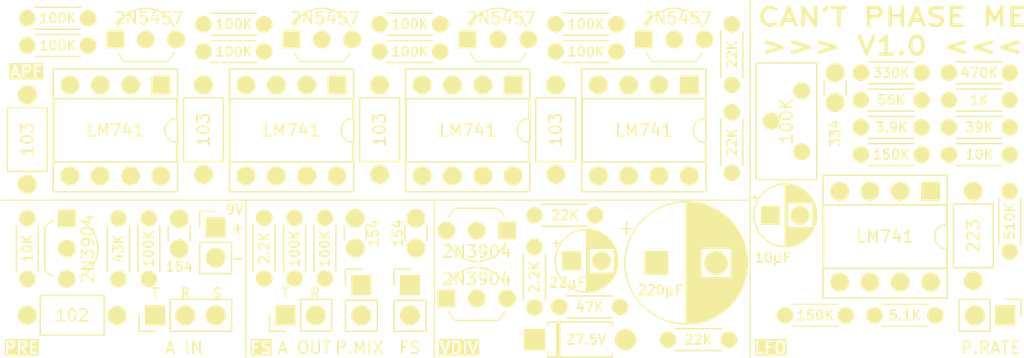
<source format=kicad_pcb>
(kicad_pcb (version 4) (generator "gerbview") (generator_version "8.0")
  (layers (0 F.Cu signal) (31 B.Cu signal) (34 B.Paste user) (35 F.Paste user) (36 B.SilkS user) (37 F.SilkS user) (38 B.Mask user) (39 F.Mask user) (44 Edge.Cuts user))
  (gr_line (start 117.856 113.284) (end 117.856 101.854) (layer F.SilkS) (width 0.1))
  (gr_line (start 91.44 120.3452) (end 91.44 107.188) (layer F.SilkS) (width 0.1))
  (gr_line (start 55.1688 107.188) (end 117.856 107.188) (layer F.SilkS) (width 0.1))
  (gr_line (start 117.856 113.284) (end 117.856 120.3452) (layer F.SilkS) (width 0.1))
  (gr_line (start 75.692 107.188) (end 75.692 120.3452) (layer F.SilkS) (width 0.1))
  (gr_line (start 117.856 101.854) (end 117.856 90.4748) (layer F.SilkS) (width 0.1))
  (gr_line (start 74.71116 112.11153) (end 75.32068 112.11153) (layer F.SilkS) (width 0.15))
  (gr_line (start 73.04746 115.3246) (end 73.16175 115.3627) (layer F.SilkS) (width 0.15))
  (gr_line (start 73.16175 115.3627) (end 73.35223 115.3627) (layer F.SilkS) (width 0.15))
  (gr_line (start 73.35223 115.3627) (end 73.42842 115.3246) (layer F.SilkS) (width 0.15))
  (gr_line (start 73.42842 115.3246) (end 73.46651 115.2865) (layer F.SilkS) (width 0.15))
  (gr_line (start 73.46651 115.2865) (end 73.50461 115.21031) (layer F.SilkS) (width 0.15))
  (gr_line (start 73.50461 115.21031) (end 73.50461 115.13412) (layer F.SilkS) (width 0.15))
  (gr_line (start 73.50461 115.13412) (end 73.46651 115.05793) (layer F.SilkS) (width 0.15))
  (gr_line (start 73.46651 115.05793) (end 73.42842 115.01984) (layer F.SilkS) (width 0.15))
  (gr_line (start 73.42842 115.01984) (end 73.35223 114.98174) (layer F.SilkS) (width 0.15))
  (gr_line (start 73.35223 114.98174) (end 73.19985 114.94365) (layer F.SilkS) (width 0.15))
  (gr_line (start 73.19985 114.94365) (end 73.12366 114.90555) (layer F.SilkS) (width 0.15))
  (gr_line (start 73.12366 114.90555) (end 73.08556 114.86746) (layer F.SilkS) (width 0.15))
  (gr_line (start 73.08556 114.86746) (end 73.04746 114.79127) (layer F.SilkS) (width 0.15))
  (gr_line (start 73.04746 114.79127) (end 73.04746 114.71508) (layer F.SilkS) (width 0.15))
  (gr_line (start 73.04746 114.71508) (end 73.08556 114.63889) (layer F.SilkS) (width 0.15))
  (gr_line (start 73.08556 114.63889) (end 73.12366 114.60079) (layer F.SilkS) (width 0.15))
  (gr_line (start 73.12366 114.60079) (end 73.19985 114.5627) (layer F.SilkS) (width 0.15))
  (gr_line (start 73.19985 114.5627) (end 73.39032 114.5627) (layer F.SilkS) (width 0.15))
  (gr_line (start 73.39032 114.5627) (end 73.50461 114.60079) (layer F.SilkS) (width 0.15))
  (gr_line (start 70.8757 115.3627) (end 70.60904 114.98174) (layer F.SilkS) (width 0.15))
  (gr_line (start 70.41856 115.3627) (end 70.41856 114.5627) (layer F.SilkS) (width 0.15))
  (gr_line (start 70.41856 114.5627) (end 70.72332 114.5627) (layer F.SilkS) (width 0.15))
  (gr_line (start 70.72332 114.5627) (end 70.79951 114.60079) (layer F.SilkS) (width 0.15))
  (gr_line (start 70.79951 114.60079) (end 70.83761 114.63889) (layer F.SilkS) (width 0.15))
  (gr_line (start 70.83761 114.63889) (end 70.8757 114.71508) (layer F.SilkS) (width 0.15))
  (gr_line (start 70.8757 114.71508) (end 70.8757 114.82936) (layer F.SilkS) (width 0.15))
  (gr_line (start 70.8757 114.82936) (end 70.83761 114.90555) (layer F.SilkS) (width 0.15))
  (gr_line (start 70.83761 114.90555) (end 70.79951 114.94365) (layer F.SilkS) (width 0.15))
  (gr_line (start 70.79951 114.94365) (end 70.72332 114.98174) (layer F.SilkS) (width 0.15))
  (gr_line (start 70.72332 114.98174) (end 70.41856 114.98174) (layer F.SilkS) (width 0.15))
  (gr_poly (pts (xy 57.13857 119.11887) (xy 57.16989 119.14912) (xy 57.20535 119.21797) (xy 57.20634 119.3256) (xy 57.17316 119.39399) (xy 57.14291 119.42531) (xy 57.07422 119.46068) (xy 56.94807 119.46114) (xy 56.94525 119.46065) (xy 56.94292 119.46116) (xy 56.783 119.46175) (xy 56.78246 119.08655) (xy 57.0698 119.0855)) (layer F.SilkS) (width 0))
  (gr_poly (pts (xy 56.13857 119.11887) (xy 56.16989 119.14912) (xy 56.20535 119.21797) (xy 56.20634 119.3256) (xy 56.17316 119.39399) (xy 56.14291 119.42531) (xy 56.07422 119.46068) (xy 55.783 119.46175) (xy 55.78246 119.08655) (xy 56.0698 119.0855)) (layer F.SilkS) (width 0))
  (gr_poly (pts (xy 58.36964 120.19793) (xy 55.52267 120.19793) (xy 55.52267 119.01182) (xy 55.63378 119.01182) (xy 55.63522 120.02645) (xy 55.64642 120.05349) (xy 55.66711 120.07418) (xy 55.69415 120.08538) (xy 55.72341 120.08538) (xy 55.75045 120.07418) (xy 55.77114 120.05349) (xy 55.78234 120.02645) (xy 55.78378 120.01182) (xy 55.78321 119.61036) (xy 56.07808 119.60928) (xy 56.08035 119.61004) (xy 56.09169 119.60923) (xy 56.10436 119.60919) (xy 56.10685 119.60816) (xy 56.10954 119.60797) (xy 56.12327 119.60271) (xy 56.21783 119.55402) (xy 56.22664 119.55037) (xy 56.22954 119.54799) (xy 56.23095 119.54726) (xy 56.23225 119.54576) (xy 56.238 119.54104) (xy 56.28534 119.49201) (xy 56.29184 119.48637) (xy 56.29382 119.48323) (xy 56.29495 119.48206) (xy 56.29571 119.48023) (xy 56.29967 119.47393) (xy 56.34135 119.38804) (xy 56.34257 119.38682) (xy 56.34624 119.37796) (xy 56.35254 119.36496) (xy 56.35274 119.36227) (xy 56.35377 119.35978) (xy 56.35521 119.34515) (xy 56.354 119.21352) (xy 56.35462 119.21168) (xy 56.35389 119.20146) (xy 56.35377 119.18766) (xy 56.35274 119.18517) (xy 56.35254 119.18249) (xy 56.34729 119.16875) (xy 56.2986 119.0742) (xy 56.29495 119.06539) (xy 56.29257 119.06249) (xy 56.29184 119.06107) (xy 56.29034 119.05977) (xy 56.28562 119.05402) (xy 56.24191 119.01182) (xy 56.63378 119.01182) (xy 56.63522 120.02645) (xy 56.64642 120.05349) (xy 56.66711 120.07418) (xy 56.69415 120.08538) (xy 56.72341 120.08538) (xy 56.75045 120.07418) (xy 56.77114 120.05349) (xy 56.78234 120.02645) (xy 56.78378 120.01182) (xy 56.78321 119.61036) (xy 56.90743 119.6099) (xy 57.22834 120.06599) (xy 57.25302 120.08172) (xy 57.28183 120.0868) (xy 57.3104 120.08047) (xy 57.33438 120.06369) (xy 57.3501 120.03901) (xy 57.35519 120.01019) (xy 57.34886 119.98162) (xy 57.34165 119.96881) (xy 57.08879 119.60944) (xy 57.09169 119.60923) (xy 57.10436 119.60919) (xy 57.10685 119.60816) (xy 57.10954 119.60797) (xy 57.12327 119.60271) (xy 57.21783 119.55402) (xy 57.22664 119.55037) (xy 57.22954 119.54799) (xy 57.23095 119.54726) (xy 57.23225 119.54576) (xy 57.238 119.54104) (xy 57.28534 119.49201) (xy 57.29184 119.48637) (xy 57.29382 119.48323) (xy 57.29495 119.48206) (xy 57.29571 119.48023) (xy 57.29967 119.47393) (xy 57.34135 119.38804) (xy 57.34257 119.38682) (xy 57.34624 119.37796) (xy 57.35254 119.36496) (xy 57.35274 119.36227) (xy 57.35377 119.35978) (xy 57.35521 119.34515) (xy 57.354 119.21352) (xy 57.35462 119.21168) (xy 57.35389 119.20146) (xy 57.35377 119.18766) (xy 57.35274 119.18517) (xy 57.35254 119.18249) (xy 57.34729 119.16875) (xy 57.2986 119.0742) (xy 57.29495 119.06539) (xy 57.29257 119.06249) (xy 57.29184 119.06107) (xy 57.29034 119.05977) (xy 57.28562 119.05402) (xy 57.24191 119.01182) (xy 57.63378 119.01182) (xy 57.63522 120.02645) (xy 57.64642 120.05349) (xy 57.66711 120.07418) (xy 57.69415 120.08538) (xy 57.70878 120.08682) (xy 58.1996 120.08538) (xy 58.22664 120.07418) (xy 58.24733 120.05349) (xy 58.25853 120.02645) (xy 58.25853 119.99719) (xy 58.24733 119.97015) (xy 58.22664 119.94946) (xy 58.1996 119.93826) (xy 58.18497 119.93682) (xy 57.78367 119.938) (xy 57.78314 119.5627) (xy 58.05674 119.56157) (xy 58.08378 119.55037) (xy 58.10447 119.52968) (xy 58.11567 119.50264) (xy 58.11567 119.47338) (xy 58.10447 119.44634) (xy 58.08378 119.42565) (xy 58.05674 119.41445) (xy 58.04211 119.41301) (xy 57.78293 119.41408) (xy 57.78246 119.0866) (xy 58.1996 119.08538) (xy 58.22664 119.07418) (xy 58.24733 119.05349) (xy 58.25853 119.02645) (xy 58.25853 118.99719) (xy 58.24733 118.97015) (xy 58.22664 118.94946) (xy 58.1996 118.93826) (xy 58.18497 118.93682) (xy 57.69415 118.93826) (xy 57.66711 118.94946) (xy 57.64642 118.97015) (xy 57.63522 118.99719) (xy 57.63378 119.01182) (xy 57.24191 119.01182) (xy 57.23659 119.00668) (xy 57.23095 119.00019) (xy 57.22781 118.99821) (xy 57.22664 118.99708) (xy 57.22481 118.99632) (xy 57.21851 118.99236) (xy 57.13262 118.95068) (xy 57.1314 118.94946) (xy 57.12253 118.94579) (xy 57.10954 118.93948) (xy 57.10685 118.93929) (xy 57.10436 118.93826) (xy 57.08973 118.93682) (xy 56.69415 118.93826) (xy 56.66711 118.94946) (xy 56.64642 118.97015) (xy 56.63522 118.99719) (xy 56.63378 119.01182) (xy 56.24191 119.01182) (xy 56.23659 119.00668) (xy 56.23095 119.00019) (xy 56.22781 118.99821) (xy 56.22664 118.99708) (xy 56.22481 118.99632) (xy 56.21851 118.99236) (xy 56.13262 118.95068) (xy 56.1314 118.94946) (xy 56.12253 118.94579) (xy 56.10954 118.93948) (xy 56.10685 118.93929) (xy 56.10436 118.93826) (xy 56.08973 118.93682) (xy 55.69415 118.93826) (xy 55.66711 118.94946) (xy 55.64642 118.97015) (xy 55.63522 118.99719) (xy 55.63378 119.01182) (xy 55.52267 119.01182) (xy 55.52267 118.82571) (xy 58.36964 118.82571)) (layer F.SilkS) (width 0))
  (gr_poly (pts (xy 93.35387 119.12329) (xy 93.42808 119.19608) (xy 93.46677 119.27122) (xy 93.51139 119.44465) (xy 93.51253 119.56942) (xy 93.4705 119.74254) (xy 93.43178 119.82235) (xy 93.3575 119.89808) (xy 93.24442 119.93687) (xy 93.08982 119.93775) (xy 93.08861 119.0864) (xy 93.23727 119.08555)) (layer F.SilkS) (width 0))
  (gr_poly (pts (xy 95.20044 120.19793) (xy 91.8294 120.19793) (xy 91.8294 119.0212) (xy 91.94051 119.0212) (xy 91.94377 119.03554) (xy 92.27555 120.02641) (xy 92.27592 120.03163) (xy 92.28008 120.03996) (xy 92.2831 120.04896) (xy 92.28661 120.05301) (xy 92.28901 120.0578) (xy 92.29611 120.06397) (xy 92.30227 120.07107) (xy 92.30706 120.07346) (xy 92.31111 120.07698) (xy 92.32004 120.07995) (xy 92.32845 120.08416) (xy 92.33379 120.08453) (xy 92.33888 120.08623) (xy 92.34826 120.08556) (xy 92.35764 120.08623) (xy 92.36272 120.08453) (xy 92.36807 120.08416) (xy 92.37648 120.07995) (xy 92.3854 120.07698) (xy 92.38944 120.07347) (xy 92.39424 120.07107) (xy 92.4004 120.06396) (xy 92.40751 120.0578) (xy 92.4099 120.05301) (xy 92.41341 120.04896) (xy 92.41941 120.03554) (xy 92.756 119.0212) (xy 92.75533 119.01182) (xy 92.93992 119.01182) (xy 92.94136 120.02645) (xy 92.95256 120.05349) (xy 92.97325 120.07418) (xy 93.00029 120.08538) (xy 93.01492 120.08682) (xy 93.25169 120.08547) (xy 93.2624 120.08623) (xy 93.26611 120.08539) (xy 93.26765 120.08538) (xy 93.26948 120.08462) (xy 93.27673 120.08297) (xy 93.40852 120.03776) (xy 93.41051 120.03776) (xy 93.42006 120.0338) (xy 93.43302 120.02936) (xy 93.43505 120.02759) (xy 93.43754 120.02656) (xy 93.44891 120.01723) (xy 93.54284 119.92147) (xy 93.55036 119.91495) (xy 93.55237 119.91175) (xy 93.55347 119.91063) (xy 93.55423 119.9088) (xy 93.55819 119.9025) (xy 93.60246 119.81127) (xy 93.60655 119.80576) (xy 93.61048 119.79474) (xy 93.61107 119.79353) (xy 93.61111 119.79299) (xy 93.61149 119.79191) (xy 93.65673 119.60555) (xy 93.65991 119.59788) (xy 93.66081 119.58876) (xy 93.66126 119.58689) (xy 93.6611 119.5858) (xy 93.66135 119.58325) (xy 93.66008 119.44467) (xy 93.66126 119.43674) (xy 93.65993 119.42772) (xy 93.65991 119.42576) (xy 93.65949 119.42474) (xy 93.65911 119.4222) (xy 93.61159 119.2375) (xy 93.61107 119.2301) (xy 93.60686 119.21912) (xy 93.60655 119.21788) (xy 93.60622 119.21744) (xy 93.60581 119.21637) (xy 93.55712 119.12182) (xy 93.55347 119.11301) (xy 93.55109 119.1101) (xy 93.55036 119.10869) (xy 93.54887 119.10739) (xy 93.54415 119.10164) (xy 93.45597 119.01516) (xy 93.45512 119.01346) (xy 93.45324 119.01182) (xy 93.93992 119.01182) (xy 93.94136 120.02645) (xy 93.95256 120.05349) (xy 93.97325 120.07418) (xy 94.00029 120.08538) (xy 94.02955 120.08538) (xy 94.05659 120.07418) (xy 94.07728 120.05349) (xy 94.08848 120.02645) (xy 94.08992 120.01182) (xy 94.08852 119.0212) (xy 94.27384 119.0212) (xy 94.2771 119.03554) (xy 94.60888 120.02641) (xy 94.60925 120.03163) (xy 94.61342 120.03996) (xy 94.61643 120.04896) (xy 94.61994 120.05301) (xy 94.62234 120.0578) (xy 94.62945 120.06397) (xy 94.63561 120.07107) (xy 94.64039 120.07346) (xy 94.64445 120.07698) (xy 94.65337 120.07995) (xy 94.66178 120.08416) (xy 94.66712 120.08453) (xy 94.67221 120.08623) (xy 94.68159 120.08556) (xy 94.69097 120.08623) (xy 94.69605 120.08453) (xy 94.7014 120.08416) (xy 94.70981 120.07995) (xy 94.71873 120.07698) (xy 94.72278 120.07347) (xy 94.72757 120.07107) (xy 94.73373 120.06396) (xy 94.74084 120.0578) (xy 94.74323 120.05301) (xy 94.74675 120.04896) (xy 94.75274 120.03554) (xy 95.08933 119.0212) (xy 95.08726 118.99201) (xy 95.07417 118.96584) (xy 95.05206 118.94666) (xy 95.0243 118.93741) (xy 94.99511 118.93948) (xy 94.96894 118.95257) (xy 94.94976 118.97468) (xy 94.94377 118.9881) (xy 94.68202 119.7769) (xy 94.41341 118.97468) (xy 94.39424 118.95257) (xy 94.36807 118.93948) (xy 94.33888 118.93741) (xy 94.31111 118.94666) (xy 94.28901 118.96584) (xy 94.27592 118.99201) (xy 94.27384 119.0212) (xy 94.08852 119.0212) (xy 94.08848 118.99719) (xy 94.07728 118.97015) (xy 94.05659 118.94946) (xy 94.02955 118.93826) (xy 94.00029 118.93826) (xy 93.97325 118.94946) (xy 93.95256 118.97015) (xy 93.94136 118.99719) (xy 93.93992 119.01182) (xy 93.45324 119.01182) (xy 93.44748 119.00683) (xy 93.43754 118.99708) (xy 93.43505 118.99605) (xy 93.43302 118.99428) (xy 93.41959 118.98829) (xy 93.27701 118.94214) (xy 93.26765 118.93826) (xy 93.26388 118.93789) (xy 93.2624 118.93741) (xy 93.26042 118.93755) (xy 93.25302 118.93682) (xy 93.00029 118.93826) (xy 92.97325 118.94946) (xy 92.95256 118.97015) (xy 92.94136 118.99719) (xy 92.93992 119.01182) (xy 92.75533 119.01182) (xy 92.75392 118.99201) (xy 92.74084 118.96584) (xy 92.71873 118.94666) (xy 92.69097 118.93741) (xy 92.66178 118.93948) (xy 92.63561 118.95257) (xy 92.61643 118.97468) (xy 92.61044 118.9881) (xy 92.34869 119.7769) (xy 92.08008 118.97468) (xy 92.06091 118.95257) (xy 92.03473 118.93948) (xy 92.00554 118.93741) (xy 91.97778 118.94666) (xy 91.95567 118.96584) (xy 91.94259 118.99201) (xy 91.94051 119.0212) (xy 91.8294 119.0212) (xy 91.8294 118.82571) (xy 95.20044 118.82571)) (layer F.SilkS) (width 0))
  (gr_line (start 83.39478 120.01182) (end 83.39478 119.01182) (layer F.SilkS) (width 0.15))
  (gr_line (start 83.39478 119.01182) (end 83.77573 119.01182) (layer F.SilkS) (width 0.15))
  (gr_line (start 83.77573 119.01182) (end 83.87097 119.05944) (layer F.SilkS) (width 0.15))
  (gr_line (start 83.87097 119.05944) (end 83.91859 119.10706) (layer F.SilkS) (width 0.15))
  (gr_line (start 83.91859 119.10706) (end 83.96621 119.2023) (layer F.SilkS) (width 0.15))
  (gr_line (start 83.96621 119.2023) (end 83.96621 119.34515) (layer F.SilkS) (width 0.15))
  (gr_line (start 83.96621 119.34515) (end 83.91859 119.44039) (layer F.SilkS) (width 0.15))
  (gr_line (start 83.91859 119.44039) (end 83.87097 119.48801) (layer F.SilkS) (width 0.15))
  (gr_line (start 83.87097 119.48801) (end 83.77573 119.53563) (layer F.SilkS) (width 0.15))
  (gr_line (start 83.77573 119.53563) (end 83.39478 119.53563) (layer F.SilkS) (width 0.15))
  (gr_line (start 84.39478 119.91658) (end 84.4424 119.9642) (layer F.SilkS) (width 0.15))
  (gr_line (start 84.4424 119.9642) (end 84.39478 120.01182) (layer F.SilkS) (width 0.15))
  (gr_line (start 84.39478 120.01182) (end 84.34716 119.9642) (layer F.SilkS) (width 0.15))
  (gr_line (start 84.34716 119.9642) (end 84.39478 119.91658) (layer F.SilkS) (width 0.15))
  (gr_line (start 84.39478 119.91658) (end 84.39478 120.01182) (layer F.SilkS) (width 0.15))
  (gr_line (start 84.87097 120.01182) (end 84.87097 119.01182) (layer F.SilkS) (width 0.15))
  (gr_line (start 84.87097 119.01182) (end 85.2043 119.7261) (layer F.SilkS) (width 0.15))
  (gr_line (start 85.2043 119.7261) (end 85.53764 119.01182) (layer F.SilkS) (width 0.15))
  (gr_line (start 85.53764 119.01182) (end 85.53764 120.01182) (layer F.SilkS) (width 0.15))
  (gr_line (start 86.01383 120.01182) (end 86.01383 119.01182) (layer F.SilkS) (width 0.15))
  (gr_line (start 86.39478 119.01182) (end 87.06144 120.01182) (layer F.SilkS) (width 0.15))
  (gr_line (start 87.06144 119.01182) (end 86.39478 120.01182) (layer F.SilkS) (width 0.15))
  (gr_poly (pts (xy 56.54232 96.53741) (xy 56.27228 96.5382) (xy 56.40682 96.13274)) (layer F.SilkS) (width 0))
  (gr_poly (pts (xy 57.50371 96.00487) (xy 57.53504 96.03512) (xy 57.57049 96.10397) (xy 57.57148 96.2116) (xy 57.5383 96.27999) (xy 57.50805 96.31131) (xy 57.43937 96.34668) (xy 57.14814 96.34775) (xy 57.14761 95.97255) (xy 57.43494 95.9715)) (layer F.SilkS) (width 0))
  (gr_poly (pts (xy 58.73478 97.08334) (xy 55.8884 97.08334) (xy 55.8884 96.88844) (xy 55.99951 96.88844) (xy 56.00159 96.91763) (xy 56.01467 96.9438) (xy 56.03678 96.96298) (xy 56.06454 96.97223) (xy 56.09373 96.97016) (xy 56.11991 96.95707) (xy 56.13908 96.93496) (xy 56.14507 96.92154) (xy 56.22292 96.68695) (xy 56.59202 96.68586) (xy 56.67543 96.93496) (xy 56.69461 96.95707) (xy 56.72078 96.97016) (xy 56.74997 96.97223) (xy 56.77773 96.96298) (xy 56.79984 96.9438) (xy 56.81292 96.91763) (xy 56.815 96.88844) (xy 56.81174 96.8741) (xy 56.48485 95.89782) (xy 56.99892 95.89782) (xy 57.00036 96.91245) (xy 57.01156 96.93949) (xy 57.03225 96.96018) (xy 57.05929 96.97138) (xy 57.08855 96.97138) (xy 57.11559 96.96018) (xy 57.13628 96.93949) (xy 57.14748 96.91245) (xy 57.14892 96.89782) (xy 57.14835 96.49636) (xy 57.44322 96.49528) (xy 57.44549 96.49604) (xy 57.45683 96.49523) (xy 57.46951 96.49519) (xy 57.472 96.49416) (xy 57.47468 96.49397) (xy 57.48842 96.48871) (xy 57.58297 96.44002) (xy 57.59178 96.43637) (xy 57.59468 96.43399) (xy 57.5961 96.43326) (xy 57.5974 96.43176) (xy 57.60315 96.42704) (xy 57.65049 96.37801) (xy 57.65698 96.37237) (xy 57.65896 96.36923) (xy 57.66009 96.36806) (xy 57.66085 96.36623) (xy 57.66481 96.35993) (xy 57.70649 96.27404) (xy 57.70771 96.27282) (xy 57.71138 96.26396) (xy 57.71769 96.25096) (xy 57.71788 96.24827) (xy 57.71891 96.24578) (xy 57.72035 96.23115) (xy 57.71915 96.09952) (xy 57.71976 96.09768) (xy 57.71904 96.08746) (xy 57.71891 96.07366) (xy 57.71788 96.07117) (xy 57.71769 96.06849) (xy 57.71243 96.05475) (xy 57.66374 95.9602) (xy 57.66009 95.95139) (xy 57.65771 95.94849) (xy 57.65698 95.94707) (xy 57.65548 95.94577) (xy 57.65076 95.94002) (xy 57.60705 95.89782) (xy 57.99892 95.89782) (xy 58.00036 96.91245) (xy 58.01156 96.93949) (xy 58.03225 96.96018) (xy 58.05929 96.97138) (xy 58.08855 96.97138) (xy 58.11559 96.96018) (xy 58.13628 96.93949) (xy 58.14748 96.91245) (xy 58.14892 96.89782) (xy 58.14828 96.4487) (xy 58.42189 96.44757) (xy 58.44892 96.43637) (xy 58.46962 96.41568) (xy 58.48081 96.38864) (xy 58.48081 96.35938) (xy 58.46962 96.33234) (xy 58.44892 96.31165) (xy 58.42189 96.30045) (xy 58.40726 96.29901) (xy 58.14807 96.30008) (xy 58.14761 95.9726) (xy 58.56474 95.97138) (xy 58.59178 95.96018) (xy 58.61247 95.93949) (xy 58.62367 95.91245) (xy 58.62367 95.88319) (xy 58.61247 95.85615) (xy 58.59178 95.83546) (xy 58.56474 95.82426) (xy 58.55011 95.82282) (xy 58.05929 95.82426) (xy 58.03225 95.83546) (xy 58.01156 95.85615) (xy 58.00036 95.88319) (xy 57.99892 95.89782) (xy 57.60705 95.89782) (xy 57.60173 95.89268) (xy 57.5961 95.88619) (xy 57.59295 95.88421) (xy 57.59178 95.88308) (xy 57.58995 95.88232) (xy 57.58365 95.87836) (xy 57.49776 95.83668) (xy 57.49654 95.83546) (xy 57.48768 95.83179) (xy 57.47468 95.82548) (xy 57.472 95.82529) (xy 57.46951 95.82426) (xy 57.45487 95.82282) (xy 57.05929 95.82426) (xy 57.03225 95.83546) (xy 57.01156 95.85615) (xy 57.00036 95.88319) (xy 56.99892 95.89782) (xy 56.48485 95.89782) (xy 56.47996 95.88322) (xy 56.47959 95.87801) (xy 56.47543 95.86968) (xy 56.47241 95.86068) (xy 56.4689 95.85663) (xy 56.46651 95.85184) (xy 56.4594 95.84567) (xy 56.45324 95.83857) (xy 56.44844 95.83617) (xy 56.4444 95.83266) (xy 56.43548 95.82969) (xy 56.42707 95.82548) (xy 56.42172 95.8251) (xy 56.41664 95.82341) (xy 56.40726 95.82407) (xy 56.39788 95.82341) (xy 56.39279 95.8251) (xy 56.38745 95.82548) (xy 56.37904 95.82969) (xy 56.37011 95.83266) (xy 56.36606 95.83618) (xy 56.36127 95.83857) (xy 56.35511 95.84567) (xy 56.34801 95.85184) (xy 56.34561 95.85663) (xy 56.3421 95.86068) (xy 56.3361 95.8741) (xy 56.09793 96.59185) (xy 56.0956 96.59747) (xy 56.0956 96.59887) (xy 55.99951 96.88844) (xy 55.8884 96.88844) (xy 55.8884 95.71171) (xy 58.73478 95.71171)) (layer F.SilkS) (width 0))
  (gr_line (start 89.06211 119.48801) (end 88.72878 119.48801) (layer F.SilkS) (width 0.15))
  (gr_line (start 88.72878 120.01182) (end 88.72878 119.01182) (layer F.SilkS) (width 0.15))
  (gr_line (start 88.72878 119.01182) (end 89.20497 119.01182) (layer F.SilkS) (width 0.15))
  (gr_line (start 89.5383 119.9642) (end 89.68116 120.01182) (layer F.SilkS) (width 0.15))
  (gr_line (start 89.68116 120.01182) (end 89.91926 120.01182) (layer F.SilkS) (width 0.15))
  (gr_line (start 89.91926 120.01182) (end 90.01449 119.9642) (layer F.SilkS) (width 0.15))
  (gr_line (start 90.01449 119.9642) (end 90.06211 119.91658) (layer F.SilkS) (width 0.15))
  (gr_line (start 90.06211 119.91658) (end 90.10973 119.82134) (layer F.SilkS) (width 0.15))
  (gr_line (start 90.10973 119.82134) (end 90.10973 119.7261) (layer F.SilkS) (width 0.15))
  (gr_line (start 90.10973 119.7261) (end 90.06211 119.63087) (layer F.SilkS) (width 0.15))
  (gr_line (start 90.06211 119.63087) (end 90.01449 119.58325) (layer F.SilkS) (width 0.15))
  (gr_line (start 90.01449 119.58325) (end 89.91926 119.53563) (layer F.SilkS) (width 0.15))
  (gr_line (start 89.91926 119.53563) (end 89.72878 119.48801) (layer F.SilkS) (width 0.15))
  (gr_line (start 89.72878 119.48801) (end 89.63354 119.44039) (layer F.SilkS) (width 0.15))
  (gr_line (start 89.63354 119.44039) (end 89.58592 119.39277) (layer F.SilkS) (width 0.15))
  (gr_line (start 89.58592 119.39277) (end 89.5383 119.29753) (layer F.SilkS) (width 0.15))
  (gr_line (start 89.5383 119.29753) (end 89.5383 119.2023) (layer F.SilkS) (width 0.15))
  (gr_line (start 89.5383 119.2023) (end 89.58592 119.10706) (layer F.SilkS) (width 0.15))
  (gr_line (start 89.58592 119.10706) (end 89.63354 119.05944) (layer F.SilkS) (width 0.15))
  (gr_line (start 89.63354 119.05944) (end 89.72878 119.01182) (layer F.SilkS) (width 0.15))
  (gr_line (start 89.72878 119.01182) (end 89.96687 119.01182) (layer F.SilkS) (width 0.15))
  (gr_line (start 89.96687 119.01182) (end 90.10973 119.05944) (layer F.SilkS) (width 0.15))
  (gr_line (start 74.71116 109.57153) (end 75.32068 109.57153) (layer F.SilkS) (width 0.15))
  (gr_line (start 75.01592 109.8763) (end 75.01592 109.26677) (layer F.SilkS) (width 0.15))
  (gr_line (start 119.97177 92.39146) (end 119.88606 92.46288) (layer F.SilkS) (width 0.3))
  (gr_line (start 119.88606 92.46288) (end 119.62891 92.53431) (layer F.SilkS) (width 0.3))
  (gr_line (start 119.62891 92.53431) (end 119.45749 92.53431) (layer F.SilkS) (width 0.3))
  (gr_line (start 119.45749 92.53431) (end 119.20034 92.46288) (layer F.SilkS) (width 0.3))
  (gr_line (start 119.20034 92.46288) (end 119.02891 92.32003) (layer F.SilkS) (width 0.3))
  (gr_line (start 119.02891 92.32003) (end 118.9432 92.17717) (layer F.SilkS) (width 0.3))
  (gr_line (start 118.9432 92.17717) (end 118.85749 91.89146) (layer F.SilkS) (width 0.3))
  (gr_line (start 118.85749 91.89146) (end 118.85749 91.67717) (layer F.SilkS) (width 0.3))
  (gr_line (start 118.85749 91.67717) (end 118.9432 91.39146) (layer F.SilkS) (width 0.3))
  (gr_line (start 118.9432 91.39146) (end 119.02891 91.2486) (layer F.SilkS) (width 0.3))
  (gr_line (start 119.02891 91.2486) (end 119.20034 91.10574) (layer F.SilkS) (width 0.3))
  (gr_line (start 119.20034 91.10574) (end 119.45749 91.03431) (layer F.SilkS) (width 0.3))
  (gr_line (start 119.45749 91.03431) (end 119.62891 91.03431) (layer F.SilkS) (width 0.3))
  (gr_line (start 119.62891 91.03431) (end 119.88606 91.10574) (layer F.SilkS) (width 0.3))
  (gr_line (start 119.88606 91.10574) (end 119.97177 91.17717) (layer F.SilkS) (width 0.3))
  (gr_line (start 120.65749 92.10574) (end 121.51463 92.10574) (layer F.SilkS) (width 0.3))
  (gr_line (start 120.48606 92.53431) (end 121.08606 91.03431) (layer F.SilkS) (width 0.3))
  (gr_line (start 121.08606 91.03431) (end 121.68606 92.53431) (layer F.SilkS) (width 0.3))
  (gr_line (start 122.28606 92.53431) (end 122.28606 91.03431) (layer F.SilkS) (width 0.3))
  (gr_line (start 122.28606 91.03431) (end 123.31463 92.53431) (layer F.SilkS) (width 0.3))
  (gr_line (start 123.31463 92.53431) (end 123.31463 91.03431) (layer F.SilkS) (width 0.3))
  (gr_line (start 124.25749 91.03431) (end 124.08606 91.32003) (layer F.SilkS) (width 0.3))
  (gr_line (start 124.77177 91.03431) (end 125.80034 91.03431) (layer F.SilkS) (width 0.3))
  (gr_line (start 125.28606 92.53431) (end 125.28606 91.03431) (layer F.SilkS) (width 0.3))
  (gr_line (start 127.77177 92.53431) (end 127.77177 91.03431) (layer F.SilkS) (width 0.3))
  (gr_line (start 127.77177 91.03431) (end 128.45749 91.03431) (layer F.SilkS) (width 0.3))
  (gr_line (start 128.45749 91.03431) (end 128.62892 91.10574) (layer F.SilkS) (width 0.3))
  (gr_line (start 128.62892 91.10574) (end 128.71463 91.17717) (layer F.SilkS) (width 0.3))
  (gr_line (start 128.71463 91.17717) (end 128.80034 91.32003) (layer F.SilkS) (width 0.3))
  (gr_line (start 128.80034 91.32003) (end 128.80034 91.53431) (layer F.SilkS) (width 0.3))
  (gr_line (start 128.80034 91.53431) (end 128.71463 91.67717) (layer F.SilkS) (width 0.3))
  (gr_line (start 128.71463 91.67717) (end 128.62892 91.7486) (layer F.SilkS) (width 0.3))
  (gr_line (start 128.62892 91.7486) (end 128.45749 91.82003) (layer F.SilkS) (width 0.3))
  (gr_line (start 128.45749 91.82003) (end 127.77177 91.82003) (layer F.SilkS) (width 0.3))
  (gr_line (start 129.57177 92.53431) (end 129.57177 91.03431) (layer F.SilkS) (width 0.3))
  (gr_line (start 129.57177 91.7486) (end 130.60034 91.7486) (layer F.SilkS) (width 0.3))
  (gr_line (start 130.60034 92.53431) (end 130.60034 91.03431) (layer F.SilkS) (width 0.3))
  (gr_line (start 131.37177 92.10574) (end 132.22892 92.10574) (layer F.SilkS) (width 0.3))
  (gr_line (start 131.20034 92.53431) (end 131.80034 91.03431) (layer F.SilkS) (width 0.3))
  (gr_line (start 131.80034 91.03431) (end 132.40034 92.53431) (layer F.SilkS) (width 0.3))
  (gr_line (start 132.91463 92.46288) (end 133.17177 92.53431) (layer F.SilkS) (width 0.3))
  (gr_line (start 133.17177 92.53431) (end 133.60034 92.53431) (layer F.SilkS) (width 0.3))
  (gr_line (start 133.60034 92.53431) (end 133.77177 92.46288) (layer F.SilkS) (width 0.3))
  (gr_line (start 133.77177 92.46288) (end 133.85749 92.39146) (layer F.SilkS) (width 0.3))
  (gr_line (start 133.85749 92.39146) (end 133.9432 92.2486) (layer F.SilkS) (width 0.3))
  (gr_line (start 133.9432 92.2486) (end 133.9432 92.10574) (layer F.SilkS) (width 0.3))
  (gr_line (start 133.9432 92.10574) (end 133.85749 91.96288) (layer F.SilkS) (width 0.3))
  (gr_line (start 133.85749 91.96288) (end 133.77177 91.89146) (layer F.SilkS) (width 0.3))
  (gr_line (start 133.77177 91.89146) (end 133.60034 91.82003) (layer F.SilkS) (width 0.3))
  (gr_line (start 133.60034 91.82003) (end 133.25749 91.7486) (layer F.SilkS) (width 0.3))
  (gr_line (start 133.25749 91.7486) (end 133.08606 91.67717) (layer F.SilkS) (width 0.3))
  (gr_line (start 133.08606 91.67717) (end 133.00034 91.60574) (layer F.SilkS) (width 0.3))
  (gr_line (start 133.00034 91.60574) (end 132.91463 91.46288) (layer F.SilkS) (width 0.3))
  (gr_line (start 132.91463 91.46288) (end 132.91463 91.32003) (layer F.SilkS) (width 0.3))
  (gr_line (start 132.91463 91.32003) (end 133.00034 91.17717) (layer F.SilkS) (width 0.3))
  (gr_line (start 133.00034 91.17717) (end 133.08606 91.10574) (layer F.SilkS) (width 0.3))
  (gr_line (start 133.08606 91.10574) (end 133.25749 91.03431) (layer F.SilkS) (width 0.3))
  (gr_line (start 133.25749 91.03431) (end 133.68606 91.03431) (layer F.SilkS) (width 0.3))
  (gr_line (start 133.68606 91.03431) (end 133.9432 91.10574) (layer F.SilkS) (width 0.3))
  (gr_line (start 134.71463 91.7486) (end 135.31463 91.7486) (layer F.SilkS) (width 0.3))
  (gr_line (start 135.57177 92.53431) (end 134.71463 92.53431) (layer F.SilkS) (width 0.3))
  (gr_line (start 134.71463 92.53431) (end 134.71463 91.03431) (layer F.SilkS) (width 0.3))
  (gr_line (start 134.71463 91.03431) (end 135.57177 91.03431) (layer F.SilkS) (width 0.3))
  (gr_line (start 137.71463 92.53431) (end 137.71463 91.03431) (layer F.SilkS) (width 0.3))
  (gr_line (start 137.71463 91.03431) (end 138.31463 92.10574) (layer F.SilkS) (width 0.3))
  (gr_line (start 138.31463 92.10574) (end 138.91463 91.03431) (layer F.SilkS) (width 0.3))
  (gr_line (start 138.91463 91.03431) (end 138.91463 92.53431) (layer F.SilkS) (width 0.3))
  (gr_line (start 139.77177 91.7486) (end 140.37177 91.7486) (layer F.SilkS) (width 0.3))
  (gr_line (start 140.62892 92.53431) (end 139.77177 92.53431) (layer F.SilkS) (width 0.3))
  (gr_line (start 139.77177 92.53431) (end 139.77177 91.03431) (layer F.SilkS) (width 0.3))
  (gr_line (start 139.77177 91.03431) (end 140.62892 91.03431) (layer F.SilkS) (width 0.3))
  (gr_line (start 119.20034 93.94923) (end 120.57177 94.3778) (layer F.SilkS) (width 0.3))
  (gr_line (start 120.57177 94.3778) (end 119.20034 94.80637) (layer F.SilkS) (width 0.3))
  (gr_line (start 121.42891 93.94923) (end 122.80034 94.3778) (layer F.SilkS) (width 0.3))
  (gr_line (start 122.80034 94.3778) (end 121.42891 94.80637) (layer F.SilkS) (width 0.3))
  (gr_line (start 123.65749 93.94923) (end 125.02891 94.3778) (layer F.SilkS) (width 0.3))
  (gr_line (start 125.02891 94.3778) (end 123.65749 94.80637) (layer F.SilkS) (width 0.3))
  (gr_line (start 127.00034 93.44923) (end 127.60034 94.94923) (layer F.SilkS) (width 0.3))
  (gr_line (start 127.60034 94.94923) (end 128.20034 93.44923) (layer F.SilkS) (width 0.3))
  (gr_line (start 129.7432 94.94923) (end 128.71463 94.94923) (layer F.SilkS) (width 0.3))
  (gr_line (start 129.22891 94.94923) (end 129.22891 93.44923) (layer F.SilkS) (width 0.3))
  (gr_line (start 129.22891 93.44923) (end 129.05749 93.66351) (layer F.SilkS) (width 0.3))
  (gr_line (start 129.05749 93.66351) (end 128.88606 93.80637) (layer F.SilkS) (width 0.3))
  (gr_line (start 128.88606 93.80637) (end 128.71463 93.8778) (layer F.SilkS) (width 0.3))
  (gr_line (start 130.51463 94.80637) (end 130.60034 94.8778) (layer F.SilkS) (width 0.3))
  (gr_line (start 130.60034 94.8778) (end 130.51463 94.94923) (layer F.SilkS) (width 0.3))
  (gr_line (start 130.51463 94.94923) (end 130.42891 94.8778) (layer F.SilkS) (width 0.3))
  (gr_line (start 130.42891 94.8778) (end 130.51463 94.80637) (layer F.SilkS) (width 0.3))
  (gr_line (start 130.51463 94.80637) (end 130.51463 94.94923) (layer F.SilkS) (width 0.3))
  (gr_line (start 131.71463 93.44923) (end 131.88606 93.44923) (layer F.SilkS) (width 0.3))
  (gr_line (start 131.88606 93.44923) (end 132.05749 93.52066) (layer F.SilkS) (width 0.3))
  (gr_line (start 132.05749 93.52066) (end 132.1432 93.59209) (layer F.SilkS) (width 0.3))
  (gr_line (start 132.1432 93.59209) (end 132.22891 93.73494) (layer F.SilkS) (width 0.3))
  (gr_line (start 132.22891 93.73494) (end 132.31463 94.02066) (layer F.SilkS) (width 0.3))
  (gr_line (start 132.31463 94.02066) (end 132.31463 94.3778) (layer F.SilkS) (width 0.3))
  (gr_line (start 132.31463 94.3778) (end 132.22891 94.66351) (layer F.SilkS) (width 0.3))
  (gr_line (start 132.22891 94.66351) (end 132.1432 94.80637) (layer F.SilkS) (width 0.3))
  (gr_line (start 132.1432 94.80637) (end 132.05749 94.8778) (layer F.SilkS) (width 0.3))
  (gr_line (start 132.05749 94.8778) (end 131.88606 94.94923) (layer F.SilkS) (width 0.3))
  (gr_line (start 131.88606 94.94923) (end 131.71463 94.94923) (layer F.SilkS) (width 0.3))
  (gr_line (start 131.71463 94.94923) (end 131.5432 94.8778) (layer F.SilkS) (width 0.3))
  (gr_line (start 131.5432 94.8778) (end 131.45749 94.80637) (layer F.SilkS) (width 0.3))
  (gr_line (start 131.45749 94.80637) (end 131.37177 94.66351) (layer F.SilkS) (width 0.3))
  (gr_line (start 131.37177 94.66351) (end 131.28606 94.3778) (layer F.SilkS) (width 0.3))
  (gr_line (start 131.28606 94.3778) (end 131.28606 94.02066) (layer F.SilkS) (width 0.3))
  (gr_line (start 131.28606 94.02066) (end 131.37177 93.73494) (layer F.SilkS) (width 0.3))
  (gr_line (start 131.37177 93.73494) (end 131.45749 93.59209) (layer F.SilkS) (width 0.3))
  (gr_line (start 131.45749 93.59209) (end 131.5432 93.52066) (layer F.SilkS) (width 0.3))
  (gr_line (start 131.5432 93.52066) (end 131.71463 93.44923) (layer F.SilkS) (width 0.3))
  (gr_line (start 135.82892 93.94923) (end 134.45749 94.3778) (layer F.SilkS) (width 0.3))
  (gr_line (start 134.45749 94.3778) (end 135.82892 94.80637) (layer F.SilkS) (width 0.3))
  (gr_line (start 138.05749 93.94923) (end 136.68606 94.3778) (layer F.SilkS) (width 0.3))
  (gr_line (start 136.68606 94.3778) (end 138.05749 94.80637) (layer F.SilkS) (width 0.3))
  (gr_line (start 140.28606 93.94923) (end 138.91463 94.3778) (layer F.SilkS) (width 0.3))
  (gr_line (start 138.91463 94.3778) (end 140.28606 94.80637) (layer F.SilkS) (width 0.3))
  (gr_line (start 78.76247 114.5119) (end 79.21962 114.5119) (layer F.SilkS) (width 0.15))
  (gr_line (start 78.99105 115.3119) (end 78.99105 114.5119) (layer F.SilkS) (width 0.15))
  (gr_line (start 78.52116 119.7261) (end 78.99735 119.7261) (layer F.SilkS) (width 0.15))
  (gr_line (start 78.42592 120.01182) (end 78.75926 119.01182) (layer F.SilkS) (width 0.15))
  (gr_line (start 78.75926 119.01182) (end 79.09259 120.01182) (layer F.SilkS) (width 0.15))
  (gr_line (start 80.3783 119.01182) (end 80.56878 119.01182) (layer F.SilkS) (width 0.15))
  (gr_line (start 80.56878 119.01182) (end 80.66402 119.05944) (layer F.SilkS) (width 0.15))
  (gr_line (start 80.66402 119.05944) (end 80.75926 119.15468) (layer F.SilkS) (width 0.15))
  (gr_line (start 80.75926 119.15468) (end 80.80687 119.34515) (layer F.SilkS) (width 0.15))
  (gr_line (start 80.80687 119.34515) (end 80.80687 119.67849) (layer F.SilkS) (width 0.15))
  (gr_line (start 80.80687 119.67849) (end 80.75926 119.86896) (layer F.SilkS) (width 0.15))
  (gr_line (start 80.75926 119.86896) (end 80.66402 119.9642) (layer F.SilkS) (width 0.15))
  (gr_line (start 80.66402 119.9642) (end 80.56878 120.01182) (layer F.SilkS) (width 0.15))
  (gr_line (start 80.56878 120.01182) (end 80.3783 120.01182) (layer F.SilkS) (width 0.15))
  (gr_line (start 80.3783 120.01182) (end 80.28307 119.9642) (layer F.SilkS) (width 0.15))
  (gr_line (start 80.28307 119.9642) (end 80.18783 119.86896) (layer F.SilkS) (width 0.15))
  (gr_line (start 80.18783 119.86896) (end 80.14021 119.67849) (layer F.SilkS) (width 0.15))
  (gr_line (start 80.14021 119.67849) (end 80.14021 119.34515) (layer F.SilkS) (width 0.15))
  (gr_line (start 80.14021 119.34515) (end 80.18783 119.15468) (layer F.SilkS) (width 0.15))
  (gr_line (start 80.18783 119.15468) (end 80.28307 119.05944) (layer F.SilkS) (width 0.15))
  (gr_line (start 80.28307 119.05944) (end 80.3783 119.01182) (layer F.SilkS) (width 0.15))
  (gr_line (start 81.23545 119.01182) (end 81.23545 119.82134) (layer F.SilkS) (width 0.15))
  (gr_line (start 81.23545 119.82134) (end 81.28307 119.91658) (layer F.SilkS) (width 0.15))
  (gr_line (start 81.28307 119.91658) (end 81.33068 119.9642) (layer F.SilkS) (width 0.15))
  (gr_line (start 81.33068 119.9642) (end 81.42592 120.01182) (layer F.SilkS) (width 0.15))
  (gr_line (start 81.42592 120.01182) (end 81.6164 120.01182) (layer F.SilkS) (width 0.15))
  (gr_line (start 81.6164 120.01182) (end 81.71164 119.9642) (layer F.SilkS) (width 0.15))
  (gr_line (start 81.71164 119.9642) (end 81.75926 119.91658) (layer F.SilkS) (width 0.15))
  (gr_line (start 81.75926 119.91658) (end 81.80687 119.82134) (layer F.SilkS) (width 0.15))
  (gr_line (start 81.80687 119.82134) (end 81.80687 119.01182) (layer F.SilkS) (width 0.15))
  (gr_line (start 82.14021 119.01182) (end 82.71164 119.01182) (layer F.SilkS) (width 0.15))
  (gr_line (start 82.42592 120.01182) (end 82.42592 119.01182) (layer F.SilkS) (width 0.15))
  (gr_line (start 69.12316 119.7261) (end 69.59935 119.7261) (layer F.SilkS) (width 0.15))
  (gr_line (start 69.02792 120.01182) (end 69.36126 119.01182) (layer F.SilkS) (width 0.15))
  (gr_line (start 69.36126 119.01182) (end 69.69459 120.01182) (layer F.SilkS) (width 0.15))
  (gr_line (start 70.78983 120.01182) (end 70.78983 119.01182) (layer F.SilkS) (width 0.15))
  (gr_line (start 71.26602 120.01182) (end 71.26602 119.01182) (layer F.SilkS) (width 0.15))
  (gr_line (start 71.26602 119.01182) (end 71.83745 120.01182) (layer F.SilkS) (width 0.15))
  (gr_line (start 71.83745 120.01182) (end 71.83745 119.01182) (layer F.SilkS) (width 0.15))
  (gr_line (start 67.89127 114.5627) (end 68.34842 114.5627) (layer F.SilkS) (width 0.15))
  (gr_line (start 68.11985 115.3627) (end 68.11985 114.5627) (layer F.SilkS) (width 0.15))
  (gr_poly (pts (xy 120.54303 119.11877) (xy 120.61682 119.19115) (xy 120.65751 119.34932) (xy 120.65881 119.66408) (xy 120.6187 119.82933) (xy 120.54823 119.90117) (xy 120.47879 119.93693) (xy 120.32362 119.93802) (xy 120.2553 119.90487) (xy 120.1815 119.83249) (xy 120.14081 119.67431) (xy 120.13951 119.35956) (xy 120.17962 119.19431) (xy 120.25009 119.12247) (xy 120.31953 119.08671) (xy 120.4747 119.08562)) (layer F.SilkS) (width 0))
  (gr_poly (pts (xy 120.9186 120.19793) (xy 118.26067 120.19793) (xy 118.26067 119.01182) (xy 118.37178 119.01182) (xy 118.37322 120.02645) (xy 118.38442 120.05349) (xy 118.40511 120.07418) (xy 118.43215 120.08538) (xy 118.44678 120.08682) (xy 118.9376 120.08538) (xy 118.96464 120.07418) (xy 118.98533 120.05349) (xy 118.99653 120.02645) (xy 118.99653 119.99719) (xy 118.98533 119.97015) (xy 118.96464 119.94946) (xy 118.9376 119.93826) (xy 118.92297 119.93682) (xy 118.52167 119.938) (xy 118.52036 119.01182) (xy 119.1813 119.01182) (xy 119.18274 120.02645) (xy 119.19394 120.05349) (xy 119.21464 120.07418) (xy 119.24167 120.08538) (xy 119.27094 120.08538) (xy 119.29797 120.07418) (xy 119.31866 120.05349) (xy 119.32986 120.02645) (xy 119.3313 120.01182) (xy 119.33067 119.5627) (xy 119.60427 119.56157) (xy 119.6313 119.55037) (xy 119.652 119.52968) (xy 119.6632 119.50264) (xy 119.6632 119.47338) (xy 119.652 119.44634) (xy 119.6313 119.42565) (xy 119.60427 119.41445) (xy 119.58964 119.41301) (xy 119.33045 119.41408) (xy 119.33036 119.34515) (xy 119.99083 119.34515) (xy 119.99219 119.67359) (xy 119.99092 119.68213) (xy 119.99226 119.69122) (xy 119.99227 119.69312) (xy 119.99269 119.69414) (xy 119.99307 119.69668) (xy 120.03989 119.87867) (xy 120.03989 119.88359) (xy 120.04323 119.89167) (xy 120.04563 119.901) (xy 120.04895 119.90548) (xy 120.05109 119.91063) (xy 120.06041 119.92199) (xy 120.15618 120.01593) (xy 120.1627 120.02345) (xy 120.16589 120.02546) (xy 120.16702 120.02656) (xy 120.16885 120.02732) (xy 120.17514 120.03128) (xy 120.26103 120.07296) (xy 120.26225 120.07418) (xy 120.27111 120.07785) (xy 120.28411 120.08416) (xy 120.2868 120.08435) (xy 120.28929 120.08538) (xy 120.30392 120.08682) (xy 120.48301 120.08556) (xy 120.48502 120.08623) (xy 120.49569 120.08547) (xy 120.50903 120.08538) (xy 120.51152 120.08435) (xy 120.51421 120.08416) (xy 120.52794 120.0789) (xy 120.62249 120.03021) (xy 120.6313 120.02656) (xy 120.63421 120.02418) (xy 120.63562 120.02345) (xy 120.63692 120.02195) (xy 120.64267 120.01723) (xy 120.73126 119.92691) (xy 120.73527 119.92451) (xy 120.74035 119.91765) (xy 120.74724 119.91063) (xy 120.74937 119.90548) (xy 120.75269 119.901) (xy 120.75764 119.88715) (xy 120.80288 119.70079) (xy 120.80605 119.69312) (xy 120.80695 119.684) (xy 120.8074 119.68213) (xy 120.80724 119.68104) (xy 120.80749 119.67849) (xy 120.80613 119.35005) (xy 120.8074 119.34151) (xy 120.80606 119.33241) (xy 120.80605 119.33052) (xy 120.80563 119.3295) (xy 120.80525 119.32696) (xy 120.75843 119.14497) (xy 120.75843 119.14005) (xy 120.75509 119.13197) (xy 120.75269 119.12264) (xy 120.74937 119.11816) (xy 120.74724 119.11301) (xy 120.73791 119.10164) (xy 120.64214 119.00771) (xy 120.63562 119.00019) (xy 120.63242 118.99818) (xy 120.6313 118.99708) (xy 120.62948 118.99632) (xy 120.62318 118.99236) (xy 120.53729 118.95068) (xy 120.53607 118.94946) (xy 120.5272 118.94579) (xy 120.51421 118.93948) (xy 120.51152 118.93929) (xy 120.50903 118.93826) (xy 120.4944 118.93682) (xy 120.31531 118.93808) (xy 120.3133 118.93741) (xy 120.30263 118.93817) (xy 120.28929 118.93826) (xy 120.2868 118.93929) (xy 120.28411 118.93948) (xy 120.27038 118.94474) (xy 120.17583 118.99343) (xy 120.16702 118.99708) (xy 120.16411 118.99946) (xy 120.1627 119.00019) (xy 120.1614 119.00168) (xy 120.15565 119.00641) (xy 120.06706 119.09673) (xy 120.06305 119.09913) (xy 120.05797 119.10599) (xy 120.05109 119.11301) (xy 120.04895 119.11816) (xy 120.04563 119.12264) (xy 120.04069 119.13649) (xy 119.99544 119.32285) (xy 119.99227 119.33052) (xy 119.99137 119.33963) (xy 119.99092 119.34151) (xy 119.99108 119.3426) (xy 119.99083 119.34515) (xy 119.33036 119.34515) (xy 119.32999 119.0866) (xy 119.74713 119.08538) (xy 119.77416 119.07418) (xy 119.79485 119.05349) (xy 119.80605 119.02645) (xy 119.80605 118.99719) (xy 119.79485 118.97015) (xy 119.77416 118.94946) (xy 119.74713 118.93826) (xy 119.73249 118.93682) (xy 119.24167 118.93826) (xy 119.21464 118.94946) (xy 119.19394 118.97015) (xy 119.18274 118.99719) (xy 119.1813 119.01182) (xy 118.52036 119.01182) (xy 118.52034 118.99719) (xy 118.50914 118.97015) (xy 118.48845 118.94946) (xy 118.46141 118.93826) (xy 118.43215 118.93826) (xy 118.40511 118.94946) (xy 118.38442 118.97015) (xy 118.37322 118.99719) (xy 118.37178 119.01182) (xy 118.26067 119.01182) (xy 118.26067 118.82571) (xy 120.9186 118.82571)) (layer F.SilkS) (width 0))
  (gr_line (start 81.7215 115.3119) (end 81.45484 114.93094) (layer F.SilkS) (width 0.15))
  (gr_line (start 81.26436 115.3119) (end 81.26436 114.5119) (layer F.SilkS) (width 0.15))
  (gr_line (start 81.26436 114.5119) (end 81.56912 114.5119) (layer F.SilkS) (width 0.15))
  (gr_line (start 81.56912 114.5119) (end 81.64531 114.54999) (layer F.SilkS) (width 0.15))
  (gr_line (start 81.64531 114.54999) (end 81.68341 114.58809) (layer F.SilkS) (width 0.15))
  (gr_line (start 81.68341 114.58809) (end 81.7215 114.66428) (layer F.SilkS) (width 0.15))
  (gr_line (start 81.7215 114.66428) (end 81.7215 114.77856) (layer F.SilkS) (width 0.15))
  (gr_line (start 81.7215 114.77856) (end 81.68341 114.85475) (layer F.SilkS) (width 0.15))
  (gr_line (start 81.68341 114.85475) (end 81.64531 114.89285) (layer F.SilkS) (width 0.15))
  (gr_line (start 81.64531 114.89285) (end 81.56912 114.93094) (layer F.SilkS) (width 0.15))
  (gr_line (start 81.56912 114.93094) (end 81.26436 114.93094) (layer F.SilkS) (width 0.15))
  (gr_poly (pts (xy 77.84984 120.19793) (xy 76.09667 120.19793) (xy 76.09667 119.01182) (xy 76.20778 119.01182) (xy 76.20922 120.02645) (xy 76.22042 120.05349) (xy 76.24111 120.07418) (xy 76.26815 120.08538) (xy 76.29741 120.08538) (xy 76.32445 120.07418) (xy 76.34514 120.05349) (xy 76.35634 120.02645) (xy 76.35778 120.01182) (xy 76.35714 119.5627) (xy 76.63074 119.56157) (xy 76.65778 119.55037) (xy 76.67847 119.52968) (xy 76.68967 119.50264) (xy 76.68967 119.47338) (xy 76.67847 119.44634) (xy 76.65778 119.42565) (xy 76.63074 119.41445) (xy 76.61611 119.41301) (xy 76.35693 119.41408) (xy 76.35663 119.2023) (xy 77.0173 119.2023) (xy 77.01841 119.2866) (xy 77.01789 119.28815) (xy 77.01855 119.29742) (xy 77.01874 119.31217) (xy 77.01978 119.31465) (xy 77.01997 119.31734) (xy 77.02522 119.33107) (xy 77.07391 119.42563) (xy 77.07756 119.43444) (xy 77.07994 119.43734) (xy 77.08067 119.43876) (xy 77.08217 119.44005) (xy 77.08689 119.4458) (xy 77.13592 119.49315) (xy 77.14156 119.49964) (xy 77.1447 119.50162) (xy 77.14587 119.50275) (xy 77.1477 119.50351) (xy 77.154 119.50747) (xy 77.24523 119.55174) (xy 77.25074 119.55582) (xy 77.26176 119.55976) (xy 77.26297 119.56035) (xy 77.26351 119.56038) (xy 77.26459 119.56077) (xy 77.44207 119.60385) (xy 77.52209 119.64268) (xy 77.55342 119.67292) (xy 77.58894 119.74191) (xy 77.58973 119.80207) (xy 77.55668 119.87018) (xy 77.52643 119.9015) (xy 77.45768 119.93691) (xy 77.2509 119.93809) (xy 77.10168 119.88979) (xy 77.07249 119.89186) (xy 77.04632 119.90495) (xy 77.02715 119.92706) (xy 77.01789 119.95482) (xy 77.01997 119.98401) (xy 77.03305 120.01018) (xy 77.05516 120.02936) (xy 77.06859 120.03535) (xy 77.21117 120.0815) (xy 77.22053 120.08538) (xy 77.22429 120.08575) (xy 77.22578 120.08623) (xy 77.22775 120.08609) (xy 77.23516 120.08682) (xy 77.46176 120.08553) (xy 77.46387 120.08623) (xy 77.47482 120.08545) (xy 77.48789 120.08538) (xy 77.49038 120.08435) (xy 77.49306 120.08416) (xy 77.5068 120.0789) (xy 77.60135 120.03021) (xy 77.61016 120.02656) (xy 77.61306 120.02418) (xy 77.61448 120.02345) (xy 77.61578 120.02195) (xy 77.62153 120.01723) (xy 77.66887 119.9682) (xy 77.67536 119.96256) (xy 77.67734 119.95942) (xy 77.67847 119.95825) (xy 77.67923 119.95642) (xy 77.68319 119.95012) (xy 77.72487 119.86423) (xy 77.72609 119.86301) (xy 77.72976 119.85415) (xy 77.73607 119.84115) (xy 77.73626 119.83846) (xy 77.73729 119.83597) (xy 77.73873 119.82134) (xy 77.73763 119.73703) (xy 77.73814 119.73548) (xy 77.73748 119.72621) (xy 77.73729 119.71147) (xy 77.73626 119.70898) (xy 77.73607 119.70629) (xy 77.73081 119.69256) (xy 77.68212 119.59801) (xy 77.67847 119.5892) (xy 77.67609 119.5863) (xy 77.67536 119.58488) (xy 77.67386 119.58358) (xy 77.66915 119.57783) (xy 77.62011 119.53049) (xy 77.61448 119.524) (xy 77.61133 119.52202) (xy 77.61016 119.52089) (xy 77.60833 119.52013) (xy 77.60203 119.51617) (xy 77.5108 119.4719) (xy 77.50529 119.46781) (xy 77.49427 119.46388) (xy 77.49306 119.46329) (xy 77.49252 119.46325) (xy 77.49145 119.46287) (xy 77.31396 119.41978) (xy 77.23395 119.38096) (xy 77.20262 119.35071) (xy 77.1671 119.28173) (xy 77.16631 119.22157) (xy 77.19936 119.15346) (xy 77.2296 119.12213) (xy 77.29835 119.08673) (xy 77.50513 119.08555) (xy 77.65435 119.13385) (xy 77.68354 119.13177) (xy 77.70971 119.11869) (xy 77.72889 119.09658) (xy 77.73814 119.06882) (xy 77.73607 119.03963) (xy 77.72298 119.01346) (xy 77.70087 118.99428) (xy 77.68745 118.98829) (xy 77.54487 118.94214) (xy 77.53551 118.93826) (xy 77.53174 118.93789) (xy 77.53025 118.93741) (xy 77.52828 118.93755) (xy 77.52087 118.93682) (xy 77.29427 118.93811) (xy 77.29216 118.93741) (xy 77.28122 118.93819) (xy 77.26815 118.93826) (xy 77.26566 118.93929) (xy 77.26297 118.93948) (xy 77.24924 118.94474) (xy 77.15468 118.99343) (xy 77.14587 118.99708) (xy 77.14297 118.99946) (xy 77.14156 119.00019) (xy 77.14026 119.00169) (xy 77.13451 119.00641) (xy 77.08717 119.05544) (xy 77.08067 119.06107) (xy 77.07869 119.06422) (xy 77.07756 119.06539) (xy 77.0768 119.06722) (xy 77.07284 119.07352) (xy 77.03117 119.1594) (xy 77.02994 119.16063) (xy 77.02627 119.16949) (xy 77.01997 119.18249) (xy 77.01978 119.18517) (xy 77.01874 119.18766) (xy 77.0173 119.2023) (xy 76.35663 119.2023) (xy 76.35646 119.0866) (xy 76.7736 119.08538) (xy 76.80064 119.07418) (xy 76.82133 119.05349) (xy 76.83253 119.02645) (xy 76.83253 118.99719) (xy 76.82133 118.97015) (xy 76.80064 118.94946) (xy 76.7736 118.93826) (xy 76.75897 118.93682) (xy 76.26815 118.93826) (xy 76.24111 118.94946) (xy 76.22042 118.97015) (xy 76.20922 118.99719) (xy 76.20778 119.01182) (xy 76.09667 119.01182) (xy 76.09667 118.82571) (xy 77.84984 118.82571)) (layer F.SilkS) (width 0))
  (gr_line (start 135.71878 120.01182) (end 135.71878 119.01182) (layer F.SilkS) (width 0.15))
  (gr_line (start 135.71878 119.01182) (end 136.09973 119.01182) (layer F.SilkS) (width 0.15))
  (gr_line (start 136.09973 119.01182) (end 136.19497 119.05944) (layer F.SilkS) (width 0.15))
  (gr_line (start 136.19497 119.05944) (end 136.24259 119.10706) (layer F.SilkS) (width 0.15))
  (gr_line (start 136.24259 119.10706) (end 136.29021 119.2023) (layer F.SilkS) (width 0.15))
  (gr_line (start 136.29021 119.2023) (end 136.29021 119.34515) (layer F.SilkS) (width 0.15))
  (gr_line (start 136.29021 119.34515) (end 136.24259 119.44039) (layer F.SilkS) (width 0.15))
  (gr_line (start 136.24259 119.44039) (end 136.19497 119.48801) (layer F.SilkS) (width 0.15))
  (gr_line (start 136.19497 119.48801) (end 136.09973 119.53563) (layer F.SilkS) (width 0.15))
  (gr_line (start 136.09973 119.53563) (end 135.71878 119.53563) (layer F.SilkS) (width 0.15))
  (gr_line (start 136.71878 119.91658) (end 136.7664 119.9642) (layer F.SilkS) (width 0.15))
  (gr_line (start 136.7664 119.9642) (end 136.71878 120.01182) (layer F.SilkS) (width 0.15))
  (gr_line (start 136.71878 120.01182) (end 136.67116 119.9642) (layer F.SilkS) (width 0.15))
  (gr_line (start 136.67116 119.9642) (end 136.71878 119.91658) (layer F.SilkS) (width 0.15))
  (gr_line (start 136.71878 119.91658) (end 136.71878 120.01182) (layer F.SilkS) (width 0.15))
  (gr_line (start 137.7664 120.01182) (end 137.43306 119.53563) (layer F.SilkS) (width 0.15))
  (gr_line (start 137.19497 120.01182) (end 137.19497 119.01182) (layer F.SilkS) (width 0.15))
  (gr_line (start 137.19497 119.01182) (end 137.57592 119.01182) (layer F.SilkS) (width 0.15))
  (gr_line (start 137.57592 119.01182) (end 137.67116 119.05944) (layer F.SilkS) (width 0.15))
  (gr_line (start 137.67116 119.05944) (end 137.71878 119.10706) (layer F.SilkS) (width 0.15))
  (gr_line (start 137.71878 119.10706) (end 137.7664 119.2023) (layer F.SilkS) (width 0.15))
  (gr_line (start 137.7664 119.2023) (end 137.7664 119.34515) (layer F.SilkS) (width 0.15))
  (gr_line (start 137.7664 119.34515) (end 137.71878 119.44039) (layer F.SilkS) (width 0.15))
  (gr_line (start 137.71878 119.44039) (end 137.67116 119.48801) (layer F.SilkS) (width 0.15))
  (gr_line (start 137.67116 119.48801) (end 137.57592 119.53563) (layer F.SilkS) (width 0.15))
  (gr_line (start 137.57592 119.53563) (end 137.19497 119.53563) (layer F.SilkS) (width 0.15))
  (gr_line (start 138.14735 119.7261) (end 138.62354 119.7261) (layer F.SilkS) (width 0.15))
  (gr_line (start 138.05211 120.01182) (end 138.38545 119.01182) (layer F.SilkS) (width 0.15))
  (gr_line (start 138.38545 119.01182) (end 138.71878 120.01182) (layer F.SilkS) (width 0.15))
  (gr_line (start 138.90926 119.01182) (end 139.48068 119.01182) (layer F.SilkS) (width 0.15))
  (gr_line (start 139.19497 120.01182) (end 139.19497 119.01182) (layer F.SilkS) (width 0.15))
  (gr_line (start 139.81402 119.48801) (end 140.14735 119.48801) (layer F.SilkS) (width 0.15))
  (gr_line (start 140.29021 120.01182) (end 139.81402 120.01182) (layer F.SilkS) (width 0.15))
  (gr_line (start 139.81402 120.01182) (end 139.81402 119.01182) (layer F.SilkS) (width 0.15))
  (gr_line (start 139.81402 119.01182) (end 140.29021 119.01182) (layer F.SilkS) (width 0.15))
  (gr_line (start 74.24126 108.3523) (end 74.39364 108.3523) (layer F.SilkS) (width 0.15))
  (gr_line (start 74.39364 108.3523) (end 74.46983 108.3142) (layer F.SilkS) (width 0.15))
  (gr_line (start 74.46983 108.3142) (end 74.50792 108.2761) (layer F.SilkS) (width 0.15))
  (gr_line (start 74.50792 108.2761) (end 74.58411 108.16182) (layer F.SilkS) (width 0.15))
  (gr_line (start 74.58411 108.16182) (end 74.62221 108.00944) (layer F.SilkS) (width 0.15))
  (gr_line (start 74.62221 108.00944) (end 74.62221 107.70468) (layer F.SilkS) (width 0.15))
  (gr_line (start 74.62221 107.70468) (end 74.58411 107.62849) (layer F.SilkS) (width 0.15))
  (gr_line (start 74.58411 107.62849) (end 74.54602 107.59039) (layer F.SilkS) (width 0.15))
  (gr_line (start 74.54602 107.59039) (end 74.46983 107.5523) (layer F.SilkS) (width 0.15))
  (gr_line (start 74.46983 107.5523) (end 74.31745 107.5523) (layer F.SilkS) (width 0.15))
  (gr_line (start 74.31745 107.5523) (end 74.24126 107.59039) (layer F.SilkS) (width 0.15))
  (gr_line (start 74.24126 107.59039) (end 74.20316 107.62849) (layer F.SilkS) (width 0.15))
  (gr_line (start 74.20316 107.62849) (end 74.16506 107.70468) (layer F.SilkS) (width 0.15))
  (gr_line (start 74.16506 107.70468) (end 74.16506 107.89515) (layer F.SilkS) (width 0.15))
  (gr_line (start 74.16506 107.89515) (end 74.20316 107.97134) (layer F.SilkS) (width 0.15))
  (gr_line (start 74.20316 107.97134) (end 74.24126 108.00944) (layer F.SilkS) (width 0.15))
  (gr_line (start 74.24126 108.00944) (end 74.31745 108.04753) (layer F.SilkS) (width 0.15))
  (gr_line (start 74.31745 108.04753) (end 74.46983 108.04753) (layer F.SilkS) (width 0.15))
  (gr_line (start 74.46983 108.04753) (end 74.54602 108.00944) (layer F.SilkS) (width 0.15))
  (gr_line (start 74.54602 108.00944) (end 74.58411 107.97134) (layer F.SilkS) (width 0.15))
  (gr_line (start 74.58411 107.97134) (end 74.62221 107.89515) (layer F.SilkS) (width 0.15))
  (gr_line (start 74.85078 107.5523) (end 75.11745 108.3523) (layer F.SilkS) (width 0.15))
  (gr_line (start 75.11745 108.3523) (end 75.38411 107.5523) (layer F.SilkS) (width 0.15))
  (gr_line (start 92.28171 113.34206) (end 92.32933 113.29444) (layer F.SilkS) (width 0.15))
  (gr_line (start 92.32933 113.29444) (end 92.42457 113.24682) (layer F.SilkS) (width 0.15))
  (gr_line (start 92.42457 113.24682) (end 92.66267 113.24682) (layer F.SilkS) (width 0.15))
  (gr_line (start 92.66267 113.24682) (end 92.7579 113.29444) (layer F.SilkS) (width 0.15))
  (gr_line (start 92.7579 113.29444) (end 92.80552 113.34206) (layer F.SilkS) (width 0.15))
  (gr_line (start 92.80552 113.34206) (end 92.85314 113.4373) (layer F.SilkS) (width 0.15))
  (gr_line (start 92.85314 113.4373) (end 92.85314 113.53253) (layer F.SilkS) (width 0.15))
  (gr_line (start 92.85314 113.53253) (end 92.80552 113.67539) (layer F.SilkS) (width 0.15))
  (gr_line (start 92.80552 113.67539) (end 92.2341 114.24682) (layer F.SilkS) (width 0.15))
  (gr_line (start 92.2341 114.24682) (end 92.85314 114.24682) (layer F.SilkS) (width 0.15))
  (gr_line (start 93.28171 114.24682) (end 93.28171 113.24682) (layer F.SilkS) (width 0.15))
  (gr_line (start 93.28171 113.24682) (end 93.85314 114.24682) (layer F.SilkS) (width 0.15))
  (gr_line (start 93.85314 114.24682) (end 93.85314 113.24682) (layer F.SilkS) (width 0.15))
  (gr_line (start 94.2341 113.24682) (end 94.85314 113.24682) (layer F.SilkS) (width 0.15))
  (gr_line (start 94.85314 113.24682) (end 94.51981 113.62777) (layer F.SilkS) (width 0.15))
  (gr_line (start 94.51981 113.62777) (end 94.66267 113.62777) (layer F.SilkS) (width 0.15))
  (gr_line (start 94.66267 113.62777) (end 94.7579 113.67539) (layer F.SilkS) (width 0.15))
  (gr_line (start 94.7579 113.67539) (end 94.80552 113.72301) (layer F.SilkS) (width 0.15))
  (gr_line (start 94.80552 113.72301) (end 94.85314 113.81825) (layer F.SilkS) (width 0.15))
  (gr_line (start 94.85314 113.81825) (end 94.85314 114.05634) (layer F.SilkS) (width 0.15))
  (gr_line (start 94.85314 114.05634) (end 94.80552 114.15158) (layer F.SilkS) (width 0.15))
  (gr_line (start 94.80552 114.15158) (end 94.7579 114.1992) (layer F.SilkS) (width 0.15))
  (gr_line (start 94.7579 114.1992) (end 94.66267 114.24682) (layer F.SilkS) (width 0.15))
  (gr_line (start 94.66267 114.24682) (end 94.37695 114.24682) (layer F.SilkS) (width 0.15))
  (gr_line (start 94.37695 114.24682) (end 94.28171 114.1992) (layer F.SilkS) (width 0.15))
  (gr_line (start 94.28171 114.1992) (end 94.2341 114.15158) (layer F.SilkS) (width 0.15))
  (gr_line (start 95.32933 114.24682) (end 95.51981 114.24682) (layer F.SilkS) (width 0.15))
  (gr_line (start 95.51981 114.24682) (end 95.61505 114.1992) (layer F.SilkS) (width 0.15))
  (gr_line (start 95.61505 114.1992) (end 95.66267 114.15158) (layer F.SilkS) (width 0.15))
  (gr_line (start 95.66267 114.15158) (end 95.7579 114.00872) (layer F.SilkS) (width 0.15))
  (gr_line (start 95.7579 114.00872) (end 95.80552 113.81825) (layer F.SilkS) (width 0.15))
  (gr_line (start 95.80552 113.81825) (end 95.80552 113.4373) (layer F.SilkS) (width 0.15))
  (gr_line (start 95.80552 113.4373) (end 95.7579 113.34206) (layer F.SilkS) (width 0.15))
  (gr_line (start 95.7579 113.34206) (end 95.71029 113.29444) (layer F.SilkS) (width 0.15))
  (gr_line (start 95.71029 113.29444) (end 95.61505 113.24682) (layer F.SilkS) (width 0.15))
  (gr_line (start 95.61505 113.24682) (end 95.42457 113.24682) (layer F.SilkS) (width 0.15))
  (gr_line (start 95.42457 113.24682) (end 95.32933 113.29444) (layer F.SilkS) (width 0.15))
  (gr_line (start 95.32933 113.29444) (end 95.28171 113.34206) (layer F.SilkS) (width 0.15))
  (gr_line (start 95.28171 113.34206) (end 95.2341 113.4373) (layer F.SilkS) (width 0.15))
  (gr_line (start 95.2341 113.4373) (end 95.2341 113.67539) (layer F.SilkS) (width 0.15))
  (gr_line (start 95.2341 113.67539) (end 95.28171 113.77063) (layer F.SilkS) (width 0.15))
  (gr_line (start 95.28171 113.77063) (end 95.32933 113.81825) (layer F.SilkS) (width 0.15))
  (gr_line (start 95.32933 113.81825) (end 95.42457 113.86587) (layer F.SilkS) (width 0.15))
  (gr_line (start 95.42457 113.86587) (end 95.61505 113.86587) (layer F.SilkS) (width 0.15))
  (gr_line (start 95.61505 113.86587) (end 95.71029 113.81825) (layer F.SilkS) (width 0.15))
  (gr_line (start 95.71029 113.81825) (end 95.7579 113.77063) (layer F.SilkS) (width 0.15))
  (gr_line (start 95.7579 113.77063) (end 95.80552 113.67539) (layer F.SilkS) (width 0.15))
  (gr_line (start 96.42457 113.24682) (end 96.51981 113.24682) (layer F.SilkS) (width 0.15))
  (gr_line (start 96.51981 113.24682) (end 96.61505 113.29444) (layer F.SilkS) (width 0.15))
  (gr_line (start 96.61505 113.29444) (end 96.66267 113.34206) (layer F.SilkS) (width 0.15))
  (gr_line (start 96.66267 113.34206) (end 96.71029 113.4373) (layer F.SilkS) (width 0.15))
  (gr_line (start 96.71029 113.4373) (end 96.7579 113.62777) (layer F.SilkS) (width 0.15))
  (gr_line (start 96.7579 113.62777) (end 96.7579 113.86587) (layer F.SilkS) (width 0.15))
  (gr_line (start 96.7579 113.86587) (end 96.71029 114.05634) (layer F.SilkS) (width 0.15))
  (gr_line (start 96.71029 114.05634) (end 96.66267 114.15158) (layer F.SilkS) (width 0.15))
  (gr_line (start 96.66267 114.15158) (end 96.61505 114.1992) (layer F.SilkS) (width 0.15))
  (gr_line (start 96.61505 114.1992) (end 96.51981 114.24682) (layer F.SilkS) (width 0.15))
  (gr_line (start 96.51981 114.24682) (end 96.42457 114.24682) (layer F.SilkS) (width 0.15))
  (gr_line (start 96.42457 114.24682) (end 96.32933 114.1992) (layer F.SilkS) (width 0.15))
  (gr_line (start 96.32933 114.1992) (end 96.28171 114.15158) (layer F.SilkS) (width 0.15))
  (gr_line (start 96.28171 114.15158) (end 96.2341 114.05634) (layer F.SilkS) (width 0.15))
  (gr_line (start 96.2341 114.05634) (end 96.18648 113.86587) (layer F.SilkS) (width 0.15))
  (gr_line (start 96.18648 113.86587) (end 96.18648 113.62777) (layer F.SilkS) (width 0.15))
  (gr_line (start 96.18648 113.62777) (end 96.2341 113.4373) (layer F.SilkS) (width 0.15))
  (gr_line (start 96.2341 113.4373) (end 96.28171 113.34206) (layer F.SilkS) (width 0.15))
  (gr_line (start 96.28171 113.34206) (end 96.32933 113.29444) (layer F.SilkS) (width 0.15))
  (gr_line (start 96.32933 113.29444) (end 96.42457 113.24682) (layer F.SilkS) (width 0.15))
  (gr_line (start 97.61505 113.58015) (end 97.61505 114.24682) (layer F.SilkS) (width 0.15))
  (gr_line (start 97.37695 113.1992) (end 97.13886 113.91349) (layer F.SilkS) (width 0.15))
  (gr_line (start 97.13886 113.91349) (end 97.7579 113.91349) (layer F.SilkS) (width 0.15))
  (gr_line (start 136.02348 96.34896) (end 136.02348 96.8823) (layer F.SilkS) (width 0.15))
  (gr_line (start 135.833 96.0442) (end 135.64252 96.61563) (layer F.SilkS) (width 0.15))
  (gr_line (start 135.64252 96.61563) (end 136.13776 96.61563) (layer F.SilkS) (width 0.15))
  (gr_line (start 136.36633 96.0823) (end 136.89967 96.0823) (layer F.SilkS) (width 0.15))
  (gr_line (start 136.89967 96.0823) (end 136.55681 96.8823) (layer F.SilkS) (width 0.15))
  (gr_line (start 137.35681 96.0823) (end 137.433 96.0823) (layer F.SilkS) (width 0.15))
  (gr_line (start 137.433 96.0823) (end 137.50919 96.12039) (layer F.SilkS) (width 0.15))
  (gr_line (start 137.50919 96.12039) (end 137.54729 96.15849) (layer F.SilkS) (width 0.15))
  (gr_line (start 137.54729 96.15849) (end 137.58538 96.23468) (layer F.SilkS) (width 0.15))
  (gr_line (start 137.58538 96.23468) (end 137.62348 96.38706) (layer F.SilkS) (width 0.15))
  (gr_line (start 137.62348 96.38706) (end 137.62348 96.57753) (layer F.SilkS) (width 0.15))
  (gr_line (start 137.62348 96.57753) (end 137.58538 96.72991) (layer F.SilkS) (width 0.15))
  (gr_line (start 137.58538 96.72991) (end 137.54729 96.8061) (layer F.SilkS) (width 0.15))
  (gr_line (start 137.54729 96.8061) (end 137.50919 96.8442) (layer F.SilkS) (width 0.15))
  (gr_line (start 137.50919 96.8442) (end 137.433 96.8823) (layer F.SilkS) (width 0.15))
  (gr_line (start 137.433 96.8823) (end 137.35681 96.8823) (layer F.SilkS) (width 0.15))
  (gr_line (start 137.35681 96.8823) (end 137.28062 96.8442) (layer F.SilkS) (width 0.15))
  (gr_line (start 137.28062 96.8442) (end 137.24252 96.8061) (layer F.SilkS) (width 0.15))
  (gr_line (start 137.24252 96.8061) (end 137.20443 96.72991) (layer F.SilkS) (width 0.15))
  (gr_line (start 137.20443 96.72991) (end 137.16633 96.57753) (layer F.SilkS) (width 0.15))
  (gr_line (start 137.16633 96.57753) (end 137.16633 96.38706) (layer F.SilkS) (width 0.15))
  (gr_line (start 137.16633 96.38706) (end 137.20443 96.23468) (layer F.SilkS) (width 0.15))
  (gr_line (start 137.20443 96.23468) (end 137.24252 96.15849) (layer F.SilkS) (width 0.15))
  (gr_line (start 137.24252 96.15849) (end 137.28062 96.12039) (layer F.SilkS) (width 0.15))
  (gr_line (start 137.28062 96.12039) (end 137.35681 96.0823) (layer F.SilkS) (width 0.15))
  (gr_line (start 137.96633 96.8823) (end 137.96633 96.0823) (layer F.SilkS) (width 0.15))
  (gr_line (start 138.42348 96.8823) (end 138.08062 96.42515) (layer F.SilkS) (width 0.15))
  (gr_line (start 138.42348 96.0823) (end 137.96633 96.53944) (layer F.SilkS) (width 0.15))
  (gr_line (start 136.86157 99.1683) (end 136.40443 99.1683) (layer F.SilkS) (width 0.15))
  (gr_line (start 136.633 99.1683) (end 136.633 98.3683) (layer F.SilkS) (width 0.15))
  (gr_line (start 136.633 98.3683) (end 136.55681 98.48258) (layer F.SilkS) (width 0.15))
  (gr_line (start 136.55681 98.48258) (end 136.48062 98.55877) (layer F.SilkS) (width 0.15))
  (gr_line (start 136.48062 98.55877) (end 136.40443 98.59687) (layer F.SilkS) (width 0.15))
  (gr_line (start 137.20443 99.1683) (end 137.20443 98.3683) (layer F.SilkS) (width 0.15))
  (gr_line (start 137.66157 99.1683) (end 137.31871 98.71115) (layer F.SilkS) (width 0.15))
  (gr_line (start 137.66157 98.3683) (end 137.20443 98.82544) (layer F.SilkS) (width 0.15))
  (gr_line (start 136.48062 103.7403) (end 136.02348 103.7403) (layer F.SilkS) (width 0.15))
  (gr_line (start 136.25205 103.7403) (end 136.25205 102.9403) (layer F.SilkS) (width 0.15))
  (gr_line (start 136.25205 102.9403) (end 136.17586 103.05458) (layer F.SilkS) (width 0.15))
  (gr_line (start 136.17586 103.05458) (end 136.09967 103.13077) (layer F.SilkS) (width 0.15))
  (gr_line (start 136.09967 103.13077) (end 136.02348 103.16887) (layer F.SilkS) (width 0.15))
  (gr_line (start 136.97586 102.9403) (end 137.05205 102.9403) (layer F.SilkS) (width 0.15))
  (gr_line (start 137.05205 102.9403) (end 137.12824 102.97839) (layer F.SilkS) (width 0.15))
  (gr_line (start 137.12824 102.97839) (end 137.16633 103.01649) (layer F.SilkS) (width 0.15))
  (gr_line (start 137.16633 103.01649) (end 137.20443 103.09268) (layer F.SilkS) (width 0.15))
  (gr_line (start 137.20443 103.09268) (end 137.24252 103.24506) (layer F.SilkS) (width 0.15))
  (gr_line (start 137.24252 103.24506) (end 137.24252 103.43553) (layer F.SilkS) (width 0.15))
  (gr_line (start 137.24252 103.43553) (end 137.20443 103.58791) (layer F.SilkS) (width 0.15))
  (gr_line (start 137.20443 103.58791) (end 137.16633 103.6641) (layer F.SilkS) (width 0.15))
  (gr_line (start 137.16633 103.6641) (end 137.12824 103.7022) (layer F.SilkS) (width 0.15))
  (gr_line (start 137.12824 103.7022) (end 137.05205 103.7403) (layer F.SilkS) (width 0.15))
  (gr_line (start 137.05205 103.7403) (end 136.97586 103.7403) (layer F.SilkS) (width 0.15))
  (gr_line (start 136.97586 103.7403) (end 136.89967 103.7022) (layer F.SilkS) (width 0.15))
  (gr_line (start 136.89967 103.7022) (end 136.86157 103.6641) (layer F.SilkS) (width 0.15))
  (gr_line (start 136.86157 103.6641) (end 136.82348 103.58791) (layer F.SilkS) (width 0.15))
  (gr_line (start 136.82348 103.58791) (end 136.78538 103.43553) (layer F.SilkS) (width 0.15))
  (gr_line (start 136.78538 103.43553) (end 136.78538 103.24506) (layer F.SilkS) (width 0.15))
  (gr_line (start 136.78538 103.24506) (end 136.82348 103.09268) (layer F.SilkS) (width 0.15))
  (gr_line (start 136.82348 103.09268) (end 136.86157 103.01649) (layer F.SilkS) (width 0.15))
  (gr_line (start 136.86157 103.01649) (end 136.89967 102.97839) (layer F.SilkS) (width 0.15))
  (gr_line (start 136.89967 102.97839) (end 136.97586 102.9403) (layer F.SilkS) (width 0.15))
  (gr_line (start 137.58538 103.7403) (end 137.58538 102.9403) (layer F.SilkS) (width 0.15))
  (gr_line (start 138.04252 103.7403) (end 137.69967 103.28315) (layer F.SilkS) (width 0.15))
  (gr_line (start 138.04252 102.9403) (end 137.58538 103.39744) (layer F.SilkS) (width 0.15))
  (gr_line (start 63.08952 101.79082) (end 62.61333 101.79082) (layer F.SilkS) (width 0.15))
  (gr_line (start 62.61333 101.79082) (end 62.61333 100.79082) (layer F.SilkS) (width 0.15))
  (gr_line (start 63.42286 101.79082) (end 63.42286 100.79082) (layer F.SilkS) (width 0.15))
  (gr_line (start 63.42286 100.79082) (end 63.75619 101.5051) (layer F.SilkS) (width 0.15))
  (gr_line (start 63.75619 101.5051) (end 64.08952 100.79082) (layer F.SilkS) (width 0.15))
  (gr_line (start 64.08952 100.79082) (end 64.08952 101.79082) (layer F.SilkS) (width 0.15))
  (gr_line (start 64.47048 100.79082) (end 65.13714 100.79082) (layer F.SilkS) (width 0.15))
  (gr_line (start 65.13714 100.79082) (end 64.70857 101.79082) (layer F.SilkS) (width 0.15))
  (gr_line (start 65.94667 101.12415) (end 65.94667 101.79082) (layer F.SilkS) (width 0.15))
  (gr_line (start 65.70857 100.7432) (end 65.47048 101.45749) (layer F.SilkS) (width 0.15))
  (gr_line (start 65.47048 101.45749) (end 66.08952 101.45749) (layer F.SilkS) (width 0.15))
  (gr_line (start 66.99429 101.79082) (end 66.42286 101.79082) (layer F.SilkS) (width 0.15))
  (gr_line (start 66.70857 101.79082) (end 66.70857 100.79082) (layer F.SilkS) (width 0.15))
  (gr_line (start 66.70857 100.79082) (end 66.61333 100.93368) (layer F.SilkS) (width 0.15))
  (gr_line (start 66.61333 100.93368) (end 66.5181 101.02891) (layer F.SilkS) (width 0.15))
  (gr_line (start 66.5181 101.02891) (end 66.42286 101.07653) (layer F.SilkS) (width 0.15))
  (gr_line (start 64.84971 91.49806) (end 64.89733 91.45044) (layer F.SilkS) (width 0.15))
  (gr_line (start 64.89733 91.45044) (end 64.99257 91.40282) (layer F.SilkS) (width 0.15))
  (gr_line (start 64.99257 91.40282) (end 65.23067 91.40282) (layer F.SilkS) (width 0.15))
  (gr_line (start 65.23067 91.40282) (end 65.3259 91.45044) (layer F.SilkS) (width 0.15))
  (gr_line (start 65.3259 91.45044) (end 65.37352 91.49806) (layer F.SilkS) (width 0.15))
  (gr_line (start 65.37352 91.49806) (end 65.42114 91.5933) (layer F.SilkS) (width 0.15))
  (gr_line (start 65.42114 91.5933) (end 65.42114 91.68853) (layer F.SilkS) (width 0.15))
  (gr_line (start 65.42114 91.68853) (end 65.37352 91.83139) (layer F.SilkS) (width 0.15))
  (gr_line (start 65.37352 91.83139) (end 64.8021 92.40282) (layer F.SilkS) (width 0.15))
  (gr_line (start 64.8021 92.40282) (end 65.42114 92.40282) (layer F.SilkS) (width 0.15))
  (gr_line (start 65.84971 92.40282) (end 65.84971 91.40282) (layer F.SilkS) (width 0.15))
  (gr_line (start 65.84971 91.40282) (end 66.42114 92.40282) (layer F.SilkS) (width 0.15))
  (gr_line (start 66.42114 92.40282) (end 66.42114 91.40282) (layer F.SilkS) (width 0.15))
  (gr_line (start 67.37352 91.40282) (end 66.89733 91.40282) (layer F.SilkS) (width 0.15))
  (gr_line (start 66.89733 91.40282) (end 66.84971 91.87901) (layer F.SilkS) (width 0.15))
  (gr_line (start 66.84971 91.87901) (end 66.89733 91.83139) (layer F.SilkS) (width 0.15))
  (gr_line (start 66.89733 91.83139) (end 66.99257 91.78377) (layer F.SilkS) (width 0.15))
  (gr_line (start 66.99257 91.78377) (end 67.23067 91.78377) (layer F.SilkS) (width 0.15))
  (gr_line (start 67.23067 91.78377) (end 67.3259 91.83139) (layer F.SilkS) (width 0.15))
  (gr_line (start 67.3259 91.83139) (end 67.37352 91.87901) (layer F.SilkS) (width 0.15))
  (gr_line (start 67.37352 91.87901) (end 67.42114 91.97425) (layer F.SilkS) (width 0.15))
  (gr_line (start 67.42114 91.97425) (end 67.42114 92.21234) (layer F.SilkS) (width 0.15))
  (gr_line (start 67.42114 92.21234) (end 67.37352 92.30758) (layer F.SilkS) (width 0.15))
  (gr_line (start 67.37352 92.30758) (end 67.3259 92.3552) (layer F.SilkS) (width 0.15))
  (gr_line (start 67.3259 92.3552) (end 67.23067 92.40282) (layer F.SilkS) (width 0.15))
  (gr_line (start 67.23067 92.40282) (end 66.99257 92.40282) (layer F.SilkS) (width 0.15))
  (gr_line (start 66.99257 92.40282) (end 66.89733 92.3552) (layer F.SilkS) (width 0.15))
  (gr_line (start 66.89733 92.3552) (end 66.84971 92.30758) (layer F.SilkS) (width 0.15))
  (gr_line (start 68.27829 91.73615) (end 68.27829 92.40282) (layer F.SilkS) (width 0.15))
  (gr_line (start 68.04019 91.3552) (end 67.8021 92.06949) (layer F.SilkS) (width 0.15))
  (gr_line (start 67.8021 92.06949) (end 68.42114 92.06949) (layer F.SilkS) (width 0.15))
  (gr_line (start 69.27829 91.40282) (end 68.8021 91.40282) (layer F.SilkS) (width 0.15))
  (gr_line (start 68.8021 91.40282) (end 68.75448 91.87901) (layer F.SilkS) (width 0.15))
  (gr_line (start 68.75448 91.87901) (end 68.8021 91.83139) (layer F.SilkS) (width 0.15))
  (gr_line (start 68.8021 91.83139) (end 68.89733 91.78377) (layer F.SilkS) (width 0.15))
  (gr_line (start 68.89733 91.78377) (end 69.13543 91.78377) (layer F.SilkS) (width 0.15))
  (gr_line (start 69.13543 91.78377) (end 69.23067 91.83139) (layer F.SilkS) (width 0.15))
  (gr_line (start 69.23067 91.83139) (end 69.27829 91.87901) (layer F.SilkS) (width 0.15))
  (gr_line (start 69.27829 91.87901) (end 69.3259 91.97425) (layer F.SilkS) (width 0.15))
  (gr_line (start 69.3259 91.97425) (end 69.3259 92.21234) (layer F.SilkS) (width 0.15))
  (gr_line (start 69.3259 92.21234) (end 69.27829 92.30758) (layer F.SilkS) (width 0.15))
  (gr_line (start 69.27829 92.30758) (end 69.23067 92.3552) (layer F.SilkS) (width 0.15))
  (gr_line (start 69.23067 92.3552) (end 69.13543 92.40282) (layer F.SilkS) (width 0.15))
  (gr_line (start 69.13543 92.40282) (end 68.89733 92.40282) (layer F.SilkS) (width 0.15))
  (gr_line (start 68.89733 92.40282) (end 68.8021 92.3552) (layer F.SilkS) (width 0.15))
  (gr_line (start 68.8021 92.3552) (end 68.75448 92.30758) (layer F.SilkS) (width 0.15))
  (gr_line (start 69.65924 91.40282) (end 70.3259 91.40282) (layer F.SilkS) (width 0.15))
  (gr_line (start 70.3259 91.40282) (end 69.89733 92.40282) (layer F.SilkS) (width 0.15))
  (gr_line (start 67.9263 112.18533) (end 67.9263 112.64248) (layer F.SilkS) (width 0.15))
  (gr_line (start 67.9263 112.4139) (end 67.1263 112.4139) (layer F.SilkS) (width 0.15))
  (gr_line (start 67.1263 112.4139) (end 67.24058 112.4901) (layer F.SilkS) (width 0.15))
  (gr_line (start 67.24058 112.4901) (end 67.31677 112.56629) (layer F.SilkS) (width 0.15))
  (gr_line (start 67.31677 112.56629) (end 67.35487 112.64248) (layer F.SilkS) (width 0.15))
  (gr_line (start 67.1263 111.69009) (end 67.1263 111.6139) (layer F.SilkS) (width 0.15))
  (gr_line (start 67.1263 111.6139) (end 67.16439 111.53771) (layer F.SilkS) (width 0.15))
  (gr_line (start 67.16439 111.53771) (end 67.20249 111.49962) (layer F.SilkS) (width 0.15))
  (gr_line (start 67.20249 111.49962) (end 67.27868 111.46152) (layer F.SilkS) (width 0.15))
  (gr_line (start 67.27868 111.46152) (end 67.43106 111.42343) (layer F.SilkS) (width 0.15))
  (gr_line (start 67.43106 111.42343) (end 67.62153 111.42343) (layer F.SilkS) (width 0.15))
  (gr_line (start 67.62153 111.42343) (end 67.77391 111.46152) (layer F.SilkS) (width 0.15))
  (gr_line (start 67.77391 111.46152) (end 67.8501 111.49962) (layer F.SilkS) (width 0.15))
  (gr_line (start 67.8501 111.49962) (end 67.8882 111.53771) (layer F.SilkS) (width 0.15))
  (gr_line (start 67.8882 111.53771) (end 67.9263 111.6139) (layer F.SilkS) (width 0.15))
  (gr_line (start 67.9263 111.6139) (end 67.9263 111.69009) (layer F.SilkS) (width 0.15))
  (gr_line (start 67.9263 111.69009) (end 67.8882 111.76629) (layer F.SilkS) (width 0.15))
  (gr_line (start 67.8882 111.76629) (end 67.8501 111.80438) (layer F.SilkS) (width 0.15))
  (gr_line (start 67.8501 111.80438) (end 67.77391 111.84248) (layer F.SilkS) (width 0.15))
  (gr_line (start 67.77391 111.84248) (end 67.62153 111.88057) (layer F.SilkS) (width 0.15))
  (gr_line (start 67.62153 111.88057) (end 67.43106 111.88057) (layer F.SilkS) (width 0.15))
  (gr_line (start 67.43106 111.88057) (end 67.27868 111.84248) (layer F.SilkS) (width 0.15))
  (gr_line (start 67.27868 111.84248) (end 67.20249 111.80438) (layer F.SilkS) (width 0.15))
  (gr_line (start 67.20249 111.80438) (end 67.16439 111.76629) (layer F.SilkS) (width 0.15))
  (gr_line (start 67.16439 111.76629) (end 67.1263 111.69009) (layer F.SilkS) (width 0.15))
  (gr_line (start 67.1263 110.92819) (end 67.1263 110.852) (layer F.SilkS) (width 0.15))
  (gr_line (start 67.1263 110.852) (end 67.16439 110.77581) (layer F.SilkS) (width 0.15))
  (gr_line (start 67.16439 110.77581) (end 67.20249 110.73771) (layer F.SilkS) (width 0.15))
  (gr_line (start 67.20249 110.73771) (end 67.27868 110.69962) (layer F.SilkS) (width 0.15))
  (gr_line (start 67.27868 110.69962) (end 67.43106 110.66152) (layer F.SilkS) (width 0.15))
  (gr_line (start 67.43106 110.66152) (end 67.62153 110.66152) (layer F.SilkS) (width 0.15))
  (gr_line (start 67.62153 110.66152) (end 67.77391 110.69962) (layer F.SilkS) (width 0.15))
  (gr_line (start 67.77391 110.69962) (end 67.8501 110.73771) (layer F.SilkS) (width 0.15))
  (gr_line (start 67.8501 110.73771) (end 67.8882 110.77581) (layer F.SilkS) (width 0.15))
  (gr_line (start 67.8882 110.77581) (end 67.9263 110.852) (layer F.SilkS) (width 0.15))
  (gr_line (start 67.9263 110.852) (end 67.9263 110.92819) (layer F.SilkS) (width 0.15))
  (gr_line (start 67.9263 110.92819) (end 67.8882 111.00438) (layer F.SilkS) (width 0.15))
  (gr_line (start 67.8882 111.00438) (end 67.8501 111.04248) (layer F.SilkS) (width 0.15))
  (gr_line (start 67.8501 111.04248) (end 67.77391 111.08057) (layer F.SilkS) (width 0.15))
  (gr_line (start 67.77391 111.08057) (end 67.62153 111.11867) (layer F.SilkS) (width 0.15))
  (gr_line (start 67.62153 111.11867) (end 67.43106 111.11867) (layer F.SilkS) (width 0.15))
  (gr_line (start 67.43106 111.11867) (end 67.27868 111.08057) (layer F.SilkS) (width 0.15))
  (gr_line (start 67.27868 111.08057) (end 67.20249 111.04248) (layer F.SilkS) (width 0.15))
  (gr_line (start 67.20249 111.04248) (end 67.16439 111.00438) (layer F.SilkS) (width 0.15))
  (gr_line (start 67.16439 111.00438) (end 67.1263 110.92819) (layer F.SilkS) (width 0.15))
  (gr_line (start 67.9263 110.31867) (end 67.1263 110.31867) (layer F.SilkS) (width 0.15))
  (gr_line (start 67.9263 109.86152) (end 67.46915 110.20438) (layer F.SilkS) (width 0.15))
  (gr_line (start 67.1263 109.86152) (end 67.58344 110.31867) (layer F.SilkS) (width 0.15))
  (gr_line (start 103.20667 92.8183) (end 102.74952 92.8183) (layer F.SilkS) (width 0.15))
  (gr_line (start 102.9781 92.8183) (end 102.9781 92.0183) (layer F.SilkS) (width 0.15))
  (gr_line (start 102.9781 92.0183) (end 102.9019 92.13258) (layer F.SilkS) (width 0.15))
  (gr_line (start 102.9019 92.13258) (end 102.82571 92.20877) (layer F.SilkS) (width 0.15))
  (gr_line (start 102.82571 92.20877) (end 102.74952 92.24687) (layer F.SilkS) (width 0.15))
  (gr_line (start 103.70191 92.0183) (end 103.7781 92.0183) (layer F.SilkS) (width 0.15))
  (gr_line (start 103.7781 92.0183) (end 103.85429 92.05639) (layer F.SilkS) (width 0.15))
  (gr_line (start 103.85429 92.05639) (end 103.89238 92.09449) (layer F.SilkS) (width 0.15))
  (gr_line (start 103.89238 92.09449) (end 103.93048 92.17068) (layer F.SilkS) (width 0.15))
  (gr_line (start 103.93048 92.17068) (end 103.96857 92.32306) (layer F.SilkS) (width 0.15))
  (gr_line (start 103.96857 92.32306) (end 103.96857 92.51353) (layer F.SilkS) (width 0.15))
  (gr_line (start 103.96857 92.51353) (end 103.93048 92.66591) (layer F.SilkS) (width 0.15))
  (gr_line (start 103.93048 92.66591) (end 103.89238 92.7421) (layer F.SilkS) (width 0.15))
  (gr_line (start 103.89238 92.7421) (end 103.85429 92.7802) (layer F.SilkS) (width 0.15))
  (gr_line (start 103.85429 92.7802) (end 103.7781 92.8183) (layer F.SilkS) (width 0.15))
  (gr_line (start 103.7781 92.8183) (end 103.70191 92.8183) (layer F.SilkS) (width 0.15))
  (gr_line (start 103.70191 92.8183) (end 103.62571 92.7802) (layer F.SilkS) (width 0.15))
  (gr_line (start 103.62571 92.7802) (end 103.58762 92.7421) (layer F.SilkS) (width 0.15))
  (gr_line (start 103.58762 92.7421) (end 103.54952 92.66591) (layer F.SilkS) (width 0.15))
  (gr_line (start 103.54952 92.66591) (end 103.51143 92.51353) (layer F.SilkS) (width 0.15))
  (gr_line (start 103.51143 92.51353) (end 103.51143 92.32306) (layer F.SilkS) (width 0.15))
  (gr_line (start 103.51143 92.32306) (end 103.54952 92.17068) (layer F.SilkS) (width 0.15))
  (gr_line (start 103.54952 92.17068) (end 103.58762 92.09449) (layer F.SilkS) (width 0.15))
  (gr_line (start 103.58762 92.09449) (end 103.62571 92.05639) (layer F.SilkS) (width 0.15))
  (gr_line (start 103.62571 92.05639) (end 103.70191 92.0183) (layer F.SilkS) (width 0.15))
  (gr_line (start 104.46381 92.0183) (end 104.54 92.0183) (layer F.SilkS) (width 0.15))
  (gr_line (start 104.54 92.0183) (end 104.61619 92.05639) (layer F.SilkS) (width 0.15))
  (gr_line (start 104.61619 92.05639) (end 104.65429 92.09449) (layer F.SilkS) (width 0.15))
  (gr_line (start 104.65429 92.09449) (end 104.69238 92.17068) (layer F.SilkS) (width 0.15))
  (gr_line (start 104.69238 92.17068) (end 104.73048 92.32306) (layer F.SilkS) (width 0.15))
  (gr_line (start 104.73048 92.32306) (end 104.73048 92.51353) (layer F.SilkS) (width 0.15))
  (gr_line (start 104.73048 92.51353) (end 104.69238 92.66591) (layer F.SilkS) (width 0.15))
  (gr_line (start 104.69238 92.66591) (end 104.65429 92.7421) (layer F.SilkS) (width 0.15))
  (gr_line (start 104.65429 92.7421) (end 104.61619 92.7802) (layer F.SilkS) (width 0.15))
  (gr_line (start 104.61619 92.7802) (end 104.54 92.8183) (layer F.SilkS) (width 0.15))
  (gr_line (start 104.54 92.8183) (end 104.46381 92.8183) (layer F.SilkS) (width 0.15))
  (gr_line (start 104.46381 92.8183) (end 104.38762 92.7802) (layer F.SilkS) (width 0.15))
  (gr_line (start 104.38762 92.7802) (end 104.34952 92.7421) (layer F.SilkS) (width 0.15))
  (gr_line (start 104.34952 92.7421) (end 104.31143 92.66591) (layer F.SilkS) (width 0.15))
  (gr_line (start 104.31143 92.66591) (end 104.27333 92.51353) (layer F.SilkS) (width 0.15))
  (gr_line (start 104.27333 92.51353) (end 104.27333 92.32306) (layer F.SilkS) (width 0.15))
  (gr_line (start 104.27333 92.32306) (end 104.31143 92.17068) (layer F.SilkS) (width 0.15))
  (gr_line (start 104.31143 92.17068) (end 104.34952 92.09449) (layer F.SilkS) (width 0.15))
  (gr_line (start 104.34952 92.09449) (end 104.38762 92.05639) (layer F.SilkS) (width 0.15))
  (gr_line (start 104.38762 92.05639) (end 104.46381 92.0183) (layer F.SilkS) (width 0.15))
  (gr_line (start 105.07333 92.8183) (end 105.07333 92.0183) (layer F.SilkS) (width 0.15))
  (gr_line (start 105.53048 92.8183) (end 105.18762 92.36115) (layer F.SilkS) (width 0.15))
  (gr_line (start 105.53048 92.0183) (end 105.07333 92.47544) (layer F.SilkS) (width 0.15))
  (gr_line (start 139.1353 109.93743) (end 139.1353 110.31838) (layer F.SilkS) (width 0.15))
  (gr_line (start 139.1353 110.31838) (end 139.51625 110.35648) (layer F.SilkS) (width 0.15))
  (gr_line (start 139.51625 110.35648) (end 139.47815 110.31838) (layer F.SilkS) (width 0.15))
  (gr_line (start 139.47815 110.31838) (end 139.44006 110.24219) (layer F.SilkS) (width 0.15))
  (gr_line (start 139.44006 110.24219) (end 139.44006 110.05171) (layer F.SilkS) (width 0.15))
  (gr_line (start 139.44006 110.05171) (end 139.47815 109.97552) (layer F.SilkS) (width 0.15))
  (gr_line (start 139.47815 109.97552) (end 139.51625 109.93743) (layer F.SilkS) (width 0.15))
  (gr_line (start 139.51625 109.93743) (end 139.59244 109.89933) (layer F.SilkS) (width 0.15))
  (gr_line (start 139.59244 109.89933) (end 139.78291 109.89933) (layer F.SilkS) (width 0.15))
  (gr_line (start 139.78291 109.89933) (end 139.8591 109.93743) (layer F.SilkS) (width 0.15))
  (gr_line (start 139.8591 109.93743) (end 139.8972 109.97552) (layer F.SilkS) (width 0.15))
  (gr_line (start 139.8972 109.97552) (end 139.9353 110.05171) (layer F.SilkS) (width 0.15))
  (gr_line (start 139.9353 110.05171) (end 139.9353 110.24219) (layer F.SilkS) (width 0.15))
  (gr_line (start 139.9353 110.24219) (end 139.8972 110.31838) (layer F.SilkS) (width 0.15))
  (gr_line (start 139.8972 110.31838) (end 139.8591 110.35648) (layer F.SilkS) (width 0.15))
  (gr_line (start 139.9353 109.13743) (end 139.9353 109.59457) (layer F.SilkS) (width 0.15))
  (gr_line (start 139.9353 109.366) (end 139.1353 109.366) (layer F.SilkS) (width 0.15))
  (gr_line (start 139.1353 109.366) (end 139.24958 109.44219) (layer F.SilkS) (width 0.15))
  (gr_line (start 139.24958 109.44219) (end 139.32577 109.51838) (layer F.SilkS) (width 0.15))
  (gr_line (start 139.32577 109.51838) (end 139.36387 109.59457) (layer F.SilkS) (width 0.15))
  (gr_line (start 139.1353 108.64219) (end 139.1353 108.566) (layer F.SilkS) (width 0.15))
  (gr_line (start 139.1353 108.566) (end 139.17339 108.48981) (layer F.SilkS) (width 0.15))
  (gr_line (start 139.17339 108.48981) (end 139.21149 108.45171) (layer F.SilkS) (width 0.15))
  (gr_line (start 139.21149 108.45171) (end 139.28768 108.41362) (layer F.SilkS) (width 0.15))
  (gr_line (start 139.28768 108.41362) (end 139.44006 108.37552) (layer F.SilkS) (width 0.15))
  (gr_line (start 139.44006 108.37552) (end 139.63053 108.37552) (layer F.SilkS) (width 0.15))
  (gr_line (start 139.63053 108.37552) (end 139.78291 108.41362) (layer F.SilkS) (width 0.15))
  (gr_line (start 139.78291 108.41362) (end 139.8591 108.45171) (layer F.SilkS) (width 0.15))
  (gr_line (start 139.8591 108.45171) (end 139.8972 108.48981) (layer F.SilkS) (width 0.15))
  (gr_line (start 139.8972 108.48981) (end 139.9353 108.566) (layer F.SilkS) (width 0.15))
  (gr_line (start 139.9353 108.566) (end 139.9353 108.64219) (layer F.SilkS) (width 0.15))
  (gr_line (start 139.9353 108.64219) (end 139.8972 108.71838) (layer F.SilkS) (width 0.15))
  (gr_line (start 139.8972 108.71838) (end 139.8591 108.75648) (layer F.SilkS) (width 0.15))
  (gr_line (start 139.8591 108.75648) (end 139.78291 108.79457) (layer F.SilkS) (width 0.15))
  (gr_line (start 139.78291 108.79457) (end 139.63053 108.83267) (layer F.SilkS) (width 0.15))
  (gr_line (start 139.63053 108.83267) (end 139.44006 108.83267) (layer F.SilkS) (width 0.15))
  (gr_line (start 139.44006 108.83267) (end 139.28768 108.79457) (layer F.SilkS) (width 0.15))
  (gr_line (start 139.28768 108.79457) (end 139.21149 108.75648) (layer F.SilkS) (width 0.15))
  (gr_line (start 139.21149 108.75648) (end 139.17339 108.71838) (layer F.SilkS) (width 0.15))
  (gr_line (start 139.17339 108.71838) (end 139.1353 108.64219) (layer F.SilkS) (width 0.15))
  (gr_line (start 139.9353 108.03267) (end 139.1353 108.03267) (layer F.SilkS) (width 0.15))
  (gr_line (start 139.9353 107.57552) (end 139.47815 107.91838) (layer F.SilkS) (width 0.15))
  (gr_line (start 139.1353 107.57552) (end 139.59244 108.03267) (layer F.SilkS) (width 0.15))
  (gr_line (start 136.07506 111.42409) (end 136.02744 111.37648) (layer F.SilkS) (width 0.15))
  (gr_line (start 136.02744 111.37648) (end 135.97982 111.28124) (layer F.SilkS) (width 0.15))
  (gr_line (start 135.97982 111.28124) (end 135.97982 111.04314) (layer F.SilkS) (width 0.15))
  (gr_line (start 135.97982 111.04314) (end 136.02744 110.9479) (layer F.SilkS) (width 0.15))
  (gr_line (start 136.02744 110.9479) (end 136.07506 110.90029) (layer F.SilkS) (width 0.15))
  (gr_line (start 136.07506 110.90029) (end 136.1703 110.85267) (layer F.SilkS) (width 0.15))
  (gr_line (start 136.1703 110.85267) (end 136.26553 110.85267) (layer F.SilkS) (width 0.15))
  (gr_line (start 136.26553 110.85267) (end 136.40839 110.90029) (layer F.SilkS) (width 0.15))
  (gr_line (start 136.40839 110.90029) (end 136.97982 111.47171) (layer F.SilkS) (width 0.15))
  (gr_line (start 136.97982 111.47171) (end 136.97982 110.85267) (layer F.SilkS) (width 0.15))
  (gr_line (start 136.07506 110.47171) (end 136.02744 110.42409) (layer F.SilkS) (width 0.15))
  (gr_line (start 136.02744 110.42409) (end 135.97982 110.32886) (layer F.SilkS) (width 0.15))
  (gr_line (start 135.97982 110.32886) (end 135.97982 110.09076) (layer F.SilkS) (width 0.15))
  (gr_line (start 135.97982 110.09076) (end 136.02744 109.99552) (layer F.SilkS) (width 0.15))
  (gr_line (start 136.02744 109.99552) (end 136.07506 109.9479) (layer F.SilkS) (width 0.15))
  (gr_line (start 136.07506 109.9479) (end 136.1703 109.90029) (layer F.SilkS) (width 0.15))
  (gr_line (start 136.1703 109.90029) (end 136.26553 109.90029) (layer F.SilkS) (width 0.15))
  (gr_line (start 136.26553 109.90029) (end 136.40839 109.9479) (layer F.SilkS) (width 0.15))
  (gr_line (start 136.40839 109.9479) (end 136.97982 110.51933) (layer F.SilkS) (width 0.15))
  (gr_line (start 136.97982 110.51933) (end 136.97982 109.90029) (layer F.SilkS) (width 0.15))
  (gr_line (start 135.97982 109.56695) (end 135.97982 108.9479) (layer F.SilkS) (width 0.15))
  (gr_line (start 135.97982 108.9479) (end 136.36077 109.28124) (layer F.SilkS) (width 0.15))
  (gr_line (start 136.36077 109.28124) (end 136.36077 109.13838) (layer F.SilkS) (width 0.15))
  (gr_line (start 136.36077 109.13838) (end 136.40839 109.04314) (layer F.SilkS) (width 0.15))
  (gr_line (start 136.40839 109.04314) (end 136.45601 108.99552) (layer F.SilkS) (width 0.15))
  (gr_line (start 136.45601 108.99552) (end 136.55125 108.9479) (layer F.SilkS) (width 0.15))
  (gr_line (start 136.55125 108.9479) (end 136.78934 108.9479) (layer F.SilkS) (width 0.15))
  (gr_line (start 136.78934 108.9479) (end 136.88458 108.99552) (layer F.SilkS) (width 0.15))
  (gr_line (start 136.88458 108.99552) (end 136.9322 109.04314) (layer F.SilkS) (width 0.15))
  (gr_line (start 136.9322 109.04314) (end 136.97982 109.13838) (layer F.SilkS) (width 0.15))
  (gr_line (start 136.97982 109.13838) (end 136.97982 109.42409) (layer F.SilkS) (width 0.15))
  (gr_line (start 136.97982 109.42409) (end 136.9322 109.51933) (layer F.SilkS) (width 0.15))
  (gr_line (start 136.9322 109.51933) (end 136.88458 109.56695) (layer F.SilkS) (width 0.15))
  (gr_line (start 128.73367 103.7403) (end 128.27652 103.7403) (layer F.SilkS) (width 0.15))
  (gr_line (start 128.5051 103.7403) (end 128.5051 102.9403) (layer F.SilkS) (width 0.15))
  (gr_line (start 128.5051 102.9403) (end 128.4289 103.05458) (layer F.SilkS) (width 0.15))
  (gr_line (start 128.4289 103.05458) (end 128.35271 103.13077) (layer F.SilkS) (width 0.15))
  (gr_line (start 128.35271 103.13077) (end 128.27652 103.16887) (layer F.SilkS) (width 0.15))
  (gr_line (start 129.45748 102.9403) (end 129.07652 102.9403) (layer F.SilkS) (width 0.15))
  (gr_line (start 129.07652 102.9403) (end 129.03843 103.32125) (layer F.SilkS) (width 0.15))
  (gr_line (start 129.03843 103.32125) (end 129.07652 103.28315) (layer F.SilkS) (width 0.15))
  (gr_line (start 129.07652 103.28315) (end 129.15271 103.24506) (layer F.SilkS) (width 0.15))
  (gr_line (start 129.15271 103.24506) (end 129.34319 103.24506) (layer F.SilkS) (width 0.15))
  (gr_line (start 129.34319 103.24506) (end 129.41938 103.28315) (layer F.SilkS) (width 0.15))
  (gr_line (start 129.41938 103.28315) (end 129.45748 103.32125) (layer F.SilkS) (width 0.15))
  (gr_line (start 129.45748 103.32125) (end 129.49557 103.39744) (layer F.SilkS) (width 0.15))
  (gr_line (start 129.49557 103.39744) (end 129.49557 103.58791) (layer F.SilkS) (width 0.15))
  (gr_line (start 129.49557 103.58791) (end 129.45748 103.6641) (layer F.SilkS) (width 0.15))
  (gr_line (start 129.45748 103.6641) (end 129.41938 103.7022) (layer F.SilkS) (width 0.15))
  (gr_line (start 129.41938 103.7022) (end 129.34319 103.7403) (layer F.SilkS) (width 0.15))
  (gr_line (start 129.34319 103.7403) (end 129.15271 103.7403) (layer F.SilkS) (width 0.15))
  (gr_line (start 129.15271 103.7403) (end 129.07652 103.7022) (layer F.SilkS) (width 0.15))
  (gr_line (start 129.07652 103.7022) (end 129.03843 103.6641) (layer F.SilkS) (width 0.15))
  (gr_line (start 129.99081 102.9403) (end 130.067 102.9403) (layer F.SilkS) (width 0.15))
  (gr_line (start 130.067 102.9403) (end 130.14319 102.97839) (layer F.SilkS) (width 0.15))
  (gr_line (start 130.14319 102.97839) (end 130.18129 103.01649) (layer F.SilkS) (width 0.15))
  (gr_line (start 130.18129 103.01649) (end 130.21938 103.09268) (layer F.SilkS) (width 0.15))
  (gr_line (start 130.21938 103.09268) (end 130.25748 103.24506) (layer F.SilkS) (width 0.15))
  (gr_line (start 130.25748 103.24506) (end 130.25748 103.43553) (layer F.SilkS) (width 0.15))
  (gr_line (start 130.25748 103.43553) (end 130.21938 103.58791) (layer F.SilkS) (width 0.15))
  (gr_line (start 130.21938 103.58791) (end 130.18129 103.6641) (layer F.SilkS) (width 0.15))
  (gr_line (start 130.18129 103.6641) (end 130.14319 103.7022) (layer F.SilkS) (width 0.15))
  (gr_line (start 130.14319 103.7022) (end 130.067 103.7403) (layer F.SilkS) (width 0.15))
  (gr_line (start 130.067 103.7403) (end 129.99081 103.7403) (layer F.SilkS) (width 0.15))
  (gr_line (start 129.99081 103.7403) (end 129.91462 103.7022) (layer F.SilkS) (width 0.15))
  (gr_line (start 129.91462 103.7022) (end 129.87652 103.6641) (layer F.SilkS) (width 0.15))
  (gr_line (start 129.87652 103.6641) (end 129.83843 103.58791) (layer F.SilkS) (width 0.15))
  (gr_line (start 129.83843 103.58791) (end 129.80033 103.43553) (layer F.SilkS) (width 0.15))
  (gr_line (start 129.80033 103.43553) (end 129.80033 103.24506) (layer F.SilkS) (width 0.15))
  (gr_line (start 129.80033 103.24506) (end 129.83843 103.09268) (layer F.SilkS) (width 0.15))
  (gr_line (start 129.83843 103.09268) (end 129.87652 103.01649) (layer F.SilkS) (width 0.15))
  (gr_line (start 129.87652 103.01649) (end 129.91462 102.97839) (layer F.SilkS) (width 0.15))
  (gr_line (start 129.91462 102.97839) (end 129.99081 102.9403) (layer F.SilkS) (width 0.15))
  (gr_line (start 130.60033 103.7403) (end 130.60033 102.9403) (layer F.SilkS) (width 0.15))
  (gr_line (start 131.05748 103.7403) (end 130.71462 103.28315) (layer F.SilkS) (width 0.15))
  (gr_line (start 131.05748 102.9403) (end 130.60033 103.39744) (layer F.SilkS) (width 0.15))
  (gr_line (start 108.5945 114.37029) (end 108.63259 114.33219) (layer F.SilkS) (width 0.15))
  (gr_line (start 108.63259 114.33219) (end 108.70878 114.2941) (layer F.SilkS) (width 0.15))
  (gr_line (start 108.70878 114.2941) (end 108.89926 114.2941) (layer F.SilkS) (width 0.15))
  (gr_line (start 108.89926 114.2941) (end 108.97545 114.33219) (layer F.SilkS) (width 0.15))
  (gr_line (start 108.97545 114.33219) (end 109.01354 114.37029) (layer F.SilkS) (width 0.15))
  (gr_line (start 109.01354 114.37029) (end 109.05164 114.44648) (layer F.SilkS) (width 0.15))
  (gr_line (start 109.05164 114.44648) (end 109.05164 114.52267) (layer F.SilkS) (width 0.15))
  (gr_line (start 109.05164 114.52267) (end 109.01354 114.63695) (layer F.SilkS) (width 0.15))
  (gr_line (start 109.01354 114.63695) (end 108.5564 115.0941) (layer F.SilkS) (width 0.15))
  (gr_line (start 108.5564 115.0941) (end 109.05164 115.0941) (layer F.SilkS) (width 0.15))
  (gr_line (start 109.3564 114.37029) (end 109.3945 114.33219) (layer F.SilkS) (width 0.15))
  (gr_line (start 109.3945 114.33219) (end 109.47069 114.2941) (layer F.SilkS) (width 0.15))
  (gr_line (start 109.47069 114.2941) (end 109.66116 114.2941) (layer F.SilkS) (width 0.15))
  (gr_line (start 109.66116 114.2941) (end 109.73735 114.33219) (layer F.SilkS) (width 0.15))
  (gr_line (start 109.73735 114.33219) (end 109.77545 114.37029) (layer F.SilkS) (width 0.15))
  (gr_line (start 109.77545 114.37029) (end 109.81354 114.44648) (layer F.SilkS) (width 0.15))
  (gr_line (start 109.81354 114.44648) (end 109.81354 114.52267) (layer F.SilkS) (width 0.15))
  (gr_line (start 109.81354 114.52267) (end 109.77545 114.63695) (layer F.SilkS) (width 0.15))
  (gr_line (start 109.77545 114.63695) (end 109.31831 115.0941) (layer F.SilkS) (width 0.15))
  (gr_line (start 109.31831 115.0941) (end 109.81354 115.0941) (layer F.SilkS) (width 0.15))
  (gr_line (start 110.30878 114.2941) (end 110.38497 114.2941) (layer F.SilkS) (width 0.15))
  (gr_line (start 110.38497 114.2941) (end 110.46116 114.33219) (layer F.SilkS) (width 0.15))
  (gr_line (start 110.46116 114.33219) (end 110.49926 114.37029) (layer F.SilkS) (width 0.15))
  (gr_line (start 110.49926 114.37029) (end 110.53735 114.44648) (layer F.SilkS) (width 0.15))
  (gr_line (start 110.53735 114.44648) (end 110.57545 114.59886) (layer F.SilkS) (width 0.15))
  (gr_line (start 110.57545 114.59886) (end 110.57545 114.78933) (layer F.SilkS) (width 0.15))
  (gr_line (start 110.57545 114.78933) (end 110.53735 114.94171) (layer F.SilkS) (width 0.15))
  (gr_line (start 110.53735 114.94171) (end 110.49926 115.0179) (layer F.SilkS) (width 0.15))
  (gr_line (start 110.49926 115.0179) (end 110.46116 115.056) (layer F.SilkS) (width 0.15))
  (gr_line (start 110.46116 115.056) (end 110.38497 115.0941) (layer F.SilkS) (width 0.15))
  (gr_line (start 110.38497 115.0941) (end 110.30878 115.0941) (layer F.SilkS) (width 0.15))
  (gr_line (start 110.30878 115.0941) (end 110.23259 115.056) (layer F.SilkS) (width 0.15))
  (gr_line (start 110.23259 115.056) (end 110.1945 115.0179) (layer F.SilkS) (width 0.15))
  (gr_line (start 110.1945 115.0179) (end 110.1564 114.94171) (layer F.SilkS) (width 0.15))
  (gr_line (start 110.1564 114.94171) (end 110.11831 114.78933) (layer F.SilkS) (width 0.15))
  (gr_line (start 110.11831 114.78933) (end 110.11831 114.59886) (layer F.SilkS) (width 0.15))
  (gr_line (start 110.11831 114.59886) (end 110.1564 114.44648) (layer F.SilkS) (width 0.15))
  (gr_line (start 110.1564 114.44648) (end 110.1945 114.37029) (layer F.SilkS) (width 0.15))
  (gr_line (start 110.1945 114.37029) (end 110.23259 114.33219) (layer F.SilkS) (width 0.15))
  (gr_line (start 110.23259 114.33219) (end 110.30878 114.2941) (layer F.SilkS) (width 0.15))
  (gr_line (start 110.91831 114.56076) (end 110.91831 115.36076) (layer F.SilkS) (width 0.15))
  (gr_line (start 111.29926 114.97981) (end 111.33735 115.056) (layer F.SilkS) (width 0.15))
  (gr_line (start 111.33735 115.056) (end 111.41354 115.0941) (layer F.SilkS) (width 0.15))
  (gr_line (start 110.91831 114.97981) (end 110.9564 115.056) (layer F.SilkS) (width 0.15))
  (gr_line (start 110.9564 115.056) (end 111.03259 115.0941) (layer F.SilkS) (width 0.15))
  (gr_line (start 111.03259 115.0941) (end 111.18497 115.0941) (layer F.SilkS) (width 0.15))
  (gr_line (start 111.18497 115.0941) (end 111.26116 115.056) (layer F.SilkS) (width 0.15))
  (gr_line (start 111.26116 115.056) (end 111.29926 114.97981) (layer F.SilkS) (width 0.15))
  (gr_line (start 111.29926 114.97981) (end 111.29926 114.56076) (layer F.SilkS) (width 0.15))
  (gr_line (start 112.02307 114.67505) (end 111.7564 114.67505) (layer F.SilkS) (width 0.15))
  (gr_line (start 111.7564 115.0941) (end 111.7564 114.2941) (layer F.SilkS) (width 0.15))
  (gr_line (start 111.7564 114.2941) (end 112.13735 114.2941) (layer F.SilkS) (width 0.15))
  (gr_line (start 57.85882 102.77467) (end 57.85882 103.34609) (layer F.SilkS) (width 0.15))
  (gr_line (start 57.85882 103.06038) (end 56.85882 103.06038) (layer F.SilkS) (width 0.15))
  (gr_line (start 56.85882 103.06038) (end 57.00168 103.15562) (layer F.SilkS) (width 0.15))
  (gr_line (start 57.00168 103.15562) (end 57.09691 103.25086) (layer F.SilkS) (width 0.15))
  (gr_line (start 57.09691 103.25086) (end 57.14453 103.34609) (layer F.SilkS) (width 0.15))
  (gr_line (start 56.85882 102.15562) (end 56.85882 102.06038) (layer F.SilkS) (width 0.15))
  (gr_line (start 56.85882 102.06038) (end 56.90644 101.96514) (layer F.SilkS) (width 0.15))
  (gr_line (start 56.90644 101.96514) (end 56.95406 101.91752) (layer F.SilkS) (width 0.15))
  (gr_line (start 56.95406 101.91752) (end 57.0493 101.8699) (layer F.SilkS) (width 0.15))
  (gr_line (start 57.0493 101.8699) (end 57.23977 101.82229) (layer F.SilkS) (width 0.15))
  (gr_line (start 57.23977 101.82229) (end 57.47787 101.82229) (layer F.SilkS) (width 0.15))
  (gr_line (start 57.47787 101.82229) (end 57.66834 101.8699) (layer F.SilkS) (width 0.15))
  (gr_line (start 57.66834 101.8699) (end 57.76358 101.91752) (layer F.SilkS) (width 0.15))
  (gr_line (start 57.76358 101.91752) (end 57.8112 101.96514) (layer F.SilkS) (width 0.15))
  (gr_line (start 57.8112 101.96514) (end 57.85882 102.06038) (layer F.SilkS) (width 0.15))
  (gr_line (start 57.85882 102.06038) (end 57.85882 102.15562) (layer F.SilkS) (width 0.15))
  (gr_line (start 57.85882 102.15562) (end 57.8112 102.25086) (layer F.SilkS) (width 0.15))
  (gr_line (start 57.8112 102.25086) (end 57.76358 102.29848) (layer F.SilkS) (width 0.15))
  (gr_line (start 57.76358 102.29848) (end 57.66834 102.34609) (layer F.SilkS) (width 0.15))
  (gr_line (start 57.66834 102.34609) (end 57.47787 102.39371) (layer F.SilkS) (width 0.15))
  (gr_line (start 57.47787 102.39371) (end 57.23977 102.39371) (layer F.SilkS) (width 0.15))
  (gr_line (start 57.23977 102.39371) (end 57.0493 102.34609) (layer F.SilkS) (width 0.15))
  (gr_line (start 57.0493 102.34609) (end 56.95406 102.29848) (layer F.SilkS) (width 0.15))
  (gr_line (start 56.95406 102.29848) (end 56.90644 102.25086) (layer F.SilkS) (width 0.15))
  (gr_line (start 56.90644 102.25086) (end 56.85882 102.15562) (layer F.SilkS) (width 0.15))
  (gr_line (start 56.85882 101.48895) (end 56.85882 100.8699) (layer F.SilkS) (width 0.15))
  (gr_line (start 56.85882 100.8699) (end 57.23977 101.20324) (layer F.SilkS) (width 0.15))
  (gr_line (start 57.23977 101.20324) (end 57.23977 101.06038) (layer F.SilkS) (width 0.15))
  (gr_line (start 57.23977 101.06038) (end 57.28739 100.96514) (layer F.SilkS) (width 0.15))
  (gr_line (start 57.28739 100.96514) (end 57.33501 100.91752) (layer F.SilkS) (width 0.15))
  (gr_line (start 57.33501 100.91752) (end 57.43025 100.8699) (layer F.SilkS) (width 0.15))
  (gr_line (start 57.43025 100.8699) (end 57.66834 100.8699) (layer F.SilkS) (width 0.15))
  (gr_line (start 57.66834 100.8699) (end 57.76358 100.91752) (layer F.SilkS) (width 0.15))
  (gr_line (start 57.76358 100.91752) (end 57.8112 100.96514) (layer F.SilkS) (width 0.15))
  (gr_line (start 57.8112 100.96514) (end 57.85882 101.06038) (layer F.SilkS) (width 0.15))
  (gr_line (start 57.85882 101.06038) (end 57.85882 101.34609) (layer F.SilkS) (width 0.15))
  (gr_line (start 57.85882 101.34609) (end 57.8112 101.44133) (layer F.SilkS) (width 0.15))
  (gr_line (start 57.8112 101.44133) (end 57.76358 101.48895) (layer F.SilkS) (width 0.15))
  (gr_line (start 73.74267 95.1043) (end 73.28552 95.1043) (layer F.SilkS) (width 0.15))
  (gr_line (start 73.5141 95.1043) (end 73.5141 94.3043) (layer F.SilkS) (width 0.15))
  (gr_line (start 73.5141 94.3043) (end 73.4379 94.41858) (layer F.SilkS) (width 0.15))
  (gr_line (start 73.4379 94.41858) (end 73.36171 94.49477) (layer F.SilkS) (width 0.15))
  (gr_line (start 73.36171 94.49477) (end 73.28552 94.53287) (layer F.SilkS) (width 0.15))
  (gr_line (start 74.23791 94.3043) (end 74.3141 94.3043) (layer F.SilkS) (width 0.15))
  (gr_line (start 74.3141 94.3043) (end 74.39029 94.34239) (layer F.SilkS) (width 0.15))
  (gr_line (start 74.39029 94.34239) (end 74.42838 94.38049) (layer F.SilkS) (width 0.15))
  (gr_line (start 74.42838 94.38049) (end 74.46648 94.45668) (layer F.SilkS) (width 0.15))
  (gr_line (start 74.46648 94.45668) (end 74.50457 94.60906) (layer F.SilkS) (width 0.15))
  (gr_line (start 74.50457 94.60906) (end 74.50457 94.79953) (layer F.SilkS) (width 0.15))
  (gr_line (start 74.50457 94.79953) (end 74.46648 94.95191) (layer F.SilkS) (width 0.15))
  (gr_line (start 74.46648 94.95191) (end 74.42838 95.0281) (layer F.SilkS) (width 0.15))
  (gr_line (start 74.42838 95.0281) (end 74.39029 95.0662) (layer F.SilkS) (width 0.15))
  (gr_line (start 74.39029 95.0662) (end 74.3141 95.1043) (layer F.SilkS) (width 0.15))
  (gr_line (start 74.3141 95.1043) (end 74.23791 95.1043) (layer F.SilkS) (width 0.15))
  (gr_line (start 74.23791 95.1043) (end 74.16171 95.0662) (layer F.SilkS) (width 0.15))
  (gr_line (start 74.16171 95.0662) (end 74.12362 95.0281) (layer F.SilkS) (width 0.15))
  (gr_line (start 74.12362 95.0281) (end 74.08552 94.95191) (layer F.SilkS) (width 0.15))
  (gr_line (start 74.08552 94.95191) (end 74.04743 94.79953) (layer F.SilkS) (width 0.15))
  (gr_line (start 74.04743 94.79953) (end 74.04743 94.60906) (layer F.SilkS) (width 0.15))
  (gr_line (start 74.04743 94.60906) (end 74.08552 94.45668) (layer F.SilkS) (width 0.15))
  (gr_line (start 74.08552 94.45668) (end 74.12362 94.38049) (layer F.SilkS) (width 0.15))
  (gr_line (start 74.12362 94.38049) (end 74.16171 94.34239) (layer F.SilkS) (width 0.15))
  (gr_line (start 74.16171 94.34239) (end 74.23791 94.3043) (layer F.SilkS) (width 0.15))
  (gr_line (start 74.99981 94.3043) (end 75.076 94.3043) (layer F.SilkS) (width 0.15))
  (gr_line (start 75.076 94.3043) (end 75.15219 94.34239) (layer F.SilkS) (width 0.15))
  (gr_line (start 75.15219 94.34239) (end 75.19029 94.38049) (layer F.SilkS) (width 0.15))
  (gr_line (start 75.19029 94.38049) (end 75.22838 94.45668) (layer F.SilkS) (width 0.15))
  (gr_line (start 75.22838 94.45668) (end 75.26648 94.60906) (layer F.SilkS) (width 0.15))
  (gr_line (start 75.26648 94.60906) (end 75.26648 94.79953) (layer F.SilkS) (width 0.15))
  (gr_line (start 75.26648 94.79953) (end 75.22838 94.95191) (layer F.SilkS) (width 0.15))
  (gr_line (start 75.22838 94.95191) (end 75.19029 95.0281) (layer F.SilkS) (width 0.15))
  (gr_line (start 75.19029 95.0281) (end 75.15219 95.0662) (layer F.SilkS) (width 0.15))
  (gr_line (start 75.15219 95.0662) (end 75.076 95.1043) (layer F.SilkS) (width 0.15))
  (gr_line (start 75.076 95.1043) (end 74.99981 95.1043) (layer F.SilkS) (width 0.15))
  (gr_line (start 74.99981 95.1043) (end 74.92362 95.0662) (layer F.SilkS) (width 0.15))
  (gr_line (start 74.92362 95.0662) (end 74.88552 95.0281) (layer F.SilkS) (width 0.15))
  (gr_line (start 74.88552 95.0281) (end 74.84743 94.95191) (layer F.SilkS) (width 0.15))
  (gr_line (start 74.84743 94.95191) (end 74.80933 94.79953) (layer F.SilkS) (width 0.15))
  (gr_line (start 74.80933 94.79953) (end 74.80933 94.60906) (layer F.SilkS) (width 0.15))
  (gr_line (start 74.80933 94.60906) (end 74.84743 94.45668) (layer F.SilkS) (width 0.15))
  (gr_line (start 74.84743 94.45668) (end 74.88552 94.38049) (layer F.SilkS) (width 0.15))
  (gr_line (start 74.88552 94.38049) (end 74.92362 94.34239) (layer F.SilkS) (width 0.15))
  (gr_line (start 74.92362 94.34239) (end 74.99981 94.3043) (layer F.SilkS) (width 0.15))
  (gr_line (start 75.60933 95.1043) (end 75.60933 94.3043) (layer F.SilkS) (width 0.15))
  (gr_line (start 76.06648 95.1043) (end 75.72362 94.64715) (layer F.SilkS) (width 0.15))
  (gr_line (start 76.06648 94.3043) (end 75.60933 94.76144) (layer F.SilkS) (width 0.15))
  (gr_line (start 112.52848 118.51049) (end 112.56657 118.47239) (layer F.SilkS) (width 0.15))
  (gr_line (start 112.56657 118.47239) (end 112.64276 118.4343) (layer F.SilkS) (width 0.15))
  (gr_line (start 112.64276 118.4343) (end 112.83324 118.4343) (layer F.SilkS) (width 0.15))
  (gr_line (start 112.83324 118.4343) (end 112.90943 118.47239) (layer F.SilkS) (width 0.15))
  (gr_line (start 112.90943 118.47239) (end 112.94752 118.51049) (layer F.SilkS) (width 0.15))
  (gr_line (start 112.94752 118.51049) (end 112.98562 118.58668) (layer F.SilkS) (width 0.15))
  (gr_line (start 112.98562 118.58668) (end 112.98562 118.66287) (layer F.SilkS) (width 0.15))
  (gr_line (start 112.98562 118.66287) (end 112.94752 118.77715) (layer F.SilkS) (width 0.15))
  (gr_line (start 112.94752 118.77715) (end 112.49038 119.2343) (layer F.SilkS) (width 0.15))
  (gr_line (start 112.49038 119.2343) (end 112.98562 119.2343) (layer F.SilkS) (width 0.15))
  (gr_line (start 113.29038 118.51049) (end 113.32848 118.47239) (layer F.SilkS) (width 0.15))
  (gr_line (start 113.32848 118.47239) (end 113.40467 118.4343) (layer F.SilkS) (width 0.15))
  (gr_line (start 113.40467 118.4343) (end 113.59514 118.4343) (layer F.SilkS) (width 0.15))
  (gr_line (start 113.59514 118.4343) (end 113.67133 118.47239) (layer F.SilkS) (width 0.15))
  (gr_line (start 113.67133 118.47239) (end 113.70943 118.51049) (layer F.SilkS) (width 0.15))
  (gr_line (start 113.70943 118.51049) (end 113.74752 118.58668) (layer F.SilkS) (width 0.15))
  (gr_line (start 113.74752 118.58668) (end 113.74752 118.66287) (layer F.SilkS) (width 0.15))
  (gr_line (start 113.74752 118.66287) (end 113.70943 118.77715) (layer F.SilkS) (width 0.15))
  (gr_line (start 113.70943 118.77715) (end 113.25229 119.2343) (layer F.SilkS) (width 0.15))
  (gr_line (start 113.25229 119.2343) (end 113.74752 119.2343) (layer F.SilkS) (width 0.15))
  (gr_line (start 114.09038 119.2343) (end 114.09038 118.4343) (layer F.SilkS) (width 0.15))
  (gr_line (start 114.54752 119.2343) (end 114.20467 118.77715) (layer F.SilkS) (width 0.15))
  (gr_line (start 114.54752 118.4343) (end 114.09038 118.89144) (layer F.SilkS) (width 0.15))
  (gr_line (start 121.35382 101.74067) (end 121.35382 102.31209) (layer F.SilkS) (width 0.15))
  (gr_line (start 121.35382 102.02638) (end 120.35382 102.02638) (layer F.SilkS) (width 0.15))
  (gr_line (start 120.35382 102.02638) (end 120.49668 102.12162) (layer F.SilkS) (width 0.15))
  (gr_line (start 120.49668 102.12162) (end 120.59191 102.21686) (layer F.SilkS) (width 0.15))
  (gr_line (start 120.59191 102.21686) (end 120.63953 102.31209) (layer F.SilkS) (width 0.15))
  (gr_line (start 120.35382 101.12162) (end 120.35382 101.02638) (layer F.SilkS) (width 0.15))
  (gr_line (start 120.35382 101.02638) (end 120.40144 100.93114) (layer F.SilkS) (width 0.15))
  (gr_line (start 120.40144 100.93114) (end 120.44906 100.88352) (layer F.SilkS) (width 0.15))
  (gr_line (start 120.44906 100.88352) (end 120.5443 100.8359) (layer F.SilkS) (width 0.15))
  (gr_line (start 120.5443 100.8359) (end 120.73477 100.78829) (layer F.SilkS) (width 0.15))
  (gr_line (start 120.73477 100.78829) (end 120.97287 100.78829) (layer F.SilkS) (width 0.15))
  (gr_line (start 120.97287 100.78829) (end 121.16334 100.8359) (layer F.SilkS) (width 0.15))
  (gr_line (start 121.16334 100.8359) (end 121.25858 100.88352) (layer F.SilkS) (width 0.15))
  (gr_line (start 121.25858 100.88352) (end 121.3062 100.93114) (layer F.SilkS) (width 0.15))
  (gr_line (start 121.3062 100.93114) (end 121.35382 101.02638) (layer F.SilkS) (width 0.15))
  (gr_line (start 121.35382 101.02638) (end 121.35382 101.12162) (layer F.SilkS) (width 0.15))
  (gr_line (start 121.35382 101.12162) (end 121.3062 101.21686) (layer F.SilkS) (width 0.15))
  (gr_line (start 121.3062 101.21686) (end 121.25858 101.26448) (layer F.SilkS) (width 0.15))
  (gr_line (start 121.25858 101.26448) (end 121.16334 101.31209) (layer F.SilkS) (width 0.15))
  (gr_line (start 121.16334 101.31209) (end 120.97287 101.35971) (layer F.SilkS) (width 0.15))
  (gr_line (start 120.97287 101.35971) (end 120.73477 101.35971) (layer F.SilkS) (width 0.15))
  (gr_line (start 120.73477 101.35971) (end 120.5443 101.31209) (layer F.SilkS) (width 0.15))
  (gr_line (start 120.5443 101.31209) (end 120.44906 101.26448) (layer F.SilkS) (width 0.15))
  (gr_line (start 120.44906 101.26448) (end 120.40144 101.21686) (layer F.SilkS) (width 0.15))
  (gr_line (start 120.40144 101.21686) (end 120.35382 101.12162) (layer F.SilkS) (width 0.15))
  (gr_line (start 120.35382 100.16924) (end 120.35382 100.074) (layer F.SilkS) (width 0.15))
  (gr_line (start 120.35382 100.074) (end 120.40144 99.97876) (layer F.SilkS) (width 0.15))
  (gr_line (start 120.40144 99.97876) (end 120.44906 99.93114) (layer F.SilkS) (width 0.15))
  (gr_line (start 120.44906 99.93114) (end 120.5443 99.88352) (layer F.SilkS) (width 0.15))
  (gr_line (start 120.5443 99.88352) (end 120.73477 99.8359) (layer F.SilkS) (width 0.15))
  (gr_line (start 120.73477 99.8359) (end 120.97287 99.8359) (layer F.SilkS) (width 0.15))
  (gr_line (start 120.97287 99.8359) (end 121.16334 99.88352) (layer F.SilkS) (width 0.15))
  (gr_line (start 121.16334 99.88352) (end 121.25858 99.93114) (layer F.SilkS) (width 0.15))
  (gr_line (start 121.25858 99.93114) (end 121.3062 99.97876) (layer F.SilkS) (width 0.15))
  (gr_line (start 121.3062 99.97876) (end 121.35382 100.074) (layer F.SilkS) (width 0.15))
  (gr_line (start 121.35382 100.074) (end 121.35382 100.16924) (layer F.SilkS) (width 0.15))
  (gr_line (start 121.35382 100.16924) (end 121.3062 100.26448) (layer F.SilkS) (width 0.15))
  (gr_line (start 121.3062 100.26448) (end 121.25858 100.31209) (layer F.SilkS) (width 0.15))
  (gr_line (start 121.25858 100.31209) (end 121.16334 100.35971) (layer F.SilkS) (width 0.15))
  (gr_line (start 121.16334 100.35971) (end 120.97287 100.40733) (layer F.SilkS) (width 0.15))
  (gr_line (start 120.97287 100.40733) (end 120.73477 100.40733) (layer F.SilkS) (width 0.15))
  (gr_line (start 120.73477 100.40733) (end 120.5443 100.35971) (layer F.SilkS) (width 0.15))
  (gr_line (start 120.5443 100.35971) (end 120.44906 100.31209) (layer F.SilkS) (width 0.15))
  (gr_line (start 120.44906 100.31209) (end 120.40144 100.26448) (layer F.SilkS) (width 0.15))
  (gr_line (start 120.40144 100.26448) (end 120.35382 100.16924) (layer F.SilkS) (width 0.15))
  (gr_line (start 121.35382 99.40733) (end 120.35382 99.40733) (layer F.SilkS) (width 0.15))
  (gr_line (start 121.35382 98.8359) (end 120.78239 99.26448) (layer F.SilkS) (width 0.15))
  (gr_line (start 120.35382 98.8359) (end 120.92525 99.40733) (layer F.SilkS) (width 0.15))
  (gr_line (start 127.46852 110.69082) (end 126.99233 110.69082) (layer F.SilkS) (width 0.15))
  (gr_line (start 126.99233 110.69082) (end 126.99233 109.69082) (layer F.SilkS) (width 0.15))
  (gr_line (start 127.80186 110.69082) (end 127.80186 109.69082) (layer F.SilkS) (width 0.15))
  (gr_line (start 127.80186 109.69082) (end 128.13519 110.4051) (layer F.SilkS) (width 0.15))
  (gr_line (start 128.13519 110.4051) (end 128.46852 109.69082) (layer F.SilkS) (width 0.15))
  (gr_line (start 128.46852 109.69082) (end 128.46852 110.69082) (layer F.SilkS) (width 0.15))
  (gr_line (start 128.84948 109.69082) (end 129.51614 109.69082) (layer F.SilkS) (width 0.15))
  (gr_line (start 129.51614 109.69082) (end 129.08757 110.69082) (layer F.SilkS) (width 0.15))
  (gr_line (start 130.32567 110.02415) (end 130.32567 110.69082) (layer F.SilkS) (width 0.15))
  (gr_line (start 130.08757 109.6432) (end 129.84948 110.35749) (layer F.SilkS) (width 0.15))
  (gr_line (start 129.84948 110.35749) (end 130.46852 110.35749) (layer F.SilkS) (width 0.15))
  (gr_line (start 131.37329 110.69082) (end 130.80186 110.69082) (layer F.SilkS) (width 0.15))
  (gr_line (start 131.08757 110.69082) (end 131.08757 109.69082) (layer F.SilkS) (width 0.15))
  (gr_line (start 131.08757 109.69082) (end 130.99233 109.83368) (layer F.SilkS) (width 0.15))
  (gr_line (start 130.99233 109.83368) (end 130.8971 109.92891) (layer F.SilkS) (width 0.15))
  (gr_line (start 130.8971 109.92891) (end 130.80186 109.97653) (layer F.SilkS) (width 0.15))
  (gr_line (start 92.28171 111.05606) (end 92.32933 111.00844) (layer F.SilkS) (width 0.15))
  (gr_line (start 92.32933 111.00844) (end 92.42457 110.96082) (layer F.SilkS) (width 0.15))
  (gr_line (start 92.42457 110.96082) (end 92.66267 110.96082) (layer F.SilkS) (width 0.15))
  (gr_line (start 92.66267 110.96082) (end 92.7579 111.00844) (layer F.SilkS) (width 0.15))
  (gr_line (start 92.7579 111.00844) (end 92.80552 111.05606) (layer F.SilkS) (width 0.15))
  (gr_line (start 92.80552 111.05606) (end 92.85314 111.1513) (layer F.SilkS) (width 0.15))
  (gr_line (start 92.85314 111.1513) (end 92.85314 111.24653) (layer F.SilkS) (width 0.15))
  (gr_line (start 92.85314 111.24653) (end 92.80552 111.38939) (layer F.SilkS) (width 0.15))
  (gr_line (start 92.80552 111.38939) (end 92.2341 111.96082) (layer F.SilkS) (width 0.15))
  (gr_line (start 92.2341 111.96082) (end 92.85314 111.96082) (layer F.SilkS) (width 0.15))
  (gr_line (start 93.28171 111.96082) (end 93.28171 110.96082) (layer F.SilkS) (width 0.15))
  (gr_line (start 93.28171 110.96082) (end 93.85314 111.96082) (layer F.SilkS) (width 0.15))
  (gr_line (start 93.85314 111.96082) (end 93.85314 110.96082) (layer F.SilkS) (width 0.15))
  (gr_line (start 94.2341 110.96082) (end 94.85314 110.96082) (layer F.SilkS) (width 0.15))
  (gr_line (start 94.85314 110.96082) (end 94.51981 111.34177) (layer F.SilkS) (width 0.15))
  (gr_line (start 94.51981 111.34177) (end 94.66267 111.34177) (layer F.SilkS) (width 0.15))
  (gr_line (start 94.66267 111.34177) (end 94.7579 111.38939) (layer F.SilkS) (width 0.15))
  (gr_line (start 94.7579 111.38939) (end 94.80552 111.43701) (layer F.SilkS) (width 0.15))
  (gr_line (start 94.80552 111.43701) (end 94.85314 111.53225) (layer F.SilkS) (width 0.15))
  (gr_line (start 94.85314 111.53225) (end 94.85314 111.77034) (layer F.SilkS) (width 0.15))
  (gr_line (start 94.85314 111.77034) (end 94.80552 111.86558) (layer F.SilkS) (width 0.15))
  (gr_line (start 94.80552 111.86558) (end 94.7579 111.9132) (layer F.SilkS) (width 0.15))
  (gr_line (start 94.7579 111.9132) (end 94.66267 111.96082) (layer F.SilkS) (width 0.15))
  (gr_line (start 94.66267 111.96082) (end 94.37695 111.96082) (layer F.SilkS) (width 0.15))
  (gr_line (start 94.37695 111.96082) (end 94.28171 111.9132) (layer F.SilkS) (width 0.15))
  (gr_line (start 94.28171 111.9132) (end 94.2341 111.86558) (layer F.SilkS) (width 0.15))
  (gr_line (start 95.32933 111.96082) (end 95.51981 111.96082) (layer F.SilkS) (width 0.15))
  (gr_line (start 95.51981 111.96082) (end 95.61505 111.9132) (layer F.SilkS) (width 0.15))
  (gr_line (start 95.61505 111.9132) (end 95.66267 111.86558) (layer F.SilkS) (width 0.15))
  (gr_line (start 95.66267 111.86558) (end 95.7579 111.72272) (layer F.SilkS) (width 0.15))
  (gr_line (start 95.7579 111.72272) (end 95.80552 111.53225) (layer F.SilkS) (width 0.15))
  (gr_line (start 95.80552 111.53225) (end 95.80552 111.1513) (layer F.SilkS) (width 0.15))
  (gr_line (start 95.80552 111.1513) (end 95.7579 111.05606) (layer F.SilkS) (width 0.15))
  (gr_line (start 95.7579 111.05606) (end 95.71029 111.00844) (layer F.SilkS) (width 0.15))
  (gr_line (start 95.71029 111.00844) (end 95.61505 110.96082) (layer F.SilkS) (width 0.15))
  (gr_line (start 95.61505 110.96082) (end 95.42457 110.96082) (layer F.SilkS) (width 0.15))
  (gr_line (start 95.42457 110.96082) (end 95.32933 111.00844) (layer F.SilkS) (width 0.15))
  (gr_line (start 95.32933 111.00844) (end 95.28171 111.05606) (layer F.SilkS) (width 0.15))
  (gr_line (start 95.28171 111.05606) (end 95.2341 111.1513) (layer F.SilkS) (width 0.15))
  (gr_line (start 95.2341 111.1513) (end 95.2341 111.38939) (layer F.SilkS) (width 0.15))
  (gr_line (start 95.2341 111.38939) (end 95.28171 111.48463) (layer F.SilkS) (width 0.15))
  (gr_line (start 95.28171 111.48463) (end 95.32933 111.53225) (layer F.SilkS) (width 0.15))
  (gr_line (start 95.32933 111.53225) (end 95.42457 111.57987) (layer F.SilkS) (width 0.15))
  (gr_line (start 95.42457 111.57987) (end 95.61505 111.57987) (layer F.SilkS) (width 0.15))
  (gr_line (start 95.61505 111.57987) (end 95.71029 111.53225) (layer F.SilkS) (width 0.15))
  (gr_line (start 95.71029 111.53225) (end 95.7579 111.48463) (layer F.SilkS) (width 0.15))
  (gr_line (start 95.7579 111.48463) (end 95.80552 111.38939) (layer F.SilkS) (width 0.15))
  (gr_line (start 96.42457 110.96082) (end 96.51981 110.96082) (layer F.SilkS) (width 0.15))
  (gr_line (start 96.51981 110.96082) (end 96.61505 111.00844) (layer F.SilkS) (width 0.15))
  (gr_line (start 96.61505 111.00844) (end 96.66267 111.05606) (layer F.SilkS) (width 0.15))
  (gr_line (start 96.66267 111.05606) (end 96.71029 111.1513) (layer F.SilkS) (width 0.15))
  (gr_line (start 96.71029 111.1513) (end 96.7579 111.34177) (layer F.SilkS) (width 0.15))
  (gr_line (start 96.7579 111.34177) (end 96.7579 111.57987) (layer F.SilkS) (width 0.15))
  (gr_line (start 96.7579 111.57987) (end 96.71029 111.77034) (layer F.SilkS) (width 0.15))
  (gr_line (start 96.71029 111.77034) (end 96.66267 111.86558) (layer F.SilkS) (width 0.15))
  (gr_line (start 96.66267 111.86558) (end 96.61505 111.9132) (layer F.SilkS) (width 0.15))
  (gr_line (start 96.61505 111.9132) (end 96.51981 111.96082) (layer F.SilkS) (width 0.15))
  (gr_line (start 96.51981 111.96082) (end 96.42457 111.96082) (layer F.SilkS) (width 0.15))
  (gr_line (start 96.42457 111.96082) (end 96.32933 111.9132) (layer F.SilkS) (width 0.15))
  (gr_line (start 96.32933 111.9132) (end 96.28171 111.86558) (layer F.SilkS) (width 0.15))
  (gr_line (start 96.28171 111.86558) (end 96.2341 111.77034) (layer F.SilkS) (width 0.15))
  (gr_line (start 96.2341 111.77034) (end 96.18648 111.57987) (layer F.SilkS) (width 0.15))
  (gr_line (start 96.18648 111.57987) (end 96.18648 111.34177) (layer F.SilkS) (width 0.15))
  (gr_line (start 96.18648 111.34177) (end 96.2341 111.1513) (layer F.SilkS) (width 0.15))
  (gr_line (start 96.2341 111.1513) (end 96.28171 111.05606) (layer F.SilkS) (width 0.15))
  (gr_line (start 96.28171 111.05606) (end 96.32933 111.00844) (layer F.SilkS) (width 0.15))
  (gr_line (start 96.32933 111.00844) (end 96.42457 110.96082) (layer F.SilkS) (width 0.15))
  (gr_line (start 97.61505 111.29415) (end 97.61505 111.96082) (layer F.SilkS) (width 0.15))
  (gr_line (start 97.37695 110.9132) (end 97.13886 111.62749) (layer F.SilkS) (width 0.15))
  (gr_line (start 97.13886 111.62749) (end 97.7579 111.62749) (layer F.SilkS) (width 0.15))
  (gr_line (start 57.7663 111.80438) (end 57.7663 112.26152) (layer F.SilkS) (width 0.15))
  (gr_line (start 57.7663 112.03295) (end 56.9663 112.03295) (layer F.SilkS) (width 0.15))
  (gr_line (start 56.9663 112.03295) (end 57.08058 112.10914) (layer F.SilkS) (width 0.15))
  (gr_line (start 57.08058 112.10914) (end 57.15677 112.18533) (layer F.SilkS) (width 0.15))
  (gr_line (start 57.15677 112.18533) (end 57.19487 112.26152) (layer F.SilkS) (width 0.15))
  (gr_line (start 56.9663 111.30914) (end 56.9663 111.23295) (layer F.SilkS) (width 0.15))
  (gr_line (start 56.9663 111.23295) (end 57.00439 111.15676) (layer F.SilkS) (width 0.15))
  (gr_line (start 57.00439 111.15676) (end 57.04249 111.11867) (layer F.SilkS) (width 0.15))
  (gr_line (start 57.04249 111.11867) (end 57.11868 111.08057) (layer F.SilkS) (width 0.15))
  (gr_line (start 57.11868 111.08057) (end 57.27106 111.04248) (layer F.SilkS) (width 0.15))
  (gr_line (start 57.27106 111.04248) (end 57.46153 111.04248) (layer F.SilkS) (width 0.15))
  (gr_line (start 57.46153 111.04248) (end 57.61391 111.08057) (layer F.SilkS) (width 0.15))
  (gr_line (start 57.61391 111.08057) (end 57.6901 111.11867) (layer F.SilkS) (width 0.15))
  (gr_line (start 57.6901 111.11867) (end 57.7282 111.15676) (layer F.SilkS) (width 0.15))
  (gr_line (start 57.7282 111.15676) (end 57.7663 111.23295) (layer F.SilkS) (width 0.15))
  (gr_line (start 57.7663 111.23295) (end 57.7663 111.30914) (layer F.SilkS) (width 0.15))
  (gr_line (start 57.7663 111.30914) (end 57.7282 111.38533) (layer F.SilkS) (width 0.15))
  (gr_line (start 57.7282 111.38533) (end 57.6901 111.42343) (layer F.SilkS) (width 0.15))
  (gr_line (start 57.6901 111.42343) (end 57.61391 111.46152) (layer F.SilkS) (width 0.15))
  (gr_line (start 57.61391 111.46152) (end 57.46153 111.49962) (layer F.SilkS) (width 0.15))
  (gr_line (start 57.46153 111.49962) (end 57.27106 111.49962) (layer F.SilkS) (width 0.15))
  (gr_line (start 57.27106 111.49962) (end 57.11868 111.46152) (layer F.SilkS) (width 0.15))
  (gr_line (start 57.11868 111.46152) (end 57.04249 111.42343) (layer F.SilkS) (width 0.15))
  (gr_line (start 57.04249 111.42343) (end 57.00439 111.38533) (layer F.SilkS) (width 0.15))
  (gr_line (start 57.00439 111.38533) (end 56.9663 111.30914) (layer F.SilkS) (width 0.15))
  (gr_line (start 57.7663 110.69962) (end 56.9663 110.69962) (layer F.SilkS) (width 0.15))
  (gr_line (start 57.7663 110.24248) (end 57.30915 110.58533) (layer F.SilkS) (width 0.15))
  (gr_line (start 56.9663 110.24248) (end 57.42344 110.69962) (layer F.SilkS) (width 0.15))
  (gr_line (start 94.31371 91.49806) (end 94.36133 91.45044) (layer F.SilkS) (width 0.15))
  (gr_line (start 94.36133 91.45044) (end 94.45657 91.40282) (layer F.SilkS) (width 0.15))
  (gr_line (start 94.45657 91.40282) (end 94.69467 91.40282) (layer F.SilkS) (width 0.15))
  (gr_line (start 94.69467 91.40282) (end 94.7899 91.45044) (layer F.SilkS) (width 0.15))
  (gr_line (start 94.7899 91.45044) (end 94.83752 91.49806) (layer F.SilkS) (width 0.15))
  (gr_line (start 94.83752 91.49806) (end 94.88514 91.5933) (layer F.SilkS) (width 0.15))
  (gr_line (start 94.88514 91.5933) (end 94.88514 91.68853) (layer F.SilkS) (width 0.15))
  (gr_line (start 94.88514 91.68853) (end 94.83752 91.83139) (layer F.SilkS) (width 0.15))
  (gr_line (start 94.83752 91.83139) (end 94.2661 92.40282) (layer F.SilkS) (width 0.15))
  (gr_line (start 94.2661 92.40282) (end 94.88514 92.40282) (layer F.SilkS) (width 0.15))
  (gr_line (start 95.31371 92.40282) (end 95.31371 91.40282) (layer F.SilkS) (width 0.15))
  (gr_line (start 95.31371 91.40282) (end 95.88514 92.40282) (layer F.SilkS) (width 0.15))
  (gr_line (start 95.88514 92.40282) (end 95.88514 91.40282) (layer F.SilkS) (width 0.15))
  (gr_line (start 96.83752 91.40282) (end 96.36133 91.40282) (layer F.SilkS) (width 0.15))
  (gr_line (start 96.36133 91.40282) (end 96.31371 91.87901) (layer F.SilkS) (width 0.15))
  (gr_line (start 96.31371 91.87901) (end 96.36133 91.83139) (layer F.SilkS) (width 0.15))
  (gr_line (start 96.36133 91.83139) (end 96.45657 91.78377) (layer F.SilkS) (width 0.15))
  (gr_line (start 96.45657 91.78377) (end 96.69467 91.78377) (layer F.SilkS) (width 0.15))
  (gr_line (start 96.69467 91.78377) (end 96.7899 91.83139) (layer F.SilkS) (width 0.15))
  (gr_line (start 96.7899 91.83139) (end 96.83752 91.87901) (layer F.SilkS) (width 0.15))
  (gr_line (start 96.83752 91.87901) (end 96.88514 91.97425) (layer F.SilkS) (width 0.15))
  (gr_line (start 96.88514 91.97425) (end 96.88514 92.21234) (layer F.SilkS) (width 0.15))
  (gr_line (start 96.88514 92.21234) (end 96.83752 92.30758) (layer F.SilkS) (width 0.15))
  (gr_line (start 96.83752 92.30758) (end 96.7899 92.3552) (layer F.SilkS) (width 0.15))
  (gr_line (start 96.7899 92.3552) (end 96.69467 92.40282) (layer F.SilkS) (width 0.15))
  (gr_line (start 96.69467 92.40282) (end 96.45657 92.40282) (layer F.SilkS) (width 0.15))
  (gr_line (start 96.45657 92.40282) (end 96.36133 92.3552) (layer F.SilkS) (width 0.15))
  (gr_line (start 96.36133 92.3552) (end 96.31371 92.30758) (layer F.SilkS) (width 0.15))
  (gr_line (start 97.74229 91.73615) (end 97.74229 92.40282) (layer F.SilkS) (width 0.15))
  (gr_line (start 97.50419 91.3552) (end 97.2661 92.06949) (layer F.SilkS) (width 0.15))
  (gr_line (start 97.2661 92.06949) (end 97.88514 92.06949) (layer F.SilkS) (width 0.15))
  (gr_line (start 98.74229 91.40282) (end 98.2661 91.40282) (layer F.SilkS) (width 0.15))
  (gr_line (start 98.2661 91.40282) (end 98.21848 91.87901) (layer F.SilkS) (width 0.15))
  (gr_line (start 98.21848 91.87901) (end 98.2661 91.83139) (layer F.SilkS) (width 0.15))
  (gr_line (start 98.2661 91.83139) (end 98.36133 91.78377) (layer F.SilkS) (width 0.15))
  (gr_line (start 98.36133 91.78377) (end 98.59943 91.78377) (layer F.SilkS) (width 0.15))
  (gr_line (start 98.59943 91.78377) (end 98.69467 91.83139) (layer F.SilkS) (width 0.15))
  (gr_line (start 98.69467 91.83139) (end 98.74229 91.87901) (layer F.SilkS) (width 0.15))
  (gr_line (start 98.74229 91.87901) (end 98.7899 91.97425) (layer F.SilkS) (width 0.15))
  (gr_line (start 98.7899 91.97425) (end 98.7899 92.21234) (layer F.SilkS) (width 0.15))
  (gr_line (start 98.7899 92.21234) (end 98.74229 92.30758) (layer F.SilkS) (width 0.15))
  (gr_line (start 98.74229 92.30758) (end 98.69467 92.3552) (layer F.SilkS) (width 0.15))
  (gr_line (start 98.69467 92.3552) (end 98.59943 92.40282) (layer F.SilkS) (width 0.15))
  (gr_line (start 98.59943 92.40282) (end 98.36133 92.40282) (layer F.SilkS) (width 0.15))
  (gr_line (start 98.36133 92.40282) (end 98.2661 92.3552) (layer F.SilkS) (width 0.15))
  (gr_line (start 98.2661 92.3552) (end 98.21848 92.30758) (layer F.SilkS) (width 0.15))
  (gr_line (start 99.12324 91.40282) (end 99.7899 91.40282) (layer F.SilkS) (width 0.15))
  (gr_line (start 99.7899 91.40282) (end 99.36133 92.40282) (layer F.SilkS) (width 0.15))
  (gr_line (start 62.03406 113.96629) (end 61.98644 113.91867) (layer F.SilkS) (width 0.15))
  (gr_line (start 61.98644 113.91867) (end 61.93882 113.82343) (layer F.SilkS) (width 0.15))
  (gr_line (start 61.93882 113.82343) (end 61.93882 113.58533) (layer F.SilkS) (width 0.15))
  (gr_line (start 61.93882 113.58533) (end 61.98644 113.4901) (layer F.SilkS) (width 0.15))
  (gr_line (start 61.98644 113.4901) (end 62.03406 113.44248) (layer F.SilkS) (width 0.15))
  (gr_line (start 62.03406 113.44248) (end 62.1293 113.39486) (layer F.SilkS) (width 0.15))
  (gr_line (start 62.1293 113.39486) (end 62.22453 113.39486) (layer F.SilkS) (width 0.15))
  (gr_line (start 62.22453 113.39486) (end 62.36739 113.44248) (layer F.SilkS) (width 0.15))
  (gr_line (start 62.36739 113.44248) (end 62.93882 114.0139) (layer F.SilkS) (width 0.15))
  (gr_line (start 62.93882 114.0139) (end 62.93882 113.39486) (layer F.SilkS) (width 0.15))
  (gr_line (start 62.93882 112.96629) (end 61.93882 112.96629) (layer F.SilkS) (width 0.15))
  (gr_line (start 61.93882 112.96629) (end 62.93882 112.39486) (layer F.SilkS) (width 0.15))
  (gr_line (start 62.93882 112.39486) (end 61.93882 112.39486) (layer F.SilkS) (width 0.15))
  (gr_line (start 61.93882 112.0139) (end 61.93882 111.39486) (layer F.SilkS) (width 0.15))
  (gr_line (start 61.93882 111.39486) (end 62.31977 111.72819) (layer F.SilkS) (width 0.15))
  (gr_line (start 62.31977 111.72819) (end 62.31977 111.58533) (layer F.SilkS) (width 0.15))
  (gr_line (start 62.31977 111.58533) (end 62.36739 111.4901) (layer F.SilkS) (width 0.15))
  (gr_line (start 62.36739 111.4901) (end 62.41501 111.44248) (layer F.SilkS) (width 0.15))
  (gr_line (start 62.41501 111.44248) (end 62.51025 111.39486) (layer F.SilkS) (width 0.15))
  (gr_line (start 62.51025 111.39486) (end 62.74834 111.39486) (layer F.SilkS) (width 0.15))
  (gr_line (start 62.74834 111.39486) (end 62.84358 111.44248) (layer F.SilkS) (width 0.15))
  (gr_line (start 62.84358 111.44248) (end 62.8912 111.4901) (layer F.SilkS) (width 0.15))
  (gr_line (start 62.8912 111.4901) (end 62.93882 111.58533) (layer F.SilkS) (width 0.15))
  (gr_line (start 62.93882 111.58533) (end 62.93882 111.87105) (layer F.SilkS) (width 0.15))
  (gr_line (start 62.93882 111.87105) (end 62.8912 111.96629) (layer F.SilkS) (width 0.15))
  (gr_line (start 62.8912 111.96629) (end 62.84358 112.0139) (layer F.SilkS) (width 0.15))
  (gr_line (start 62.93882 110.91867) (end 62.93882 110.72819) (layer F.SilkS) (width 0.15))
  (gr_line (start 62.93882 110.72819) (end 62.8912 110.63295) (layer F.SilkS) (width 0.15))
  (gr_line (start 62.8912 110.63295) (end 62.84358 110.58533) (layer F.SilkS) (width 0.15))
  (gr_line (start 62.84358 110.58533) (end 62.70072 110.4901) (layer F.SilkS) (width 0.15))
  (gr_line (start 62.70072 110.4901) (end 62.51025 110.44248) (layer F.SilkS) (width 0.15))
  (gr_line (start 62.51025 110.44248) (end 62.1293 110.44248) (layer F.SilkS) (width 0.15))
  (gr_line (start 62.1293 110.44248) (end 62.03406 110.4901) (layer F.SilkS) (width 0.15))
  (gr_line (start 62.03406 110.4901) (end 61.98644 110.53771) (layer F.SilkS) (width 0.15))
  (gr_line (start 61.98644 110.53771) (end 61.93882 110.63295) (layer F.SilkS) (width 0.15))
  (gr_line (start 61.93882 110.63295) (end 61.93882 110.82343) (layer F.SilkS) (width 0.15))
  (gr_line (start 61.93882 110.82343) (end 61.98644 110.91867) (layer F.SilkS) (width 0.15))
  (gr_line (start 61.98644 110.91867) (end 62.03406 110.96629) (layer F.SilkS) (width 0.15))
  (gr_line (start 62.03406 110.96629) (end 62.1293 111.0139) (layer F.SilkS) (width 0.15))
  (gr_line (start 62.1293 111.0139) (end 62.36739 111.0139) (layer F.SilkS) (width 0.15))
  (gr_line (start 62.36739 111.0139) (end 62.46263 110.96629) (layer F.SilkS) (width 0.15))
  (gr_line (start 62.46263 110.96629) (end 62.51025 110.91867) (layer F.SilkS) (width 0.15))
  (gr_line (start 62.51025 110.91867) (end 62.55787 110.82343) (layer F.SilkS) (width 0.15))
  (gr_line (start 62.55787 110.82343) (end 62.55787 110.63295) (layer F.SilkS) (width 0.15))
  (gr_line (start 62.55787 110.63295) (end 62.51025 110.53771) (layer F.SilkS) (width 0.15))
  (gr_line (start 62.51025 110.53771) (end 62.46263 110.4901) (layer F.SilkS) (width 0.15))
  (gr_line (start 62.46263 110.4901) (end 62.36739 110.44248) (layer F.SilkS) (width 0.15))
  (gr_line (start 61.93882 109.82343) (end 61.93882 109.72819) (layer F.SilkS) (width 0.15))
  (gr_line (start 61.93882 109.72819) (end 61.98644 109.63295) (layer F.SilkS) (width 0.15))
  (gr_line (start 61.98644 109.63295) (end 62.03406 109.58533) (layer F.SilkS) (width 0.15))
  (gr_line (start 62.03406 109.58533) (end 62.1293 109.53771) (layer F.SilkS) (width 0.15))
  (gr_line (start 62.1293 109.53771) (end 62.31977 109.4901) (layer F.SilkS) (width 0.15))
  (gr_line (start 62.31977 109.4901) (end 62.55787 109.4901) (layer F.SilkS) (width 0.15))
  (gr_line (start 62.55787 109.4901) (end 62.74834 109.53771) (layer F.SilkS) (width 0.15))
  (gr_line (start 62.74834 109.53771) (end 62.84358 109.58533) (layer F.SilkS) (width 0.15))
  (gr_line (start 62.84358 109.58533) (end 62.8912 109.63295) (layer F.SilkS) (width 0.15))
  (gr_line (start 62.8912 109.63295) (end 62.93882 109.72819) (layer F.SilkS) (width 0.15))
  (gr_line (start 62.93882 109.72819) (end 62.93882 109.82343) (layer F.SilkS) (width 0.15))
  (gr_line (start 62.93882 109.82343) (end 62.8912 109.91867) (layer F.SilkS) (width 0.15))
  (gr_line (start 62.8912 109.91867) (end 62.84358 109.96629) (layer F.SilkS) (width 0.15))
  (gr_line (start 62.84358 109.96629) (end 62.74834 110.0139) (layer F.SilkS) (width 0.15))
  (gr_line (start 62.74834 110.0139) (end 62.55787 110.06152) (layer F.SilkS) (width 0.15))
  (gr_line (start 62.55787 110.06152) (end 62.31977 110.06152) (layer F.SilkS) (width 0.15))
  (gr_line (start 62.31977 110.06152) (end 62.1293 110.0139) (layer F.SilkS) (width 0.15))
  (gr_line (start 62.1293 110.0139) (end 62.03406 109.96629) (layer F.SilkS) (width 0.15))
  (gr_line (start 62.03406 109.96629) (end 61.98644 109.91867) (layer F.SilkS) (width 0.15))
  (gr_line (start 61.98644 109.91867) (end 61.93882 109.82343) (layer F.SilkS) (width 0.15))
  (gr_line (start 62.27215 108.63295) (end 62.93882 108.63295) (layer F.SilkS) (width 0.15))
  (gr_line (start 61.8912 108.87105) (end 62.60549 109.10914) (layer F.SilkS) (width 0.15))
  (gr_line (start 62.60549 109.10914) (end 62.60549 108.4901) (layer F.SilkS) (width 0.15))
  (gr_line (start 115.97049 103.37152) (end 115.93239 103.33343) (layer F.SilkS) (width 0.15))
  (gr_line (start 115.93239 103.33343) (end 115.8943 103.25724) (layer F.SilkS) (width 0.15))
  (gr_line (start 115.8943 103.25724) (end 115.8943 103.06676) (layer F.SilkS) (width 0.15))
  (gr_line (start 115.8943 103.06676) (end 115.93239 102.99057) (layer F.SilkS) (width 0.15))
  (gr_line (start 115.93239 102.99057) (end 115.97049 102.95248) (layer F.SilkS) (width 0.15))
  (gr_line (start 115.97049 102.95248) (end 116.04668 102.91438) (layer F.SilkS) (width 0.15))
  (gr_line (start 116.04668 102.91438) (end 116.12287 102.91438) (layer F.SilkS) (width 0.15))
  (gr_line (start 116.12287 102.91438) (end 116.23715 102.95248) (layer F.SilkS) (width 0.15))
  (gr_line (start 116.23715 102.95248) (end 116.6943 103.40962) (layer F.SilkS) (width 0.15))
  (gr_line (start 116.6943 103.40962) (end 116.6943 102.91438) (layer F.SilkS) (width 0.15))
  (gr_line (start 115.97049 102.60962) (end 115.93239 102.57152) (layer F.SilkS) (width 0.15))
  (gr_line (start 115.93239 102.57152) (end 115.8943 102.49533) (layer F.SilkS) (width 0.15))
  (gr_line (start 115.8943 102.49533) (end 115.8943 102.30486) (layer F.SilkS) (width 0.15))
  (gr_line (start 115.8943 102.30486) (end 115.93239 102.22867) (layer F.SilkS) (width 0.15))
  (gr_line (start 115.93239 102.22867) (end 115.97049 102.19057) (layer F.SilkS) (width 0.15))
  (gr_line (start 115.97049 102.19057) (end 116.04668 102.15248) (layer F.SilkS) (width 0.15))
  (gr_line (start 116.04668 102.15248) (end 116.12287 102.15248) (layer F.SilkS) (width 0.15))
  (gr_line (start 116.12287 102.15248) (end 116.23715 102.19057) (layer F.SilkS) (width 0.15))
  (gr_line (start 116.23715 102.19057) (end 116.6943 102.64771) (layer F.SilkS) (width 0.15))
  (gr_line (start 116.6943 102.64771) (end 116.6943 102.15248) (layer F.SilkS) (width 0.15))
  (gr_line (start 116.6943 101.80962) (end 115.8943 101.80962) (layer F.SilkS) (width 0.15))
  (gr_line (start 116.6943 101.35248) (end 116.23715 101.69533) (layer F.SilkS) (width 0.15))
  (gr_line (start 115.8943 101.35248) (end 116.35144 101.80962) (layer F.SilkS) (width 0.15))
  (gr_line (start 101.35248 108.09649) (end 101.39057 108.05839) (layer F.SilkS) (width 0.15))
  (gr_line (start 101.39057 108.05839) (end 101.46676 108.0203) (layer F.SilkS) (width 0.15))
  (gr_line (start 101.46676 108.0203) (end 101.65724 108.0203) (layer F.SilkS) (width 0.15))
  (gr_line (start 101.65724 108.0203) (end 101.73343 108.05839) (layer F.SilkS) (width 0.15))
  (gr_line (start 101.73343 108.05839) (end 101.77152 108.09649) (layer F.SilkS) (width 0.15))
  (gr_line (start 101.77152 108.09649) (end 101.80962 108.17268) (layer F.SilkS) (width 0.15))
  (gr_line (start 101.80962 108.17268) (end 101.80962 108.24887) (layer F.SilkS) (width 0.15))
  (gr_line (start 101.80962 108.24887) (end 101.77152 108.36315) (layer F.SilkS) (width 0.15))
  (gr_line (start 101.77152 108.36315) (end 101.31438 108.8203) (layer F.SilkS) (width 0.15))
  (gr_line (start 101.31438 108.8203) (end 101.80962 108.8203) (layer F.SilkS) (width 0.15))
  (gr_line (start 102.11438 108.09649) (end 102.15248 108.05839) (layer F.SilkS) (width 0.15))
  (gr_line (start 102.15248 108.05839) (end 102.22867 108.0203) (layer F.SilkS) (width 0.15))
  (gr_line (start 102.22867 108.0203) (end 102.41914 108.0203) (layer F.SilkS) (width 0.15))
  (gr_line (start 102.41914 108.0203) (end 102.49533 108.05839) (layer F.SilkS) (width 0.15))
  (gr_line (start 102.49533 108.05839) (end 102.53343 108.09649) (layer F.SilkS) (width 0.15))
  (gr_line (start 102.53343 108.09649) (end 102.57152 108.17268) (layer F.SilkS) (width 0.15))
  (gr_line (start 102.57152 108.17268) (end 102.57152 108.24887) (layer F.SilkS) (width 0.15))
  (gr_line (start 102.57152 108.24887) (end 102.53343 108.36315) (layer F.SilkS) (width 0.15))
  (gr_line (start 102.53343 108.36315) (end 102.07629 108.8203) (layer F.SilkS) (width 0.15))
  (gr_line (start 102.07629 108.8203) (end 102.57152 108.8203) (layer F.SilkS) (width 0.15))
  (gr_line (start 102.91438 108.8203) (end 102.91438 108.0203) (layer F.SilkS) (width 0.15))
  (gr_line (start 103.37152 108.8203) (end 103.02867 108.36315) (layer F.SilkS) (width 0.15))
  (gr_line (start 103.37152 108.0203) (end 102.91438 108.47744) (layer F.SilkS) (width 0.15))
  (gr_line (start 128.4289 100.6543) (end 128.92414 100.6543) (layer F.SilkS) (width 0.15))
  (gr_line (start 128.92414 100.6543) (end 128.65748 100.95906) (layer F.SilkS) (width 0.15))
  (gr_line (start 128.65748 100.95906) (end 128.77176 100.95906) (layer F.SilkS) (width 0.15))
  (gr_line (start 128.77176 100.95906) (end 128.84795 100.99715) (layer F.SilkS) (width 0.15))
  (gr_line (start 128.84795 100.99715) (end 128.88605 101.03525) (layer F.SilkS) (width 0.15))
  (gr_line (start 128.88605 101.03525) (end 128.92414 101.11144) (layer F.SilkS) (width 0.15))
  (gr_line (start 128.92414 101.11144) (end 128.92414 101.30191) (layer F.SilkS) (width 0.15))
  (gr_line (start 128.92414 101.30191) (end 128.88605 101.3781) (layer F.SilkS) (width 0.15))
  (gr_line (start 128.88605 101.3781) (end 128.84795 101.4162) (layer F.SilkS) (width 0.15))
  (gr_line (start 128.84795 101.4162) (end 128.77176 101.4543) (layer F.SilkS) (width 0.15))
  (gr_line (start 128.77176 101.4543) (end 128.54319 101.4543) (layer F.SilkS) (width 0.15))
  (gr_line (start 128.54319 101.4543) (end 128.467 101.4162) (layer F.SilkS) (width 0.15))
  (gr_line (start 128.467 101.4162) (end 128.4289 101.3781) (layer F.SilkS) (width 0.15))
  (gr_line (start 129.267 101.3781) (end 129.3051 101.4162) (layer F.SilkS) (width 0.15))
  (gr_line (start 129.3051 101.4162) (end 129.267 101.4543) (layer F.SilkS) (width 0.15))
  (gr_line (start 129.267 101.4543) (end 129.2289 101.4162) (layer F.SilkS) (width 0.15))
  (gr_line (start 129.2289 101.4162) (end 129.267 101.3781) (layer F.SilkS) (width 0.15))
  (gr_line (start 129.267 101.3781) (end 129.267 101.4543) (layer F.SilkS) (width 0.15))
  (gr_line (start 129.68605 101.4543) (end 129.83843 101.4543) (layer F.SilkS) (width 0.15))
  (gr_line (start 129.83843 101.4543) (end 129.91462 101.4162) (layer F.SilkS) (width 0.15))
  (gr_line (start 129.91462 101.4162) (end 129.95271 101.3781) (layer F.SilkS) (width 0.15))
  (gr_line (start 129.95271 101.3781) (end 130.0289 101.26382) (layer F.SilkS) (width 0.15))
  (gr_line (start 130.0289 101.26382) (end 130.067 101.11144) (layer F.SilkS) (width 0.15))
  (gr_line (start 130.067 101.11144) (end 130.067 100.80668) (layer F.SilkS) (width 0.15))
  (gr_line (start 130.067 100.80668) (end 130.0289 100.73049) (layer F.SilkS) (width 0.15))
  (gr_line (start 130.0289 100.73049) (end 129.99081 100.69239) (layer F.SilkS) (width 0.15))
  (gr_line (start 129.99081 100.69239) (end 129.91462 100.6543) (layer F.SilkS) (width 0.15))
  (gr_line (start 129.91462 100.6543) (end 129.76224 100.6543) (layer F.SilkS) (width 0.15))
  (gr_line (start 129.76224 100.6543) (end 129.68605 100.69239) (layer F.SilkS) (width 0.15))
  (gr_line (start 129.68605 100.69239) (end 129.64795 100.73049) (layer F.SilkS) (width 0.15))
  (gr_line (start 129.64795 100.73049) (end 129.60986 100.80668) (layer F.SilkS) (width 0.15))
  (gr_line (start 129.60986 100.80668) (end 129.60986 100.99715) (layer F.SilkS) (width 0.15))
  (gr_line (start 129.60986 100.99715) (end 129.64795 101.07334) (layer F.SilkS) (width 0.15))
  (gr_line (start 129.64795 101.07334) (end 129.68605 101.11144) (layer F.SilkS) (width 0.15))
  (gr_line (start 129.68605 101.11144) (end 129.76224 101.14953) (layer F.SilkS) (width 0.15))
  (gr_line (start 129.76224 101.14953) (end 129.91462 101.14953) (layer F.SilkS) (width 0.15))
  (gr_line (start 129.91462 101.14953) (end 129.99081 101.11144) (layer F.SilkS) (width 0.15))
  (gr_line (start 129.99081 101.11144) (end 130.0289 101.07334) (layer F.SilkS) (width 0.15))
  (gr_line (start 130.0289 101.07334) (end 130.067 100.99715) (layer F.SilkS) (width 0.15))
  (gr_line (start 130.40986 101.4543) (end 130.40986 100.6543) (layer F.SilkS) (width 0.15))
  (gr_line (start 130.867 101.4543) (end 130.52414 100.99715) (layer F.SilkS) (width 0.15))
  (gr_line (start 130.867 100.6543) (end 130.40986 101.11144) (layer F.SilkS) (width 0.15))
  (gr_line (start 88.7543 110.49533) (end 88.7543 110.95248) (layer F.SilkS) (width 0.15))
  (gr_line (start 88.7543 110.7239) (end 87.9543 110.7239) (layer F.SilkS) (width 0.15))
  (gr_line (start 87.9543 110.7239) (end 88.06858 110.8001) (layer F.SilkS) (width 0.15))
  (gr_line (start 88.06858 110.8001) (end 88.14477 110.87629) (layer F.SilkS) (width 0.15))
  (gr_line (start 88.14477 110.87629) (end 88.18287 110.95248) (layer F.SilkS) (width 0.15))
  (gr_line (start 87.9543 109.77152) (end 87.9543 110.15248) (layer F.SilkS) (width 0.15))
  (gr_line (start 87.9543 110.15248) (end 88.33525 110.19057) (layer F.SilkS) (width 0.15))
  (gr_line (start 88.33525 110.19057) (end 88.29715 110.15248) (layer F.SilkS) (width 0.15))
  (gr_line (start 88.29715 110.15248) (end 88.25906 110.07629) (layer F.SilkS) (width 0.15))
  (gr_line (start 88.25906 110.07629) (end 88.25906 109.88581) (layer F.SilkS) (width 0.15))
  (gr_line (start 88.25906 109.88581) (end 88.29715 109.80962) (layer F.SilkS) (width 0.15))
  (gr_line (start 88.29715 109.80962) (end 88.33525 109.77152) (layer F.SilkS) (width 0.15))
  (gr_line (start 88.33525 109.77152) (end 88.41144 109.73343) (layer F.SilkS) (width 0.15))
  (gr_line (start 88.41144 109.73343) (end 88.60191 109.73343) (layer F.SilkS) (width 0.15))
  (gr_line (start 88.60191 109.73343) (end 88.6781 109.77152) (layer F.SilkS) (width 0.15))
  (gr_line (start 88.6781 109.77152) (end 88.7162 109.80962) (layer F.SilkS) (width 0.15))
  (gr_line (start 88.7162 109.80962) (end 88.7543 109.88581) (layer F.SilkS) (width 0.15))
  (gr_line (start 88.7543 109.88581) (end 88.7543 110.07629) (layer F.SilkS) (width 0.15))
  (gr_line (start 88.7543 110.07629) (end 88.7162 110.15248) (layer F.SilkS) (width 0.15))
  (gr_line (start 88.7162 110.15248) (end 88.6781 110.19057) (layer F.SilkS) (width 0.15))
  (gr_line (start 88.22096 109.04771) (end 88.7543 109.04771) (layer F.SilkS) (width 0.15))
  (gr_line (start 87.9162 109.23819) (end 88.48763 109.42867) (layer F.SilkS) (width 0.15))
  (gr_line (start 88.48763 109.42867) (end 88.48763 108.93343) (layer F.SilkS) (width 0.15))
  (gr_line (start 102.5781 118.4343) (end 103.11143 118.4343) (layer F.SilkS) (width 0.15))
  (gr_line (start 103.11143 118.4343) (end 102.5781 119.2343) (layer F.SilkS) (width 0.15))
  (gr_line (start 102.5781 119.2343) (end 103.11143 119.2343) (layer F.SilkS) (width 0.15))
  (gr_line (start 103.34 118.4343) (end 103.87333 118.4343) (layer F.SilkS) (width 0.15))
  (gr_line (start 103.87333 118.4343) (end 103.53048 119.2343) (layer F.SilkS) (width 0.15))
  (gr_line (start 104.1781 119.1581) (end 104.21619 119.1962) (layer F.SilkS) (width 0.15))
  (gr_line (start 104.21619 119.1962) (end 104.1781 119.2343) (layer F.SilkS) (width 0.15))
  (gr_line (start 104.1781 119.2343) (end 104.14 119.1962) (layer F.SilkS) (width 0.15))
  (gr_line (start 104.14 119.1962) (end 104.1781 119.1581) (layer F.SilkS) (width 0.15))
  (gr_line (start 104.1781 119.1581) (end 104.1781 119.2343) (layer F.SilkS) (width 0.15))
  (gr_line (start 104.94 118.4343) (end 104.55905 118.4343) (layer F.SilkS) (width 0.15))
  (gr_line (start 104.55905 118.4343) (end 104.52095 118.81525) (layer F.SilkS) (width 0.15))
  (gr_line (start 104.52095 118.81525) (end 104.55905 118.77715) (layer F.SilkS) (width 0.15))
  (gr_line (start 104.55905 118.77715) (end 104.63524 118.73906) (layer F.SilkS) (width 0.15))
  (gr_line (start 104.63524 118.73906) (end 104.82571 118.73906) (layer F.SilkS) (width 0.15))
  (gr_line (start 104.82571 118.73906) (end 104.90191 118.77715) (layer F.SilkS) (width 0.15))
  (gr_line (start 104.90191 118.77715) (end 104.94 118.81525) (layer F.SilkS) (width 0.15))
  (gr_line (start 104.94 118.81525) (end 104.9781 118.89144) (layer F.SilkS) (width 0.15))
  (gr_line (start 104.9781 118.89144) (end 104.9781 119.08191) (layer F.SilkS) (width 0.15))
  (gr_line (start 104.9781 119.08191) (end 104.94 119.1581) (layer F.SilkS) (width 0.15))
  (gr_line (start 104.94 119.1581) (end 104.90191 119.1962) (layer F.SilkS) (width 0.15))
  (gr_line (start 104.90191 119.1962) (end 104.82571 119.2343) (layer F.SilkS) (width 0.15))
  (gr_line (start 104.82571 119.2343) (end 104.63524 119.2343) (layer F.SilkS) (width 0.15))
  (gr_line (start 104.63524 119.2343) (end 104.55905 119.1962) (layer F.SilkS) (width 0.15))
  (gr_line (start 104.55905 119.1962) (end 104.52095 119.1581) (layer F.SilkS) (width 0.15))
  (gr_line (start 105.20667 118.4343) (end 105.47333 119.2343) (layer F.SilkS) (width 0.15))
  (gr_line (start 105.47333 119.2343) (end 105.74 118.4343) (layer F.SilkS) (width 0.15))
  (gr_line (start 103.20667 95.1043) (end 102.74952 95.1043) (layer F.SilkS) (width 0.15))
  (gr_line (start 102.9781 95.1043) (end 102.9781 94.3043) (layer F.SilkS) (width 0.15))
  (gr_line (start 102.9781 94.3043) (end 102.9019 94.41858) (layer F.SilkS) (width 0.15))
  (gr_line (start 102.9019 94.41858) (end 102.82571 94.49477) (layer F.SilkS) (width 0.15))
  (gr_line (start 102.82571 94.49477) (end 102.74952 94.53287) (layer F.SilkS) (width 0.15))
  (gr_line (start 103.70191 94.3043) (end 103.7781 94.3043) (layer F.SilkS) (width 0.15))
  (gr_line (start 103.7781 94.3043) (end 103.85429 94.34239) (layer F.SilkS) (width 0.15))
  (gr_line (start 103.85429 94.34239) (end 103.89238 94.38049) (layer F.SilkS) (width 0.15))
  (gr_line (start 103.89238 94.38049) (end 103.93048 94.45668) (layer F.SilkS) (width 0.15))
  (gr_line (start 103.93048 94.45668) (end 103.96857 94.60906) (layer F.SilkS) (width 0.15))
  (gr_line (start 103.96857 94.60906) (end 103.96857 94.79953) (layer F.SilkS) (width 0.15))
  (gr_line (start 103.96857 94.79953) (end 103.93048 94.95191) (layer F.SilkS) (width 0.15))
  (gr_line (start 103.93048 94.95191) (end 103.89238 95.0281) (layer F.SilkS) (width 0.15))
  (gr_line (start 103.89238 95.0281) (end 103.85429 95.0662) (layer F.SilkS) (width 0.15))
  (gr_line (start 103.85429 95.0662) (end 103.7781 95.1043) (layer F.SilkS) (width 0.15))
  (gr_line (start 103.7781 95.1043) (end 103.70191 95.1043) (layer F.SilkS) (width 0.15))
  (gr_line (start 103.70191 95.1043) (end 103.62571 95.0662) (layer F.SilkS) (width 0.15))
  (gr_line (start 103.62571 95.0662) (end 103.58762 95.0281) (layer F.SilkS) (width 0.15))
  (gr_line (start 103.58762 95.0281) (end 103.54952 94.95191) (layer F.SilkS) (width 0.15))
  (gr_line (start 103.54952 94.95191) (end 103.51143 94.79953) (layer F.SilkS) (width 0.15))
  (gr_line (start 103.51143 94.79953) (end 103.51143 94.60906) (layer F.SilkS) (width 0.15))
  (gr_line (start 103.51143 94.60906) (end 103.54952 94.45668) (layer F.SilkS) (width 0.15))
  (gr_line (start 103.54952 94.45668) (end 103.58762 94.38049) (layer F.SilkS) (width 0.15))
  (gr_line (start 103.58762 94.38049) (end 103.62571 94.34239) (layer F.SilkS) (width 0.15))
  (gr_line (start 103.62571 94.34239) (end 103.70191 94.3043) (layer F.SilkS) (width 0.15))
  (gr_line (start 104.46381 94.3043) (end 104.54 94.3043) (layer F.SilkS) (width 0.15))
  (gr_line (start 104.54 94.3043) (end 104.61619 94.34239) (layer F.SilkS) (width 0.15))
  (gr_line (start 104.61619 94.34239) (end 104.65429 94.38049) (layer F.SilkS) (width 0.15))
  (gr_line (start 104.65429 94.38049) (end 104.69238 94.45668) (layer F.SilkS) (width 0.15))
  (gr_line (start 104.69238 94.45668) (end 104.73048 94.60906) (layer F.SilkS) (width 0.15))
  (gr_line (start 104.73048 94.60906) (end 104.73048 94.79953) (layer F.SilkS) (width 0.15))
  (gr_line (start 104.73048 94.79953) (end 104.69238 94.95191) (layer F.SilkS) (width 0.15))
  (gr_line (start 104.69238 94.95191) (end 104.65429 95.0281) (layer F.SilkS) (width 0.15))
  (gr_line (start 104.65429 95.0281) (end 104.61619 95.0662) (layer F.SilkS) (width 0.15))
  (gr_line (start 104.61619 95.0662) (end 104.54 95.1043) (layer F.SilkS) (width 0.15))
  (gr_line (start 104.54 95.1043) (end 104.46381 95.1043) (layer F.SilkS) (width 0.15))
  (gr_line (start 104.46381 95.1043) (end 104.38762 95.0662) (layer F.SilkS) (width 0.15))
  (gr_line (start 104.38762 95.0662) (end 104.34952 95.0281) (layer F.SilkS) (width 0.15))
  (gr_line (start 104.34952 95.0281) (end 104.31143 94.95191) (layer F.SilkS) (width 0.15))
  (gr_line (start 104.31143 94.95191) (end 104.27333 94.79953) (layer F.SilkS) (width 0.15))
  (gr_line (start 104.27333 94.79953) (end 104.27333 94.60906) (layer F.SilkS) (width 0.15))
  (gr_line (start 104.27333 94.60906) (end 104.31143 94.45668) (layer F.SilkS) (width 0.15))
  (gr_line (start 104.31143 94.45668) (end 104.34952 94.38049) (layer F.SilkS) (width 0.15))
  (gr_line (start 104.34952 94.38049) (end 104.38762 94.34239) (layer F.SilkS) (width 0.15))
  (gr_line (start 104.38762 94.34239) (end 104.46381 94.3043) (layer F.SilkS) (width 0.15))
  (gr_line (start 105.07333 95.1043) (end 105.07333 94.3043) (layer F.SilkS) (width 0.15))
  (gr_line (start 105.53048 95.1043) (end 105.18762 94.64715) (layer F.SilkS) (width 0.15))
  (gr_line (start 105.53048 94.3043) (end 105.07333 94.76144) (layer F.SilkS) (width 0.15))
  (gr_line (start 82.6583 112.18533) (end 82.6583 112.64248) (layer F.SilkS) (width 0.15))
  (gr_line (start 82.6583 112.4139) (end 81.8583 112.4139) (layer F.SilkS) (width 0.15))
  (gr_line (start 81.8583 112.4139) (end 81.97258 112.4901) (layer F.SilkS) (width 0.15))
  (gr_line (start 81.97258 112.4901) (end 82.04877 112.56629) (layer F.SilkS) (width 0.15))
  (gr_line (start 82.04877 112.56629) (end 82.08687 112.64248) (layer F.SilkS) (width 0.15))
  (gr_line (start 81.8583 111.69009) (end 81.8583 111.6139) (layer F.SilkS) (width 0.15))
  (gr_line (start 81.8583 111.6139) (end 81.89639 111.53771) (layer F.SilkS) (width 0.15))
  (gr_line (start 81.89639 111.53771) (end 81.93449 111.49962) (layer F.SilkS) (width 0.15))
  (gr_line (start 81.93449 111.49962) (end 82.01068 111.46152) (layer F.SilkS) (width 0.15))
  (gr_line (start 82.01068 111.46152) (end 82.16306 111.42343) (layer F.SilkS) (width 0.15))
  (gr_line (start 82.16306 111.42343) (end 82.35353 111.42343) (layer F.SilkS) (width 0.15))
  (gr_line (start 82.35353 111.42343) (end 82.50591 111.46152) (layer F.SilkS) (width 0.15))
  (gr_line (start 82.50591 111.46152) (end 82.5821 111.49962) (layer F.SilkS) (width 0.15))
  (gr_line (start 82.5821 111.49962) (end 82.6202 111.53771) (layer F.SilkS) (width 0.15))
  (gr_line (start 82.6202 111.53771) (end 82.6583 111.6139) (layer F.SilkS) (width 0.15))
  (gr_line (start 82.6583 111.6139) (end 82.6583 111.69009) (layer F.SilkS) (width 0.15))
  (gr_line (start 82.6583 111.69009) (end 82.6202 111.76629) (layer F.SilkS) (width 0.15))
  (gr_line (start 82.6202 111.76629) (end 82.5821 111.80438) (layer F.SilkS) (width 0.15))
  (gr_line (start 82.5821 111.80438) (end 82.50591 111.84248) (layer F.SilkS) (width 0.15))
  (gr_line (start 82.50591 111.84248) (end 82.35353 111.88057) (layer F.SilkS) (width 0.15))
  (gr_line (start 82.35353 111.88057) (end 82.16306 111.88057) (layer F.SilkS) (width 0.15))
  (gr_line (start 82.16306 111.88057) (end 82.01068 111.84248) (layer F.SilkS) (width 0.15))
  (gr_line (start 82.01068 111.84248) (end 81.93449 111.80438) (layer F.SilkS) (width 0.15))
  (gr_line (start 81.93449 111.80438) (end 81.89639 111.76629) (layer F.SilkS) (width 0.15))
  (gr_line (start 81.89639 111.76629) (end 81.8583 111.69009) (layer F.SilkS) (width 0.15))
  (gr_line (start 81.8583 110.92819) (end 81.8583 110.852) (layer F.SilkS) (width 0.15))
  (gr_line (start 81.8583 110.852) (end 81.89639 110.77581) (layer F.SilkS) (width 0.15))
  (gr_line (start 81.89639 110.77581) (end 81.93449 110.73771) (layer F.SilkS) (width 0.15))
  (gr_line (start 81.93449 110.73771) (end 82.01068 110.69962) (layer F.SilkS) (width 0.15))
  (gr_line (start 82.01068 110.69962) (end 82.16306 110.66152) (layer F.SilkS) (width 0.15))
  (gr_line (start 82.16306 110.66152) (end 82.35353 110.66152) (layer F.SilkS) (width 0.15))
  (gr_line (start 82.35353 110.66152) (end 82.50591 110.69962) (layer F.SilkS) (width 0.15))
  (gr_line (start 82.50591 110.69962) (end 82.5821 110.73771) (layer F.SilkS) (width 0.15))
  (gr_line (start 82.5821 110.73771) (end 82.6202 110.77581) (layer F.SilkS) (width 0.15))
  (gr_line (start 82.6202 110.77581) (end 82.6583 110.852) (layer F.SilkS) (width 0.15))
  (gr_line (start 82.6583 110.852) (end 82.6583 110.92819) (layer F.SilkS) (width 0.15))
  (gr_line (start 82.6583 110.92819) (end 82.6202 111.00438) (layer F.SilkS) (width 0.15))
  (gr_line (start 82.6202 111.00438) (end 82.5821 111.04248) (layer F.SilkS) (width 0.15))
  (gr_line (start 82.5821 111.04248) (end 82.50591 111.08057) (layer F.SilkS) (width 0.15))
  (gr_line (start 82.50591 111.08057) (end 82.35353 111.11867) (layer F.SilkS) (width 0.15))
  (gr_line (start 82.35353 111.11867) (end 82.16306 111.11867) (layer F.SilkS) (width 0.15))
  (gr_line (start 82.16306 111.11867) (end 82.01068 111.08057) (layer F.SilkS) (width 0.15))
  (gr_line (start 82.01068 111.08057) (end 81.93449 111.04248) (layer F.SilkS) (width 0.15))
  (gr_line (start 81.93449 111.04248) (end 81.89639 111.00438) (layer F.SilkS) (width 0.15))
  (gr_line (start 81.89639 111.00438) (end 81.8583 110.92819) (layer F.SilkS) (width 0.15))
  (gr_line (start 82.6583 110.31867) (end 81.8583 110.31867) (layer F.SilkS) (width 0.15))
  (gr_line (start 82.6583 109.86152) (end 82.20115 110.20438) (layer F.SilkS) (width 0.15))
  (gr_line (start 81.8583 109.86152) (end 82.31544 110.31867) (layer F.SilkS) (width 0.15))
  (gr_line (start 124.5303 102.62857) (end 124.5303 102.13333) (layer F.SilkS) (width 0.15))
  (gr_line (start 124.5303 102.13333) (end 124.83506 102.4) (layer F.SilkS) (width 0.15))
  (gr_line (start 124.83506 102.4) (end 124.83506 102.28571) (layer F.SilkS) (width 0.15))
  (gr_line (start 124.83506 102.28571) (end 124.87315 102.20952) (layer F.SilkS) (width 0.15))
  (gr_line (start 124.87315 102.20952) (end 124.91125 102.17143) (layer F.SilkS) (width 0.15))
  (gr_line (start 124.91125 102.17143) (end 124.98744 102.13333) (layer F.SilkS) (width 0.15))
  (gr_line (start 124.98744 102.13333) (end 125.17791 102.13333) (layer F.SilkS) (width 0.15))
  (gr_line (start 125.17791 102.13333) (end 125.2541 102.17143) (layer F.SilkS) (width 0.15))
  (gr_line (start 125.2541 102.17143) (end 125.2922 102.20952) (layer F.SilkS) (width 0.15))
  (gr_line (start 125.2922 102.20952) (end 125.3303 102.28571) (layer F.SilkS) (width 0.15))
  (gr_line (start 125.3303 102.28571) (end 125.3303 102.51429) (layer F.SilkS) (width 0.15))
  (gr_line (start 125.3303 102.51429) (end 125.2922 102.59048) (layer F.SilkS) (width 0.15))
  (gr_line (start 125.2922 102.59048) (end 125.2541 102.62857) (layer F.SilkS) (width 0.15))
  (gr_line (start 124.5303 101.86667) (end 124.5303 101.37143) (layer F.SilkS) (width 0.15))
  (gr_line (start 124.5303 101.37143) (end 124.83506 101.63809) (layer F.SilkS) (width 0.15))
  (gr_line (start 124.83506 101.63809) (end 124.83506 101.52381) (layer F.SilkS) (width 0.15))
  (gr_line (start 124.83506 101.52381) (end 124.87315 101.44762) (layer F.SilkS) (width 0.15))
  (gr_line (start 124.87315 101.44762) (end 124.91125 101.40952) (layer F.SilkS) (width 0.15))
  (gr_line (start 124.91125 101.40952) (end 124.98744 101.37143) (layer F.SilkS) (width 0.15))
  (gr_line (start 124.98744 101.37143) (end 125.17791 101.37143) (layer F.SilkS) (width 0.15))
  (gr_line (start 125.17791 101.37143) (end 125.2541 101.40952) (layer F.SilkS) (width 0.15))
  (gr_line (start 125.2541 101.40952) (end 125.2922 101.44762) (layer F.SilkS) (width 0.15))
  (gr_line (start 125.2922 101.44762) (end 125.3303 101.52381) (layer F.SilkS) (width 0.15))
  (gr_line (start 125.3303 101.52381) (end 125.3303 101.75238) (layer F.SilkS) (width 0.15))
  (gr_line (start 125.3303 101.75238) (end 125.2922 101.82857) (layer F.SilkS) (width 0.15))
  (gr_line (start 125.2922 101.82857) (end 125.2541 101.86667) (layer F.SilkS) (width 0.15))
  (gr_line (start 124.79696 100.68571) (end 125.3303 100.68571) (layer F.SilkS) (width 0.15))
  (gr_line (start 124.4922 100.87619) (end 125.06363 101.06667) (layer F.SilkS) (width 0.15))
  (gr_line (start 125.06363 101.06667) (end 125.06363 100.57143) (layer F.SilkS) (width 0.15))
  (gr_line (start 99.46049 114.844) (end 99.42239 114.8059) (layer F.SilkS) (width 0.15))
  (gr_line (start 99.42239 114.8059) (end 99.3843 114.72971) (layer F.SilkS) (width 0.15))
  (gr_line (start 99.3843 114.72971) (end 99.3843 114.53924) (layer F.SilkS) (width 0.15))
  (gr_line (start 99.3843 114.53924) (end 99.42239 114.46305) (layer F.SilkS) (width 0.15))
  (gr_line (start 99.42239 114.46305) (end 99.46049 114.42495) (layer F.SilkS) (width 0.15))
  (gr_line (start 99.46049 114.42495) (end 99.53668 114.38686) (layer F.SilkS) (width 0.15))
  (gr_line (start 99.53668 114.38686) (end 99.61287 114.38686) (layer F.SilkS) (width 0.15))
  (gr_line (start 99.61287 114.38686) (end 99.72715 114.42495) (layer F.SilkS) (width 0.15))
  (gr_line (start 99.72715 114.42495) (end 100.1843 114.8821) (layer F.SilkS) (width 0.15))
  (gr_line (start 100.1843 114.8821) (end 100.1843 114.38686) (layer F.SilkS) (width 0.15))
  (gr_line (start 100.1081 114.044) (end 100.1462 114.0059) (layer F.SilkS) (width 0.15))
  (gr_line (start 100.1462 114.0059) (end 100.1843 114.044) (layer F.SilkS) (width 0.15))
  (gr_line (start 100.1843 114.044) (end 100.1462 114.0821) (layer F.SilkS) (width 0.15))
  (gr_line (start 100.1462 114.0821) (end 100.1081 114.044) (layer F.SilkS) (width 0.15))
  (gr_line (start 100.1081 114.044) (end 100.1843 114.044) (layer F.SilkS) (width 0.15))
  (gr_line (start 99.46049 113.70114) (end 99.42239 113.66305) (layer F.SilkS) (width 0.15))
  (gr_line (start 99.42239 113.66305) (end 99.3843 113.58686) (layer F.SilkS) (width 0.15))
  (gr_line (start 99.3843 113.58686) (end 99.3843 113.39638) (layer F.SilkS) (width 0.15))
  (gr_line (start 99.3843 113.39638) (end 99.42239 113.32019) (layer F.SilkS) (width 0.15))
  (gr_line (start 99.42239 113.32019) (end 99.46049 113.2821) (layer F.SilkS) (width 0.15))
  (gr_line (start 99.46049 113.2821) (end 99.53668 113.244) (layer F.SilkS) (width 0.15))
  (gr_line (start 99.53668 113.244) (end 99.61287 113.244) (layer F.SilkS) (width 0.15))
  (gr_line (start 99.61287 113.244) (end 99.72715 113.2821) (layer F.SilkS) (width 0.15))
  (gr_line (start 99.72715 113.2821) (end 100.1843 113.73924) (layer F.SilkS) (width 0.15))
  (gr_line (start 100.1843 113.73924) (end 100.1843 113.244) (layer F.SilkS) (width 0.15))
  (gr_line (start 100.1843 112.90114) (end 99.3843 112.90114) (layer F.SilkS) (width 0.15))
  (gr_line (start 100.1843 112.444) (end 99.72715 112.78686) (layer F.SilkS) (width 0.15))
  (gr_line (start 99.3843 112.444) (end 99.84144 112.90114) (layer F.SilkS) (width 0.15))
  (gr_line (start 69.57067 113.1383) (end 69.11352 113.1383) (layer F.SilkS) (width 0.15))
  (gr_line (start 69.3421 113.1383) (end 69.3421 112.3383) (layer F.SilkS) (width 0.15))
  (gr_line (start 69.3421 112.3383) (end 69.2659 112.45258) (layer F.SilkS) (width 0.15))
  (gr_line (start 69.2659 112.45258) (end 69.18971 112.52877) (layer F.SilkS) (width 0.15))
  (gr_line (start 69.18971 112.52877) (end 69.11352 112.56687) (layer F.SilkS) (width 0.15))
  (gr_line (start 70.29448 112.3383) (end 69.91352 112.3383) (layer F.SilkS) (width 0.15))
  (gr_line (start 69.91352 112.3383) (end 69.87543 112.71925) (layer F.SilkS) (width 0.15))
  (gr_line (start 69.87543 112.71925) (end 69.91352 112.68115) (layer F.SilkS) (width 0.15))
  (gr_line (start 69.91352 112.68115) (end 69.98971 112.64306) (layer F.SilkS) (width 0.15))
  (gr_line (start 69.98971 112.64306) (end 70.18019 112.64306) (layer F.SilkS) (width 0.15))
  (gr_line (start 70.18019 112.64306) (end 70.25638 112.68115) (layer F.SilkS) (width 0.15))
  (gr_line (start 70.25638 112.68115) (end 70.29448 112.71925) (layer F.SilkS) (width 0.15))
  (gr_line (start 70.29448 112.71925) (end 70.33257 112.79544) (layer F.SilkS) (width 0.15))
  (gr_line (start 70.33257 112.79544) (end 70.33257 112.98591) (layer F.SilkS) (width 0.15))
  (gr_line (start 70.33257 112.98591) (end 70.29448 113.0621) (layer F.SilkS) (width 0.15))
  (gr_line (start 70.29448 113.0621) (end 70.25638 113.1002) (layer F.SilkS) (width 0.15))
  (gr_line (start 70.25638 113.1002) (end 70.18019 113.1383) (layer F.SilkS) (width 0.15))
  (gr_line (start 70.18019 113.1383) (end 69.98971 113.1383) (layer F.SilkS) (width 0.15))
  (gr_line (start 69.98971 113.1383) (end 69.91352 113.1002) (layer F.SilkS) (width 0.15))
  (gr_line (start 69.91352 113.1002) (end 69.87543 113.0621) (layer F.SilkS) (width 0.15))
  (gr_line (start 71.01829 112.60496) (end 71.01829 113.1383) (layer F.SilkS) (width 0.15))
  (gr_line (start 70.82781 112.3002) (end 70.63733 112.87163) (layer F.SilkS) (width 0.15))
  (gr_line (start 70.63733 112.87163) (end 71.13257 112.87163) (layer F.SilkS) (width 0.15))
  (gr_line (start 109.04571 91.49806) (end 109.09333 91.45044) (layer F.SilkS) (width 0.15))
  (gr_line (start 109.09333 91.45044) (end 109.18857 91.40282) (layer F.SilkS) (width 0.15))
  (gr_line (start 109.18857 91.40282) (end 109.42667 91.40282) (layer F.SilkS) (width 0.15))
  (gr_line (start 109.42667 91.40282) (end 109.5219 91.45044) (layer F.SilkS) (width 0.15))
  (gr_line (start 109.5219 91.45044) (end 109.56952 91.49806) (layer F.SilkS) (width 0.15))
  (gr_line (start 109.56952 91.49806) (end 109.61714 91.5933) (layer F.SilkS) (width 0.15))
  (gr_line (start 109.61714 91.5933) (end 109.61714 91.68853) (layer F.SilkS) (width 0.15))
  (gr_line (start 109.61714 91.68853) (end 109.56952 91.83139) (layer F.SilkS) (width 0.15))
  (gr_line (start 109.56952 91.83139) (end 108.9981 92.40282) (layer F.SilkS) (width 0.15))
  (gr_line (start 108.9981 92.40282) (end 109.61714 92.40282) (layer F.SilkS) (width 0.15))
  (gr_line (start 110.04571 92.40282) (end 110.04571 91.40282) (layer F.SilkS) (width 0.15))
  (gr_line (start 110.04571 91.40282) (end 110.61714 92.40282) (layer F.SilkS) (width 0.15))
  (gr_line (start 110.61714 92.40282) (end 110.61714 91.40282) (layer F.SilkS) (width 0.15))
  (gr_line (start 111.56952 91.40282) (end 111.09333 91.40282) (layer F.SilkS) (width 0.15))
  (gr_line (start 111.09333 91.40282) (end 111.04571 91.87901) (layer F.SilkS) (width 0.15))
  (gr_line (start 111.04571 91.87901) (end 111.09333 91.83139) (layer F.SilkS) (width 0.15))
  (gr_line (start 111.09333 91.83139) (end 111.18857 91.78377) (layer F.SilkS) (width 0.15))
  (gr_line (start 111.18857 91.78377) (end 111.42667 91.78377) (layer F.SilkS) (width 0.15))
  (gr_line (start 111.42667 91.78377) (end 111.5219 91.83139) (layer F.SilkS) (width 0.15))
  (gr_line (start 111.5219 91.83139) (end 111.56952 91.87901) (layer F.SilkS) (width 0.15))
  (gr_line (start 111.56952 91.87901) (end 111.61714 91.97425) (layer F.SilkS) (width 0.15))
  (gr_line (start 111.61714 91.97425) (end 111.61714 92.21234) (layer F.SilkS) (width 0.15))
  (gr_line (start 111.61714 92.21234) (end 111.56952 92.30758) (layer F.SilkS) (width 0.15))
  (gr_line (start 111.56952 92.30758) (end 111.5219 92.3552) (layer F.SilkS) (width 0.15))
  (gr_line (start 111.5219 92.3552) (end 111.42667 92.40282) (layer F.SilkS) (width 0.15))
  (gr_line (start 111.42667 92.40282) (end 111.18857 92.40282) (layer F.SilkS) (width 0.15))
  (gr_line (start 111.18857 92.40282) (end 111.09333 92.3552) (layer F.SilkS) (width 0.15))
  (gr_line (start 111.09333 92.3552) (end 111.04571 92.30758) (layer F.SilkS) (width 0.15))
  (gr_line (start 112.47429 91.73615) (end 112.47429 92.40282) (layer F.SilkS) (width 0.15))
  (gr_line (start 112.23619 91.3552) (end 111.9981 92.06949) (layer F.SilkS) (width 0.15))
  (gr_line (start 111.9981 92.06949) (end 112.61714 92.06949) (layer F.SilkS) (width 0.15))
  (gr_line (start 113.47429 91.40282) (end 112.9981 91.40282) (layer F.SilkS) (width 0.15))
  (gr_line (start 112.9981 91.40282) (end 112.95048 91.87901) (layer F.SilkS) (width 0.15))
  (gr_line (start 112.95048 91.87901) (end 112.9981 91.83139) (layer F.SilkS) (width 0.15))
  (gr_line (start 112.9981 91.83139) (end 113.09333 91.78377) (layer F.SilkS) (width 0.15))
  (gr_line (start 113.09333 91.78377) (end 113.33143 91.78377) (layer F.SilkS) (width 0.15))
  (gr_line (start 113.33143 91.78377) (end 113.42667 91.83139) (layer F.SilkS) (width 0.15))
  (gr_line (start 113.42667 91.83139) (end 113.47429 91.87901) (layer F.SilkS) (width 0.15))
  (gr_line (start 113.47429 91.87901) (end 113.5219 91.97425) (layer F.SilkS) (width 0.15))
  (gr_line (start 113.5219 91.97425) (end 113.5219 92.21234) (layer F.SilkS) (width 0.15))
  (gr_line (start 113.5219 92.21234) (end 113.47429 92.30758) (layer F.SilkS) (width 0.15))
  (gr_line (start 113.47429 92.30758) (end 113.42667 92.3552) (layer F.SilkS) (width 0.15))
  (gr_line (start 113.42667 92.3552) (end 113.33143 92.40282) (layer F.SilkS) (width 0.15))
  (gr_line (start 113.33143 92.40282) (end 113.09333 92.40282) (layer F.SilkS) (width 0.15))
  (gr_line (start 113.09333 92.40282) (end 112.9981 92.3552) (layer F.SilkS) (width 0.15))
  (gr_line (start 112.9981 92.3552) (end 112.95048 92.30758) (layer F.SilkS) (width 0.15))
  (gr_line (start 113.85524 91.40282) (end 114.5219 91.40282) (layer F.SilkS) (width 0.15))
  (gr_line (start 114.5219 91.40282) (end 114.09333 92.40282) (layer F.SilkS) (width 0.15))
  (gr_line (start 60.48733 117.29482) (end 59.91591 117.29482) (layer F.SilkS) (width 0.15))
  (gr_line (start 60.20162 117.29482) (end 60.20162 116.29482) (layer F.SilkS) (width 0.15))
  (gr_line (start 60.20162 116.29482) (end 60.10638 116.43768) (layer F.SilkS) (width 0.15))
  (gr_line (start 60.10638 116.43768) (end 60.01114 116.53291) (layer F.SilkS) (width 0.15))
  (gr_line (start 60.01114 116.53291) (end 59.91591 116.58053) (layer F.SilkS) (width 0.15))
  (gr_line (start 61.10638 116.29482) (end 61.20162 116.29482) (layer F.SilkS) (width 0.15))
  (gr_line (start 61.20162 116.29482) (end 61.29686 116.34244) (layer F.SilkS) (width 0.15))
  (gr_line (start 61.29686 116.34244) (end 61.34448 116.39006) (layer F.SilkS) (width 0.15))
  (gr_line (start 61.34448 116.39006) (end 61.3921 116.4853) (layer F.SilkS) (width 0.15))
  (gr_line (start 61.3921 116.4853) (end 61.43971 116.67577) (layer F.SilkS) (width 0.15))
  (gr_line (start 61.43971 116.67577) (end 61.43971 116.91387) (layer F.SilkS) (width 0.15))
  (gr_line (start 61.43971 116.91387) (end 61.3921 117.10434) (layer F.SilkS) (width 0.15))
  (gr_line (start 61.3921 117.10434) (end 61.34448 117.19958) (layer F.SilkS) (width 0.15))
  (gr_line (start 61.34448 117.19958) (end 61.29686 117.2472) (layer F.SilkS) (width 0.15))
  (gr_line (start 61.29686 117.2472) (end 61.20162 117.29482) (layer F.SilkS) (width 0.15))
  (gr_line (start 61.20162 117.29482) (end 61.10638 117.29482) (layer F.SilkS) (width 0.15))
  (gr_line (start 61.10638 117.29482) (end 61.01114 117.2472) (layer F.SilkS) (width 0.15))
  (gr_line (start 61.01114 117.2472) (end 60.96352 117.19958) (layer F.SilkS) (width 0.15))
  (gr_line (start 60.96352 117.19958) (end 60.91591 117.10434) (layer F.SilkS) (width 0.15))
  (gr_line (start 60.91591 117.10434) (end 60.86829 116.91387) (layer F.SilkS) (width 0.15))
  (gr_line (start 60.86829 116.91387) (end 60.86829 116.67577) (layer F.SilkS) (width 0.15))
  (gr_line (start 60.86829 116.67577) (end 60.91591 116.4853) (layer F.SilkS) (width 0.15))
  (gr_line (start 60.91591 116.4853) (end 60.96352 116.39006) (layer F.SilkS) (width 0.15))
  (gr_line (start 60.96352 116.39006) (end 61.01114 116.34244) (layer F.SilkS) (width 0.15))
  (gr_line (start 61.01114 116.34244) (end 61.10638 116.29482) (layer F.SilkS) (width 0.15))
  (gr_line (start 61.82067 116.39006) (end 61.86829 116.34244) (layer F.SilkS) (width 0.15))
  (gr_line (start 61.86829 116.34244) (end 61.96352 116.29482) (layer F.SilkS) (width 0.15))
  (gr_line (start 61.96352 116.29482) (end 62.20162 116.29482) (layer F.SilkS) (width 0.15))
  (gr_line (start 62.20162 116.29482) (end 62.29686 116.34244) (layer F.SilkS) (width 0.15))
  (gr_line (start 62.29686 116.34244) (end 62.34448 116.39006) (layer F.SilkS) (width 0.15))
  (gr_line (start 62.34448 116.39006) (end 62.3921 116.4853) (layer F.SilkS) (width 0.15))
  (gr_line (start 62.3921 116.4853) (end 62.3921 116.58053) (layer F.SilkS) (width 0.15))
  (gr_line (start 62.3921 116.58053) (end 62.34448 116.72339) (layer F.SilkS) (width 0.15))
  (gr_line (start 62.34448 116.72339) (end 61.77305 117.29482) (layer F.SilkS) (width 0.15))
  (gr_line (start 61.77305 117.29482) (end 62.3921 117.29482) (layer F.SilkS) (width 0.15))
  (gr_line (start 86.7223 110.49533) (end 86.7223 110.95248) (layer F.SilkS) (width 0.15))
  (gr_line (start 86.7223 110.7239) (end 85.9223 110.7239) (layer F.SilkS) (width 0.15))
  (gr_line (start 85.9223 110.7239) (end 86.03658 110.8001) (layer F.SilkS) (width 0.15))
  (gr_line (start 86.03658 110.8001) (end 86.11277 110.87629) (layer F.SilkS) (width 0.15))
  (gr_line (start 86.11277 110.87629) (end 86.15087 110.95248) (layer F.SilkS) (width 0.15))
  (gr_line (start 85.9223 109.77152) (end 85.9223 110.15248) (layer F.SilkS) (width 0.15))
  (gr_line (start 85.9223 110.15248) (end 86.30325 110.19057) (layer F.SilkS) (width 0.15))
  (gr_line (start 86.30325 110.19057) (end 86.26515 110.15248) (layer F.SilkS) (width 0.15))
  (gr_line (start 86.26515 110.15248) (end 86.22706 110.07629) (layer F.SilkS) (width 0.15))
  (gr_line (start 86.22706 110.07629) (end 86.22706 109.88581) (layer F.SilkS) (width 0.15))
  (gr_line (start 86.22706 109.88581) (end 86.26515 109.80962) (layer F.SilkS) (width 0.15))
  (gr_line (start 86.26515 109.80962) (end 86.30325 109.77152) (layer F.SilkS) (width 0.15))
  (gr_line (start 86.30325 109.77152) (end 86.37944 109.73343) (layer F.SilkS) (width 0.15))
  (gr_line (start 86.37944 109.73343) (end 86.56991 109.73343) (layer F.SilkS) (width 0.15))
  (gr_line (start 86.56991 109.73343) (end 86.6461 109.77152) (layer F.SilkS) (width 0.15))
  (gr_line (start 86.6461 109.77152) (end 86.6842 109.80962) (layer F.SilkS) (width 0.15))
  (gr_line (start 86.6842 109.80962) (end 86.7223 109.88581) (layer F.SilkS) (width 0.15))
  (gr_line (start 86.7223 109.88581) (end 86.7223 110.07629) (layer F.SilkS) (width 0.15))
  (gr_line (start 86.7223 110.07629) (end 86.6842 110.15248) (layer F.SilkS) (width 0.15))
  (gr_line (start 86.6842 110.15248) (end 86.6461 110.19057) (layer F.SilkS) (width 0.15))
  (gr_line (start 86.18896 109.04771) (end 86.7223 109.04771) (layer F.SilkS) (width 0.15))
  (gr_line (start 85.8842 109.23819) (end 86.45563 109.42867) (layer F.SilkS) (width 0.15))
  (gr_line (start 86.45563 109.42867) (end 86.45563 108.93343) (layer F.SilkS) (width 0.15))
  (gr_line (start 72.59082 101.95267) (end 72.59082 102.52409) (layer F.SilkS) (width 0.15))
  (gr_line (start 72.59082 102.23838) (end 71.59082 102.23838) (layer F.SilkS) (width 0.15))
  (gr_line (start 71.59082 102.23838) (end 71.73368 102.33362) (layer F.SilkS) (width 0.15))
  (gr_line (start 71.73368 102.33362) (end 71.82891 102.42886) (layer F.SilkS) (width 0.15))
  (gr_line (start 71.82891 102.42886) (end 71.87653 102.52409) (layer F.SilkS) (width 0.15))
  (gr_line (start 71.59082 101.33362) (end 71.59082 101.23838) (layer F.SilkS) (width 0.15))
  (gr_line (start 71.59082 101.23838) (end 71.63844 101.14314) (layer F.SilkS) (width 0.15))
  (gr_line (start 71.63844 101.14314) (end 71.68606 101.09552) (layer F.SilkS) (width 0.15))
  (gr_line (start 71.68606 101.09552) (end 71.7813 101.0479) (layer F.SilkS) (width 0.15))
  (gr_line (start 71.7813 101.0479) (end 71.97177 101.00029) (layer F.SilkS) (width 0.15))
  (gr_line (start 71.97177 101.00029) (end 72.20987 101.00029) (layer F.SilkS) (width 0.15))
  (gr_line (start 72.20987 101.00029) (end 72.40034 101.0479) (layer F.SilkS) (width 0.15))
  (gr_line (start 72.40034 101.0479) (end 72.49558 101.09552) (layer F.SilkS) (width 0.15))
  (gr_line (start 72.49558 101.09552) (end 72.5432 101.14314) (layer F.SilkS) (width 0.15))
  (gr_line (start 72.5432 101.14314) (end 72.59082 101.23838) (layer F.SilkS) (width 0.15))
  (gr_line (start 72.59082 101.23838) (end 72.59082 101.33362) (layer F.SilkS) (width 0.15))
  (gr_line (start 72.59082 101.33362) (end 72.5432 101.42886) (layer F.SilkS) (width 0.15))
  (gr_line (start 72.5432 101.42886) (end 72.49558 101.47648) (layer F.SilkS) (width 0.15))
  (gr_line (start 72.49558 101.47648) (end 72.40034 101.52409) (layer F.SilkS) (width 0.15))
  (gr_line (start 72.40034 101.52409) (end 72.20987 101.57171) (layer F.SilkS) (width 0.15))
  (gr_line (start 72.20987 101.57171) (end 71.97177 101.57171) (layer F.SilkS) (width 0.15))
  (gr_line (start 71.97177 101.57171) (end 71.7813 101.52409) (layer F.SilkS) (width 0.15))
  (gr_line (start 71.7813 101.52409) (end 71.68606 101.47648) (layer F.SilkS) (width 0.15))
  (gr_line (start 71.68606 101.47648) (end 71.63844 101.42886) (layer F.SilkS) (width 0.15))
  (gr_line (start 71.63844 101.42886) (end 71.59082 101.33362) (layer F.SilkS) (width 0.15))
  (gr_line (start 71.59082 100.66695) (end 71.59082 100.0479) (layer F.SilkS) (width 0.15))
  (gr_line (start 71.59082 100.0479) (end 71.97177 100.38124) (layer F.SilkS) (width 0.15))
  (gr_line (start 71.97177 100.38124) (end 71.97177 100.23838) (layer F.SilkS) (width 0.15))
  (gr_line (start 71.97177 100.23838) (end 72.01939 100.14314) (layer F.SilkS) (width 0.15))
  (gr_line (start 72.01939 100.14314) (end 72.06701 100.09552) (layer F.SilkS) (width 0.15))
  (gr_line (start 72.06701 100.09552) (end 72.16225 100.0479) (layer F.SilkS) (width 0.15))
  (gr_line (start 72.16225 100.0479) (end 72.40034 100.0479) (layer F.SilkS) (width 0.15))
  (gr_line (start 72.40034 100.0479) (end 72.49558 100.09552) (layer F.SilkS) (width 0.15))
  (gr_line (start 72.49558 100.09552) (end 72.5432 100.14314) (layer F.SilkS) (width 0.15))
  (gr_line (start 72.5432 100.14314) (end 72.59082 100.23838) (layer F.SilkS) (width 0.15))
  (gr_line (start 72.59082 100.23838) (end 72.59082 100.52409) (layer F.SilkS) (width 0.15))
  (gr_line (start 72.59082 100.52409) (end 72.5432 100.61933) (layer F.SilkS) (width 0.15))
  (gr_line (start 72.5432 100.61933) (end 72.49558 100.66695) (layer F.SilkS) (width 0.15))
  (gr_line (start 59.01067 92.3103) (end 58.55352 92.3103) (layer F.SilkS) (width 0.15))
  (gr_line (start 58.7821 92.3103) (end 58.7821 91.5103) (layer F.SilkS) (width 0.15))
  (gr_line (start 58.7821 91.5103) (end 58.7059 91.62458) (layer F.SilkS) (width 0.15))
  (gr_line (start 58.7059 91.62458) (end 58.62971 91.70077) (layer F.SilkS) (width 0.15))
  (gr_line (start 58.62971 91.70077) (end 58.55352 91.73887) (layer F.SilkS) (width 0.15))
  (gr_line (start 59.50591 91.5103) (end 59.5821 91.5103) (layer F.SilkS) (width 0.15))
  (gr_line (start 59.5821 91.5103) (end 59.65829 91.54839) (layer F.SilkS) (width 0.15))
  (gr_line (start 59.65829 91.54839) (end 59.69638 91.58649) (layer F.SilkS) (width 0.15))
  (gr_line (start 59.69638 91.58649) (end 59.73448 91.66268) (layer F.SilkS) (width 0.15))
  (gr_line (start 59.73448 91.66268) (end 59.77257 91.81506) (layer F.SilkS) (width 0.15))
  (gr_line (start 59.77257 91.81506) (end 59.77257 92.00553) (layer F.SilkS) (width 0.15))
  (gr_line (start 59.77257 92.00553) (end 59.73448 92.15791) (layer F.SilkS) (width 0.15))
  (gr_line (start 59.73448 92.15791) (end 59.69638 92.2341) (layer F.SilkS) (width 0.15))
  (gr_line (start 59.69638 92.2341) (end 59.65829 92.2722) (layer F.SilkS) (width 0.15))
  (gr_line (start 59.65829 92.2722) (end 59.5821 92.3103) (layer F.SilkS) (width 0.15))
  (gr_line (start 59.5821 92.3103) (end 59.50591 92.3103) (layer F.SilkS) (width 0.15))
  (gr_line (start 59.50591 92.3103) (end 59.42971 92.2722) (layer F.SilkS) (width 0.15))
  (gr_line (start 59.42971 92.2722) (end 59.39162 92.2341) (layer F.SilkS) (width 0.15))
  (gr_line (start 59.39162 92.2341) (end 59.35352 92.15791) (layer F.SilkS) (width 0.15))
  (gr_line (start 59.35352 92.15791) (end 59.31543 92.00553) (layer F.SilkS) (width 0.15))
  (gr_line (start 59.31543 92.00553) (end 59.31543 91.81506) (layer F.SilkS) (width 0.15))
  (gr_line (start 59.31543 91.81506) (end 59.35352 91.66268) (layer F.SilkS) (width 0.15))
  (gr_line (start 59.35352 91.66268) (end 59.39162 91.58649) (layer F.SilkS) (width 0.15))
  (gr_line (start 59.39162 91.58649) (end 59.42971 91.54839) (layer F.SilkS) (width 0.15))
  (gr_line (start 59.42971 91.54839) (end 59.50591 91.5103) (layer F.SilkS) (width 0.15))
  (gr_line (start 60.26781 91.5103) (end 60.344 91.5103) (layer F.SilkS) (width 0.15))
  (gr_line (start 60.344 91.5103) (end 60.42019 91.54839) (layer F.SilkS) (width 0.15))
  (gr_line (start 60.42019 91.54839) (end 60.45829 91.58649) (layer F.SilkS) (width 0.15))
  (gr_line (start 60.45829 91.58649) (end 60.49638 91.66268) (layer F.SilkS) (width 0.15))
  (gr_line (start 60.49638 91.66268) (end 60.53448 91.81506) (layer F.SilkS) (width 0.15))
  (gr_line (start 60.53448 91.81506) (end 60.53448 92.00553) (layer F.SilkS) (width 0.15))
  (gr_line (start 60.53448 92.00553) (end 60.49638 92.15791) (layer F.SilkS) (width 0.15))
  (gr_line (start 60.49638 92.15791) (end 60.45829 92.2341) (layer F.SilkS) (width 0.15))
  (gr_line (start 60.45829 92.2341) (end 60.42019 92.2722) (layer F.SilkS) (width 0.15))
  (gr_line (start 60.42019 92.2722) (end 60.344 92.3103) (layer F.SilkS) (width 0.15))
  (gr_line (start 60.344 92.3103) (end 60.26781 92.3103) (layer F.SilkS) (width 0.15))
  (gr_line (start 60.26781 92.3103) (end 60.19162 92.2722) (layer F.SilkS) (width 0.15))
  (gr_line (start 60.19162 92.2722) (end 60.15352 92.2341) (layer F.SilkS) (width 0.15))
  (gr_line (start 60.15352 92.2341) (end 60.11543 92.15791) (layer F.SilkS) (width 0.15))
  (gr_line (start 60.11543 92.15791) (end 60.07733 92.00553) (layer F.SilkS) (width 0.15))
  (gr_line (start 60.07733 92.00553) (end 60.07733 91.81506) (layer F.SilkS) (width 0.15))
  (gr_line (start 60.07733 91.81506) (end 60.11543 91.66268) (layer F.SilkS) (width 0.15))
  (gr_line (start 60.11543 91.66268) (end 60.15352 91.58649) (layer F.SilkS) (width 0.15))
  (gr_line (start 60.15352 91.58649) (end 60.19162 91.54839) (layer F.SilkS) (width 0.15))
  (gr_line (start 60.19162 91.54839) (end 60.26781 91.5103) (layer F.SilkS) (width 0.15))
  (gr_line (start 60.87733 92.3103) (end 60.87733 91.5103) (layer F.SilkS) (width 0.15))
  (gr_line (start 61.33448 92.3103) (end 60.99162 91.85315) (layer F.SilkS) (width 0.15))
  (gr_line (start 61.33448 91.5103) (end 60.87733 91.96744) (layer F.SilkS) (width 0.15))
  (gr_line (start 122.38367 117.2023) (end 121.92652 117.2023) (layer F.SilkS) (width 0.15))
  (gr_line (start 122.1551 117.2023) (end 122.1551 116.4023) (layer F.SilkS) (width 0.15))
  (gr_line (start 122.1551 116.4023) (end 122.0789 116.51658) (layer F.SilkS) (width 0.15))
  (gr_line (start 122.0789 116.51658) (end 122.00271 116.59277) (layer F.SilkS) (width 0.15))
  (gr_line (start 122.00271 116.59277) (end 121.92652 116.63087) (layer F.SilkS) (width 0.15))
  (gr_line (start 123.10748 116.4023) (end 122.72652 116.4023) (layer F.SilkS) (width 0.15))
  (gr_line (start 122.72652 116.4023) (end 122.68843 116.78325) (layer F.SilkS) (width 0.15))
  (gr_line (start 122.68843 116.78325) (end 122.72652 116.74515) (layer F.SilkS) (width 0.15))
  (gr_line (start 122.72652 116.74515) (end 122.80271 116.70706) (layer F.SilkS) (width 0.15))
  (gr_line (start 122.80271 116.70706) (end 122.99319 116.70706) (layer F.SilkS) (width 0.15))
  (gr_line (start 122.99319 116.70706) (end 123.06938 116.74515) (layer F.SilkS) (width 0.15))
  (gr_line (start 123.06938 116.74515) (end 123.10748 116.78325) (layer F.SilkS) (width 0.15))
  (gr_line (start 123.10748 116.78325) (end 123.14557 116.85944) (layer F.SilkS) (width 0.15))
  (gr_line (start 123.14557 116.85944) (end 123.14557 117.04991) (layer F.SilkS) (width 0.15))
  (gr_line (start 123.14557 117.04991) (end 123.10748 117.1261) (layer F.SilkS) (width 0.15))
  (gr_line (start 123.10748 117.1261) (end 123.06938 117.1642) (layer F.SilkS) (width 0.15))
  (gr_line (start 123.06938 117.1642) (end 122.99319 117.2023) (layer F.SilkS) (width 0.15))
  (gr_line (start 122.99319 117.2023) (end 122.80271 117.2023) (layer F.SilkS) (width 0.15))
  (gr_line (start 122.80271 117.2023) (end 122.72652 117.1642) (layer F.SilkS) (width 0.15))
  (gr_line (start 122.72652 117.1642) (end 122.68843 117.1261) (layer F.SilkS) (width 0.15))
  (gr_line (start 123.64081 116.4023) (end 123.717 116.4023) (layer F.SilkS) (width 0.15))
  (gr_line (start 123.717 116.4023) (end 123.79319 116.44039) (layer F.SilkS) (width 0.15))
  (gr_line (start 123.79319 116.44039) (end 123.83129 116.47849) (layer F.SilkS) (width 0.15))
  (gr_line (start 123.83129 116.47849) (end 123.86938 116.55468) (layer F.SilkS) (width 0.15))
  (gr_line (start 123.86938 116.55468) (end 123.90748 116.70706) (layer F.SilkS) (width 0.15))
  (gr_line (start 123.90748 116.70706) (end 123.90748 116.89753) (layer F.SilkS) (width 0.15))
  (gr_line (start 123.90748 116.89753) (end 123.86938 117.04991) (layer F.SilkS) (width 0.15))
  (gr_line (start 123.86938 117.04991) (end 123.83129 117.1261) (layer F.SilkS) (width 0.15))
  (gr_line (start 123.83129 117.1261) (end 123.79319 117.1642) (layer F.SilkS) (width 0.15))
  (gr_line (start 123.79319 117.1642) (end 123.717 117.2023) (layer F.SilkS) (width 0.15))
  (gr_line (start 123.717 117.2023) (end 123.64081 117.2023) (layer F.SilkS) (width 0.15))
  (gr_line (start 123.64081 117.2023) (end 123.56462 117.1642) (layer F.SilkS) (width 0.15))
  (gr_line (start 123.56462 117.1642) (end 123.52652 117.1261) (layer F.SilkS) (width 0.15))
  (gr_line (start 123.52652 117.1261) (end 123.48843 117.04991) (layer F.SilkS) (width 0.15))
  (gr_line (start 123.48843 117.04991) (end 123.45033 116.89753) (layer F.SilkS) (width 0.15))
  (gr_line (start 123.45033 116.89753) (end 123.45033 116.70706) (layer F.SilkS) (width 0.15))
  (gr_line (start 123.45033 116.70706) (end 123.48843 116.55468) (layer F.SilkS) (width 0.15))
  (gr_line (start 123.48843 116.55468) (end 123.52652 116.47849) (layer F.SilkS) (width 0.15))
  (gr_line (start 123.52652 116.47849) (end 123.56462 116.44039) (layer F.SilkS) (width 0.15))
  (gr_line (start 123.56462 116.44039) (end 123.64081 116.4023) (layer F.SilkS) (width 0.15))
  (gr_line (start 124.25033 117.2023) (end 124.25033 116.4023) (layer F.SilkS) (width 0.15))
  (gr_line (start 124.70748 117.2023) (end 124.36462 116.74515) (layer F.SilkS) (width 0.15))
  (gr_line (start 124.70748 116.4023) (end 124.25033 116.85944) (layer F.SilkS) (width 0.15))
  (gr_line (start 102.05482 101.95267) (end 102.05482 102.52409) (layer F.SilkS) (width 0.15))
  (gr_line (start 102.05482 102.23838) (end 101.05482 102.23838) (layer F.SilkS) (width 0.15))
  (gr_line (start 101.05482 102.23838) (end 101.19768 102.33362) (layer F.SilkS) (width 0.15))
  (gr_line (start 101.19768 102.33362) (end 101.29291 102.42886) (layer F.SilkS) (width 0.15))
  (gr_line (start 101.29291 102.42886) (end 101.34053 102.52409) (layer F.SilkS) (width 0.15))
  (gr_line (start 101.05482 101.33362) (end 101.05482 101.23838) (layer F.SilkS) (width 0.15))
  (gr_line (start 101.05482 101.23838) (end 101.10244 101.14314) (layer F.SilkS) (width 0.15))
  (gr_line (start 101.10244 101.14314) (end 101.15006 101.09552) (layer F.SilkS) (width 0.15))
  (gr_line (start 101.15006 101.09552) (end 101.2453 101.0479) (layer F.SilkS) (width 0.15))
  (gr_line (start 101.2453 101.0479) (end 101.43577 101.00029) (layer F.SilkS) (width 0.15))
  (gr_line (start 101.43577 101.00029) (end 101.67387 101.00029) (layer F.SilkS) (width 0.15))
  (gr_line (start 101.67387 101.00029) (end 101.86434 101.0479) (layer F.SilkS) (width 0.15))
  (gr_line (start 101.86434 101.0479) (end 101.95958 101.09552) (layer F.SilkS) (width 0.15))
  (gr_line (start 101.95958 101.09552) (end 102.0072 101.14314) (layer F.SilkS) (width 0.15))
  (gr_line (start 102.0072 101.14314) (end 102.05482 101.23838) (layer F.SilkS) (width 0.15))
  (gr_line (start 102.05482 101.23838) (end 102.05482 101.33362) (layer F.SilkS) (width 0.15))
  (gr_line (start 102.05482 101.33362) (end 102.0072 101.42886) (layer F.SilkS) (width 0.15))
  (gr_line (start 102.0072 101.42886) (end 101.95958 101.47648) (layer F.SilkS) (width 0.15))
  (gr_line (start 101.95958 101.47648) (end 101.86434 101.52409) (layer F.SilkS) (width 0.15))
  (gr_line (start 101.86434 101.52409) (end 101.67387 101.57171) (layer F.SilkS) (width 0.15))
  (gr_line (start 101.67387 101.57171) (end 101.43577 101.57171) (layer F.SilkS) (width 0.15))
  (gr_line (start 101.43577 101.57171) (end 101.2453 101.52409) (layer F.SilkS) (width 0.15))
  (gr_line (start 101.2453 101.52409) (end 101.15006 101.47648) (layer F.SilkS) (width 0.15))
  (gr_line (start 101.15006 101.47648) (end 101.10244 101.42886) (layer F.SilkS) (width 0.15))
  (gr_line (start 101.10244 101.42886) (end 101.05482 101.33362) (layer F.SilkS) (width 0.15))
  (gr_line (start 101.05482 100.66695) (end 101.05482 100.0479) (layer F.SilkS) (width 0.15))
  (gr_line (start 101.05482 100.0479) (end 101.43577 100.38124) (layer F.SilkS) (width 0.15))
  (gr_line (start 101.43577 100.38124) (end 101.43577 100.23838) (layer F.SilkS) (width 0.15))
  (gr_line (start 101.43577 100.23838) (end 101.48339 100.14314) (layer F.SilkS) (width 0.15))
  (gr_line (start 101.48339 100.14314) (end 101.53101 100.09552) (layer F.SilkS) (width 0.15))
  (gr_line (start 101.53101 100.09552) (end 101.62625 100.0479) (layer F.SilkS) (width 0.15))
  (gr_line (start 101.62625 100.0479) (end 101.86434 100.0479) (layer F.SilkS) (width 0.15))
  (gr_line (start 101.86434 100.0479) (end 101.95958 100.09552) (layer F.SilkS) (width 0.15))
  (gr_line (start 101.95958 100.09552) (end 102.0072 100.14314) (layer F.SilkS) (width 0.15))
  (gr_line (start 102.0072 100.14314) (end 102.05482 100.23838) (layer F.SilkS) (width 0.15))
  (gr_line (start 102.05482 100.23838) (end 102.05482 100.52409) (layer F.SilkS) (width 0.15))
  (gr_line (start 102.05482 100.52409) (end 102.0072 100.61933) (layer F.SilkS) (width 0.15))
  (gr_line (start 102.0072 100.61933) (end 101.95958 100.66695) (layer F.SilkS) (width 0.15))
  (gr_line (start 107.28552 101.79082) (end 106.80933 101.79082) (layer F.SilkS) (width 0.15))
  (gr_line (start 106.80933 101.79082) (end 106.80933 100.79082) (layer F.SilkS) (width 0.15))
  (gr_line (start 107.61886 101.79082) (end 107.61886 100.79082) (layer F.SilkS) (width 0.15))
  (gr_line (start 107.61886 100.79082) (end 107.95219 101.5051) (layer F.SilkS) (width 0.15))
  (gr_line (start 107.95219 101.5051) (end 108.28552 100.79082) (layer F.SilkS) (width 0.15))
  (gr_line (start 108.28552 100.79082) (end 108.28552 101.79082) (layer F.SilkS) (width 0.15))
  (gr_line (start 108.66648 100.79082) (end 109.33314 100.79082) (layer F.SilkS) (width 0.15))
  (gr_line (start 109.33314 100.79082) (end 108.90457 101.79082) (layer F.SilkS) (width 0.15))
  (gr_line (start 110.14267 101.12415) (end 110.14267 101.79082) (layer F.SilkS) (width 0.15))
  (gr_line (start 109.90457 100.7432) (end 109.66648 101.45749) (layer F.SilkS) (width 0.15))
  (gr_line (start 109.66648 101.45749) (end 110.28552 101.45749) (layer F.SilkS) (width 0.15))
  (gr_line (start 111.19029 101.79082) (end 110.61886 101.79082) (layer F.SilkS) (width 0.15))
  (gr_line (start 110.90457 101.79082) (end 110.90457 100.79082) (layer F.SilkS) (width 0.15))
  (gr_line (start 110.90457 100.79082) (end 110.80933 100.93368) (layer F.SilkS) (width 0.15))
  (gr_line (start 110.80933 100.93368) (end 110.7141 101.02891) (layer F.SilkS) (width 0.15))
  (gr_line (start 110.7141 101.02891) (end 110.61886 101.07653) (layer F.SilkS) (width 0.15))
  (gr_line (start 128.23843 96.0823) (end 128.73367 96.0823) (layer F.SilkS) (width 0.15))
  (gr_line (start 128.73367 96.0823) (end 128.467 96.38706) (layer F.SilkS) (width 0.15))
  (gr_line (start 128.467 96.38706) (end 128.58129 96.38706) (layer F.SilkS) (width 0.15))
  (gr_line (start 128.58129 96.38706) (end 128.65748 96.42515) (layer F.SilkS) (width 0.15))
  (gr_line (start 128.65748 96.42515) (end 128.69557 96.46325) (layer F.SilkS) (width 0.15))
  (gr_line (start 128.69557 96.46325) (end 128.73367 96.53944) (layer F.SilkS) (width 0.15))
  (gr_line (start 128.73367 96.53944) (end 128.73367 96.72991) (layer F.SilkS) (width 0.15))
  (gr_line (start 128.73367 96.72991) (end 128.69557 96.8061) (layer F.SilkS) (width 0.15))
  (gr_line (start 128.69557 96.8061) (end 128.65748 96.8442) (layer F.SilkS) (width 0.15))
  (gr_line (start 128.65748 96.8442) (end 128.58129 96.8823) (layer F.SilkS) (width 0.15))
  (gr_line (start 128.58129 96.8823) (end 128.35271 96.8823) (layer F.SilkS) (width 0.15))
  (gr_line (start 128.35271 96.8823) (end 128.27652 96.8442) (layer F.SilkS) (width 0.15))
  (gr_line (start 128.27652 96.8442) (end 128.23843 96.8061) (layer F.SilkS) (width 0.15))
  (gr_line (start 129.00033 96.0823) (end 129.49557 96.0823) (layer F.SilkS) (width 0.15))
  (gr_line (start 129.49557 96.0823) (end 129.22891 96.38706) (layer F.SilkS) (width 0.15))
  (gr_line (start 129.22891 96.38706) (end 129.34319 96.38706) (layer F.SilkS) (width 0.15))
  (gr_line (start 129.34319 96.38706) (end 129.41938 96.42515) (layer F.SilkS) (width 0.15))
  (gr_line (start 129.41938 96.42515) (end 129.45748 96.46325) (layer F.SilkS) (width 0.15))
  (gr_line (start 129.45748 96.46325) (end 129.49557 96.53944) (layer F.SilkS) (width 0.15))
  (gr_line (start 129.49557 96.53944) (end 129.49557 96.72991) (layer F.SilkS) (width 0.15))
  (gr_line (start 129.49557 96.72991) (end 129.45748 96.8061) (layer F.SilkS) (width 0.15))
  (gr_line (start 129.45748 96.8061) (end 129.41938 96.8442) (layer F.SilkS) (width 0.15))
  (gr_line (start 129.41938 96.8442) (end 129.34319 96.8823) (layer F.SilkS) (width 0.15))
  (gr_line (start 129.34319 96.8823) (end 129.11462 96.8823) (layer F.SilkS) (width 0.15))
  (gr_line (start 129.11462 96.8823) (end 129.03843 96.8442) (layer F.SilkS) (width 0.15))
  (gr_line (start 129.03843 96.8442) (end 129.00033 96.8061) (layer F.SilkS) (width 0.15))
  (gr_line (start 129.99081 96.0823) (end 130.067 96.0823) (layer F.SilkS) (width 0.15))
  (gr_line (start 130.067 96.0823) (end 130.14319 96.12039) (layer F.SilkS) (width 0.15))
  (gr_line (start 130.14319 96.12039) (end 130.18129 96.15849) (layer F.SilkS) (width 0.15))
  (gr_line (start 130.18129 96.15849) (end 130.21938 96.23468) (layer F.SilkS) (width 0.15))
  (gr_line (start 130.21938 96.23468) (end 130.25748 96.38706) (layer F.SilkS) (width 0.15))
  (gr_line (start 130.25748 96.38706) (end 130.25748 96.57753) (layer F.SilkS) (width 0.15))
  (gr_line (start 130.25748 96.57753) (end 130.21938 96.72991) (layer F.SilkS) (width 0.15))
  (gr_line (start 130.21938 96.72991) (end 130.18129 96.8061) (layer F.SilkS) (width 0.15))
  (gr_line (start 130.18129 96.8061) (end 130.14319 96.8442) (layer F.SilkS) (width 0.15))
  (gr_line (start 130.14319 96.8442) (end 130.067 96.8823) (layer F.SilkS) (width 0.15))
  (gr_line (start 130.067 96.8823) (end 129.99081 96.8823) (layer F.SilkS) (width 0.15))
  (gr_line (start 129.99081 96.8823) (end 129.91462 96.8442) (layer F.SilkS) (width 0.15))
  (gr_line (start 129.91462 96.8442) (end 129.87652 96.8061) (layer F.SilkS) (width 0.15))
  (gr_line (start 129.87652 96.8061) (end 129.83843 96.72991) (layer F.SilkS) (width 0.15))
  (gr_line (start 129.83843 96.72991) (end 129.80033 96.57753) (layer F.SilkS) (width 0.15))
  (gr_line (start 129.80033 96.57753) (end 129.80033 96.38706) (layer F.SilkS) (width 0.15))
  (gr_line (start 129.80033 96.38706) (end 129.83843 96.23468) (layer F.SilkS) (width 0.15))
  (gr_line (start 129.83843 96.23468) (end 129.87652 96.15849) (layer F.SilkS) (width 0.15))
  (gr_line (start 129.87652 96.15849) (end 129.91462 96.12039) (layer F.SilkS) (width 0.15))
  (gr_line (start 129.91462 96.12039) (end 129.99081 96.0823) (layer F.SilkS) (width 0.15))
  (gr_line (start 130.60033 96.8823) (end 130.60033 96.0823) (layer F.SilkS) (width 0.15))
  (gr_line (start 131.05748 96.8823) (end 130.71462 96.42515) (layer F.SilkS) (width 0.15))
  (gr_line (start 131.05748 96.0823) (end 130.60033 96.53944) (layer F.SilkS) (width 0.15))
  (gr_line (start 103.81623 115.95776) (end 103.81623 116.4911) (layer F.SilkS) (width 0.15))
  (gr_line (start 103.62575 115.653) (end 103.43528 116.22443) (layer F.SilkS) (width 0.15))
  (gr_line (start 103.43528 116.22443) (end 103.93051 116.22443) (layer F.SilkS) (width 0.15))
  (gr_line (start 104.15909 115.6911) (end 104.69242 115.6911) (layer F.SilkS) (width 0.15))
  (gr_line (start 104.69242 115.6911) (end 104.34956 116.4911) (layer F.SilkS) (width 0.15))
  (gr_line (start 104.99718 116.4911) (end 104.99718 115.6911) (layer F.SilkS) (width 0.15))
  (gr_line (start 105.45432 116.4911) (end 105.11147 116.03395) (layer F.SilkS) (width 0.15))
  (gr_line (start 105.45432 115.6911) (end 104.99718 116.14824) (layer F.SilkS) (width 0.15))
  (gr_line (start 59.01067 94.5963) (end 58.55352 94.5963) (layer F.SilkS) (width 0.15))
  (gr_line (start 58.7821 94.5963) (end 58.7821 93.7963) (layer F.SilkS) (width 0.15))
  (gr_line (start 58.7821 93.7963) (end 58.7059 93.91058) (layer F.SilkS) (width 0.15))
  (gr_line (start 58.7059 93.91058) (end 58.62971 93.98677) (layer F.SilkS) (width 0.15))
  (gr_line (start 58.62971 93.98677) (end 58.55352 94.02487) (layer F.SilkS) (width 0.15))
  (gr_line (start 59.50591 93.7963) (end 59.5821 93.7963) (layer F.SilkS) (width 0.15))
  (gr_line (start 59.5821 93.7963) (end 59.65829 93.83439) (layer F.SilkS) (width 0.15))
  (gr_line (start 59.65829 93.83439) (end 59.69638 93.87249) (layer F.SilkS) (width 0.15))
  (gr_line (start 59.69638 93.87249) (end 59.73448 93.94868) (layer F.SilkS) (width 0.15))
  (gr_line (start 59.73448 93.94868) (end 59.77257 94.10106) (layer F.SilkS) (width 0.15))
  (gr_line (start 59.77257 94.10106) (end 59.77257 94.29153) (layer F.SilkS) (width 0.15))
  (gr_line (start 59.77257 94.29153) (end 59.73448 94.44391) (layer F.SilkS) (width 0.15))
  (gr_line (start 59.73448 94.44391) (end 59.69638 94.5201) (layer F.SilkS) (width 0.15))
  (gr_line (start 59.69638 94.5201) (end 59.65829 94.5582) (layer F.SilkS) (width 0.15))
  (gr_line (start 59.65829 94.5582) (end 59.5821 94.5963) (layer F.SilkS) (width 0.15))
  (gr_line (start 59.5821 94.5963) (end 59.50591 94.5963) (layer F.SilkS) (width 0.15))
  (gr_line (start 59.50591 94.5963) (end 59.42971 94.5582) (layer F.SilkS) (width 0.15))
  (gr_line (start 59.42971 94.5582) (end 59.39162 94.5201) (layer F.SilkS) (width 0.15))
  (gr_line (start 59.39162 94.5201) (end 59.35352 94.44391) (layer F.SilkS) (width 0.15))
  (gr_line (start 59.35352 94.44391) (end 59.31543 94.29153) (layer F.SilkS) (width 0.15))
  (gr_line (start 59.31543 94.29153) (end 59.31543 94.10106) (layer F.SilkS) (width 0.15))
  (gr_line (start 59.31543 94.10106) (end 59.35352 93.94868) (layer F.SilkS) (width 0.15))
  (gr_line (start 59.35352 93.94868) (end 59.39162 93.87249) (layer F.SilkS) (width 0.15))
  (gr_line (start 59.39162 93.87249) (end 59.42971 93.83439) (layer F.SilkS) (width 0.15))
  (gr_line (start 59.42971 93.83439) (end 59.50591 93.7963) (layer F.SilkS) (width 0.15))
  (gr_line (start 60.26781 93.7963) (end 60.344 93.7963) (layer F.SilkS) (width 0.15))
  (gr_line (start 60.344 93.7963) (end 60.42019 93.83439) (layer F.SilkS) (width 0.15))
  (gr_line (start 60.42019 93.83439) (end 60.45829 93.87249) (layer F.SilkS) (width 0.15))
  (gr_line (start 60.45829 93.87249) (end 60.49638 93.94868) (layer F.SilkS) (width 0.15))
  (gr_line (start 60.49638 93.94868) (end 60.53448 94.10106) (layer F.SilkS) (width 0.15))
  (gr_line (start 60.53448 94.10106) (end 60.53448 94.29153) (layer F.SilkS) (width 0.15))
  (gr_line (start 60.53448 94.29153) (end 60.49638 94.44391) (layer F.SilkS) (width 0.15))
  (gr_line (start 60.49638 94.44391) (end 60.45829 94.5201) (layer F.SilkS) (width 0.15))
  (gr_line (start 60.45829 94.5201) (end 60.42019 94.5582) (layer F.SilkS) (width 0.15))
  (gr_line (start 60.42019 94.5582) (end 60.344 94.5963) (layer F.SilkS) (width 0.15))
  (gr_line (start 60.344 94.5963) (end 60.26781 94.5963) (layer F.SilkS) (width 0.15))
  (gr_line (start 60.26781 94.5963) (end 60.19162 94.5582) (layer F.SilkS) (width 0.15))
  (gr_line (start 60.19162 94.5582) (end 60.15352 94.5201) (layer F.SilkS) (width 0.15))
  (gr_line (start 60.15352 94.5201) (end 60.11543 94.44391) (layer F.SilkS) (width 0.15))
  (gr_line (start 60.11543 94.44391) (end 60.07733 94.29153) (layer F.SilkS) (width 0.15))
  (gr_line (start 60.07733 94.29153) (end 60.07733 94.10106) (layer F.SilkS) (width 0.15))
  (gr_line (start 60.07733 94.10106) (end 60.11543 93.94868) (layer F.SilkS) (width 0.15))
  (gr_line (start 60.11543 93.94868) (end 60.15352 93.87249) (layer F.SilkS) (width 0.15))
  (gr_line (start 60.15352 93.87249) (end 60.19162 93.83439) (layer F.SilkS) (width 0.15))
  (gr_line (start 60.19162 93.83439) (end 60.26781 93.7963) (layer F.SilkS) (width 0.15))
  (gr_line (start 60.87733 94.5963) (end 60.87733 93.7963) (layer F.SilkS) (width 0.15))
  (gr_line (start 61.33448 94.5963) (end 60.99162 94.13915) (layer F.SilkS) (width 0.15))
  (gr_line (start 61.33448 93.7963) (end 60.87733 94.25344) (layer F.SilkS) (width 0.15))
  (gr_line (start 101.19377 113.73529) (end 101.23187 113.69719) (layer F.SilkS) (width 0.15))
  (gr_line (start 101.23187 113.69719) (end 101.30806 113.6591) (layer F.SilkS) (width 0.15))
  (gr_line (start 101.30806 113.6591) (end 101.49853 113.6591) (layer F.SilkS) (width 0.15))
  (gr_line (start 101.49853 113.6591) (end 101.57472 113.69719) (layer F.SilkS) (width 0.15))
  (gr_line (start 101.57472 113.69719) (end 101.61282 113.73529) (layer F.SilkS) (width 0.15))
  (gr_line (start 101.61282 113.73529) (end 101.65091 113.81148) (layer F.SilkS) (width 0.15))
  (gr_line (start 101.65091 113.81148) (end 101.65091 113.88767) (layer F.SilkS) (width 0.15))
  (gr_line (start 101.65091 113.88767) (end 101.61282 114.00195) (layer F.SilkS) (width 0.15))
  (gr_line (start 101.61282 114.00195) (end 101.15568 114.4591) (layer F.SilkS) (width 0.15))
  (gr_line (start 101.15568 114.4591) (end 101.65091 114.4591) (layer F.SilkS) (width 0.15))
  (gr_line (start 101.95568 113.73529) (end 101.99377 113.69719) (layer F.SilkS) (width 0.15))
  (gr_line (start 101.99377 113.69719) (end 102.06996 113.6591) (layer F.SilkS) (width 0.15))
  (gr_line (start 102.06996 113.6591) (end 102.26044 113.6591) (layer F.SilkS) (width 0.15))
  (gr_line (start 102.26044 113.6591) (end 102.33663 113.69719) (layer F.SilkS) (width 0.15))
  (gr_line (start 102.33663 113.69719) (end 102.37472 113.73529) (layer F.SilkS) (width 0.15))
  (gr_line (start 102.37472 113.73529) (end 102.41282 113.81148) (layer F.SilkS) (width 0.15))
  (gr_line (start 102.41282 113.81148) (end 102.41282 113.88767) (layer F.SilkS) (width 0.15))
  (gr_line (start 102.41282 113.88767) (end 102.37472 114.00195) (layer F.SilkS) (width 0.15))
  (gr_line (start 102.37472 114.00195) (end 101.91758 114.4591) (layer F.SilkS) (width 0.15))
  (gr_line (start 101.91758 114.4591) (end 102.41282 114.4591) (layer F.SilkS) (width 0.15))
  (gr_line (start 102.75568 113.92576) (end 102.75568 114.72576) (layer F.SilkS) (width 0.15))
  (gr_line (start 103.13663 114.34481) (end 103.17472 114.421) (layer F.SilkS) (width 0.15))
  (gr_line (start 103.17472 114.421) (end 103.25092 114.4591) (layer F.SilkS) (width 0.15))
  (gr_line (start 102.75568 114.34481) (end 102.79377 114.421) (layer F.SilkS) (width 0.15))
  (gr_line (start 102.79377 114.421) (end 102.86996 114.4591) (layer F.SilkS) (width 0.15))
  (gr_line (start 102.86996 114.4591) (end 103.02234 114.4591) (layer F.SilkS) (width 0.15))
  (gr_line (start 103.02234 114.4591) (end 103.09853 114.421) (layer F.SilkS) (width 0.15))
  (gr_line (start 103.09853 114.421) (end 103.13663 114.34481) (layer F.SilkS) (width 0.15))
  (gr_line (start 103.13663 114.34481) (end 103.13663 113.92576) (layer F.SilkS) (width 0.15))
  (gr_line (start 103.86044 114.04005) (end 103.59377 114.04005) (layer F.SilkS) (width 0.15))
  (gr_line (start 103.59377 114.4591) (end 103.59377 113.6591) (layer F.SilkS) (width 0.15))
  (gr_line (start 103.59377 113.6591) (end 103.97472 113.6591) (layer F.SilkS) (width 0.15))
  (gr_line (start 118.84671 112.3763) (end 118.38957 112.3763) (layer F.SilkS) (width 0.15))
  (gr_line (start 118.61814 112.3763) (end 118.61814 111.5763) (layer F.SilkS) (width 0.15))
  (gr_line (start 118.61814 111.5763) (end 118.54195 111.69058) (layer F.SilkS) (width 0.15))
  (gr_line (start 118.54195 111.69058) (end 118.46576 111.76677) (layer F.SilkS) (width 0.15))
  (gr_line (start 118.46576 111.76677) (end 118.38957 111.80487) (layer F.SilkS) (width 0.15))
  (gr_line (start 119.34195 111.5763) (end 119.41814 111.5763) (layer F.SilkS) (width 0.15))
  (gr_line (start 119.41814 111.5763) (end 119.49433 111.61439) (layer F.SilkS) (width 0.15))
  (gr_line (start 119.49433 111.61439) (end 119.53243 111.65249) (layer F.SilkS) (width 0.15))
  (gr_line (start 119.53243 111.65249) (end 119.57052 111.72868) (layer F.SilkS) (width 0.15))
  (gr_line (start 119.57052 111.72868) (end 119.60862 111.88106) (layer F.SilkS) (width 0.15))
  (gr_line (start 119.60862 111.88106) (end 119.60862 112.07153) (layer F.SilkS) (width 0.15))
  (gr_line (start 119.60862 112.07153) (end 119.57052 112.22391) (layer F.SilkS) (width 0.15))
  (gr_line (start 119.57052 112.22391) (end 119.53243 112.3001) (layer F.SilkS) (width 0.15))
  (gr_line (start 119.53243 112.3001) (end 119.49433 112.3382) (layer F.SilkS) (width 0.15))
  (gr_line (start 119.49433 112.3382) (end 119.41814 112.3763) (layer F.SilkS) (width 0.15))
  (gr_line (start 119.41814 112.3763) (end 119.34195 112.3763) (layer F.SilkS) (width 0.15))
  (gr_line (start 119.34195 112.3763) (end 119.26576 112.3382) (layer F.SilkS) (width 0.15))
  (gr_line (start 119.26576 112.3382) (end 119.22767 112.3001) (layer F.SilkS) (width 0.15))
  (gr_line (start 119.22767 112.3001) (end 119.18957 112.22391) (layer F.SilkS) (width 0.15))
  (gr_line (start 119.18957 112.22391) (end 119.15148 112.07153) (layer F.SilkS) (width 0.15))
  (gr_line (start 119.15148 112.07153) (end 119.15148 111.88106) (layer F.SilkS) (width 0.15))
  (gr_line (start 119.15148 111.88106) (end 119.18957 111.72868) (layer F.SilkS) (width 0.15))
  (gr_line (start 119.18957 111.72868) (end 119.22767 111.65249) (layer F.SilkS) (width 0.15))
  (gr_line (start 119.22767 111.65249) (end 119.26576 111.61439) (layer F.SilkS) (width 0.15))
  (gr_line (start 119.26576 111.61439) (end 119.34195 111.5763) (layer F.SilkS) (width 0.15))
  (gr_line (start 119.95148 111.84296) (end 119.95148 112.64296) (layer F.SilkS) (width 0.15))
  (gr_line (start 120.33243 112.26201) (end 120.37052 112.3382) (layer F.SilkS) (width 0.15))
  (gr_line (start 120.37052 112.3382) (end 120.44672 112.3763) (layer F.SilkS) (width 0.15))
  (gr_line (start 119.95148 112.26201) (end 119.98957 112.3382) (layer F.SilkS) (width 0.15))
  (gr_line (start 119.98957 112.3382) (end 120.06576 112.3763) (layer F.SilkS) (width 0.15))
  (gr_line (start 120.06576 112.3763) (end 120.21814 112.3763) (layer F.SilkS) (width 0.15))
  (gr_line (start 120.21814 112.3763) (end 120.29433 112.3382) (layer F.SilkS) (width 0.15))
  (gr_line (start 120.29433 112.3382) (end 120.33243 112.26201) (layer F.SilkS) (width 0.15))
  (gr_line (start 120.33243 112.26201) (end 120.33243 111.84296) (layer F.SilkS) (width 0.15))
  (gr_line (start 121.05624 111.95725) (end 120.78957 111.95725) (layer F.SilkS) (width 0.15))
  (gr_line (start 120.78957 112.3763) (end 120.78957 111.5763) (layer F.SilkS) (width 0.15))
  (gr_line (start 120.78957 111.5763) (end 121.17052 111.5763) (layer F.SilkS) (width 0.15))
  (gr_line (start 88.47467 92.8183) (end 88.01752 92.8183) (layer F.SilkS) (width 0.15))
  (gr_line (start 88.2461 92.8183) (end 88.2461 92.0183) (layer F.SilkS) (width 0.15))
  (gr_line (start 88.2461 92.0183) (end 88.1699 92.13258) (layer F.SilkS) (width 0.15))
  (gr_line (start 88.1699 92.13258) (end 88.09371 92.20877) (layer F.SilkS) (width 0.15))
  (gr_line (start 88.09371 92.20877) (end 88.01752 92.24687) (layer F.SilkS) (width 0.15))
  (gr_line (start 88.96991 92.0183) (end 89.0461 92.0183) (layer F.SilkS) (width 0.15))
  (gr_line (start 89.0461 92.0183) (end 89.12229 92.05639) (layer F.SilkS) (width 0.15))
  (gr_line (start 89.12229 92.05639) (end 89.16038 92.09449) (layer F.SilkS) (width 0.15))
  (gr_line (start 89.16038 92.09449) (end 89.19848 92.17068) (layer F.SilkS) (width 0.15))
  (gr_line (start 89.19848 92.17068) (end 89.23657 92.32306) (layer F.SilkS) (width 0.15))
  (gr_line (start 89.23657 92.32306) (end 89.23657 92.51353) (layer F.SilkS) (width 0.15))
  (gr_line (start 89.23657 92.51353) (end 89.19848 92.66591) (layer F.SilkS) (width 0.15))
  (gr_line (start 89.19848 92.66591) (end 89.16038 92.7421) (layer F.SilkS) (width 0.15))
  (gr_line (start 89.16038 92.7421) (end 89.12229 92.7802) (layer F.SilkS) (width 0.15))
  (gr_line (start 89.12229 92.7802) (end 89.0461 92.8183) (layer F.SilkS) (width 0.15))
  (gr_line (start 89.0461 92.8183) (end 88.96991 92.8183) (layer F.SilkS) (width 0.15))
  (gr_line (start 88.96991 92.8183) (end 88.89371 92.7802) (layer F.SilkS) (width 0.15))
  (gr_line (start 88.89371 92.7802) (end 88.85562 92.7421) (layer F.SilkS) (width 0.15))
  (gr_line (start 88.85562 92.7421) (end 88.81752 92.66591) (layer F.SilkS) (width 0.15))
  (gr_line (start 88.81752 92.66591) (end 88.77943 92.51353) (layer F.SilkS) (width 0.15))
  (gr_line (start 88.77943 92.51353) (end 88.77943 92.32306) (layer F.SilkS) (width 0.15))
  (gr_line (start 88.77943 92.32306) (end 88.81752 92.17068) (layer F.SilkS) (width 0.15))
  (gr_line (start 88.81752 92.17068) (end 88.85562 92.09449) (layer F.SilkS) (width 0.15))
  (gr_line (start 88.85562 92.09449) (end 88.89371 92.05639) (layer F.SilkS) (width 0.15))
  (gr_line (start 88.89371 92.05639) (end 88.96991 92.0183) (layer F.SilkS) (width 0.15))
  (gr_line (start 89.73181 92.0183) (end 89.808 92.0183) (layer F.SilkS) (width 0.15))
  (gr_line (start 89.808 92.0183) (end 89.88419 92.05639) (layer F.SilkS) (width 0.15))
  (gr_line (start 89.88419 92.05639) (end 89.92229 92.09449) (layer F.SilkS) (width 0.15))
  (gr_line (start 89.92229 92.09449) (end 89.96038 92.17068) (layer F.SilkS) (width 0.15))
  (gr_line (start 89.96038 92.17068) (end 89.99848 92.32306) (layer F.SilkS) (width 0.15))
  (gr_line (start 89.99848 92.32306) (end 89.99848 92.51353) (layer F.SilkS) (width 0.15))
  (gr_line (start 89.99848 92.51353) (end 89.96038 92.66591) (layer F.SilkS) (width 0.15))
  (gr_line (start 89.96038 92.66591) (end 89.92229 92.7421) (layer F.SilkS) (width 0.15))
  (gr_line (start 89.92229 92.7421) (end 89.88419 92.7802) (layer F.SilkS) (width 0.15))
  (gr_line (start 89.88419 92.7802) (end 89.808 92.8183) (layer F.SilkS) (width 0.15))
  (gr_line (start 89.808 92.8183) (end 89.73181 92.8183) (layer F.SilkS) (width 0.15))
  (gr_line (start 89.73181 92.8183) (end 89.65562 92.7802) (layer F.SilkS) (width 0.15))
  (gr_line (start 89.65562 92.7802) (end 89.61752 92.7421) (layer F.SilkS) (width 0.15))
  (gr_line (start 89.61752 92.7421) (end 89.57943 92.66591) (layer F.SilkS) (width 0.15))
  (gr_line (start 89.57943 92.66591) (end 89.54133 92.51353) (layer F.SilkS) (width 0.15))
  (gr_line (start 89.54133 92.51353) (end 89.54133 92.32306) (layer F.SilkS) (width 0.15))
  (gr_line (start 89.54133 92.32306) (end 89.57943 92.17068) (layer F.SilkS) (width 0.15))
  (gr_line (start 89.57943 92.17068) (end 89.61752 92.09449) (layer F.SilkS) (width 0.15))
  (gr_line (start 89.61752 92.09449) (end 89.65562 92.05639) (layer F.SilkS) (width 0.15))
  (gr_line (start 89.65562 92.05639) (end 89.73181 92.0183) (layer F.SilkS) (width 0.15))
  (gr_line (start 90.34133 92.8183) (end 90.34133 92.0183) (layer F.SilkS) (width 0.15))
  (gr_line (start 90.79848 92.8183) (end 90.45562 92.36115) (layer F.SilkS) (width 0.15))
  (gr_line (start 90.79848 92.0183) (end 90.34133 92.47544) (layer F.SilkS) (width 0.15))
  (gr_line (start 88.47467 95.1043) (end 88.01752 95.1043) (layer F.SilkS) (width 0.15))
  (gr_line (start 88.2461 95.1043) (end 88.2461 94.3043) (layer F.SilkS) (width 0.15))
  (gr_line (start 88.2461 94.3043) (end 88.1699 94.41858) (layer F.SilkS) (width 0.15))
  (gr_line (start 88.1699 94.41858) (end 88.09371 94.49477) (layer F.SilkS) (width 0.15))
  (gr_line (start 88.09371 94.49477) (end 88.01752 94.53287) (layer F.SilkS) (width 0.15))
  (gr_line (start 88.96991 94.3043) (end 89.0461 94.3043) (layer F.SilkS) (width 0.15))
  (gr_line (start 89.0461 94.3043) (end 89.12229 94.34239) (layer F.SilkS) (width 0.15))
  (gr_line (start 89.12229 94.34239) (end 89.16038 94.38049) (layer F.SilkS) (width 0.15))
  (gr_line (start 89.16038 94.38049) (end 89.19848 94.45668) (layer F.SilkS) (width 0.15))
  (gr_line (start 89.19848 94.45668) (end 89.23657 94.60906) (layer F.SilkS) (width 0.15))
  (gr_line (start 89.23657 94.60906) (end 89.23657 94.79953) (layer F.SilkS) (width 0.15))
  (gr_line (start 89.23657 94.79953) (end 89.19848 94.95191) (layer F.SilkS) (width 0.15))
  (gr_line (start 89.19848 94.95191) (end 89.16038 95.0281) (layer F.SilkS) (width 0.15))
  (gr_line (start 89.16038 95.0281) (end 89.12229 95.0662) (layer F.SilkS) (width 0.15))
  (gr_line (start 89.12229 95.0662) (end 89.0461 95.1043) (layer F.SilkS) (width 0.15))
  (gr_line (start 89.0461 95.1043) (end 88.96991 95.1043) (layer F.SilkS) (width 0.15))
  (gr_line (start 88.96991 95.1043) (end 88.89371 95.0662) (layer F.SilkS) (width 0.15))
  (gr_line (start 88.89371 95.0662) (end 88.85562 95.0281) (layer F.SilkS) (width 0.15))
  (gr_line (start 88.85562 95.0281) (end 88.81752 94.95191) (layer F.SilkS) (width 0.15))
  (gr_line (start 88.81752 94.95191) (end 88.77943 94.79953) (layer F.SilkS) (width 0.15))
  (gr_line (start 88.77943 94.79953) (end 88.77943 94.60906) (layer F.SilkS) (width 0.15))
  (gr_line (start 88.77943 94.60906) (end 88.81752 94.45668) (layer F.SilkS) (width 0.15))
  (gr_line (start 88.81752 94.45668) (end 88.85562 94.38049) (layer F.SilkS) (width 0.15))
  (gr_line (start 88.85562 94.38049) (end 88.89371 94.34239) (layer F.SilkS) (width 0.15))
  (gr_line (start 88.89371 94.34239) (end 88.96991 94.3043) (layer F.SilkS) (width 0.15))
  (gr_line (start 89.73181 94.3043) (end 89.808 94.3043) (layer F.SilkS) (width 0.15))
  (gr_line (start 89.808 94.3043) (end 89.88419 94.34239) (layer F.SilkS) (width 0.15))
  (gr_line (start 89.88419 94.34239) (end 89.92229 94.38049) (layer F.SilkS) (width 0.15))
  (gr_line (start 89.92229 94.38049) (end 89.96038 94.45668) (layer F.SilkS) (width 0.15))
  (gr_line (start 89.96038 94.45668) (end 89.99848 94.60906) (layer F.SilkS) (width 0.15))
  (gr_line (start 89.99848 94.60906) (end 89.99848 94.79953) (layer F.SilkS) (width 0.15))
  (gr_line (start 89.99848 94.79953) (end 89.96038 94.95191) (layer F.SilkS) (width 0.15))
  (gr_line (start 89.96038 94.95191) (end 89.92229 95.0281) (layer F.SilkS) (width 0.15))
  (gr_line (start 89.92229 95.0281) (end 89.88419 95.0662) (layer F.SilkS) (width 0.15))
  (gr_line (start 89.88419 95.0662) (end 89.808 95.1043) (layer F.SilkS) (width 0.15))
  (gr_line (start 89.808 95.1043) (end 89.73181 95.1043) (layer F.SilkS) (width 0.15))
  (gr_line (start 89.73181 95.1043) (end 89.65562 95.0662) (layer F.SilkS) (width 0.15))
  (gr_line (start 89.65562 95.0662) (end 89.61752 95.0281) (layer F.SilkS) (width 0.15))
  (gr_line (start 89.61752 95.0281) (end 89.57943 94.95191) (layer F.SilkS) (width 0.15))
  (gr_line (start 89.57943 94.95191) (end 89.54133 94.79953) (layer F.SilkS) (width 0.15))
  (gr_line (start 89.54133 94.79953) (end 89.54133 94.60906) (layer F.SilkS) (width 0.15))
  (gr_line (start 89.54133 94.60906) (end 89.57943 94.45668) (layer F.SilkS) (width 0.15))
  (gr_line (start 89.57943 94.45668) (end 89.61752 94.38049) (layer F.SilkS) (width 0.15))
  (gr_line (start 89.61752 94.38049) (end 89.65562 94.34239) (layer F.SilkS) (width 0.15))
  (gr_line (start 89.65562 94.34239) (end 89.73181 94.3043) (layer F.SilkS) (width 0.15))
  (gr_line (start 90.34133 95.1043) (end 90.34133 94.3043) (layer F.SilkS) (width 0.15))
  (gr_line (start 90.79848 95.1043) (end 90.45562 94.64715) (layer F.SilkS) (width 0.15))
  (gr_line (start 90.79848 94.3043) (end 90.34133 94.76144) (layer F.SilkS) (width 0.15))
  (gr_line (start 87.32282 101.95267) (end 87.32282 102.52409) (layer F.SilkS) (width 0.15))
  (gr_line (start 87.32282 102.23838) (end 86.32282 102.23838) (layer F.SilkS) (width 0.15))
  (gr_line (start 86.32282 102.23838) (end 86.46568 102.33362) (layer F.SilkS) (width 0.15))
  (gr_line (start 86.46568 102.33362) (end 86.56091 102.42886) (layer F.SilkS) (width 0.15))
  (gr_line (start 86.56091 102.42886) (end 86.60853 102.52409) (layer F.SilkS) (width 0.15))
  (gr_line (start 86.32282 101.33362) (end 86.32282 101.23838) (layer F.SilkS) (width 0.15))
  (gr_line (start 86.32282 101.23838) (end 86.37044 101.14314) (layer F.SilkS) (width 0.15))
  (gr_line (start 86.37044 101.14314) (end 86.41806 101.09552) (layer F.SilkS) (width 0.15))
  (gr_line (start 86.41806 101.09552) (end 86.5133 101.0479) (layer F.SilkS) (width 0.15))
  (gr_line (start 86.5133 101.0479) (end 86.70377 101.00029) (layer F.SilkS) (width 0.15))
  (gr_line (start 86.70377 101.00029) (end 86.94187 101.00029) (layer F.SilkS) (width 0.15))
  (gr_line (start 86.94187 101.00029) (end 87.13234 101.0479) (layer F.SilkS) (width 0.15))
  (gr_line (start 87.13234 101.0479) (end 87.22758 101.09552) (layer F.SilkS) (width 0.15))
  (gr_line (start 87.22758 101.09552) (end 87.2752 101.14314) (layer F.SilkS) (width 0.15))
  (gr_line (start 87.2752 101.14314) (end 87.32282 101.23838) (layer F.SilkS) (width 0.15))
  (gr_line (start 87.32282 101.23838) (end 87.32282 101.33362) (layer F.SilkS) (width 0.15))
  (gr_line (start 87.32282 101.33362) (end 87.2752 101.42886) (layer F.SilkS) (width 0.15))
  (gr_line (start 87.2752 101.42886) (end 87.22758 101.47648) (layer F.SilkS) (width 0.15))
  (gr_line (start 87.22758 101.47648) (end 87.13234 101.52409) (layer F.SilkS) (width 0.15))
  (gr_line (start 87.13234 101.52409) (end 86.94187 101.57171) (layer F.SilkS) (width 0.15))
  (gr_line (start 86.94187 101.57171) (end 86.70377 101.57171) (layer F.SilkS) (width 0.15))
  (gr_line (start 86.70377 101.57171) (end 86.5133 101.52409) (layer F.SilkS) (width 0.15))
  (gr_line (start 86.5133 101.52409) (end 86.41806 101.47648) (layer F.SilkS) (width 0.15))
  (gr_line (start 86.41806 101.47648) (end 86.37044 101.42886) (layer F.SilkS) (width 0.15))
  (gr_line (start 86.37044 101.42886) (end 86.32282 101.33362) (layer F.SilkS) (width 0.15))
  (gr_line (start 86.32282 100.66695) (end 86.32282 100.0479) (layer F.SilkS) (width 0.15))
  (gr_line (start 86.32282 100.0479) (end 86.70377 100.38124) (layer F.SilkS) (width 0.15))
  (gr_line (start 86.70377 100.38124) (end 86.70377 100.23838) (layer F.SilkS) (width 0.15))
  (gr_line (start 86.70377 100.23838) (end 86.75139 100.14314) (layer F.SilkS) (width 0.15))
  (gr_line (start 86.75139 100.14314) (end 86.79901 100.09552) (layer F.SilkS) (width 0.15))
  (gr_line (start 86.79901 100.09552) (end 86.89425 100.0479) (layer F.SilkS) (width 0.15))
  (gr_line (start 86.89425 100.0479) (end 87.13234 100.0479) (layer F.SilkS) (width 0.15))
  (gr_line (start 87.13234 100.0479) (end 87.22758 100.09552) (layer F.SilkS) (width 0.15))
  (gr_line (start 87.22758 100.09552) (end 87.2752 100.14314) (layer F.SilkS) (width 0.15))
  (gr_line (start 87.2752 100.14314) (end 87.32282 100.23838) (layer F.SilkS) (width 0.15))
  (gr_line (start 87.32282 100.23838) (end 87.32282 100.52409) (layer F.SilkS) (width 0.15))
  (gr_line (start 87.32282 100.52409) (end 87.2752 100.61933) (layer F.SilkS) (width 0.15))
  (gr_line (start 87.2752 100.61933) (end 87.22758 100.66695) (layer F.SilkS) (width 0.15))
  (gr_line (start 79.58171 91.49806) (end 79.62933 91.45044) (layer F.SilkS) (width 0.15))
  (gr_line (start 79.62933 91.45044) (end 79.72457 91.40282) (layer F.SilkS) (width 0.15))
  (gr_line (start 79.72457 91.40282) (end 79.96267 91.40282) (layer F.SilkS) (width 0.15))
  (gr_line (start 79.96267 91.40282) (end 80.0579 91.45044) (layer F.SilkS) (width 0.15))
  (gr_line (start 80.0579 91.45044) (end 80.10552 91.49806) (layer F.SilkS) (width 0.15))
  (gr_line (start 80.10552 91.49806) (end 80.15314 91.5933) (layer F.SilkS) (width 0.15))
  (gr_line (start 80.15314 91.5933) (end 80.15314 91.68853) (layer F.SilkS) (width 0.15))
  (gr_line (start 80.15314 91.68853) (end 80.10552 91.83139) (layer F.SilkS) (width 0.15))
  (gr_line (start 80.10552 91.83139) (end 79.5341 92.40282) (layer F.SilkS) (width 0.15))
  (gr_line (start 79.5341 92.40282) (end 80.15314 92.40282) (layer F.SilkS) (width 0.15))
  (gr_line (start 80.58171 92.40282) (end 80.58171 91.40282) (layer F.SilkS) (width 0.15))
  (gr_line (start 80.58171 91.40282) (end 81.15314 92.40282) (layer F.SilkS) (width 0.15))
  (gr_line (start 81.15314 92.40282) (end 81.15314 91.40282) (layer F.SilkS) (width 0.15))
  (gr_line (start 82.10552 91.40282) (end 81.62933 91.40282) (layer F.SilkS) (width 0.15))
  (gr_line (start 81.62933 91.40282) (end 81.58171 91.87901) (layer F.SilkS) (width 0.15))
  (gr_line (start 81.58171 91.87901) (end 81.62933 91.83139) (layer F.SilkS) (width 0.15))
  (gr_line (start 81.62933 91.83139) (end 81.72457 91.78377) (layer F.SilkS) (width 0.15))
  (gr_line (start 81.72457 91.78377) (end 81.96267 91.78377) (layer F.SilkS) (width 0.15))
  (gr_line (start 81.96267 91.78377) (end 82.0579 91.83139) (layer F.SilkS) (width 0.15))
  (gr_line (start 82.0579 91.83139) (end 82.10552 91.87901) (layer F.SilkS) (width 0.15))
  (gr_line (start 82.10552 91.87901) (end 82.15314 91.97425) (layer F.SilkS) (width 0.15))
  (gr_line (start 82.15314 91.97425) (end 82.15314 92.21234) (layer F.SilkS) (width 0.15))
  (gr_line (start 82.15314 92.21234) (end 82.10552 92.30758) (layer F.SilkS) (width 0.15))
  (gr_line (start 82.10552 92.30758) (end 82.0579 92.3552) (layer F.SilkS) (width 0.15))
  (gr_line (start 82.0579 92.3552) (end 81.96267 92.40282) (layer F.SilkS) (width 0.15))
  (gr_line (start 81.96267 92.40282) (end 81.72457 92.40282) (layer F.SilkS) (width 0.15))
  (gr_line (start 81.72457 92.40282) (end 81.62933 92.3552) (layer F.SilkS) (width 0.15))
  (gr_line (start 81.62933 92.3552) (end 81.58171 92.30758) (layer F.SilkS) (width 0.15))
  (gr_line (start 83.01029 91.73615) (end 83.01029 92.40282) (layer F.SilkS) (width 0.15))
  (gr_line (start 82.77219 91.3552) (end 82.5341 92.06949) (layer F.SilkS) (width 0.15))
  (gr_line (start 82.5341 92.06949) (end 83.15314 92.06949) (layer F.SilkS) (width 0.15))
  (gr_line (start 84.01029 91.40282) (end 83.5341 91.40282) (layer F.SilkS) (width 0.15))
  (gr_line (start 83.5341 91.40282) (end 83.48648 91.87901) (layer F.SilkS) (width 0.15))
  (gr_line (start 83.48648 91.87901) (end 83.5341 91.83139) (layer F.SilkS) (width 0.15))
  (gr_line (start 83.5341 91.83139) (end 83.62933 91.78377) (layer F.SilkS) (width 0.15))
  (gr_line (start 83.62933 91.78377) (end 83.86743 91.78377) (layer F.SilkS) (width 0.15))
  (gr_line (start 83.86743 91.78377) (end 83.96267 91.83139) (layer F.SilkS) (width 0.15))
  (gr_line (start 83.96267 91.83139) (end 84.01029 91.87901) (layer F.SilkS) (width 0.15))
  (gr_line (start 84.01029 91.87901) (end 84.0579 91.97425) (layer F.SilkS) (width 0.15))
  (gr_line (start 84.0579 91.97425) (end 84.0579 92.21234) (layer F.SilkS) (width 0.15))
  (gr_line (start 84.0579 92.21234) (end 84.01029 92.30758) (layer F.SilkS) (width 0.15))
  (gr_line (start 84.01029 92.30758) (end 83.96267 92.3552) (layer F.SilkS) (width 0.15))
  (gr_line (start 83.96267 92.3552) (end 83.86743 92.40282) (layer F.SilkS) (width 0.15))
  (gr_line (start 83.86743 92.40282) (end 83.62933 92.40282) (layer F.SilkS) (width 0.15))
  (gr_line (start 83.62933 92.40282) (end 83.5341 92.3552) (layer F.SilkS) (width 0.15))
  (gr_line (start 83.5341 92.3552) (end 83.48648 92.30758) (layer F.SilkS) (width 0.15))
  (gr_line (start 84.39124 91.40282) (end 85.0579 91.40282) (layer F.SilkS) (width 0.15))
  (gr_line (start 85.0579 91.40282) (end 84.62933 92.40282) (layer F.SilkS) (width 0.15))
  (gr_line (start 129.07652 98.3683) (end 128.69557 98.3683) (layer F.SilkS) (width 0.15))
  (gr_line (start 128.69557 98.3683) (end 128.65748 98.74925) (layer F.SilkS) (width 0.15))
  (gr_line (start 128.65748 98.74925) (end 128.69557 98.71115) (layer F.SilkS) (width 0.15))
  (gr_line (start 128.69557 98.71115) (end 128.77176 98.67306) (layer F.SilkS) (width 0.15))
  (gr_line (start 128.77176 98.67306) (end 128.96224 98.67306) (layer F.SilkS) (width 0.15))
  (gr_line (start 128.96224 98.67306) (end 129.03843 98.71115) (layer F.SilkS) (width 0.15))
  (gr_line (start 129.03843 98.71115) (end 129.07652 98.74925) (layer F.SilkS) (width 0.15))
  (gr_line (start 129.07652 98.74925) (end 129.11462 98.82544) (layer F.SilkS) (width 0.15))
  (gr_line (start 129.11462 98.82544) (end 129.11462 99.01591) (layer F.SilkS) (width 0.15))
  (gr_line (start 129.11462 99.01591) (end 129.07652 99.0921) (layer F.SilkS) (width 0.15))
  (gr_line (start 129.07652 99.0921) (end 129.03843 99.1302) (layer F.SilkS) (width 0.15))
  (gr_line (start 129.03843 99.1302) (end 128.96224 99.1683) (layer F.SilkS) (width 0.15))
  (gr_line (start 128.96224 99.1683) (end 128.77176 99.1683) (layer F.SilkS) (width 0.15))
  (gr_line (start 128.77176 99.1683) (end 128.69557 99.1302) (layer F.SilkS) (width 0.15))
  (gr_line (start 128.69557 99.1302) (end 128.65748 99.0921) (layer F.SilkS) (width 0.15))
  (gr_line (start 129.80033 98.3683) (end 129.64795 98.3683) (layer F.SilkS) (width 0.15))
  (gr_line (start 129.64795 98.3683) (end 129.57176 98.40639) (layer F.SilkS) (width 0.15))
  (gr_line (start 129.57176 98.40639) (end 129.53367 98.44449) (layer F.SilkS) (width 0.15))
  (gr_line (start 129.53367 98.44449) (end 129.45748 98.55877) (layer F.SilkS) (width 0.15))
  (gr_line (start 129.45748 98.55877) (end 129.41938 98.71115) (layer F.SilkS) (width 0.15))
  (gr_line (start 129.41938 98.71115) (end 129.41938 99.01591) (layer F.SilkS) (width 0.15))
  (gr_line (start 129.41938 99.01591) (end 129.45748 99.0921) (layer F.SilkS) (width 0.15))
  (gr_line (start 129.45748 99.0921) (end 129.49557 99.1302) (layer F.SilkS) (width 0.15))
  (gr_line (start 129.49557 99.1302) (end 129.57176 99.1683) (layer F.SilkS) (width 0.15))
  (gr_line (start 129.57176 99.1683) (end 129.72414 99.1683) (layer F.SilkS) (width 0.15))
  (gr_line (start 129.72414 99.1683) (end 129.80033 99.1302) (layer F.SilkS) (width 0.15))
  (gr_line (start 129.80033 99.1302) (end 129.83843 99.0921) (layer F.SilkS) (width 0.15))
  (gr_line (start 129.83843 99.0921) (end 129.87652 99.01591) (layer F.SilkS) (width 0.15))
  (gr_line (start 129.87652 99.01591) (end 129.87652 98.82544) (layer F.SilkS) (width 0.15))
  (gr_line (start 129.87652 98.82544) (end 129.83843 98.74925) (layer F.SilkS) (width 0.15))
  (gr_line (start 129.83843 98.74925) (end 129.80033 98.71115) (layer F.SilkS) (width 0.15))
  (gr_line (start 129.80033 98.71115) (end 129.72414 98.67306) (layer F.SilkS) (width 0.15))
  (gr_line (start 129.72414 98.67306) (end 129.57176 98.67306) (layer F.SilkS) (width 0.15))
  (gr_line (start 129.57176 98.67306) (end 129.49557 98.71115) (layer F.SilkS) (width 0.15))
  (gr_line (start 129.49557 98.71115) (end 129.45748 98.74925) (layer F.SilkS) (width 0.15))
  (gr_line (start 129.45748 98.74925) (end 129.41938 98.82544) (layer F.SilkS) (width 0.15))
  (gr_line (start 130.21938 99.1683) (end 130.21938 98.3683) (layer F.SilkS) (width 0.15))
  (gr_line (start 130.67652 99.1683) (end 130.33367 98.71115) (layer F.SilkS) (width 0.15))
  (gr_line (start 130.67652 98.3683) (end 130.21938 98.82544) (layer F.SilkS) (width 0.15))
  (gr_line (start 115.97049 96.00552) (end 115.93239 95.96743) (layer F.SilkS) (width 0.15))
  (gr_line (start 115.93239 95.96743) (end 115.8943 95.89124) (layer F.SilkS) (width 0.15))
  (gr_line (start 115.8943 95.89124) (end 115.8943 95.70076) (layer F.SilkS) (width 0.15))
  (gr_line (start 115.8943 95.70076) (end 115.93239 95.62457) (layer F.SilkS) (width 0.15))
  (gr_line (start 115.93239 95.62457) (end 115.97049 95.58648) (layer F.SilkS) (width 0.15))
  (gr_line (start 115.97049 95.58648) (end 116.04668 95.54838) (layer F.SilkS) (width 0.15))
  (gr_line (start 116.04668 95.54838) (end 116.12287 95.54838) (layer F.SilkS) (width 0.15))
  (gr_line (start 116.12287 95.54838) (end 116.23715 95.58648) (layer F.SilkS) (width 0.15))
  (gr_line (start 116.23715 95.58648) (end 116.6943 96.04362) (layer F.SilkS) (width 0.15))
  (gr_line (start 116.6943 96.04362) (end 116.6943 95.54838) (layer F.SilkS) (width 0.15))
  (gr_line (start 115.97049 95.24362) (end 115.93239 95.20552) (layer F.SilkS) (width 0.15))
  (gr_line (start 115.93239 95.20552) (end 115.8943 95.12933) (layer F.SilkS) (width 0.15))
  (gr_line (start 115.8943 95.12933) (end 115.8943 94.93886) (layer F.SilkS) (width 0.15))
  (gr_line (start 115.8943 94.93886) (end 115.93239 94.86267) (layer F.SilkS) (width 0.15))
  (gr_line (start 115.93239 94.86267) (end 115.97049 94.82457) (layer F.SilkS) (width 0.15))
  (gr_line (start 115.97049 94.82457) (end 116.04668 94.78648) (layer F.SilkS) (width 0.15))
  (gr_line (start 116.04668 94.78648) (end 116.12287 94.78648) (layer F.SilkS) (width 0.15))
  (gr_line (start 116.12287 94.78648) (end 116.23715 94.82457) (layer F.SilkS) (width 0.15))
  (gr_line (start 116.23715 94.82457) (end 116.6943 95.28171) (layer F.SilkS) (width 0.15))
  (gr_line (start 116.6943 95.28171) (end 116.6943 94.78648) (layer F.SilkS) (width 0.15))
  (gr_line (start 116.6943 94.44362) (end 115.8943 94.44362) (layer F.SilkS) (width 0.15))
  (gr_line (start 116.6943 93.98648) (end 116.23715 94.32933) (layer F.SilkS) (width 0.15))
  (gr_line (start 115.8943 93.98648) (end 116.35144 94.44362) (layer F.SilkS) (width 0.15))
  (gr_line (start 73.74267 92.8183) (end 73.28552 92.8183) (layer F.SilkS) (width 0.15))
  (gr_line (start 73.5141 92.8183) (end 73.5141 92.0183) (layer F.SilkS) (width 0.15))
  (gr_line (start 73.5141 92.0183) (end 73.4379 92.13258) (layer F.SilkS) (width 0.15))
  (gr_line (start 73.4379 92.13258) (end 73.36171 92.20877) (layer F.SilkS) (width 0.15))
  (gr_line (start 73.36171 92.20877) (end 73.28552 92.24687) (layer F.SilkS) (width 0.15))
  (gr_line (start 74.23791 92.0183) (end 74.3141 92.0183) (layer F.SilkS) (width 0.15))
  (gr_line (start 74.3141 92.0183) (end 74.39029 92.05639) (layer F.SilkS) (width 0.15))
  (gr_line (start 74.39029 92.05639) (end 74.42838 92.09449) (layer F.SilkS) (width 0.15))
  (gr_line (start 74.42838 92.09449) (end 74.46648 92.17068) (layer F.SilkS) (width 0.15))
  (gr_line (start 74.46648 92.17068) (end 74.50457 92.32306) (layer F.SilkS) (width 0.15))
  (gr_line (start 74.50457 92.32306) (end 74.50457 92.51353) (layer F.SilkS) (width 0.15))
  (gr_line (start 74.50457 92.51353) (end 74.46648 92.66591) (layer F.SilkS) (width 0.15))
  (gr_line (start 74.46648 92.66591) (end 74.42838 92.7421) (layer F.SilkS) (width 0.15))
  (gr_line (start 74.42838 92.7421) (end 74.39029 92.7802) (layer F.SilkS) (width 0.15))
  (gr_line (start 74.39029 92.7802) (end 74.3141 92.8183) (layer F.SilkS) (width 0.15))
  (gr_line (start 74.3141 92.8183) (end 74.23791 92.8183) (layer F.SilkS) (width 0.15))
  (gr_line (start 74.23791 92.8183) (end 74.16171 92.7802) (layer F.SilkS) (width 0.15))
  (gr_line (start 74.16171 92.7802) (end 74.12362 92.7421) (layer F.SilkS) (width 0.15))
  (gr_line (start 74.12362 92.7421) (end 74.08552 92.66591) (layer F.SilkS) (width 0.15))
  (gr_line (start 74.08552 92.66591) (end 74.04743 92.51353) (layer F.SilkS) (width 0.15))
  (gr_line (start 74.04743 92.51353) (end 74.04743 92.32306) (layer F.SilkS) (width 0.15))
  (gr_line (start 74.04743 92.32306) (end 74.08552 92.17068) (layer F.SilkS) (width 0.15))
  (gr_line (start 74.08552 92.17068) (end 74.12362 92.09449) (layer F.SilkS) (width 0.15))
  (gr_line (start 74.12362 92.09449) (end 74.16171 92.05639) (layer F.SilkS) (width 0.15))
  (gr_line (start 74.16171 92.05639) (end 74.23791 92.0183) (layer F.SilkS) (width 0.15))
  (gr_line (start 74.99981 92.0183) (end 75.076 92.0183) (layer F.SilkS) (width 0.15))
  (gr_line (start 75.076 92.0183) (end 75.15219 92.05639) (layer F.SilkS) (width 0.15))
  (gr_line (start 75.15219 92.05639) (end 75.19029 92.09449) (layer F.SilkS) (width 0.15))
  (gr_line (start 75.19029 92.09449) (end 75.22838 92.17068) (layer F.SilkS) (width 0.15))
  (gr_line (start 75.22838 92.17068) (end 75.26648 92.32306) (layer F.SilkS) (width 0.15))
  (gr_line (start 75.26648 92.32306) (end 75.26648 92.51353) (layer F.SilkS) (width 0.15))
  (gr_line (start 75.26648 92.51353) (end 75.22838 92.66591) (layer F.SilkS) (width 0.15))
  (gr_line (start 75.22838 92.66591) (end 75.19029 92.7421) (layer F.SilkS) (width 0.15))
  (gr_line (start 75.19029 92.7421) (end 75.15219 92.7802) (layer F.SilkS) (width 0.15))
  (gr_line (start 75.15219 92.7802) (end 75.076 92.8183) (layer F.SilkS) (width 0.15))
  (gr_line (start 75.076 92.8183) (end 74.99981 92.8183) (layer F.SilkS) (width 0.15))
  (gr_line (start 74.99981 92.8183) (end 74.92362 92.7802) (layer F.SilkS) (width 0.15))
  (gr_line (start 74.92362 92.7802) (end 74.88552 92.7421) (layer F.SilkS) (width 0.15))
  (gr_line (start 74.88552 92.7421) (end 74.84743 92.66591) (layer F.SilkS) (width 0.15))
  (gr_line (start 74.84743 92.66591) (end 74.80933 92.51353) (layer F.SilkS) (width 0.15))
  (gr_line (start 74.80933 92.51353) (end 74.80933 92.32306) (layer F.SilkS) (width 0.15))
  (gr_line (start 74.80933 92.32306) (end 74.84743 92.17068) (layer F.SilkS) (width 0.15))
  (gr_line (start 74.84743 92.17068) (end 74.88552 92.09449) (layer F.SilkS) (width 0.15))
  (gr_line (start 74.88552 92.09449) (end 74.92362 92.05639) (layer F.SilkS) (width 0.15))
  (gr_line (start 74.92362 92.05639) (end 74.99981 92.0183) (layer F.SilkS) (width 0.15))
  (gr_line (start 75.60933 92.8183) (end 75.60933 92.0183) (layer F.SilkS) (width 0.15))
  (gr_line (start 76.06648 92.8183) (end 75.72362 92.36115) (layer F.SilkS) (width 0.15))
  (gr_line (start 76.06648 92.0183) (end 75.60933 92.47544) (layer F.SilkS) (width 0.15))
  (gr_line (start 77.82152 101.79082) (end 77.34533 101.79082) (layer F.SilkS) (width 0.15))
  (gr_line (start 77.34533 101.79082) (end 77.34533 100.79082) (layer F.SilkS) (width 0.15))
  (gr_line (start 78.15486 101.79082) (end 78.15486 100.79082) (layer F.SilkS) (width 0.15))
  (gr_line (start 78.15486 100.79082) (end 78.48819 101.5051) (layer F.SilkS) (width 0.15))
  (gr_line (start 78.48819 101.5051) (end 78.82152 100.79082) (layer F.SilkS) (width 0.15))
  (gr_line (start 78.82152 100.79082) (end 78.82152 101.79082) (layer F.SilkS) (width 0.15))
  (gr_line (start 79.20248 100.79082) (end 79.86914 100.79082) (layer F.SilkS) (width 0.15))
  (gr_line (start 79.86914 100.79082) (end 79.44057 101.79082) (layer F.SilkS) (width 0.15))
  (gr_line (start 80.67867 101.12415) (end 80.67867 101.79082) (layer F.SilkS) (width 0.15))
  (gr_line (start 80.44057 100.7432) (end 80.20248 101.45749) (layer F.SilkS) (width 0.15))
  (gr_line (start 80.20248 101.45749) (end 80.82152 101.45749) (layer F.SilkS) (width 0.15))
  (gr_line (start 81.72629 101.79082) (end 81.15486 101.79082) (layer F.SilkS) (width 0.15))
  (gr_line (start 81.44057 101.79082) (end 81.44057 100.79082) (layer F.SilkS) (width 0.15))
  (gr_line (start 81.44057 100.79082) (end 81.34533 100.93368) (layer F.SilkS) (width 0.15))
  (gr_line (start 81.34533 100.93368) (end 81.2501 101.02891) (layer F.SilkS) (width 0.15))
  (gr_line (start 81.2501 101.02891) (end 81.15486 101.07653) (layer F.SilkS) (width 0.15))
  (gr_line (start 130.02905 116.4023) (end 129.6481 116.4023) (layer F.SilkS) (width 0.15))
  (gr_line (start 129.6481 116.4023) (end 129.61 116.78325) (layer F.SilkS) (width 0.15))
  (gr_line (start 129.61 116.78325) (end 129.6481 116.74515) (layer F.SilkS) (width 0.15))
  (gr_line (start 129.6481 116.74515) (end 129.72429 116.70706) (layer F.SilkS) (width 0.15))
  (gr_line (start 129.72429 116.70706) (end 129.91476 116.70706) (layer F.SilkS) (width 0.15))
  (gr_line (start 129.91476 116.70706) (end 129.99095 116.74515) (layer F.SilkS) (width 0.15))
  (gr_line (start 129.99095 116.74515) (end 130.02905 116.78325) (layer F.SilkS) (width 0.15))
  (gr_line (start 130.02905 116.78325) (end 130.06714 116.85944) (layer F.SilkS) (width 0.15))
  (gr_line (start 130.06714 116.85944) (end 130.06714 117.04991) (layer F.SilkS) (width 0.15))
  (gr_line (start 130.06714 117.04991) (end 130.02905 117.1261) (layer F.SilkS) (width 0.15))
  (gr_line (start 130.02905 117.1261) (end 129.99095 117.1642) (layer F.SilkS) (width 0.15))
  (gr_line (start 129.99095 117.1642) (end 129.91476 117.2023) (layer F.SilkS) (width 0.15))
  (gr_line (start 129.91476 117.2023) (end 129.72429 117.2023) (layer F.SilkS) (width 0.15))
  (gr_line (start 129.72429 117.2023) (end 129.6481 117.1642) (layer F.SilkS) (width 0.15))
  (gr_line (start 129.6481 117.1642) (end 129.61 117.1261) (layer F.SilkS) (width 0.15))
  (gr_line (start 130.41 117.1261) (end 130.4481 117.1642) (layer F.SilkS) (width 0.15))
  (gr_line (start 130.4481 117.1642) (end 130.41 117.2023) (layer F.SilkS) (width 0.15))
  (gr_line (start 130.41 117.2023) (end 130.3719 117.1642) (layer F.SilkS) (width 0.15))
  (gr_line (start 130.3719 117.1642) (end 130.41 117.1261) (layer F.SilkS) (width 0.15))
  (gr_line (start 130.41 117.1261) (end 130.41 117.2023) (layer F.SilkS) (width 0.15))
  (gr_line (start 131.21 117.2023) (end 130.75286 117.2023) (layer F.SilkS) (width 0.15))
  (gr_line (start 130.98143 117.2023) (end 130.98143 116.4023) (layer F.SilkS) (width 0.15))
  (gr_line (start 130.98143 116.4023) (end 130.90524 116.51658) (layer F.SilkS) (width 0.15))
  (gr_line (start 130.90524 116.51658) (end 130.82905 116.59277) (layer F.SilkS) (width 0.15))
  (gr_line (start 130.82905 116.59277) (end 130.75286 116.63087) (layer F.SilkS) (width 0.15))
  (gr_line (start 131.55286 117.2023) (end 131.55286 116.4023) (layer F.SilkS) (width 0.15))
  (gr_line (start 132.01 117.2023) (end 131.66714 116.74515) (layer F.SilkS) (width 0.15))
  (gr_line (start 132.01 116.4023) (end 131.55286 116.85944) (layer F.SilkS) (width 0.15))
  (gr_line (start 80.1183 112.18533) (end 80.1183 112.64248) (layer F.SilkS) (width 0.15))
  (gr_line (start 80.1183 112.4139) (end 79.3183 112.4139) (layer F.SilkS) (width 0.15))
  (gr_line (start 79.3183 112.4139) (end 79.43258 112.4901) (layer F.SilkS) (width 0.15))
  (gr_line (start 79.43258 112.4901) (end 79.50877 112.56629) (layer F.SilkS) (width 0.15))
  (gr_line (start 79.50877 112.56629) (end 79.54687 112.64248) (layer F.SilkS) (width 0.15))
  (gr_line (start 79.3183 111.69009) (end 79.3183 111.6139) (layer F.SilkS) (width 0.15))
  (gr_line (start 79.3183 111.6139) (end 79.35639 111.53771) (layer F.SilkS) (width 0.15))
  (gr_line (start 79.35639 111.53771) (end 79.39449 111.49962) (layer F.SilkS) (width 0.15))
  (gr_line (start 79.39449 111.49962) (end 79.47068 111.46152) (layer F.SilkS) (width 0.15))
  (gr_line (start 79.47068 111.46152) (end 79.62306 111.42343) (layer F.SilkS) (width 0.15))
  (gr_line (start 79.62306 111.42343) (end 79.81353 111.42343) (layer F.SilkS) (width 0.15))
  (gr_line (start 79.81353 111.42343) (end 79.96591 111.46152) (layer F.SilkS) (width 0.15))
  (gr_line (start 79.96591 111.46152) (end 80.0421 111.49962) (layer F.SilkS) (width 0.15))
  (gr_line (start 80.0421 111.49962) (end 80.0802 111.53771) (layer F.SilkS) (width 0.15))
  (gr_line (start 80.0802 111.53771) (end 80.1183 111.6139) (layer F.SilkS) (width 0.15))
  (gr_line (start 80.1183 111.6139) (end 80.1183 111.69009) (layer F.SilkS) (width 0.15))
  (gr_line (start 80.1183 111.69009) (end 80.0802 111.76629) (layer F.SilkS) (width 0.15))
  (gr_line (start 80.0802 111.76629) (end 80.0421 111.80438) (layer F.SilkS) (width 0.15))
  (gr_line (start 80.0421 111.80438) (end 79.96591 111.84248) (layer F.SilkS) (width 0.15))
  (gr_line (start 79.96591 111.84248) (end 79.81353 111.88057) (layer F.SilkS) (width 0.15))
  (gr_line (start 79.81353 111.88057) (end 79.62306 111.88057) (layer F.SilkS) (width 0.15))
  (gr_line (start 79.62306 111.88057) (end 79.47068 111.84248) (layer F.SilkS) (width 0.15))
  (gr_line (start 79.47068 111.84248) (end 79.39449 111.80438) (layer F.SilkS) (width 0.15))
  (gr_line (start 79.39449 111.80438) (end 79.35639 111.76629) (layer F.SilkS) (width 0.15))
  (gr_line (start 79.35639 111.76629) (end 79.3183 111.69009) (layer F.SilkS) (width 0.15))
  (gr_line (start 79.3183 110.92819) (end 79.3183 110.852) (layer F.SilkS) (width 0.15))
  (gr_line (start 79.3183 110.852) (end 79.35639 110.77581) (layer F.SilkS) (width 0.15))
  (gr_line (start 79.35639 110.77581) (end 79.39449 110.73771) (layer F.SilkS) (width 0.15))
  (gr_line (start 79.39449 110.73771) (end 79.47068 110.69962) (layer F.SilkS) (width 0.15))
  (gr_line (start 79.47068 110.69962) (end 79.62306 110.66152) (layer F.SilkS) (width 0.15))
  (gr_line (start 79.62306 110.66152) (end 79.81353 110.66152) (layer F.SilkS) (width 0.15))
  (gr_line (start 79.81353 110.66152) (end 79.96591 110.69962) (layer F.SilkS) (width 0.15))
  (gr_line (start 79.96591 110.69962) (end 80.0421 110.73771) (layer F.SilkS) (width 0.15))
  (gr_line (start 80.0421 110.73771) (end 80.0802 110.77581) (layer F.SilkS) (width 0.15))
  (gr_line (start 80.0802 110.77581) (end 80.1183 110.852) (layer F.SilkS) (width 0.15))
  (gr_line (start 80.1183 110.852) (end 80.1183 110.92819) (layer F.SilkS) (width 0.15))
  (gr_line (start 80.1183 110.92819) (end 80.0802 111.00438) (layer F.SilkS) (width 0.15))
  (gr_line (start 80.0802 111.00438) (end 80.0421 111.04248) (layer F.SilkS) (width 0.15))
  (gr_line (start 80.0421 111.04248) (end 79.96591 111.08057) (layer F.SilkS) (width 0.15))
  (gr_line (start 79.96591 111.08057) (end 79.81353 111.11867) (layer F.SilkS) (width 0.15))
  (gr_line (start 79.81353 111.11867) (end 79.62306 111.11867) (layer F.SilkS) (width 0.15))
  (gr_line (start 79.62306 111.11867) (end 79.47068 111.08057) (layer F.SilkS) (width 0.15))
  (gr_line (start 79.47068 111.08057) (end 79.39449 111.04248) (layer F.SilkS) (width 0.15))
  (gr_line (start 79.39449 111.04248) (end 79.35639 111.00438) (layer F.SilkS) (width 0.15))
  (gr_line (start 79.35639 111.00438) (end 79.3183 110.92819) (layer F.SilkS) (width 0.15))
  (gr_line (start 80.1183 110.31867) (end 79.3183 110.31867) (layer F.SilkS) (width 0.15))
  (gr_line (start 80.1183 109.86152) (end 79.66115 110.20438) (layer F.SilkS) (width 0.15))
  (gr_line (start 79.3183 109.86152) (end 79.77544 110.31867) (layer F.SilkS) (width 0.15))
  (gr_line (start 64.85296 111.88057) (end 65.3863 111.88057) (layer F.SilkS) (width 0.15))
  (gr_line (start 64.5482 112.07105) (end 65.11963 112.26152) (layer F.SilkS) (width 0.15))
  (gr_line (start 65.11963 112.26152) (end 65.11963 111.76629) (layer F.SilkS) (width 0.15))
  (gr_line (start 64.5863 111.53771) (end 64.5863 111.04248) (layer F.SilkS) (width 0.15))
  (gr_line (start 64.5863 111.04248) (end 64.89106 111.30914) (layer F.SilkS) (width 0.15))
  (gr_line (start 64.89106 111.30914) (end 64.89106 111.19486) (layer F.SilkS) (width 0.15))
  (gr_line (start 64.89106 111.19486) (end 64.92915 111.11867) (layer F.SilkS) (width 0.15))
  (gr_line (start 64.92915 111.11867) (end 64.96725 111.08057) (layer F.SilkS) (width 0.15))
  (gr_line (start 64.96725 111.08057) (end 65.04344 111.04248) (layer F.SilkS) (width 0.15))
  (gr_line (start 65.04344 111.04248) (end 65.23391 111.04248) (layer F.SilkS) (width 0.15))
  (gr_line (start 65.23391 111.04248) (end 65.3101 111.08057) (layer F.SilkS) (width 0.15))
  (gr_line (start 65.3101 111.08057) (end 65.3482 111.11867) (layer F.SilkS) (width 0.15))
  (gr_line (start 65.3482 111.11867) (end 65.3863 111.19486) (layer F.SilkS) (width 0.15))
  (gr_line (start 65.3863 111.19486) (end 65.3863 111.42343) (layer F.SilkS) (width 0.15))
  (gr_line (start 65.3863 111.42343) (end 65.3482 111.49962) (layer F.SilkS) (width 0.15))
  (gr_line (start 65.3482 111.49962) (end 65.3101 111.53771) (layer F.SilkS) (width 0.15))
  (gr_line (start 65.3863 110.69962) (end 64.5863 110.69962) (layer F.SilkS) (width 0.15))
  (gr_line (start 65.3863 110.24248) (end 64.92915 110.58533) (layer F.SilkS) (width 0.15))
  (gr_line (start 64.5863 110.24248) (end 65.04344 110.69962) (layer F.SilkS) (width 0.15))
  (gr_line (start 92.55352 101.79082) (end 92.07733 101.79082) (layer F.SilkS) (width 0.15))
  (gr_line (start 92.07733 101.79082) (end 92.07733 100.79082) (layer F.SilkS) (width 0.15))
  (gr_line (start 92.88686 101.79082) (end 92.88686 100.79082) (layer F.SilkS) (width 0.15))
  (gr_line (start 92.88686 100.79082) (end 93.22019 101.5051) (layer F.SilkS) (width 0.15))
  (gr_line (start 93.22019 101.5051) (end 93.55352 100.79082) (layer F.SilkS) (width 0.15))
  (gr_line (start 93.55352 100.79082) (end 93.55352 101.79082) (layer F.SilkS) (width 0.15))
  (gr_line (start 93.93448 100.79082) (end 94.60114 100.79082) (layer F.SilkS) (width 0.15))
  (gr_line (start 94.60114 100.79082) (end 94.17257 101.79082) (layer F.SilkS) (width 0.15))
  (gr_line (start 95.41067 101.12415) (end 95.41067 101.79082) (layer F.SilkS) (width 0.15))
  (gr_line (start 95.17257 100.7432) (end 94.93448 101.45749) (layer F.SilkS) (width 0.15))
  (gr_line (start 94.93448 101.45749) (end 95.55352 101.45749) (layer F.SilkS) (width 0.15))
  (gr_line (start 96.45829 101.79082) (end 95.88686 101.79082) (layer F.SilkS) (width 0.15))
  (gr_line (start 96.17257 101.79082) (end 96.17257 100.79082) (layer F.SilkS) (width 0.15))
  (gr_line (start 96.17257 100.79082) (end 96.07733 100.93368) (layer F.SilkS) (width 0.15))
  (gr_line (start 96.07733 100.93368) (end 95.9821 101.02891) (layer F.SilkS) (width 0.15))
  (gr_line (start 95.9821 101.02891) (end 95.88686 101.07653) (layer F.SilkS) (width 0.15))
  (gr_line (start 76.85449 112.412) (end 76.81639 112.3739) (layer F.SilkS) (width 0.15))
  (gr_line (start 76.81639 112.3739) (end 76.7783 112.29771) (layer F.SilkS) (width 0.15))
  (gr_line (start 76.7783 112.29771) (end 76.7783 112.10724) (layer F.SilkS) (width 0.15))
  (gr_line (start 76.7783 112.10724) (end 76.81639 112.03105) (layer F.SilkS) (width 0.15))
  (gr_line (start 76.81639 112.03105) (end 76.85449 111.99295) (layer F.SilkS) (width 0.15))
  (gr_line (start 76.85449 111.99295) (end 76.93068 111.95486) (layer F.SilkS) (width 0.15))
  (gr_line (start 76.93068 111.95486) (end 77.00687 111.95486) (layer F.SilkS) (width 0.15))
  (gr_line (start 77.00687 111.95486) (end 77.12115 111.99295) (layer F.SilkS) (width 0.15))
  (gr_line (start 77.12115 111.99295) (end 77.5783 112.4501) (layer F.SilkS) (width 0.15))
  (gr_line (start 77.5783 112.4501) (end 77.5783 111.95486) (layer F.SilkS) (width 0.15))
  (gr_line (start 77.5021 111.612) (end 77.5402 111.5739) (layer F.SilkS) (width 0.15))
  (gr_line (start 77.5402 111.5739) (end 77.5783 111.612) (layer F.SilkS) (width 0.15))
  (gr_line (start 77.5783 111.612) (end 77.5402 111.6501) (layer F.SilkS) (width 0.15))
  (gr_line (start 77.5402 111.6501) (end 77.5021 111.612) (layer F.SilkS) (width 0.15))
  (gr_line (start 77.5021 111.612) (end 77.5783 111.612) (layer F.SilkS) (width 0.15))
  (gr_line (start 76.85449 111.26914) (end 76.81639 111.23105) (layer F.SilkS) (width 0.15))
  (gr_line (start 76.81639 111.23105) (end 76.7783 111.15486) (layer F.SilkS) (width 0.15))
  (gr_line (start 76.7783 111.15486) (end 76.7783 110.96438) (layer F.SilkS) (width 0.15))
  (gr_line (start 76.7783 110.96438) (end 76.81639 110.88819) (layer F.SilkS) (width 0.15))
  (gr_line (start 76.81639 110.88819) (end 76.85449 110.8501) (layer F.SilkS) (width 0.15))
  (gr_line (start 76.85449 110.8501) (end 76.93068 110.812) (layer F.SilkS) (width 0.15))
  (gr_line (start 76.93068 110.812) (end 77.00687 110.812) (layer F.SilkS) (width 0.15))
  (gr_line (start 77.00687 110.812) (end 77.12115 110.8501) (layer F.SilkS) (width 0.15))
  (gr_line (start 77.12115 110.8501) (end 77.5783 111.30724) (layer F.SilkS) (width 0.15))
  (gr_line (start 77.5783 111.30724) (end 77.5783 110.812) (layer F.SilkS) (width 0.15))
  (gr_line (start 77.5783 110.46914) (end 76.7783 110.46914) (layer F.SilkS) (width 0.15))
  (gr_line (start 77.5783 110.012) (end 77.12115 110.35486) (layer F.SilkS) (width 0.15))
  (gr_line (start 76.7783 110.012) (end 77.23544 110.46914) (layer F.SilkS) (width 0.15))
  (gr_line (start 135.98538 100.6543) (end 136.48062 100.6543) (layer F.SilkS) (width 0.15))
  (gr_line (start 136.48062 100.6543) (end 136.21395 100.95906) (layer F.SilkS) (width 0.15))
  (gr_line (start 136.21395 100.95906) (end 136.32824 100.95906) (layer F.SilkS) (width 0.15))
  (gr_line (start 136.32824 100.95906) (end 136.40443 100.99715) (layer F.SilkS) (width 0.15))
  (gr_line (start 136.40443 100.99715) (end 136.44252 101.03525) (layer F.SilkS) (width 0.15))
  (gr_line (start 136.44252 101.03525) (end 136.48062 101.11144) (layer F.SilkS) (width 0.15))
  (gr_line (start 136.48062 101.11144) (end 136.48062 101.30191) (layer F.SilkS) (width 0.15))
  (gr_line (start 136.48062 101.30191) (end 136.44252 101.3781) (layer F.SilkS) (width 0.15))
  (gr_line (start 136.44252 101.3781) (end 136.40443 101.4162) (layer F.SilkS) (width 0.15))
  (gr_line (start 136.40443 101.4162) (end 136.32824 101.4543) (layer F.SilkS) (width 0.15))
  (gr_line (start 136.32824 101.4543) (end 136.09967 101.4543) (layer F.SilkS) (width 0.15))
  (gr_line (start 136.09967 101.4543) (end 136.02348 101.4162) (layer F.SilkS) (width 0.15))
  (gr_line (start 136.02348 101.4162) (end 135.98538 101.3781) (layer F.SilkS) (width 0.15))
  (gr_line (start 136.86157 101.4543) (end 137.01395 101.4543) (layer F.SilkS) (width 0.15))
  (gr_line (start 137.01395 101.4543) (end 137.09014 101.4162) (layer F.SilkS) (width 0.15))
  (gr_line (start 137.09014 101.4162) (end 137.12824 101.3781) (layer F.SilkS) (width 0.15))
  (gr_line (start 137.12824 101.3781) (end 137.20443 101.26382) (layer F.SilkS) (width 0.15))
  (gr_line (start 137.20443 101.26382) (end 137.24252 101.11144) (layer F.SilkS) (width 0.15))
  (gr_line (start 137.24252 101.11144) (end 137.24252 100.80668) (layer F.SilkS) (width 0.15))
  (gr_line (start 137.24252 100.80668) (end 137.20443 100.73049) (layer F.SilkS) (width 0.15))
  (gr_line (start 137.20443 100.73049) (end 137.16633 100.69239) (layer F.SilkS) (width 0.15))
  (gr_line (start 137.16633 100.69239) (end 137.09014 100.6543) (layer F.SilkS) (width 0.15))
  (gr_line (start 137.09014 100.6543) (end 136.93776 100.6543) (layer F.SilkS) (width 0.15))
  (gr_line (start 136.93776 100.6543) (end 136.86157 100.69239) (layer F.SilkS) (width 0.15))
  (gr_line (start 136.86157 100.69239) (end 136.82348 100.73049) (layer F.SilkS) (width 0.15))
  (gr_line (start 136.82348 100.73049) (end 136.78538 100.80668) (layer F.SilkS) (width 0.15))
  (gr_line (start 136.78538 100.80668) (end 136.78538 100.99715) (layer F.SilkS) (width 0.15))
  (gr_line (start 136.78538 100.99715) (end 136.82348 101.07334) (layer F.SilkS) (width 0.15))
  (gr_line (start 136.82348 101.07334) (end 136.86157 101.11144) (layer F.SilkS) (width 0.15))
  (gr_line (start 136.86157 101.11144) (end 136.93776 101.14953) (layer F.SilkS) (width 0.15))
  (gr_line (start 136.93776 101.14953) (end 137.09014 101.14953) (layer F.SilkS) (width 0.15))
  (gr_line (start 137.09014 101.14953) (end 137.16633 101.11144) (layer F.SilkS) (width 0.15))
  (gr_line (start 137.16633 101.11144) (end 137.20443 101.07334) (layer F.SilkS) (width 0.15))
  (gr_line (start 137.20443 101.07334) (end 137.24252 100.99715) (layer F.SilkS) (width 0.15))
  (gr_line (start 137.58538 101.4543) (end 137.58538 100.6543) (layer F.SilkS) (width 0.15))
  (gr_line (start 138.04252 101.4543) (end 137.69967 100.99715) (layer F.SilkS) (width 0.15))
  (gr_line (start 138.04252 100.6543) (end 137.58538 101.11144) (layer F.SilkS) (width 0.15))
  (gr_line (start 93.196 117.272) (end 96.796 117.272) (layer F.SilkS) (width 0.12))
  (gr_arc (start 94.996 115.422) (end 92.6396 114.32319) (angle 64.99994739) (layer F.SilkS) (width 0.12))
  (gr_arc (start 94.996 115.422) (end 93.196 117.272) (angle 19.99986342) (layer F.SilkS) (width 0.12))
  (gr_arc (start 94.996 115.422) (end 94.996 112.822) (angle 64.99994739) (layer F.SilkS) (width 0.12))
  (gr_arc (start 94.996 115.422) (end 97.32018 116.5448) (angle 19.99986342) (layer F.SilkS) (width 0.12))
  (gr_line (start 138.953 95.6) (end 135.113 95.6) (layer F.SilkS) (width 0.12))
  (gr_line (start 138.953 97.44) (end 135.113 97.44) (layer F.SilkS) (width 0.12))
  (gr_line (start 88.078 112.97) (end 89.408 112.97) (layer F.SilkS) (width 0.12))
  (gr_line (start 88.078 114.3) (end 88.078 112.97) (layer F.SilkS) (width 0.12))
  (gr_line (start 88.078 115.57) (end 88.078 118.17) (layer F.SilkS) (width 0.12))
  (gr_line (start 88.078 115.57) (end 90.738 115.57) (layer F.SilkS) (width 0.12))
  (gr_line (start 88.078 118.17) (end 90.738 118.17) (layer F.SilkS) (width 0.12))
  (gr_line (start 90.738 115.57) (end 90.738 118.17) (layer F.SilkS) (width 0.12))
  (gr_line (start 138.953 100.172) (end 135.113 100.172) (layer F.SilkS) (width 0.12))
  (gr_line (start 138.953 102.012) (end 135.113 102.012) (layer F.SilkS) (width 0.12))
  (gr_line (start 138.953 102.458) (end 135.113 102.458) (layer F.SilkS) (width 0.12))
  (gr_line (start 138.953 104.298) (end 135.113 104.298) (layer F.SilkS) (width 0.12))
  (gr_line (start 59.57 96.206) (end 59.57 106.486) (layer F.SilkS) (width 0.12))
  (gr_line (start 59.57 106.486) (end 69.97 106.486) (layer F.SilkS) (width 0.12))
  (gr_line (start 59.63 98.696) (end 59.63 103.996) (layer F.SilkS) (width 0.12))
  (gr_line (start 59.63 103.996) (end 69.91 103.996) (layer F.SilkS) (width 0.12))
  (gr_line (start 69.91 98.696) (end 59.63 98.696) (layer F.SilkS) (width 0.12))
  (gr_line (start 69.91 100.346) (end 69.91 98.696) (layer F.SilkS) (width 0.12))
  (gr_line (start 69.91 103.996) (end 69.91 102.346) (layer F.SilkS) (width 0.12))
  (gr_line (start 69.97 96.206) (end 59.57 96.206) (layer F.SilkS) (width 0.12))
  (gr_line (start 69.97 106.486) (end 69.97 96.206) (layer F.SilkS) (width 0.12))
  (gr_arc (start 69.91 101.346) (end 69.91 102.346) (angle 180) (layer F.SilkS) (width 0.12))
  (gr_line (start 65.51 95.576) (end 69.11 95.576) (layer F.SilkS) (width 0.12))
  (gr_arc (start 67.31 93.726) (end 64.9536 92.62719) (angle 64.99994739) (layer F.SilkS) (width 0.12))
  (gr_arc (start 67.31 93.726) (end 65.51 95.576) (angle 19.99986342) (layer F.SilkS) (width 0.12))
  (gr_arc (start 67.31 93.726) (end 67.31 91.126) (angle 64.99994739) (layer F.SilkS) (width 0.12))
  (gr_arc (start 67.31 93.726) (end 69.63418 94.8488) (angle 19.99986342) (layer F.SilkS) (width 0.12))
  (gr_line (start 66.644 113.172) (end 66.644 109.332) (layer F.SilkS) (width 0.12))
  (gr_line (start 68.484 113.172) (end 68.484 109.332) (layer F.SilkS) (width 0.12))
  (gr_line (start 106.06 93.822) (end 102.22 93.822) (layer F.SilkS) (width 0.12))
  (gr_line (start 106.06 95.662) (end 102.22 95.662) (layer F.SilkS) (width 0.12))
  (gr_line (start 138.653 107.046) (end 138.653 110.886) (layer F.SilkS) (width 0.12))
  (gr_line (start 140.493 107.046) (end 140.493 110.886) (layer F.SilkS) (width 0.12))
  (gr_line (start 134.855 107.516) (end 134.855 112.856) (layer F.SilkS) (width 0.12))
  (gr_line (start 134.855 112.856) (end 138.195 112.856) (layer F.SilkS) (width 0.12))
  (gr_line (start 136.525 107.476) (end 136.525 107.516) (layer F.SilkS) (width 0.12))
  (gr_line (start 136.525 112.896) (end 136.525 112.856) (layer F.SilkS) (width 0.12))
  (gr_line (start 138.195 107.516) (end 134.855 107.516) (layer F.SilkS) (width 0.12))
  (gr_line (start 138.195 112.856) (end 138.195 107.516) (layer F.SilkS) (width 0.12))
  (gr_line (start 131.587 102.458) (end 127.747 102.458) (layer F.SilkS) (width 0.12))
  (gr_line (start 131.587 104.298) (end 127.747 104.298) (layer F.SilkS) (width 0.12))
  (gr_line (start 107.03155 109.5708) (end 108.03155 109.5708) (layer F.SilkS) (width 0.12))
  (gr_line (start 107.53155 109.0708) (end 107.53155 110.0708) (layer F.SilkS) (width 0.12))
  (gr_line (start 112.5112 107.3658) (end 112.5112 117.5258) (layer F.SilkS) (width 0.12))
  (gr_line (start 112.5512 107.3658) (end 112.5512 117.5258) (layer F.SilkS) (width 0.12))
  (gr_line (start 112.5912 107.3658) (end 112.5912 117.5258) (layer F.SilkS) (width 0.12))
  (gr_line (start 112.6312 107.3668) (end 112.6312 117.5248) (layer F.SilkS) (width 0.12))
  (gr_line (start 112.6712 107.3678) (end 112.6712 117.5238) (layer F.SilkS) (width 0.12))
  (gr_line (start 112.7112 107.3688) (end 112.7112 117.5228) (layer F.SilkS) (width 0.12))
  (gr_line (start 112.7512 107.3708) (end 112.7512 117.5208) (layer F.SilkS) (width 0.12))
  (gr_line (start 112.7912 107.3728) (end 112.7912 117.5188) (layer F.SilkS) (width 0.12))
  (gr_line (start 112.8312 107.3758) (end 112.8312 117.5158) (layer F.SilkS) (width 0.12))
  (gr_line (start 112.8712 107.3778) (end 112.8712 117.5138) (layer F.SilkS) (width 0.12))
  (gr_line (start 112.9112 107.3808) (end 112.9112 117.5108) (layer F.SilkS) (width 0.12))
  (gr_line (start 112.9512 107.3838) (end 112.9512 117.5078) (layer F.SilkS) (width 0.12))
  (gr_line (start 112.9912 107.3878) (end 112.9912 117.5038) (layer F.SilkS) (width 0.12))
  (gr_line (start 113.0312 107.3918) (end 113.0312 117.4998) (layer F.SilkS) (width 0.12))
  (gr_line (start 113.0712 107.3958) (end 113.0712 117.4958) (layer F.SilkS) (width 0.12))
  (gr_line (start 113.1112 107.4008) (end 113.1112 117.4908) (layer F.SilkS) (width 0.12))
  (gr_line (start 113.1512 107.4058) (end 113.1512 117.4858) (layer F.SilkS) (width 0.12))
  (gr_line (start 113.1912 107.4108) (end 113.1912 117.4808) (layer F.SilkS) (width 0.12))
  (gr_line (start 113.2322 107.4158) (end 113.2322 117.4758) (layer F.SilkS) (width 0.12))
  (gr_line (start 113.2722 107.4218) (end 113.2722 117.4698) (layer F.SilkS) (width 0.12))
  (gr_line (start 113.3122 107.4278) (end 113.3122 117.4638) (layer F.SilkS) (width 0.12))
  (gr_line (start 113.3522 107.4348) (end 113.3522 117.4568) (layer F.SilkS) (width 0.12))
  (gr_line (start 113.3922 107.4418) (end 113.3922 117.4498) (layer F.SilkS) (width 0.12))
  (gr_line (start 113.4322 107.4488) (end 113.4322 117.4428) (layer F.SilkS) (width 0.12))
  (gr_line (start 113.4722 107.4558) (end 113.4722 117.4358) (layer F.SilkS) (width 0.12))
  (gr_line (start 113.5122 107.4638) (end 113.5122 117.4278) (layer F.SilkS) (width 0.12))
  (gr_line (start 113.5522 107.4718) (end 113.5522 117.4198) (layer F.SilkS) (width 0.12))
  (gr_line (start 113.5922 107.4808) (end 113.5922 117.4108) (layer F.SilkS) (width 0.12))
  (gr_line (start 113.6322 107.4898) (end 113.6322 117.4018) (layer F.SilkS) (width 0.12))
  (gr_line (start 113.6722 107.4988) (end 113.6722 117.3928) (layer F.SilkS) (width 0.12))
  (gr_line (start 113.7122 107.5078) (end 113.7122 117.3838) (layer F.SilkS) (width 0.12))
  (gr_line (start 113.7522 107.5178) (end 113.7522 117.3738) (layer F.SilkS) (width 0.12))
  (gr_line (start 113.7922 107.5278) (end 113.7922 111.2048) (layer F.SilkS) (width 0.12))
  (gr_line (start 113.7922 113.6868) (end 113.7922 117.3638) (layer F.SilkS) (width 0.12))
  (gr_line (start 113.8322 107.5388) (end 113.8322 111.2048) (layer F.SilkS) (width 0.12))
  (gr_line (start 113.8322 113.6868) (end 113.8322 117.3528) (layer F.SilkS) (width 0.12))
  (gr_line (start 113.8722 107.5488) (end 113.8722 111.2048) (layer F.SilkS) (width 0.12))
  (gr_line (start 113.8722 113.6868) (end 113.8722 117.3428) (layer F.SilkS) (width 0.12))
  (gr_line (start 113.9122 107.5608) (end 113.9122 111.2048) (layer F.SilkS) (width 0.12))
  (gr_line (start 113.9122 113.6868) (end 113.9122 117.3308) (layer F.SilkS) (width 0.12))
  (gr_line (start 113.9522 107.5718) (end 113.9522 111.2048) (layer F.SilkS) (width 0.12))
  (gr_line (start 113.9522 113.6868) (end 113.9522 117.3198) (layer F.SilkS) (width 0.12))
  (gr_line (start 113.9922 107.5838) (end 113.9922 111.2048) (layer F.SilkS) (width 0.12))
  (gr_line (start 113.9922 113.6868) (end 113.9922 117.3078) (layer F.SilkS) (width 0.12))
  (gr_line (start 114.0322 107.5958) (end 114.0322 111.2048) (layer F.SilkS) (width 0.12))
  (gr_line (start 114.0322 113.6868) (end 114.0322 117.2958) (layer F.SilkS) (width 0.12))
  (gr_line (start 114.0722 107.6088) (end 114.0722 111.2048) (layer F.SilkS) (width 0.12))
  (gr_line (start 114.0722 113.6868) (end 114.0722 117.2828) (layer F.SilkS) (width 0.12))
  (gr_line (start 114.1122 107.6218) (end 114.1122 111.2048) (layer F.SilkS) (width 0.12))
  (gr_line (start 114.1122 113.6868) (end 114.1122 117.2698) (layer F.SilkS) (width 0.12))
  (gr_line (start 114.1522 107.6348) (end 114.1522 111.2048) (layer F.SilkS) (width 0.12))
  (gr_line (start 114.1522 113.6868) (end 114.1522 117.2568) (layer F.SilkS) (width 0.12))
  (gr_line (start 114.1922 107.6488) (end 114.1922 111.2048) (layer F.SilkS) (width 0.12))
  (gr_line (start 114.1922 113.6868) (end 114.1922 117.2428) (layer F.SilkS) (width 0.12))
  (gr_line (start 114.2322 107.6628) (end 114.2322 111.2048) (layer F.SilkS) (width 0.12))
  (gr_line (start 114.2322 113.6868) (end 114.2322 117.2288) (layer F.SilkS) (width 0.12))
  (gr_line (start 114.2722 107.6778) (end 114.2722 111.2048) (layer F.SilkS) (width 0.12))
  (gr_line (start 114.2722 113.6868) (end 114.2722 117.2138) (layer F.SilkS) (width 0.12))
  (gr_line (start 114.3122 107.6918) (end 114.3122 111.2048) (layer F.SilkS) (width 0.12))
  (gr_line (start 114.3122 113.6868) (end 114.3122 117.1998) (layer F.SilkS) (width 0.12))
  (gr_line (start 114.3522 107.7078) (end 114.3522 111.2048) (layer F.SilkS) (width 0.12))
  (gr_line (start 114.3522 113.6868) (end 114.3522 117.1838) (layer F.SilkS) (width 0.12))
  (gr_line (start 114.3922 107.7228) (end 114.3922 111.2048) (layer F.SilkS) (width 0.12))
  (gr_line (start 114.3922 113.6868) (end 114.3922 117.1688) (layer F.SilkS) (width 0.12))
  (gr_line (start 114.4322 107.7388) (end 114.4322 111.2048) (layer F.SilkS) (width 0.12))
  (gr_line (start 114.4322 113.6868) (end 114.4322 117.1528) (layer F.SilkS) (width 0.12))
  (gr_line (start 114.4722 107.7558) (end 114.4722 111.2048) (layer F.SilkS) (width 0.12))
  (gr_line (start 114.4722 113.6868) (end 114.4722 117.1358) (layer F.SilkS) (width 0.12))
  (gr_line (start 114.5122 107.7718) (end 114.5122 111.2048) (layer F.SilkS) (width 0.12))
  (gr_line (start 114.5122 113.6868) (end 114.5122 117.1198) (layer F.SilkS) (width 0.12))
  (gr_line (start 114.5522 107.7888) (end 114.5522 111.2048) (layer F.SilkS) (width 0.12))
  (gr_line (start 114.5522 113.6868) (end 114.5522 117.1028) (layer F.SilkS) (width 0.12))
  (gr_line (start 114.5922 107.8068) (end 114.5922 111.2048) (layer F.SilkS) (width 0.12))
  (gr_line (start 114.5922 113.6868) (end 114.5922 117.0848) (layer F.SilkS) (width 0.12))
  (gr_line (start 114.6322 107.8248) (end 114.6322 111.2048) (layer F.SilkS) (width 0.12))
  (gr_line (start 114.6322 113.6868) (end 114.6322 117.0668) (layer F.SilkS) (width 0.12))
  (gr_line (start 114.6722 107.8428) (end 114.6722 111.2048) (layer F.SilkS) (width 0.12))
  (gr_line (start 114.6722 113.6868) (end 114.6722 117.0488) (layer F.SilkS) (width 0.12))
  (gr_line (start 114.7122 107.8618) (end 114.7122 111.2048) (layer F.SilkS) (width 0.12))
  (gr_line (start 114.7122 113.6868) (end 114.7122 117.0298) (layer F.SilkS) (width 0.12))
  (gr_line (start 114.7522 107.8818) (end 114.7522 111.2048) (layer F.SilkS) (width 0.12))
  (gr_line (start 114.7522 113.6868) (end 114.7522 117.0098) (layer F.SilkS) (width 0.12))
  (gr_line (start 114.7922 107.9008) (end 114.7922 111.2048) (layer F.SilkS) (width 0.12))
  (gr_line (start 114.7922 113.6868) (end 114.7922 116.9908) (layer F.SilkS) (width 0.12))
  (gr_line (start 114.8322 107.9208) (end 114.8322 111.2048) (layer F.SilkS) (width 0.12))
  (gr_line (start 114.8322 113.6868) (end 114.8322 116.9708) (layer F.SilkS) (width 0.12))
  (gr_line (start 114.8722 107.9418) (end 114.8722 111.2048) (layer F.SilkS) (width 0.12))
  (gr_line (start 114.8722 113.6868) (end 114.8722 116.9498) (layer F.SilkS) (width 0.12))
  (gr_line (start 114.9122 107.9628) (end 114.9122 111.2048) (layer F.SilkS) (width 0.12))
  (gr_line (start 114.9122 113.6868) (end 114.9122 116.9288) (layer F.SilkS) (width 0.12))
  (gr_line (start 114.9522 107.9838) (end 114.9522 111.2048) (layer F.SilkS) (width 0.12))
  (gr_line (start 114.9522 113.6868) (end 114.9522 116.9078) (layer F.SilkS) (width 0.12))
  (gr_line (start 114.9922 108.0058) (end 114.9922 111.2048) (layer F.SilkS) (width 0.12))
  (gr_line (start 114.9922 113.6868) (end 114.9922 116.8858) (layer F.SilkS) (width 0.12))
  (gr_line (start 115.0322 108.0288) (end 115.0322 111.2048) (layer F.SilkS) (width 0.12))
  (gr_line (start 115.0322 113.6868) (end 115.0322 116.8628) (layer F.SilkS) (width 0.12))
  (gr_line (start 115.0722 108.0508) (end 115.0722 111.2048) (layer F.SilkS) (width 0.12))
  (gr_line (start 115.0722 113.6868) (end 115.0722 116.8408) (layer F.SilkS) (width 0.12))
  (gr_line (start 115.1122 108.0748) (end 115.1122 111.2048) (layer F.SilkS) (width 0.12))
  (gr_line (start 115.1122 113.6868) (end 115.1122 116.8168) (layer F.SilkS) (width 0.12))
  (gr_line (start 115.1522 108.0988) (end 115.1522 111.2048) (layer F.SilkS) (width 0.12))
  (gr_line (start 115.1522 113.6868) (end 115.1522 116.7928) (layer F.SilkS) (width 0.12))
  (gr_line (start 115.1922 108.1228) (end 115.1922 111.2048) (layer F.SilkS) (width 0.12))
  (gr_line (start 115.1922 113.6868) (end 115.1922 116.7688) (layer F.SilkS) (width 0.12))
  (gr_line (start 115.2322 108.1478) (end 115.2322 111.2048) (layer F.SilkS) (width 0.12))
  (gr_line (start 115.2322 113.6868) (end 115.2322 116.7438) (layer F.SilkS) (width 0.12))
  (gr_line (start 115.2722 108.1728) (end 115.2722 111.2048) (layer F.SilkS) (width 0.12))
  (gr_line (start 115.2722 113.6868) (end 115.2722 116.7188) (layer F.SilkS) (width 0.12))
  (gr_line (start 115.3122 108.1988) (end 115.3122 111.2048) (layer F.SilkS) (width 0.12))
  (gr_line (start 115.3122 113.6868) (end 115.3122 116.6928) (layer F.SilkS) (width 0.12))
  (gr_line (start 115.3522 108.2248) (end 115.3522 111.2048) (layer F.SilkS) (width 0.12))
  (gr_line (start 115.3522 113.6868) (end 115.3522 116.6668) (layer F.SilkS) (width 0.12))
  (gr_line (start 115.3922 108.2518) (end 115.3922 111.2048) (layer F.SilkS) (width 0.12))
  (gr_line (start 115.3922 113.6868) (end 115.3922 116.6398) (layer F.SilkS) (width 0.12))
  (gr_line (start 115.4322 108.2798) (end 115.4322 111.2048) (layer F.SilkS) (width 0.12))
  (gr_line (start 115.4322 113.6868) (end 115.4322 116.6118) (layer F.SilkS) (width 0.12))
  (gr_line (start 115.4722 108.3078) (end 115.4722 111.2048) (layer F.SilkS) (width 0.12))
  (gr_line (start 115.4722 113.6868) (end 115.4722 116.5838) (layer F.SilkS) (width 0.12))
  (gr_line (start 115.5122 108.3358) (end 115.5122 111.2048) (layer F.SilkS) (width 0.12))
  (gr_line (start 115.5122 113.6868) (end 115.5122 116.5558) (layer F.SilkS) (width 0.12))
  (gr_line (start 115.5522 108.3658) (end 115.5522 111.2048) (layer F.SilkS) (width 0.12))
  (gr_line (start 115.5522 113.6868) (end 115.5522 116.5258) (layer F.SilkS) (width 0.12))
  (gr_line (start 115.5922 108.3958) (end 115.5922 111.2048) (layer F.SilkS) (width 0.12))
  (gr_line (start 115.5922 113.6868) (end 115.5922 116.4958) (layer F.SilkS) (width 0.12))
  (gr_line (start 115.6322 108.4258) (end 115.6322 111.2048) (layer F.SilkS) (width 0.12))
  (gr_line (start 115.6322 113.6868) (end 115.6322 116.4658) (layer F.SilkS) (width 0.12))
  (gr_line (start 115.6722 108.4568) (end 115.6722 111.2048) (layer F.SilkS) (width 0.12))
  (gr_line (start 115.6722 113.6868) (end 115.6722 116.4348) (layer F.SilkS) (width 0.12))
  (gr_line (start 115.7122 108.4888) (end 115.7122 111.2048) (layer F.SilkS) (width 0.12))
  (gr_line (start 115.7122 113.6868) (end 115.7122 116.4028) (layer F.SilkS) (width 0.12))
  (gr_line (start 115.7522 108.5208) (end 115.7522 111.2048) (layer F.SilkS) (width 0.12))
  (gr_line (start 115.7522 113.6868) (end 115.7522 116.3708) (layer F.SilkS) (width 0.12))
  (gr_line (start 115.7922 108.5538) (end 115.7922 111.2048) (layer F.SilkS) (width 0.12))
  (gr_line (start 115.7922 113.6868) (end 115.7922 116.3378) (layer F.SilkS) (width 0.12))
  (gr_line (start 115.8322 108.5878) (end 115.8322 111.2048) (layer F.SilkS) (width 0.12))
  (gr_line (start 115.8322 113.6868) (end 115.8322 116.3038) (layer F.SilkS) (width 0.12))
  (gr_line (start 115.8722 108.6218) (end 115.8722 111.2048) (layer F.SilkS) (width 0.12))
  (gr_line (start 115.8722 113.6868) (end 115.8722 116.2698) (layer F.SilkS) (width 0.12))
  (gr_line (start 115.9122 108.6568) (end 115.9122 111.2048) (layer F.SilkS) (width 0.12))
  (gr_line (start 115.9122 113.6868) (end 115.9122 116.2348) (layer F.SilkS) (width 0.12))
  (gr_line (start 115.9522 108.6928) (end 115.9522 111.2048) (layer F.SilkS) (width 0.12))
  (gr_line (start 115.9522 113.6868) (end 115.9522 116.1988) (layer F.SilkS) (width 0.12))
  (gr_line (start 115.9922 108.7298) (end 115.9922 111.2048) (layer F.SilkS) (width 0.12))
  (gr_line (start 115.9922 113.6868) (end 115.9922 116.1618) (layer F.SilkS) (width 0.12))
  (gr_line (start 116.0322 108.7668) (end 116.0322 111.2048) (layer F.SilkS) (width 0.12))
  (gr_line (start 116.0322 113.6868) (end 116.0322 116.1248) (layer F.SilkS) (width 0.12))
  (gr_line (start 116.0722 108.8058) (end 116.0722 111.2048) (layer F.SilkS) (width 0.12))
  (gr_line (start 116.0722 113.6868) (end 116.0722 116.0858) (layer F.SilkS) (width 0.12))
  (gr_line (start 116.1122 108.8448) (end 116.1122 111.2048) (layer F.SilkS) (width 0.12))
  (gr_line (start 116.1122 113.6868) (end 116.1122 116.0468) (layer F.SilkS) (width 0.12))
  (gr_line (start 116.1522 108.8848) (end 116.1522 111.2048) (layer F.SilkS) (width 0.12))
  (gr_line (start 116.1522 113.6868) (end 116.1522 116.0068) (layer F.SilkS) (width 0.12))
  (gr_line (start 116.1922 108.9258) (end 116.1922 111.2048) (layer F.SilkS) (width 0.12))
  (gr_line (start 116.1922 113.6868) (end 116.1922 115.9658) (layer F.SilkS) (width 0.12))
  (gr_line (start 116.2322 108.9678) (end 116.2322 111.2048) (layer F.SilkS) (width 0.12))
  (gr_line (start 116.2322 113.6868) (end 116.2322 115.9238) (layer F.SilkS) (width 0.12))
  (gr_line (start 116.2722 109.0098) (end 116.2722 115.8818) (layer F.SilkS) (width 0.12))
  (gr_line (start 116.3122 109.0538) (end 116.3122 115.8378) (layer F.SilkS) (width 0.12))
  (gr_line (start 116.3522 109.0988) (end 116.3522 115.7928) (layer F.SilkS) (width 0.12))
  (gr_line (start 116.3922 109.1448) (end 116.3922 115.7468) (layer F.SilkS) (width 0.12))
  (gr_line (start 116.4322 109.1918) (end 116.4322 115.6998) (layer F.SilkS) (width 0.12))
  (gr_line (start 116.4722 109.2398) (end 116.4722 115.6518) (layer F.SilkS) (width 0.12))
  (gr_line (start 116.5122 109.2898) (end 116.5122 115.6018) (layer F.SilkS) (width 0.12))
  (gr_line (start 116.5522 109.3398) (end 116.5522 115.5518) (layer F.SilkS) (width 0.12))
  (gr_line (start 116.5922 109.3918) (end 116.5922 115.4998) (layer F.SilkS) (width 0.12))
  (gr_line (start 116.6322 109.4458) (end 116.6322 115.4458) (layer F.SilkS) (width 0.12))
  (gr_line (start 116.6722 109.5008) (end 116.6722 115.3908) (layer F.SilkS) (width 0.12))
  (gr_line (start 116.7122 109.5568) (end 116.7122 115.3348) (layer F.SilkS) (width 0.12))
  (gr_line (start 116.7522 109.6158) (end 116.7522 115.2758) (layer F.SilkS) (width 0.12))
  (gr_line (start 116.7922 109.6758) (end 116.7922 115.2158) (layer F.SilkS) (width 0.12))
  (gr_line (start 116.8322 109.7368) (end 116.8322 115.1548) (layer F.SilkS) (width 0.12))
  (gr_line (start 116.8722 109.8008) (end 116.8722 115.0908) (layer F.SilkS) (width 0.12))
  (gr_line (start 116.9122 109.8668) (end 116.9122 115.0248) (layer F.SilkS) (width 0.12))
  (gr_line (start 116.9522 109.9358) (end 116.9522 114.9558) (layer F.SilkS) (width 0.12))
  (gr_line (start 116.9922 110.0068) (end 116.9922 114.8848) (layer F.SilkS) (width 0.12))
  (gr_line (start 117.0322 110.0808) (end 117.0322 114.8108) (layer F.SilkS) (width 0.12))
  (gr_line (start 117.0722 110.1568) (end 117.0722 114.7348) (layer F.SilkS) (width 0.12))
  (gr_line (start 117.1122 110.2368) (end 117.1122 114.6548) (layer F.SilkS) (width 0.12))
  (gr_line (start 117.1522 110.3208) (end 117.1522 114.5708) (layer F.SilkS) (width 0.12))
  (gr_line (start 117.1922 110.4088) (end 117.1922 114.4828) (layer F.SilkS) (width 0.12))
  (gr_line (start 117.2322 110.5018) (end 117.2322 114.3898) (layer F.SilkS) (width 0.12))
  (gr_line (start 117.2722 110.5998) (end 117.2722 114.2918) (layer F.SilkS) (width 0.12))
  (gr_line (start 117.3122 110.7038) (end 117.3122 114.1878) (layer F.SilkS) (width 0.12))
  (gr_line (start 117.3522 110.8158) (end 117.3522 114.0758) (layer F.SilkS) (width 0.12))
  (gr_line (start 117.3922 110.9358) (end 117.3922 113.9558) (layer F.SilkS) (width 0.12))
  (gr_line (start 117.4322 111.0678) (end 117.4322 113.8238) (layer F.SilkS) (width 0.12))
  (gr_line (start 117.4722 111.2158) (end 117.4722 113.6758) (layer F.SilkS) (width 0.12))
  (gr_line (start 117.5122 111.3838) (end 117.5122 113.5078) (layer F.SilkS) (width 0.12))
  (gr_line (start 117.5522 111.5838) (end 117.5522 113.3078) (layer F.SilkS) (width 0.12))
  (gr_line (start 117.5922 111.8468) (end 117.5922 113.0448) (layer F.SilkS) (width 0.12))
  (gr_arc (start 112.5112 112.4458) (end 117.6312 112.4458) (angle 180) (layer F.SilkS) (width 0.12))
  (gr_arc (start 112.5112 112.4458) (end 107.3912 112.4458) (angle 180) (layer F.SilkS) (width 0.12))
  (gr_line (start 55.734 99.438) (end 55.734 104.778) (layer F.SilkS) (width 0.12))
  (gr_line (start 55.734 104.778) (end 59.074 104.778) (layer F.SilkS) (width 0.12))
  (gr_line (start 57.404 99.398) (end 57.404 99.438) (layer F.SilkS) (width 0.12))
  (gr_line (start 57.404 104.818) (end 57.404 104.778) (layer F.SilkS) (width 0.12))
  (gr_line (start 59.074 99.438) (end 55.734 99.438) (layer F.SilkS) (width 0.12))
  (gr_line (start 59.074 104.778) (end 59.074 99.438) (layer F.SilkS) (width 0.12))
  (gr_line (start 72.756 91.536) (end 76.596 91.536) (layer F.SilkS) (width 0.12))
  (gr_line (start 72.756 93.376) (end 76.596 93.376) (layer F.SilkS) (width 0.12))
  (gr_line (start 115.458 117.952) (end 111.618 117.952) (layer F.SilkS) (width 0.12))
  (gr_line (start 115.458 119.792) (end 111.618 119.792) (layer F.SilkS) (width 0.12))
  (gr_line (start 118.364 95.699) (end 118.364 105.469) (layer F.SilkS) (width 0.12))
  (gr_line (start 123.434 95.699) (end 118.364 95.699) (layer F.SilkS) (width 0.12))
  (gr_line (start 123.434 95.699) (end 123.434 105.469) (layer F.SilkS) (width 0.12))
  (gr_line (start 123.434 105.469) (end 118.364 105.469) (layer F.SilkS) (width 0.12))
  (gr_line (start 123.949 105.106) (end 123.949 115.386) (layer F.SilkS) (width 0.12))
  (gr_line (start 123.949 115.386) (end 134.349 115.386) (layer F.SilkS) (width 0.12))
  (gr_line (start 124.009 107.596) (end 124.009 112.896) (layer F.SilkS) (width 0.12))
  (gr_line (start 124.009 112.896) (end 134.289 112.896) (layer F.SilkS) (width 0.12))
  (gr_line (start 134.289 107.596) (end 124.009 107.596) (layer F.SilkS) (width 0.12))
  (gr_line (start 134.289 109.246) (end 134.289 107.596) (layer F.SilkS) (width 0.12))
  (gr_line (start 134.289 112.896) (end 134.289 111.246) (layer F.SilkS) (width 0.12))
  (gr_line (start 134.349 105.106) (end 123.949 105.106) (layer F.SilkS) (width 0.12))
  (gr_line (start 134.349 115.386) (end 134.349 105.106) (layer F.SilkS) (width 0.12))
  (gr_arc (start 134.289 110.246) (end 134.289 111.246) (angle 180) (layer F.SilkS) (width 0.12))
  (gr_line (start 96.796 107.878) (end 93.196 107.878) (layer F.SilkS) (width 0.12))
  (gr_arc (start 94.996 109.72801) (end 92.67182 108.60521) (angle 20.00001821) (layer F.SilkS) (width 0.12))
  (gr_arc (start 94.996 109.728) (end 94.996 112.328) (angle 64.99994739) (layer F.SilkS) (width 0.12))
  (gr_arc (start 94.996 109.728) (end 96.796 107.878) (angle 20.00006329) (layer F.SilkS) (width 0.12))
  (gr_arc (start 94.996 109.728) (end 97.3524 110.82681) (angle 64.99994739) (layer F.SilkS) (width 0.12))
  (gr_line (start 56.484 109.332) (end 56.484 113.172) (layer F.SilkS) (width 0.12))
  (gr_line (start 58.324 109.332) (end 58.324 113.172) (layer F.SilkS) (width 0.12))
  (gr_line (start 94.974 95.576) (end 98.574 95.576) (layer F.SilkS) (width 0.12))
  (gr_arc (start 96.774 93.726) (end 94.4176 92.62719) (angle 64.99994739) (layer F.SilkS) (width 0.12))
  (gr_arc (start 96.774 93.726) (end 94.974 95.576) (angle 19.99986342) (layer F.SilkS) (width 0.12))
  (gr_arc (start 96.774 93.726) (end 96.774 91.126) (angle 64.99994739) (layer F.SilkS) (width 0.12))
  (gr_arc (start 96.774 93.726) (end 99.09818 94.8488) (angle 19.99986342) (layer F.SilkS) (width 0.12))
  (gr_line (start 135.322 115.51) (end 135.322 118.17) (layer F.SilkS) (width 0.12))
  (gr_line (start 137.922 115.51) (end 135.322 115.51) (layer F.SilkS) (width 0.12))
  (gr_line (start 137.922 115.51) (end 137.922 118.17) (layer F.SilkS) (width 0.12))
  (gr_line (start 137.922 118.17) (end 135.322 118.17) (layer F.SilkS) (width 0.12))
  (gr_line (start 139.192 115.51) (end 140.522 115.51) (layer F.SilkS) (width 0.12))
  (gr_line (start 140.522 115.51) (end 140.522 116.84) (layer F.SilkS) (width 0.12))
  (gr_line (start 58.856 109.452) (end 58.856 113.052) (layer F.SilkS) (width 0.12))
  (gr_arc (start 60.706 111.252) (end 58.856 109.452) (angle 20.00006329) (layer F.SilkS) (width 0.12))
  (gr_arc (start 60.70601 111.252) (end 59.58321 113.57618) (angle 20.00001821) (layer F.SilkS) (width 0.12))
  (gr_arc (start 60.706 111.252) (end 61.80481 108.8956) (angle 64.99994739) (layer F.SilkS) (width 0.12))
  (gr_arc (start 60.706 111.252) (end 63.306 111.252) (angle 64.99994739) (layer F.SilkS) (width 0.12))
  (gr_line (start 115.412 100.442) (end 115.412 104.282) (layer F.SilkS) (width 0.12))
  (gr_line (start 117.252 100.442) (end 117.252 104.282) (layer F.SilkS) (width 0.12))
  (gr_line (start 100.442 107.538) (end 104.282 107.538) (layer F.SilkS) (width 0.12))
  (gr_line (start 100.442 109.378) (end 104.282 109.378) (layer F.SilkS) (width 0.12))
  (gr_line (start 131.587 100.172) (end 127.747 100.172) (layer F.SilkS) (width 0.12))
  (gr_line (start 131.587 102.012) (end 127.747 102.012) (layer F.SilkS) (width 0.12))
  (gr_line (start 88.996 109.333) (end 88.996 110.591) (layer F.SilkS) (width 0.12))
  (gr_line (start 90.836 109.333) (end 90.836 110.591) (layer F.SilkS) (width 0.12))
  (gr_line (start 100.912 117.402) (end 106.352 117.402) (layer F.SilkS) (width 0.12))
  (gr_line (start 100.912 117.732) (end 100.912 117.402) (layer F.SilkS) (width 0.12))
  (gr_line (start 100.912 120.012) (end 100.912 120.342) (layer F.SilkS) (width 0.12))
  (gr_line (start 100.912 120.342) (end 106.352 120.342) (layer F.SilkS) (width 0.12))
  (gr_line (start 101.692 117.402) (end 101.692 120.342) (layer F.SilkS) (width 0.12))
  (gr_line (start 101.812 117.402) (end 101.812 120.342) (layer F.SilkS) (width 0.12))
  (gr_line (start 101.932 117.402) (end 101.932 120.342) (layer F.SilkS) (width 0.12))
  (gr_line (start 106.352 117.402) (end 106.352 117.732) (layer F.SilkS) (width 0.12))
  (gr_line (start 106.352 120.342) (end 106.352 120.012) (layer F.SilkS) (width 0.12))
  (gr_line (start 102.22 91.536) (end 106.06 91.536) (layer F.SilkS) (width 0.12))
  (gr_line (start 102.22 93.376) (end 106.06 93.376) (layer F.SilkS) (width 0.12))
  (gr_line (start 66.757 118.17) (end 66.757 116.84) (layer F.SilkS) (width 0.12))
  (gr_line (start 68.087 118.17) (end 66.757 118.17) (layer F.SilkS) (width 0.12))
  (gr_line (start 69.357 115.51) (end 74.497 115.51) (layer F.SilkS) (width 0.12))
  (gr_line (start 69.357 118.17) (end 69.357 115.51) (layer F.SilkS) (width 0.12))
  (gr_line (start 69.357 118.17) (end 74.497 118.17) (layer F.SilkS) (width 0.12))
  (gr_line (start 74.497 118.17) (end 74.497 115.51) (layer F.SilkS) (width 0.12))
  (gr_line (start 81.376 109.292) (end 81.376 113.132) (layer F.SilkS) (width 0.12))
  (gr_line (start 83.216 109.292) (end 83.216 113.132) (layer F.SilkS) (width 0.12))
  (gr_line (start 124.048 97.141) (end 124.048 98.399) (layer F.SilkS) (width 0.12))
  (gr_line (start 125.888 97.141) (end 125.888 98.399) (layer F.SilkS) (width 0.12))
  (gr_line (start 98.902 111.724) (end 98.902 115.564) (layer F.SilkS) (width 0.12))
  (gr_line (start 100.742 111.724) (end 100.742 115.564) (layer F.SilkS) (width 0.12))
  (gr_line (start 69.184 109.373) (end 69.184 110.631) (layer F.SilkS) (width 0.12))
  (gr_line (start 71.024 109.373) (end 71.024 110.631) (layer F.SilkS) (width 0.12))
  (gr_line (start 109.706 95.576) (end 113.306 95.576) (layer F.SilkS) (width 0.12))
  (gr_arc (start 111.506 93.726) (end 109.1496 92.62719) (angle 64.99994739) (layer F.SilkS) (width 0.12))
  (gr_arc (start 111.506 93.726) (end 109.706 95.576) (angle 19.99986342) (layer F.SilkS) (width 0.12))
  (gr_arc (start 111.506 93.726) (end 111.506 91.126) (angle 64.99994739) (layer F.SilkS) (width 0.12))
  (gr_arc (start 111.506 93.726) (end 113.83018 94.8488) (angle 19.99986342) (layer F.SilkS) (width 0.12))
  (gr_line (start 58.444 116.84) (end 58.484 116.84) (layer F.SilkS) (width 0.12))
  (gr_line (start 58.484 115.17) (end 58.484 118.51) (layer F.SilkS) (width 0.12))
  (gr_line (start 58.484 118.51) (end 63.824 118.51) (layer F.SilkS) (width 0.12))
  (gr_line (start 63.824 115.17) (end 58.484 115.17) (layer F.SilkS) (width 0.12))
  (gr_line (start 63.824 118.51) (end 63.824 115.17) (layer F.SilkS) (width 0.12))
  (gr_line (start 63.864 116.84) (end 63.824 116.84) (layer F.SilkS) (width 0.12))
  (gr_line (start 83.916 109.333) (end 83.916 110.591) (layer F.SilkS) (width 0.12))
  (gr_line (start 85.756 109.333) (end 85.756 110.591) (layer F.SilkS) (width 0.12))
  (gr_line (start 70.466 98.616) (end 70.466 103.956) (layer F.SilkS) (width 0.12))
  (gr_line (start 70.466 103.956) (end 73.806 103.956) (layer F.SilkS) (width 0.12))
  (gr_line (start 72.136 98.576) (end 72.136 98.616) (layer F.SilkS) (width 0.12))
  (gr_line (start 72.136 103.996) (end 72.136 103.956) (layer F.SilkS) (width 0.12))
  (gr_line (start 73.806 98.616) (end 70.466 98.616) (layer F.SilkS) (width 0.12))
  (gr_line (start 73.806 103.956) (end 73.806 98.616) (layer F.SilkS) (width 0.12))
  (gr_line (start 61.864 93.314) (end 58.024 93.314) (layer F.SilkS) (width 0.12))
  (gr_line (start 61.864 95.154) (end 58.024 95.154) (layer F.SilkS) (width 0.12))
  (gr_line (start 121.397 115.92) (end 125.237 115.92) (layer F.SilkS) (width 0.12))
  (gr_line (start 121.397 117.76) (end 125.237 117.76) (layer F.SilkS) (width 0.12))
  (gr_line (start 99.93 98.616) (end 99.93 103.956) (layer F.SilkS) (width 0.12))
  (gr_line (start 99.93 103.956) (end 103.27 103.956) (layer F.SilkS) (width 0.12))
  (gr_line (start 101.6 98.576) (end 101.6 98.616) (layer F.SilkS) (width 0.12))
  (gr_line (start 101.6 103.996) (end 101.6 103.956) (layer F.SilkS) (width 0.12))
  (gr_line (start 103.27 98.616) (end 99.93 98.616) (layer F.SilkS) (width 0.12))
  (gr_line (start 103.27 103.956) (end 103.27 98.616) (layer F.SilkS) (width 0.12))
  (gr_line (start 103.766 96.206) (end 103.766 106.486) (layer F.SilkS) (width 0.12))
  (gr_line (start 103.766 106.486) (end 114.166 106.486) (layer F.SilkS) (width 0.12))
  (gr_line (start 103.826 98.696) (end 103.826 103.996) (layer F.SilkS) (width 0.12))
  (gr_line (start 103.826 103.996) (end 114.106 103.996) (layer F.SilkS) (width 0.12))
  (gr_line (start 114.106 98.696) (end 103.826 98.696) (layer F.SilkS) (width 0.12))
  (gr_line (start 114.106 100.346) (end 114.106 98.696) (layer F.SilkS) (width 0.12))
  (gr_line (start 114.106 103.996) (end 114.106 102.346) (layer F.SilkS) (width 0.12))
  (gr_line (start 114.166 96.206) (end 103.766 96.206) (layer F.SilkS) (width 0.12))
  (gr_line (start 114.166 106.486) (end 114.166 96.206) (layer F.SilkS) (width 0.12))
  (gr_arc (start 114.106 101.346) (end 114.106 102.346) (angle 180) (layer F.SilkS) (width 0.12))
  (gr_line (start 131.587 95.6) (end 127.747 95.6) (layer F.SilkS) (width 0.12))
  (gr_line (start 131.587 97.44) (end 127.747 97.44) (layer F.SilkS) (width 0.12))
  (gr_line (start 102.5248 115.2088) (end 106.3648 115.2088) (layer F.SilkS) (width 0.12))
  (gr_line (start 102.5248 117.0488) (end 106.3648 117.0488) (layer F.SilkS) (width 0.12))
  (gr_line (start 58.024 91.028) (end 61.864 91.028) (layer F.SilkS) (width 0.12))
  (gr_line (start 58.024 92.868) (end 61.864 92.868) (layer F.SilkS) (width 0.12))
  (gr_line (start 101.38011 110.793) (end 101.88011 110.793) (layer F.SilkS) (width 0.12))
  (gr_line (start 101.63011 110.543) (end 101.63011 111.043) (layer F.SilkS) (width 0.12))
  (gr_line (start 104.18489 109.688) (end 104.18489 114.848) (layer F.SilkS) (width 0.12))
  (gr_line (start 104.22489 109.688) (end 104.22489 114.848) (layer F.SilkS) (width 0.12))
  (gr_line (start 104.26489 109.689) (end 104.26489 114.847) (layer F.SilkS) (width 0.12))
  (gr_line (start 104.30489 109.69) (end 104.30489 114.846) (layer F.SilkS) (width 0.12))
  (gr_line (start 104.34489 109.692) (end 104.34489 114.844) (layer F.SilkS) (width 0.12))
  (gr_line (start 104.38489 109.695) (end 104.38489 114.841) (layer F.SilkS) (width 0.12))
  (gr_line (start 104.42489 109.699) (end 104.42489 111.228) (layer F.SilkS) (width 0.12))
  (gr_line (start 104.42489 113.308) (end 104.42489 114.837) (layer F.SilkS) (width 0.12))
  (gr_line (start 104.46489 109.703) (end 104.46489 111.228) (layer F.SilkS) (width 0.12))
  (gr_line (start 104.46489 113.308) (end 104.46489 114.833) (layer F.SilkS) (width 0.12))
  (gr_line (start 104.50489 109.707) (end 104.50489 111.228) (layer F.SilkS) (width 0.12))
  (gr_line (start 104.50489 113.308) (end 104.50489 114.829) (layer F.SilkS) (width 0.12))
  (gr_line (start 104.54489 109.712) (end 104.54489 111.228) (layer F.SilkS) (width 0.12))
  (gr_line (start 104.54489 113.308) (end 104.54489 114.824) (layer F.SilkS) (width 0.12))
  (gr_line (start 104.58489 109.718) (end 104.58489 111.228) (layer F.SilkS) (width 0.12))
  (gr_line (start 104.58489 113.308) (end 104.58489 114.818) (layer F.SilkS) (width 0.12))
  (gr_line (start 104.62489 109.725) (end 104.62489 111.228) (layer F.SilkS) (width 0.12))
  (gr_line (start 104.62489 113.308) (end 104.62489 114.811) (layer F.SilkS) (width 0.12))
  (gr_line (start 104.66489 109.732) (end 104.66489 111.228) (layer F.SilkS) (width 0.12))
  (gr_line (start 104.66489 113.308) (end 104.66489 114.804) (layer F.SilkS) (width 0.12))
  (gr_line (start 104.70489 109.74) (end 104.70489 111.228) (layer F.SilkS) (width 0.12))
  (gr_line (start 104.70489 113.308) (end 104.70489 114.796) (layer F.SilkS) (width 0.12))
  (gr_line (start 104.74489 109.748) (end 104.74489 111.228) (layer F.SilkS) (width 0.12))
  (gr_line (start 104.74489 113.308) (end 104.74489 114.788) (layer F.SilkS) (width 0.12))
  (gr_line (start 104.78489 109.757) (end 104.78489 111.228) (layer F.SilkS) (width 0.12))
  (gr_line (start 104.78489 113.308) (end 104.78489 114.779) (layer F.SilkS) (width 0.12))
  (gr_line (start 104.82489 109.767) (end 104.82489 111.228) (layer F.SilkS) (width 0.12))
  (gr_line (start 104.82489 113.308) (end 104.82489 114.769) (layer F.SilkS) (width 0.12))
  (gr_line (start 104.86489 109.777) (end 104.86489 111.228) (layer F.SilkS) (width 0.12))
  (gr_line (start 104.86489 113.308) (end 104.86489 114.759) (layer F.SilkS) (width 0.12))
  (gr_line (start 104.90589 109.788) (end 104.90589 111.228) (layer F.SilkS) (width 0.12))
  (gr_line (start 104.90589 113.308) (end 104.90589 114.748) (layer F.SilkS) (width 0.12))
  (gr_line (start 104.94589 109.8) (end 104.94589 111.228) (layer F.SilkS) (width 0.12))
  (gr_line (start 104.94589 113.308) (end 104.94589 114.736) (layer F.SilkS) (width 0.12))
  (gr_line (start 104.98589 109.813) (end 104.98589 111.228) (layer F.SilkS) (width 0.12))
  (gr_line (start 104.98589 113.308) (end 104.98589 114.723) (layer F.SilkS) (width 0.12))
  (gr_line (start 105.02589 109.826) (end 105.02589 111.228) (layer F.SilkS) (width 0.12))
  (gr_line (start 105.02589 113.308) (end 105.02589 114.71) (layer F.SilkS) (width 0.12))
  (gr_line (start 105.06589 109.84) (end 105.06589 111.228) (layer F.SilkS) (width 0.12))
  (gr_line (start 105.06589 113.308) (end 105.06589 114.696) (layer F.SilkS) (width 0.12))
  (gr_line (start 105.10589 109.854) (end 105.10589 111.228) (layer F.SilkS) (width 0.12))
  (gr_line (start 105.10589 113.308) (end 105.10589 114.682) (layer F.SilkS) (width 0.12))
  (gr_line (start 105.14589 109.87) (end 105.14589 111.228) (layer F.SilkS) (width 0.12))
  (gr_line (start 105.14589 113.308) (end 105.14589 114.666) (layer F.SilkS) (width 0.12))
  (gr_line (start 105.18589 109.886) (end 105.18589 111.228) (layer F.SilkS) (width 0.12))
  (gr_line (start 105.18589 113.308) (end 105.18589 114.65) (layer F.SilkS) (width 0.12))
  (gr_line (start 105.22589 109.903) (end 105.22589 111.228) (layer F.SilkS) (width 0.12))
  (gr_line (start 105.22589 113.308) (end 105.22589 114.633) (layer F.SilkS) (width 0.12))
  (gr_line (start 105.26589 109.92) (end 105.26589 111.228) (layer F.SilkS) (width 0.12))
  (gr_line (start 105.26589 113.308) (end 105.26589 114.616) (layer F.SilkS) (width 0.12))
  (gr_line (start 105.30589 109.939) (end 105.30589 111.228) (layer F.SilkS) (width 0.12))
  (gr_line (start 105.30589 113.308) (end 105.30589 114.597) (layer F.SilkS) (width 0.12))
  (gr_line (start 105.34589 109.958) (end 105.34589 111.228) (layer F.SilkS) (width 0.12))
  (gr_line (start 105.34589 113.308) (end 105.34589 114.578) (layer F.SilkS) (width 0.12))
  (gr_line (start 105.38589 109.978) (end 105.38589 111.228) (layer F.SilkS) (width 0.12))
  (gr_line (start 105.38589 113.308) (end 105.38589 114.558) (layer F.SilkS) (width 0.12))
  (gr_line (start 105.42589 110) (end 105.42589 111.228) (layer F.SilkS) (width 0.12))
  (gr_line (start 105.42589 113.308) (end 105.42589 114.536) (layer F.SilkS) (width 0.12))
  (gr_line (start 105.46589 110.021) (end 105.46589 111.228) (layer F.SilkS) (width 0.12))
  (gr_line (start 105.46589 113.308) (end 105.46589 114.515) (layer F.SilkS) (width 0.12))
  (gr_line (start 105.50589 110.044) (end 105.50589 111.228) (layer F.SilkS) (width 0.12))
  (gr_line (start 105.50589 113.308) (end 105.50589 114.492) (layer F.SilkS) (width 0.12))
  (gr_line (start 105.54589 110.068) (end 105.54589 111.228) (layer F.SilkS) (width 0.12))
  (gr_line (start 105.54589 113.308) (end 105.54589 114.468) (layer F.SilkS) (width 0.12))
  (gr_line (start 105.58589 110.093) (end 105.58589 111.228) (layer F.SilkS) (width 0.12))
  (gr_line (start 105.58589 113.308) (end 105.58589 114.443) (layer F.SilkS) (width 0.12))
  (gr_line (start 105.62589 110.119) (end 105.62589 111.228) (layer F.SilkS) (width 0.12))
  (gr_line (start 105.62589 113.308) (end 105.62589 114.417) (layer F.SilkS) (width 0.12))
  (gr_line (start 105.66589 110.146) (end 105.66589 111.228) (layer F.SilkS) (width 0.12))
  (gr_line (start 105.66589 113.308) (end 105.66589 114.39) (layer F.SilkS) (width 0.12))
  (gr_line (start 105.70589 110.173) (end 105.70589 111.228) (layer F.SilkS) (width 0.12))
  (gr_line (start 105.70589 113.308) (end 105.70589 114.363) (layer F.SilkS) (width 0.12))
  (gr_line (start 105.74589 110.203) (end 105.74589 111.228) (layer F.SilkS) (width 0.12))
  (gr_line (start 105.74589 113.308) (end 105.74589 114.333) (layer F.SilkS) (width 0.12))
  (gr_line (start 105.78589 110.233) (end 105.78589 111.228) (layer F.SilkS) (width 0.12))
  (gr_line (start 105.78589 113.308) (end 105.78589 114.303) (layer F.SilkS) (width 0.12))
  (gr_line (start 105.82589 110.264) (end 105.82589 111.228) (layer F.SilkS) (width 0.12))
  (gr_line (start 105.82589 113.308) (end 105.82589 114.272) (layer F.SilkS) (width 0.12))
  (gr_line (start 105.86589 110.297) (end 105.86589 111.228) (layer F.SilkS) (width 0.12))
  (gr_line (start 105.86589 113.308) (end 105.86589 114.239) (layer F.SilkS) (width 0.12))
  (gr_line (start 105.90589 110.331) (end 105.90589 111.228) (layer F.SilkS) (width 0.12))
  (gr_line (start 105.90589 113.308) (end 105.90589 114.205) (layer F.SilkS) (width 0.12))
  (gr_line (start 105.94589 110.367) (end 105.94589 111.228) (layer F.SilkS) (width 0.12))
  (gr_line (start 105.94589 113.308) (end 105.94589 114.169) (layer F.SilkS) (width 0.12))
  (gr_line (start 105.98589 110.404) (end 105.98589 111.228) (layer F.SilkS) (width 0.12))
  (gr_line (start 105.98589 113.308) (end 105.98589 114.132) (layer F.SilkS) (width 0.12))
  (gr_line (start 106.02589 110.442) (end 106.02589 111.228) (layer F.SilkS) (width 0.12))
  (gr_line (start 106.02589 113.308) (end 106.02589 114.094) (layer F.SilkS) (width 0.12))
  (gr_line (start 106.06589 110.483) (end 106.06589 111.228) (layer F.SilkS) (width 0.12))
  (gr_line (start 106.06589 113.308) (end 106.06589 114.053) (layer F.SilkS) (width 0.12))
  (gr_line (start 106.10589 110.525) (end 106.10589 111.228) (layer F.SilkS) (width 0.12))
  (gr_line (start 106.10589 113.308) (end 106.10589 114.011) (layer F.SilkS) (width 0.12))
  (gr_line (start 106.14589 110.569) (end 106.14589 111.228) (layer F.SilkS) (width 0.12))
  (gr_line (start 106.14589 113.308) (end 106.14589 113.967) (layer F.SilkS) (width 0.12))
  (gr_line (start 106.18589 110.615) (end 106.18589 111.228) (layer F.SilkS) (width 0.12))
  (gr_line (start 106.18589 113.308) (end 106.18589 113.921) (layer F.SilkS) (width 0.12))
  (gr_line (start 106.22589 110.663) (end 106.22589 111.228) (layer F.SilkS) (width 0.12))
  (gr_line (start 106.22589 113.308) (end 106.22589 113.873) (layer F.SilkS) (width 0.12))
  (gr_line (start 106.26589 110.714) (end 106.26589 111.228) (layer F.SilkS) (width 0.12))
  (gr_line (start 106.26589 113.308) (end 106.26589 113.822) (layer F.SilkS) (width 0.12))
  (gr_line (start 106.30589 110.768) (end 106.30589 111.228) (layer F.SilkS) (width 0.12))
  (gr_line (start 106.30589 113.308) (end 106.30589 113.768) (layer F.SilkS) (width 0.12))
  (gr_line (start 106.34589 110.825) (end 106.34589 111.228) (layer F.SilkS) (width 0.12))
  (gr_line (start 106.34589 113.308) (end 106.34589 113.711) (layer F.SilkS) (width 0.12))
  (gr_line (start 106.38589 110.885) (end 106.38589 111.228) (layer F.SilkS) (width 0.12))
  (gr_line (start 106.38589 113.308) (end 106.38589 113.651) (layer F.SilkS) (width 0.12))
  (gr_line (start 106.42589 110.949) (end 106.42589 111.228) (layer F.SilkS) (width 0.12))
  (gr_line (start 106.42589 113.308) (end 106.42589 113.587) (layer F.SilkS) (width 0.12))
  (gr_line (start 106.46589 111.017) (end 106.46589 111.228) (layer F.SilkS) (width 0.12))
  (gr_line (start 106.46589 113.308) (end 106.46589 113.519) (layer F.SilkS) (width 0.12))
  (gr_line (start 106.50589 111.09) (end 106.50589 113.446) (layer F.SilkS) (width 0.12))
  (gr_line (start 106.54589 111.17) (end 106.54589 113.366) (layer F.SilkS) (width 0.12))
  (gr_line (start 106.58589 111.257) (end 106.58589 113.279) (layer F.SilkS) (width 0.12))
  (gr_line (start 106.62589 111.353) (end 106.62589 113.183) (layer F.SilkS) (width 0.12))
  (gr_line (start 106.66589 111.463) (end 106.66589 113.073) (layer F.SilkS) (width 0.12))
  (gr_line (start 106.70589 111.591) (end 106.70589 112.945) (layer F.SilkS) (width 0.12))
  (gr_line (start 106.74589 111.75) (end 106.74589 112.786) (layer F.SilkS) (width 0.12))
  (gr_line (start 106.78589 111.984) (end 106.78589 112.552) (layer F.SilkS) (width 0.12))
  (gr_arc (start 104.18489 112.268) (end 106.80489 112.268) (angle 180) (layer F.SilkS) (width 0.12))
  (gr_arc (start 104.18489 112.268) (end 101.56489 112.268) (angle 180) (layer F.SilkS) (width 0.12))
  (gr_line (start 117.99223 106.983) (end 118.49223 106.983) (layer F.SilkS) (width 0.12))
  (gr_line (start 118.24223 106.733) (end 118.24223 107.233) (layer F.SilkS) (width 0.12))
  (gr_line (start 120.797 105.878) (end 120.797 111.038) (layer F.SilkS) (width 0.12))
  (gr_line (start 120.837 105.878) (end 120.837 111.038) (layer F.SilkS) (width 0.12))
  (gr_line (start 120.877 105.879) (end 120.877 111.037) (layer F.SilkS) (width 0.12))
  (gr_line (start 120.917 105.88) (end 120.917 111.036) (layer F.SilkS) (width 0.12))
  (gr_line (start 120.957 105.882) (end 120.957 111.034) (layer F.SilkS) (width 0.12))
  (gr_line (start 120.997 105.885) (end 120.997 111.031) (layer F.SilkS) (width 0.12))
  (gr_line (start 121.037 105.889) (end 121.037 107.418) (layer F.SilkS) (width 0.12))
  (gr_line (start 121.037 109.498) (end 121.037 111.027) (layer F.SilkS) (width 0.12))
  (gr_line (start 121.077 105.893) (end 121.077 107.418) (layer F.SilkS) (width 0.12))
  (gr_line (start 121.077 109.498) (end 121.077 111.023) (layer F.SilkS) (width 0.12))
  (gr_line (start 121.117 105.897) (end 121.117 107.418) (layer F.SilkS) (width 0.12))
  (gr_line (start 121.117 109.498) (end 121.117 111.019) (layer F.SilkS) (width 0.12))
  (gr_line (start 121.157 105.902) (end 121.157 107.418) (layer F.SilkS) (width 0.12))
  (gr_line (start 121.157 109.498) (end 121.157 111.014) (layer F.SilkS) (width 0.12))
  (gr_line (start 121.197 105.908) (end 121.197 107.418) (layer F.SilkS) (width 0.12))
  (gr_line (start 121.197 109.498) (end 121.197 111.008) (layer F.SilkS) (width 0.12))
  (gr_line (start 121.237 105.915) (end 121.237 107.418) (layer F.SilkS) (width 0.12))
  (gr_line (start 121.237 109.498) (end 121.237 111.001) (layer F.SilkS) (width 0.12))
  (gr_line (start 121.277 105.922) (end 121.277 107.418) (layer F.SilkS) (width 0.12))
  (gr_line (start 121.277 109.498) (end 121.277 110.994) (layer F.SilkS) (width 0.12))
  (gr_line (start 121.317 105.93) (end 121.317 107.418) (layer F.SilkS) (width 0.12))
  (gr_line (start 121.317 109.498) (end 121.317 110.986) (layer F.SilkS) (width 0.12))
  (gr_line (start 121.357 105.938) (end 121.357 107.418) (layer F.SilkS) (width 0.12))
  (gr_line (start 121.357 109.498) (end 121.357 110.978) (layer F.SilkS) (width 0.12))
  (gr_line (start 121.397 105.947) (end 121.397 107.418) (layer F.SilkS) (width 0.12))
  (gr_line (start 121.397 109.498) (end 121.397 110.969) (layer F.SilkS) (width 0.12))
  (gr_line (start 121.437 105.957) (end 121.437 107.418) (layer F.SilkS) (width 0.12))
  (gr_line (start 121.437 109.498) (end 121.437 110.959) (layer F.SilkS) (width 0.12))
  (gr_line (start 121.477 105.967) (end 121.477 107.418) (layer F.SilkS) (width 0.12))
  (gr_line (start 121.477 109.498) (end 121.477 110.949) (layer F.SilkS) (width 0.12))
  (gr_line (start 121.518 105.978) (end 121.518 107.418) (layer F.SilkS) (width 0.12))
  (gr_line (start 121.518 109.498) (end 121.518 110.938) (layer F.SilkS) (width 0.12))
  (gr_line (start 121.558 105.99) (end 121.558 107.418) (layer F.SilkS) (width 0.12))
  (gr_line (start 121.558 109.498) (end 121.558 110.926) (layer F.SilkS) (width 0.12))
  (gr_line (start 121.598 106.003) (end 121.598 107.418) (layer F.SilkS) (width 0.12))
  (gr_line (start 121.598 109.498) (end 121.598 110.913) (layer F.SilkS) (width 0.12))
  (gr_line (start 121.638 106.016) (end 121.638 107.418) (layer F.SilkS) (width 0.12))
  (gr_line (start 121.638 109.498) (end 121.638 110.9) (layer F.SilkS) (width 0.12))
  (gr_line (start 121.678 106.03) (end 121.678 107.418) (layer F.SilkS) (width 0.12))
  (gr_line (start 121.678 109.498) (end 121.678 110.886) (layer F.SilkS) (width 0.12))
  (gr_line (start 121.718 106.044) (end 121.718 107.418) (layer F.SilkS) (width 0.12))
  (gr_line (start 121.718 109.498) (end 121.718 110.872) (layer F.SilkS) (width 0.12))
  (gr_line (start 121.758 106.06) (end 121.758 107.418) (layer F.SilkS) (width 0.12))
  (gr_line (start 121.758 109.498) (end 121.758 110.856) (layer F.SilkS) (width 0.12))
  (gr_line (start 121.798 106.076) (end 121.798 107.418) (layer F.SilkS) (width 0.12))
  (gr_line (start 121.798 109.498) (end 121.798 110.84) (layer F.SilkS) (width 0.12))
  (gr_line (start 121.838 106.093) (end 121.838 107.418) (layer F.SilkS) (width 0.12))
  (gr_line (start 121.838 109.498) (end 121.838 110.823) (layer F.SilkS) (width 0.12))
  (gr_line (start 121.878 106.11) (end 121.878 107.418) (layer F.SilkS) (width 0.12))
  (gr_line (start 121.878 109.498) (end 121.878 110.806) (layer F.SilkS) (width 0.12))
  (gr_line (start 121.918 106.129) (end 121.918 107.418) (layer F.SilkS) (width 0.12))
  (gr_line (start 121.918 109.498) (end 121.918 110.787) (layer F.SilkS) (width 0.12))
  (gr_line (start 121.958 106.148) (end 121.958 107.418) (layer F.SilkS) (width 0.12))
  (gr_line (start 121.958 109.498) (end 121.958 110.768) (layer F.SilkS) (width 0.12))
  (gr_line (start 121.998 106.168) (end 121.998 107.418) (layer F.SilkS) (width 0.12))
  (gr_line (start 121.998 109.498) (end 121.998 110.748) (layer F.SilkS) (width 0.12))
  (gr_line (start 122.038 106.19) (end 122.038 107.418) (layer F.SilkS) (width 0.12))
  (gr_line (start 122.038 109.498) (end 122.038 110.726) (layer F.SilkS) (width 0.12))
  (gr_line (start 122.078 106.211) (end 122.078 107.418) (layer F.SilkS) (width 0.12))
  (gr_line (start 122.078 109.498) (end 122.078 110.705) (layer F.SilkS) (width 0.12))
  (gr_line (start 122.118 106.234) (end 122.118 107.418) (layer F.SilkS) (width 0.12))
  (gr_line (start 122.118 109.498) (end 122.118 110.682) (layer F.SilkS) (width 0.12))
  (gr_line (start 122.158 106.258) (end 122.158 107.418) (layer F.SilkS) (width 0.12))
  (gr_line (start 122.158 109.498) (end 122.158 110.658) (layer F.SilkS) (width 0.12))
  (gr_line (start 122.198 106.283) (end 122.198 107.418) (layer F.SilkS) (width 0.12))
  (gr_line (start 122.198 109.498) (end 122.198 110.633) (layer F.SilkS) (width 0.12))
  (gr_line (start 122.238 106.309) (end 122.238 107.418) (layer F.SilkS) (width 0.12))
  (gr_line (start 122.238 109.498) (end 122.238 110.607) (layer F.SilkS) (width 0.12))
  (gr_line (start 122.278 106.336) (end 122.278 107.418) (layer F.SilkS) (width 0.12))
  (gr_line (start 122.278 109.498) (end 122.278 110.58) (layer F.SilkS) (width 0.12))
  (gr_line (start 122.318 106.363) (end 122.318 107.418) (layer F.SilkS) (width 0.12))
  (gr_line (start 122.318 109.498) (end 122.318 110.553) (layer F.SilkS) (width 0.12))
  (gr_line (start 122.358 106.393) (end 122.358 107.418) (layer F.SilkS) (width 0.12))
  (gr_line (start 122.358 109.498) (end 122.358 110.523) (layer F.SilkS) (width 0.12))
  (gr_line (start 122.398 106.423) (end 122.398 107.418) (layer F.SilkS) (width 0.12))
  (gr_line (start 122.398 109.498) (end 122.398 110.493) (layer F.SilkS) (width 0.12))
  (gr_line (start 122.438 106.454) (end 122.438 107.418) (layer F.SilkS) (width 0.12))
  (gr_line (start 122.438 109.498) (end 122.438 110.462) (layer F.SilkS) (width 0.12))
  (gr_line (start 122.478 106.487) (end 122.478 107.418) (layer F.SilkS) (width 0.12))
  (gr_line (start 122.478 109.498) (end 122.478 110.429) (layer F.SilkS) (width 0.12))
  (gr_line (start 122.518 106.521) (end 122.518 107.418) (layer F.SilkS) (width 0.12))
  (gr_line (start 122.518 109.498) (end 122.518 110.395) (layer F.SilkS) (width 0.12))
  (gr_line (start 122.558 106.557) (end 122.558 107.418) (layer F.SilkS) (width 0.12))
  (gr_line (start 122.558 109.498) (end 122.558 110.359) (layer F.SilkS) (width 0.12))
  (gr_line (start 122.598 106.594) (end 122.598 107.418) (layer F.SilkS) (width 0.12))
  (gr_line (start 122.598 109.498) (end 122.598 110.322) (layer F.SilkS) (width 0.12))
  (gr_line (start 122.638 106.632) (end 122.638 107.418) (layer F.SilkS) (width 0.12))
  (gr_line (start 122.638 109.498) (end 122.638 110.284) (layer F.SilkS) (width 0.12))
  (gr_line (start 122.678 106.673) (end 122.678 107.418) (layer F.SilkS) (width 0.12))
  (gr_line (start 122.678 109.498) (end 122.678 110.243) (layer F.SilkS) (width 0.12))
  (gr_line (start 122.718 106.715) (end 122.718 107.418) (layer F.SilkS) (width 0.12))
  (gr_line (start 122.718 109.498) (end 122.718 110.201) (layer F.SilkS) (width 0.12))
  (gr_line (start 122.758 106.759) (end 122.758 107.418) (layer F.SilkS) (width 0.12))
  (gr_line (start 122.758 109.498) (end 122.758 110.157) (layer F.SilkS) (width 0.12))
  (gr_line (start 122.798 106.805) (end 122.798 107.418) (layer F.SilkS) (width 0.12))
  (gr_line (start 122.798 109.498) (end 122.798 110.111) (layer F.SilkS) (width 0.12))
  (gr_line (start 122.838 106.853) (end 122.838 107.418) (layer F.SilkS) (width 0.12))
  (gr_line (start 122.838 109.498) (end 122.838 110.063) (layer F.SilkS) (width 0.12))
  (gr_line (start 122.878 106.904) (end 122.878 107.418) (layer F.SilkS) (width 0.12))
  (gr_line (start 122.878 109.498) (end 122.878 110.012) (layer F.SilkS) (width 0.12))
  (gr_line (start 122.918 106.958) (end 122.918 107.418) (layer F.SilkS) (width 0.12))
  (gr_line (start 122.918 109.498) (end 122.918 109.958) (layer F.SilkS) (width 0.12))
  (gr_line (start 122.958 107.015) (end 122.958 107.418) (layer F.SilkS) (width 0.12))
  (gr_line (start 122.958 109.498) (end 122.958 109.901) (layer F.SilkS) (width 0.12))
  (gr_line (start 122.998 107.075) (end 122.998 107.418) (layer F.SilkS) (width 0.12))
  (gr_line (start 122.998 109.498) (end 122.998 109.841) (layer F.SilkS) (width 0.12))
  (gr_line (start 123.038 107.139) (end 123.038 107.418) (layer F.SilkS) (width 0.12))
  (gr_line (start 123.038 109.498) (end 123.038 109.777) (layer F.SilkS) (width 0.12))
  (gr_line (start 123.078 107.207) (end 123.078 107.418) (layer F.SilkS) (width 0.12))
  (gr_line (start 123.078 109.498) (end 123.078 109.709) (layer F.SilkS) (width 0.12))
  (gr_line (start 123.118 107.28) (end 123.118 109.636) (layer F.SilkS) (width 0.12))
  (gr_line (start 123.158 107.36) (end 123.158 109.556) (layer F.SilkS) (width 0.12))
  (gr_line (start 123.198 107.447) (end 123.198 109.469) (layer F.SilkS) (width 0.12))
  (gr_line (start 123.238 107.543) (end 123.238 109.373) (layer F.SilkS) (width 0.12))
  (gr_line (start 123.278 107.653) (end 123.278 109.263) (layer F.SilkS) (width 0.12))
  (gr_line (start 123.318 107.781) (end 123.318 109.135) (layer F.SilkS) (width 0.12))
  (gr_line (start 123.358 107.94) (end 123.358 108.976) (layer F.SilkS) (width 0.12))
  (gr_line (start 123.398 108.174) (end 123.398 108.742) (layer F.SilkS) (width 0.12))
  (gr_arc (start 120.797 108.458) (end 123.417 108.458) (angle 180) (layer F.SilkS) (width 0.12))
  (gr_arc (start 120.797 108.458) (end 118.177 108.458) (angle 180) (layer F.SilkS) (width 0.12))
  (gr_line (start 91.328 93.822) (end 87.488 93.822) (layer F.SilkS) (width 0.12))
  (gr_line (start 91.328 95.662) (end 87.488 95.662) (layer F.SilkS) (width 0.12))
  (gr_line (start 87.488 91.536) (end 91.328 91.536) (layer F.SilkS) (width 0.12))
  (gr_line (start 87.488 93.376) (end 91.328 93.376) (layer F.SilkS) (width 0.12))
  (gr_line (start 85.198 98.616) (end 85.198 103.956) (layer F.SilkS) (width 0.12))
  (gr_line (start 85.198 103.956) (end 88.538 103.956) (layer F.SilkS) (width 0.12))
  (gr_line (start 86.868 98.576) (end 86.868 98.616) (layer F.SilkS) (width 0.12))
  (gr_line (start 86.868 103.996) (end 86.868 103.956) (layer F.SilkS) (width 0.12))
  (gr_line (start 88.538 98.616) (end 85.198 98.616) (layer F.SilkS) (width 0.12))
  (gr_line (start 88.538 103.956) (end 88.538 98.616) (layer F.SilkS) (width 0.12))
  (gr_line (start 80.242 95.576) (end 83.842 95.576) (layer F.SilkS) (width 0.12))
  (gr_arc (start 82.042 93.726) (end 79.6856 92.62719) (angle 64.99994739) (layer F.SilkS) (width 0.12))
  (gr_arc (start 82.042 93.726) (end 80.242 95.576) (angle 19.99986342) (layer F.SilkS) (width 0.12))
  (gr_arc (start 82.042 93.726) (end 82.042 91.126) (angle 64.99994739) (layer F.SilkS) (width 0.12))
  (gr_arc (start 82.042 93.726) (end 84.36618 94.8488) (angle 19.99986342) (layer F.SilkS) (width 0.12))
  (gr_line (start 131.587 97.886) (end 127.747 97.886) (layer F.SilkS) (width 0.12))
  (gr_line (start 131.587 99.726) (end 127.747 99.726) (layer F.SilkS) (width 0.12))
  (gr_line (start 115.412 93.076) (end 115.412 96.916) (layer F.SilkS) (width 0.12))
  (gr_line (start 117.252 93.076) (end 117.252 96.916) (layer F.SilkS) (width 0.12))
  (gr_line (start 76.596 93.822) (end 72.756 93.822) (layer F.SilkS) (width 0.12))
  (gr_line (start 76.596 95.662) (end 72.756 95.662) (layer F.SilkS) (width 0.12))
  (gr_line (start 74.302 96.206) (end 74.302 106.486) (layer F.SilkS) (width 0.12))
  (gr_line (start 74.302 106.486) (end 84.702 106.486) (layer F.SilkS) (width 0.12))
  (gr_line (start 74.362 98.696) (end 74.362 103.996) (layer F.SilkS) (width 0.12))
  (gr_line (start 74.362 103.996) (end 84.642 103.996) (layer F.SilkS) (width 0.12))
  (gr_line (start 84.642 98.696) (end 74.362 98.696) (layer F.SilkS) (width 0.12))
  (gr_line (start 84.642 100.346) (end 84.642 98.696) (layer F.SilkS) (width 0.12))
  (gr_line (start 84.642 103.996) (end 84.642 102.346) (layer F.SilkS) (width 0.12))
  (gr_line (start 84.702 96.206) (end 74.302 96.206) (layer F.SilkS) (width 0.12))
  (gr_line (start 84.702 106.486) (end 84.702 96.206) (layer F.SilkS) (width 0.12))
  (gr_arc (start 84.642 101.346) (end 84.642 102.346) (angle 180) (layer F.SilkS) (width 0.12))
  (gr_line (start 132.73 115.92) (end 128.89 115.92) (layer F.SilkS) (width 0.12))
  (gr_line (start 132.73 117.76) (end 128.89 117.76) (layer F.SilkS) (width 0.12))
  (gr_line (start 78.836 113.132) (end 78.836 109.292) (layer F.SilkS) (width 0.12))
  (gr_line (start 80.676 113.132) (end 80.676 109.292) (layer F.SilkS) (width 0.12))
  (gr_line (start 64.104 109.332) (end 64.104 113.172) (layer F.SilkS) (width 0.12))
  (gr_line (start 65.944 109.332) (end 65.944 113.172) (layer F.SilkS) (width 0.12))
  (gr_line (start 71.822 108.139) (end 73.152 108.139) (layer F.SilkS) (width 0.12))
  (gr_line (start 71.822 109.469) (end 71.822 108.139) (layer F.SilkS) (width 0.12))
  (gr_line (start 71.822 110.739) (end 71.822 113.339) (layer F.SilkS) (width 0.12))
  (gr_line (start 71.822 110.739) (end 74.482 110.739) (layer F.SilkS) (width 0.12))
  (gr_line (start 71.822 113.339) (end 74.482 113.339) (layer F.SilkS) (width 0.12))
  (gr_line (start 74.482 110.739) (end 74.482 113.339) (layer F.SilkS) (width 0.12))
  (gr_line (start 77.664 118.17) (end 77.664 116.84) (layer F.SilkS) (width 0.12))
  (gr_line (start 78.994 118.17) (end 77.664 118.17) (layer F.SilkS) (width 0.12))
  (gr_line (start 80.264 115.51) (end 82.864 115.51) (layer F.SilkS) (width 0.12))
  (gr_line (start 80.264 118.17) (end 80.264 115.51) (layer F.SilkS) (width 0.12))
  (gr_line (start 80.264 118.17) (end 82.864 118.17) (layer F.SilkS) (width 0.12))
  (gr_line (start 82.864 118.17) (end 82.864 115.51) (layer F.SilkS) (width 0.12))
  (gr_line (start 89.034 96.206) (end 89.034 106.486) (layer F.SilkS) (width 0.12))
  (gr_line (start 89.034 106.486) (end 99.434 106.486) (layer F.SilkS) (width 0.12))
  (gr_line (start 89.094 98.696) (end 89.094 103.996) (layer F.SilkS) (width 0.12))
  (gr_line (start 89.094 103.996) (end 99.374 103.996) (layer F.SilkS) (width 0.12))
  (gr_line (start 99.374 98.696) (end 89.094 98.696) (layer F.SilkS) (width 0.12))
  (gr_line (start 99.374 100.346) (end 99.374 98.696) (layer F.SilkS) (width 0.12))
  (gr_line (start 99.374 103.996) (end 99.374 102.346) (layer F.SilkS) (width 0.12))
  (gr_line (start 99.434 96.206) (end 89.034 96.206) (layer F.SilkS) (width 0.12))
  (gr_line (start 99.434 106.486) (end 99.434 96.206) (layer F.SilkS) (width 0.12))
  (gr_arc (start 99.374 101.346) (end 99.374 102.346) (angle 180) (layer F.SilkS) (width 0.12))
  (gr_line (start 76.296 113.132) (end 76.296 109.292) (layer F.SilkS) (width 0.12))
  (gr_line (start 78.136 113.132) (end 78.136 109.292) (layer F.SilkS) (width 0.12))
  (gr_line (start 135.113 97.886) (end 138.953 97.886) (layer F.SilkS) (width 0.12))
  (gr_line (start 135.113 99.726) (end 138.953 99.726) (layer F.SilkS) (width 0.12))
  (gr_line (start 84.014 112.97) (end 85.344 112.97) (layer F.SilkS) (width 0.12))
  (gr_line (start 84.014 114.3) (end 84.014 112.97) (layer F.SilkS) (width 0.12))
  (gr_line (start 84.014 115.57) (end 84.014 118.17) (layer F.SilkS) (width 0.12))
  (gr_line (start 84.014 115.57) (end 86.674 115.57) (layer F.SilkS) (width 0.12))
  (gr_line (start 84.014 118.17) (end 86.674 118.17) (layer F.SilkS) (width 0.12))
  (gr_line (start 86.674 115.57) (end 86.674 118.17) (layer F.SilkS) (width 0.12))
  (gr_poly (pts (xy 93.206 116.172) (xy 91.706 116.172) (xy 91.706 114.672) (xy 93.206 114.672)) (layer F.SilkS) (width 0))
  (gr_circle (center 94.996 115.422) (end 95.746 115.422) (layer F.SilkS) (width 0) (fill solid))
  (gr_circle (center 97.536 115.422) (end 98.286 115.422) (layer F.SilkS) (width 0) (fill solid))
  (gr_circle (center 139.573 96.52) (end 140.273 96.52) (layer F.SilkS) (width 0) (fill solid))
  (gr_poly (pts (xy 134.56161 95.82337) (xy 134.62956 95.83345) (xy 134.6962 95.85014) (xy 134.76088 95.87328) (xy 134.82298 95.90266) (xy 134.8819 95.93797) (xy 134.93708 95.97889) (xy 134.98797 96.02503) (xy 135.03411 96.07592) (xy 135.07503 96.1311) (xy 135.11034 96.19002) (xy 135.13972 96.25212) (xy 135.16286 96.3168) (xy 135.17955 96.38344) (xy 135.18963 96.45139) (xy 135.193 96.52) (xy 135.18963 96.58861) (xy 135.17955 96.65656) (xy 135.16286 96.7232) (xy 135.13972 96.78788) (xy 135.11034 96.84998) (xy 135.07503 96.9089) (xy 135.03411 96.96408) (xy 134.98797 97.01497) (xy 134.93708 97.06111) (xy 134.8819 97.10203) (xy 134.82298 97.13734) (xy 134.76088 97.16672) (xy 134.6962 97.18986) (xy 134.62956 97.20655) (xy 134.56161 97.21663) (xy 134.493 97.22) (xy 134.42439 97.21663) (xy 134.35644 97.20655) (xy 134.2898 97.18986) (xy 134.22512 97.16672) (xy 134.16302 97.13734) (xy 134.1041 97.10203) (xy 134.04892 97.06111) (xy 133.99803 97.01497) (xy 133.95189 96.96408) (xy 133.91097 96.9089) (xy 133.87566 96.84998) (xy 133.84628 96.78788) (xy 133.82314 96.7232) (xy 133.80645 96.65656) (xy 133.79637 96.58861) (xy 133.793 96.52) (xy 133.79637 96.45139) (xy 133.80645 96.38344) (xy 133.82314 96.3168) (xy 133.84628 96.25212) (xy 133.87566 96.19002) (xy 133.91097 96.1311) (xy 133.95189 96.07592) (xy 133.99803 96.02503) (xy 134.04892 95.97889) (xy 134.1041 95.93797) (xy 134.16302 95.90266) (xy 134.22512 95.87328) (xy 134.2898 95.85014) (xy 134.35644 95.83345) (xy 134.42439 95.82337) (xy 134.493 95.82)) (layer F.SilkS) (width 0))
  (gr_poly (pts (xy 90.258 115.15) (xy 88.558 115.15) (xy 88.558 113.45) (xy 90.258 113.45)) (layer F.SilkS) (width 0))
  (gr_poly (pts (xy 89.49131 115.99409) (xy 89.57383 116.00633) (xy 89.65474 116.0266) (xy 89.73328 116.0547) (xy 89.80869 116.09037) (xy 89.88023 116.13325) (xy 89.94723 116.18294) (xy 90.00904 116.23896) (xy 90.06506 116.30077) (xy 90.11475 116.36777) (xy 90.15763 116.43931) (xy 90.1933 116.51472) (xy 90.2214 116.59326) (xy 90.24167 116.67417) (xy 90.25391 116.75669) (xy 90.258 116.84) (xy 90.25391 116.92331) (xy 90.24167 117.00583) (xy 90.2214 117.08674) (xy 90.1933 117.16528) (xy 90.15763 117.24069) (xy 90.11475 117.31223) (xy 90.06506 117.37923) (xy 90.00904 117.44104) (xy 89.94723 117.49706) (xy 89.88023 117.54675) (xy 89.80869 117.58963) (xy 89.73328 117.6253) (xy 89.65474 117.6534) (xy 89.57383 117.67367) (xy 89.49131 117.68591) (xy 89.408 117.69) (xy 89.32469 117.68591) (xy 89.24217 117.67367) (xy 89.16126 117.6534) (xy 89.08272 117.6253) (xy 89.00731 117.58963) (xy 88.93577 117.54675) (xy 88.86877 117.49706) (xy 88.80696 117.44104) (xy 88.75094 117.37923) (xy 88.70125 117.31223) (xy 88.65837 117.24069) (xy 88.6227 117.16528) (xy 88.5946 117.08674) (xy 88.57433 117.00583) (xy 88.56209 116.92331) (xy 88.558 116.84) (xy 88.56209 116.75669) (xy 88.57433 116.67417) (xy 88.5946 116.59326) (xy 88.6227 116.51472) (xy 88.65837 116.43931) (xy 88.70125 116.36777) (xy 88.75094 116.30077) (xy 88.80696 116.23896) (xy 88.86877 116.18294) (xy 88.93577 116.13325) (xy 89.00731 116.09037) (xy 89.08272 116.0547) (xy 89.16126 116.0266) (xy 89.24217 116.00633) (xy 89.32469 115.99409) (xy 89.408 115.99)) (layer F.SilkS) (width 0))
  (gr_circle (center 139.573 101.092) (end 140.273 101.092) (layer F.SilkS) (width 0) (fill solid))
  (gr_poly (pts (xy 134.56161 100.39537) (xy 134.62956 100.40545) (xy 134.6962 100.42214) (xy 134.76088 100.44528) (xy 134.82298 100.47466) (xy 134.8819 100.50997) (xy 134.93708 100.55089) (xy 134.98797 100.59703) (xy 135.03411 100.64792) (xy 135.07503 100.7031) (xy 135.11034 100.76202) (xy 135.13972 100.82412) (xy 135.16286 100.8888) (xy 135.17955 100.95544) (xy 135.18963 101.02339) (xy 135.193 101.092) (xy 135.18963 101.16061) (xy 135.17955 101.22856) (xy 135.16286 101.2952) (xy 135.13972 101.35988) (xy 135.11034 101.42198) (xy 135.07503 101.4809) (xy 135.03411 101.53608) (xy 134.98797 101.58697) (xy 134.93708 101.63311) (xy 134.8819 101.67403) (xy 134.82298 101.70934) (xy 134.76088 101.73872) (xy 134.6962 101.76186) (xy 134.62956 101.77855) (xy 134.56161 101.78863) (xy 134.493 101.792) (xy 134.42439 101.78863) (xy 134.35644 101.77855) (xy 134.2898 101.76186) (xy 134.22512 101.73872) (xy 134.16302 101.70934) (xy 134.1041 101.67403) (xy 134.04892 101.63311) (xy 133.99803 101.58697) (xy 133.95189 101.53608) (xy 133.91097 101.4809) (xy 133.87566 101.42198) (xy 133.84628 101.35988) (xy 133.82314 101.2952) (xy 133.80645 101.22856) (xy 133.79637 101.16061) (xy 133.793 101.092) (xy 133.79637 101.02339) (xy 133.80645 100.95544) (xy 133.82314 100.8888) (xy 133.84628 100.82412) (xy 133.87566 100.76202) (xy 133.91097 100.7031) (xy 133.95189 100.64792) (xy 133.99803 100.59703) (xy 134.04892 100.55089) (xy 134.1041 100.50997) (xy 134.16302 100.47466) (xy 134.22512 100.44528) (xy 134.2898 100.42214) (xy 134.35644 100.40545) (xy 134.42439 100.39537) (xy 134.493 100.392)) (layer F.SilkS) (width 0))
  (gr_circle (center 139.573 103.378) (end 140.273 103.378) (layer F.SilkS) (width 0) (fill solid))
  (gr_poly (pts (xy 134.56161 102.68137) (xy 134.62956 102.69145) (xy 134.6962 102.70814) (xy 134.76088 102.73128) (xy 134.82298 102.76066) (xy 134.8819 102.79597) (xy 134.93708 102.83689) (xy 134.98797 102.88303) (xy 135.03411 102.93392) (xy 135.07503 102.9891) (xy 135.11034 103.04802) (xy 135.13972 103.11012) (xy 135.16286 103.1748) (xy 135.17955 103.24144) (xy 135.18963 103.30939) (xy 135.193 103.378) (xy 135.18963 103.44661) (xy 135.17955 103.51456) (xy 135.16286 103.5812) (xy 135.13972 103.64588) (xy 135.11034 103.70798) (xy 135.07503 103.7669) (xy 135.03411 103.82208) (xy 134.98797 103.87297) (xy 134.93708 103.91911) (xy 134.8819 103.96003) (xy 134.82298 103.99534) (xy 134.76088 104.02472) (xy 134.6962 104.04786) (xy 134.62956 104.06455) (xy 134.56161 104.07463) (xy 134.493 104.078) (xy 134.42439 104.07463) (xy 134.35644 104.06455) (xy 134.2898 104.04786) (xy 134.22512 104.02472) (xy 134.16302 103.99534) (xy 134.1041 103.96003) (xy 134.04892 103.91911) (xy 133.99803 103.87297) (xy 133.95189 103.82208) (xy 133.91097 103.7669) (xy 133.87566 103.70798) (xy 133.84628 103.64588) (xy 133.82314 103.5812) (xy 133.80645 103.51456) (xy 133.79637 103.44661) (xy 133.793 103.378) (xy 133.79637 103.30939) (xy 133.80645 103.24144) (xy 133.82314 103.1748) (xy 133.84628 103.11012) (xy 133.87566 103.04802) (xy 133.91097 102.9891) (xy 133.95189 102.93392) (xy 133.99803 102.88303) (xy 134.04892 102.83689) (xy 134.1041 102.79597) (xy 134.16302 102.76066) (xy 134.22512 102.73128) (xy 134.2898 102.70814) (xy 134.35644 102.69145) (xy 134.42439 102.68137) (xy 134.493 102.678)) (layer F.SilkS) (width 0))
  (gr_poly (pts (xy 69.38 98.336) (xy 67.78 98.336) (xy 67.78 96.736) (xy 69.38 96.736)) (layer F.SilkS) (width 0))
  (gr_poly (pts (xy 66.11841 96.73985) (xy 66.19607 96.75137) (xy 66.27223 96.77045) (xy 66.34615 96.7969) (xy 66.41712 96.83046) (xy 66.48446 96.87082) (xy 66.54751 96.91759) (xy 66.60569 96.97031) (xy 66.65841 97.02849) (xy 66.70518 97.09154) (xy 66.74554 97.15888) (xy 66.7791 97.22985) (xy 66.80555 97.30377) (xy 66.82463 97.37993) (xy 66.83615 97.45759) (xy 66.84 97.536) (xy 66.83615 97.61441) (xy 66.82463 97.69207) (xy 66.80555 97.76823) (xy 66.7791 97.84215) (xy 66.74554 97.91312) (xy 66.70518 97.98046) (xy 66.65841 98.04351) (xy 66.60569 98.10169) (xy 66.54751 98.15441) (xy 66.48446 98.20118) (xy 66.41712 98.24154) (xy 66.34615 98.2751) (xy 66.27223 98.30155) (xy 66.19607 98.32063) (xy 66.11841 98.33215) (xy 66.04 98.336) (xy 65.96159 98.33215) (xy 65.88393 98.32063) (xy 65.80777 98.30155) (xy 65.73385 98.2751) (xy 65.66288 98.24154) (xy 65.59554 98.20118) (xy 65.53249 98.15441) (xy 65.47431 98.10169) (xy 65.42159 98.04351) (xy 65.37482 97.98046) (xy 65.33446 97.91312) (xy 65.3009 97.84215) (xy 65.27445 97.76823) (xy 65.25537 97.69207) (xy 65.24385 97.61441) (xy 65.24 97.536) (xy 65.24385 97.45759) (xy 65.25537 97.37993) (xy 65.27445 97.30377) (xy 65.3009 97.22985) (xy 65.33446 97.15888) (xy 65.37482 97.09154) (xy 65.42159 97.02849) (xy 65.47431 96.97031) (xy 65.53249 96.91759) (xy 65.59554 96.87082) (xy 65.66288 96.83046) (xy 65.73385 96.7969) (xy 65.80777 96.77045) (xy 65.88393 96.75137) (xy 65.96159 96.73985) (xy 66.04 96.736)) (layer F.SilkS) (width 0))
  (gr_poly (pts (xy 63.57841 96.73985) (xy 63.65607 96.75137) (xy 63.73223 96.77045) (xy 63.80615 96.7969) (xy 63.87712 96.83046) (xy 63.94446 96.87082) (xy 64.00751 96.91759) (xy 64.06569 96.97031) (xy 64.11841 97.02849) (xy 64.16518 97.09154) (xy 64.20554 97.15888) (xy 64.2391 97.22985) (xy 64.26555 97.30377) (xy 64.28463 97.37993) (xy 64.29615 97.45759) (xy 64.3 97.536) (xy 64.29615 97.61441) (xy 64.28463 97.69207) (xy 64.26555 97.76823) (xy 64.2391 97.84215) (xy 64.20554 97.91312) (xy 64.16518 97.98046) (xy 64.11841 98.04351) (xy 64.06569 98.10169) (xy 64.00751 98.15441) (xy 63.94446 98.20118) (xy 63.87712 98.24154) (xy 63.80615 98.2751) (xy 63.73223 98.30155) (xy 63.65607 98.32063) (xy 63.57841 98.33215) (xy 63.5 98.336) (xy 63.42159 98.33215) (xy 63.34393 98.32063) (xy 63.26777 98.30155) (xy 63.19385 98.2751) (xy 63.12288 98.24154) (xy 63.05554 98.20118) (xy 62.99249 98.15441) (xy 62.93431 98.10169) (xy 62.88159 98.04351) (xy 62.83482 97.98046) (xy 62.79446 97.91312) (xy 62.7609 97.84215) (xy 62.73445 97.76823) (xy 62.71537 97.69207) (xy 62.70385 97.61441) (xy 62.7 97.536) (xy 62.70385 97.45759) (xy 62.71537 97.37993) (xy 62.73445 97.30377) (xy 62.7609 97.22985) (xy 62.79446 97.15888) (xy 62.83482 97.09154) (xy 62.88159 97.02849) (xy 62.93431 96.97031) (xy 62.99249 96.91759) (xy 63.05554 96.87082) (xy 63.12288 96.83046) (xy 63.19385 96.7969) (xy 63.26777 96.77045) (xy 63.34393 96.75137) (xy 63.42159 96.73985) (xy 63.5 96.736)) (layer F.SilkS) (width 0))
  (gr_poly (pts (xy 61.03841 96.73985) (xy 61.11607 96.75137) (xy 61.19223 96.77045) (xy 61.26615 96.7969) (xy 61.33712 96.83046) (xy 61.40446 96.87082) (xy 61.46751 96.91759) (xy 61.52569 96.97031) (xy 61.57841 97.02849) (xy 61.62518 97.09154) (xy 61.66554 97.15888) (xy 61.6991 97.22985) (xy 61.72555 97.30377) (xy 61.74463 97.37993) (xy 61.75615 97.45759) (xy 61.76 97.536) (xy 61.75615 97.61441) (xy 61.74463 97.69207) (xy 61.72555 97.76823) (xy 61.6991 97.84215) (xy 61.66554 97.91312) (xy 61.62518 97.98046) (xy 61.57841 98.04351) (xy 61.52569 98.10169) (xy 61.46751 98.15441) (xy 61.40446 98.20118) (xy 61.33712 98.24154) (xy 61.26615 98.2751) (xy 61.19223 98.30155) (xy 61.11607 98.32063) (xy 61.03841 98.33215) (xy 60.96 98.336) (xy 60.88159 98.33215) (xy 60.80393 98.32063) (xy 60.72777 98.30155) (xy 60.65385 98.2751) (xy 60.58288 98.24154) (xy 60.51554 98.20118) (xy 60.45249 98.15441) (xy 60.39431 98.10169) (xy 60.34159 98.04351) (xy 60.29482 97.98046) (xy 60.25446 97.91312) (xy 60.2209 97.84215) (xy 60.19445 97.76823) (xy 60.17537 97.69207) (xy 60.16385 97.61441) (xy 60.16 97.536) (xy 60.16385 97.45759) (xy 60.17537 97.37993) (xy 60.19445 97.30377) (xy 60.2209 97.22985) (xy 60.25446 97.15888) (xy 60.29482 97.09154) (xy 60.34159 97.02849) (xy 60.39431 96.97031) (xy 60.45249 96.91759) (xy 60.51554 96.87082) (xy 60.58288 96.83046) (xy 60.65385 96.7969) (xy 60.72777 96.77045) (xy 60.80393 96.75137) (xy 60.88159 96.73985) (xy 60.96 96.736)) (layer F.SilkS) (width 0))
  (gr_poly (pts (xy 61.03841 104.35985) (xy 61.11607 104.37137) (xy 61.19223 104.39045) (xy 61.26615 104.4169) (xy 61.33712 104.45046) (xy 61.40446 104.49082) (xy 61.46751 104.53759) (xy 61.52569 104.59031) (xy 61.57841 104.64849) (xy 61.62518 104.71154) (xy 61.66554 104.77888) (xy 61.6991 104.84985) (xy 61.72555 104.92377) (xy 61.74463 104.99993) (xy 61.75615 105.07759) (xy 61.76 105.156) (xy 61.75615 105.23441) (xy 61.74463 105.31207) (xy 61.72555 105.38823) (xy 61.6991 105.46215) (xy 61.66554 105.53312) (xy 61.62518 105.60046) (xy 61.57841 105.66351) (xy 61.52569 105.72169) (xy 61.46751 105.77441) (xy 61.40446 105.82118) (xy 61.33712 105.86154) (xy 61.26615 105.8951) (xy 61.19223 105.92155) (xy 61.11607 105.94063) (xy 61.03841 105.95215) (xy 60.96 105.956) (xy 60.88159 105.95215) (xy 60.80393 105.94063) (xy 60.72777 105.92155) (xy 60.65385 105.8951) (xy 60.58288 105.86154) (xy 60.51554 105.82118) (xy 60.45249 105.77441) (xy 60.39431 105.72169) (xy 60.34159 105.66351) (xy 60.29482 105.60046) (xy 60.25446 105.53312) (xy 60.2209 105.46215) (xy 60.19445 105.38823) (xy 60.17537 105.31207) (xy 60.16385 105.23441) (xy 60.16 105.156) (xy 60.16385 105.07759) (xy 60.17537 104.99993) (xy 60.19445 104.92377) (xy 60.2209 104.84985) (xy 60.25446 104.77888) (xy 60.29482 104.71154) (xy 60.34159 104.64849) (xy 60.39431 104.59031) (xy 60.45249 104.53759) (xy 60.51554 104.49082) (xy 60.58288 104.45046) (xy 60.65385 104.4169) (xy 60.72777 104.39045) (xy 60.80393 104.37137) (xy 60.88159 104.35985) (xy 60.96 104.356)) (layer F.SilkS) (width 0))
  (gr_poly (pts (xy 63.57841 104.35985) (xy 63.65607 104.37137) (xy 63.73223 104.39045) (xy 63.80615 104.4169) (xy 63.87712 104.45046) (xy 63.94446 104.49082) (xy 64.00751 104.53759) (xy 64.06569 104.59031) (xy 64.11841 104.64849) (xy 64.16518 104.71154) (xy 64.20554 104.77888) (xy 64.2391 104.84985) (xy 64.26555 104.92377) (xy 64.28463 104.99993) (xy 64.29615 105.07759) (xy 64.3 105.156) (xy 64.29615 105.23441) (xy 64.28463 105.31207) (xy 64.26555 105.38823) (xy 64.2391 105.46215) (xy 64.20554 105.53312) (xy 64.16518 105.60046) (xy 64.11841 105.66351) (xy 64.06569 105.72169) (xy 64.00751 105.77441) (xy 63.94446 105.82118) (xy 63.87712 105.86154) (xy 63.80615 105.8951) (xy 63.73223 105.92155) (xy 63.65607 105.94063) (xy 63.57841 105.95215) (xy 63.5 105.956) (xy 63.42159 105.95215) (xy 63.34393 105.94063) (xy 63.26777 105.92155) (xy 63.19385 105.8951) (xy 63.12288 105.86154) (xy 63.05554 105.82118) (xy 62.99249 105.77441) (xy 62.93431 105.72169) (xy 62.88159 105.66351) (xy 62.83482 105.60046) (xy 62.79446 105.53312) (xy 62.7609 105.46215) (xy 62.73445 105.38823) (xy 62.71537 105.31207) (xy 62.70385 105.23441) (xy 62.7 105.156) (xy 62.70385 105.07759) (xy 62.71537 104.99993) (xy 62.73445 104.92377) (xy 62.7609 104.84985) (xy 62.79446 104.77888) (xy 62.83482 104.71154) (xy 62.88159 104.64849) (xy 62.93431 104.59031) (xy 62.99249 104.53759) (xy 63.05554 104.49082) (xy 63.12288 104.45046) (xy 63.19385 104.4169) (xy 63.26777 104.39045) (xy 63.34393 104.37137) (xy 63.42159 104.35985) (xy 63.5 104.356)) (layer F.SilkS) (width 0))
  (gr_poly (pts (xy 66.11841 104.35985) (xy 66.19607 104.37137) (xy 66.27223 104.39045) (xy 66.34615 104.4169) (xy 66.41712 104.45046) (xy 66.48446 104.49082) (xy 66.54751 104.53759) (xy 66.60569 104.59031) (xy 66.65841 104.64849) (xy 66.70518 104.71154) (xy 66.74554 104.77888) (xy 66.7791 104.84985) (xy 66.80555 104.92377) (xy 66.82463 104.99993) (xy 66.83615 105.07759) (xy 66.84 105.156) (xy 66.83615 105.23441) (xy 66.82463 105.31207) (xy 66.80555 105.38823) (xy 66.7791 105.46215) (xy 66.74554 105.53312) (xy 66.70518 105.60046) (xy 66.65841 105.66351) (xy 66.60569 105.72169) (xy 66.54751 105.77441) (xy 66.48446 105.82118) (xy 66.41712 105.86154) (xy 66.34615 105.8951) (xy 66.27223 105.92155) (xy 66.19607 105.94063) (xy 66.11841 105.95215) (xy 66.04 105.956) (xy 65.96159 105.95215) (xy 65.88393 105.94063) (xy 65.80777 105.92155) (xy 65.73385 105.8951) (xy 65.66288 105.86154) (xy 65.59554 105.82118) (xy 65.53249 105.77441) (xy 65.47431 105.72169) (xy 65.42159 105.66351) (xy 65.37482 105.60046) (xy 65.33446 105.53312) (xy 65.3009 105.46215) (xy 65.27445 105.38823) (xy 65.25537 105.31207) (xy 65.24385 105.23441) (xy 65.24 105.156) (xy 65.24385 105.07759) (xy 65.25537 104.99993) (xy 65.27445 104.92377) (xy 65.3009 104.84985) (xy 65.33446 104.77888) (xy 65.37482 104.71154) (xy 65.42159 104.64849) (xy 65.47431 104.59031) (xy 65.53249 104.53759) (xy 65.59554 104.49082) (xy 65.66288 104.45046) (xy 65.73385 104.4169) (xy 65.80777 104.39045) (xy 65.88393 104.37137) (xy 65.96159 104.35985) (xy 66.04 104.356)) (layer F.SilkS) (width 0))
  (gr_poly (pts (xy 68.65841 104.35985) (xy 68.73607 104.37137) (xy 68.81223 104.39045) (xy 68.88615 104.4169) (xy 68.95712 104.45046) (xy 69.02446 104.49082) (xy 69.08751 104.53759) (xy 69.14569 104.59031) (xy 69.19841 104.64849) (xy 69.24518 104.71154) (xy 69.28554 104.77888) (xy 69.3191 104.84985) (xy 69.34555 104.92377) (xy 69.36463 104.99993) (xy 69.37615 105.07759) (xy 69.38 105.156) (xy 69.37615 105.23441) (xy 69.36463 105.31207) (xy 69.34555 105.38823) (xy 69.3191 105.46215) (xy 69.28554 105.53312) (xy 69.24518 105.60046) (xy 69.19841 105.66351) (xy 69.14569 105.72169) (xy 69.08751 105.77441) (xy 69.02446 105.82118) (xy 68.95712 105.86154) (xy 68.88615 105.8951) (xy 68.81223 105.92155) (xy 68.73607 105.94063) (xy 68.65841 105.95215) (xy 68.58 105.956) (xy 68.50159 105.95215) (xy 68.42393 105.94063) (xy 68.34777 105.92155) (xy 68.27385 105.8951) (xy 68.20288 105.86154) (xy 68.13554 105.82118) (xy 68.07249 105.77441) (xy 68.01431 105.72169) (xy 67.96159 105.66351) (xy 67.91482 105.60046) (xy 67.87446 105.53312) (xy 67.8409 105.46215) (xy 67.81445 105.38823) (xy 67.79537 105.31207) (xy 67.78385 105.23441) (xy 67.78 105.156) (xy 67.78385 105.07759) (xy 67.79537 104.99993) (xy 67.81445 104.92377) (xy 67.8409 104.84985) (xy 67.87446 104.77888) (xy 67.91482 104.71154) (xy 67.96159 104.64849) (xy 68.01431 104.59031) (xy 68.07249 104.53759) (xy 68.13554 104.49082) (xy 68.20288 104.45046) (xy 68.27385 104.4169) (xy 68.34777 104.39045) (xy 68.42393 104.37137) (xy 68.50159 104.35985) (xy 68.58 104.356)) (layer F.SilkS) (width 0))
  (gr_poly (pts (xy 65.52 94.476) (xy 64.02 94.476) (xy 64.02 92.976) (xy 65.52 92.976)) (layer F.SilkS) (width 0))
  (gr_circle (center 67.31 93.726) (end 68.06 93.726) (layer F.SilkS) (width 0) (fill solid))
  (gr_circle (center 69.85 93.726) (end 70.6 93.726) (layer F.SilkS) (width 0) (fill solid))
  (gr_circle (center 67.564 113.792) (end 68.264 113.792) (layer F.SilkS) (width 0) (fill solid))
  (gr_poly (pts (xy 67.63261 108.01537) (xy 67.70056 108.02545) (xy 67.7672 108.04214) (xy 67.83188 108.06528) (xy 67.89398 108.09466) (xy 67.9529 108.12997) (xy 68.00808 108.17089) (xy 68.05897 108.21703) (xy 68.10511 108.26792) (xy 68.14603 108.3231) (xy 68.18134 108.38202) (xy 68.21072 108.44412) (xy 68.23386 108.5088) (xy 68.25055 108.57544) (xy 68.26063 108.64339) (xy 68.264 108.712) (xy 68.26063 108.78061) (xy 68.25055 108.84856) (xy 68.23386 108.9152) (xy 68.21072 108.97988) (xy 68.18134 109.04198) (xy 68.14603 109.1009) (xy 68.10511 109.15608) (xy 68.05897 109.20697) (xy 68.00808 109.25311) (xy 67.9529 109.29403) (xy 67.89398 109.32934) (xy 67.83188 109.35872) (xy 67.7672 109.38186) (xy 67.70056 109.39855) (xy 67.63261 109.40863) (xy 67.564 109.412) (xy 67.49539 109.40863) (xy 67.42744 109.39855) (xy 67.3608 109.38186) (xy 67.29612 109.35872) (xy 67.23402 109.32934) (xy 67.1751 109.29403) (xy 67.11992 109.25311) (xy 67.06903 109.20697) (xy 67.02289 109.15608) (xy 66.98197 109.1009) (xy 66.94666 109.04198) (xy 66.91728 108.97988) (xy 66.89414 108.9152) (xy 66.87745 108.84856) (xy 66.86737 108.78061) (xy 66.864 108.712) (xy 66.86737 108.64339) (xy 66.87745 108.57544) (xy 66.89414 108.5088) (xy 66.91728 108.44412) (xy 66.94666 108.38202) (xy 66.98197 108.3231) (xy 67.02289 108.26792) (xy 67.06903 108.21703) (xy 67.11992 108.17089) (xy 67.1751 108.12997) (xy 67.23402 108.09466) (xy 67.29612 108.06528) (xy 67.3608 108.04214) (xy 67.42744 108.02545) (xy 67.49539 108.01537) (xy 67.564 108.012)) (layer F.SilkS) (width 0))
  (gr_circle (center 106.68 94.742) (end 107.38 94.742) (layer F.SilkS) (width 0) (fill solid))
  (gr_poly (pts (xy 101.66861 94.04537) (xy 101.73656 94.05545) (xy 101.8032 94.07214) (xy 101.86788 94.09528) (xy 101.92998 94.12466) (xy 101.9889 94.15997) (xy 102.04408 94.20089) (xy 102.09497 94.24703) (xy 102.14111 94.29792) (xy 102.18203 94.3531) (xy 102.21734 94.41202) (xy 102.24672 94.47412) (xy 102.26986 94.5388) (xy 102.28655 94.60544) (xy 102.29663 94.67339) (xy 102.3 94.742) (xy 102.29663 94.81061) (xy 102.28655 94.87856) (xy 102.26986 94.9452) (xy 102.24672 95.00988) (xy 102.21734 95.07198) (xy 102.18203 95.1309) (xy 102.14111 95.18608) (xy 102.09497 95.23697) (xy 102.04408 95.28311) (xy 101.9889 95.32403) (xy 101.92998 95.35934) (xy 101.86788 95.38872) (xy 101.8032 95.41186) (xy 101.73656 95.42855) (xy 101.66861 95.43863) (xy 101.6 95.442) (xy 101.53139 95.43863) (xy 101.46344 95.42855) (xy 101.3968 95.41186) (xy 101.33212 95.38872) (xy 101.27002 95.35934) (xy 101.2111 95.32403) (xy 101.15592 95.28311) (xy 101.10503 95.23697) (xy 101.05889 95.18608) (xy 101.01797 95.1309) (xy 100.98266 95.07198) (xy 100.95328 95.00988) (xy 100.93014 94.9452) (xy 100.91345 94.87856) (xy 100.90337 94.81061) (xy 100.9 94.742) (xy 100.90337 94.67339) (xy 100.91345 94.60544) (xy 100.93014 94.5388) (xy 100.95328 94.47412) (xy 100.98266 94.41202) (xy 101.01797 94.3531) (xy 101.05889 94.29792) (xy 101.10503 94.24703) (xy 101.15592 94.20089) (xy 101.2111 94.15997) (xy 101.27002 94.12466) (xy 101.33212 94.09528) (xy 101.3968 94.07214) (xy 101.46344 94.05545) (xy 101.53139 94.04537) (xy 101.6 94.042)) (layer F.SilkS) (width 0))
  (gr_circle (center 139.573 106.426) (end 140.273 106.426) (layer F.SilkS) (width 0) (fill solid))
  (gr_poly (pts (xy 139.64161 110.80937) (xy 139.70956 110.81945) (xy 139.7762 110.83614) (xy 139.84088 110.85928) (xy 139.90298 110.88866) (xy 139.9619 110.92397) (xy 140.01708 110.96489) (xy 140.06797 111.01103) (xy 140.11411 111.06192) (xy 140.15503 111.1171) (xy 140.19034 111.17602) (xy 140.21972 111.23812) (xy 140.24286 111.3028) (xy 140.25955 111.36944) (xy 140.26963 111.43739) (xy 140.273 111.506) (xy 140.26963 111.57461) (xy 140.25955 111.64256) (xy 140.24286 111.7092) (xy 140.21972 111.77388) (xy 140.19034 111.83598) (xy 140.15503 111.8949) (xy 140.11411 111.95008) (xy 140.06797 112.00097) (xy 140.01708 112.04711) (xy 139.9619 112.08803) (xy 139.90298 112.12334) (xy 139.84088 112.15272) (xy 139.7762 112.17586) (xy 139.70956 112.19255) (xy 139.64161 112.20263) (xy 139.573 112.206) (xy 139.50439 112.20263) (xy 139.43644 112.19255) (xy 139.3698 112.17586) (xy 139.30512 112.15272) (xy 139.24302 112.12334) (xy 139.1841 112.08803) (xy 139.12892 112.04711) (xy 139.07803 112.00097) (xy 139.03189 111.95008) (xy 138.99097 111.8949) (xy 138.95566 111.83598) (xy 138.92628 111.77388) (xy 138.90314 111.7092) (xy 138.88645 111.64256) (xy 138.87637 111.57461) (xy 138.873 111.506) (xy 138.87637 111.43739) (xy 138.88645 111.36944) (xy 138.90314 111.3028) (xy 138.92628 111.23812) (xy 138.95566 111.17602) (xy 138.99097 111.1171) (xy 139.03189 111.06192) (xy 139.07803 111.01103) (xy 139.12892 110.96489) (xy 139.1841 110.92397) (xy 139.24302 110.88866) (xy 139.30512 110.85928) (xy 139.3698 110.83614) (xy 139.43644 110.81945) (xy 139.50439 110.80937) (xy 139.573 110.806)) (layer F.SilkS) (width 0))
  (gr_circle (center 136.525 106.436) (end 137.325 106.436) (layer F.SilkS) (width 0) (fill solid))
  (gr_poly (pts (xy 136.60341 113.13985) (xy 136.68107 113.15137) (xy 136.75723 113.17045) (xy 136.83115 113.1969) (xy 136.90212 113.23046) (xy 136.96946 113.27082) (xy 137.03251 113.31759) (xy 137.09069 113.37031) (xy 137.14341 113.42849) (xy 137.19018 113.49154) (xy 137.23054 113.55888) (xy 137.2641 113.62985) (xy 137.29055 113.70377) (xy 137.30963 113.77993) (xy 137.32115 113.85759) (xy 137.325 113.936) (xy 137.32115 114.01441) (xy 137.30963 114.09207) (xy 137.29055 114.16823) (xy 137.2641 114.24215) (xy 137.23054 114.31312) (xy 137.19018 114.38046) (xy 137.14341 114.44351) (xy 137.09069 114.50169) (xy 137.03251 114.55441) (xy 136.96946 114.60118) (xy 136.90212 114.64154) (xy 136.83115 114.6751) (xy 136.75723 114.70155) (xy 136.68107 114.72063) (xy 136.60341 114.73215) (xy 136.525 114.736) (xy 136.44659 114.73215) (xy 136.36893 114.72063) (xy 136.29277 114.70155) (xy 136.21885 114.6751) (xy 136.14788 114.64154) (xy 136.08054 114.60118) (xy 136.01749 114.55441) (xy 135.95931 114.50169) (xy 135.90659 114.44351) (xy 135.85982 114.38046) (xy 135.81946 114.31312) (xy 135.7859 114.24215) (xy 135.75945 114.16823) (xy 135.74037 114.09207) (xy 135.72885 114.01441) (xy 135.725 113.936) (xy 135.72885 113.85759) (xy 135.74037 113.77993) (xy 135.75945 113.70377) (xy 135.7859 113.62985) (xy 135.81946 113.55888) (xy 135.85982 113.49154) (xy 135.90659 113.42849) (xy 135.95931 113.37031) (xy 136.01749 113.31759) (xy 136.08054 113.27082) (xy 136.14788 113.23046) (xy 136.21885 113.1969) (xy 136.29277 113.17045) (xy 136.36893 113.15137) (xy 136.44659 113.13985) (xy 136.525 113.136)) (layer F.SilkS) (width 0))
  (gr_circle (center 132.207 103.378) (end 132.907 103.378) (layer F.SilkS) (width 0) (fill solid))
  (gr_poly (pts (xy 127.19561 102.68137) (xy 127.26356 102.69145) (xy 127.3302 102.70814) (xy 127.39488 102.73128) (xy 127.45698 102.76066) (xy 127.5159 102.79597) (xy 127.57108 102.83689) (xy 127.62197 102.88303) (xy 127.66811 102.93392) (xy 127.70903 102.9891) (xy 127.74434 103.04802) (xy 127.77372 103.11012) (xy 127.79686 103.1748) (xy 127.81355 103.24144) (xy 127.82363 103.30939) (xy 127.827 103.378) (xy 127.82363 103.44661) (xy 127.81355 103.51456) (xy 127.79686 103.5812) (xy 127.77372 103.64588) (xy 127.74434 103.70798) (xy 127.70903 103.7669) (xy 127.66811 103.82208) (xy 127.62197 103.87297) (xy 127.57108 103.91911) (xy 127.5159 103.96003) (xy 127.45698 103.99534) (xy 127.39488 104.02472) (xy 127.3302 104.04786) (xy 127.26356 104.06455) (xy 127.19561 104.07463) (xy 127.127 104.078) (xy 127.05839 104.07463) (xy 126.99044 104.06455) (xy 126.9238 104.04786) (xy 126.85912 104.02472) (xy 126.79702 103.99534) (xy 126.7381 103.96003) (xy 126.68292 103.91911) (xy 126.63203 103.87297) (xy 126.58589 103.82208) (xy 126.54497 103.7669) (xy 126.50966 103.70798) (xy 126.48028 103.64588) (xy 126.45714 103.5812) (xy 126.44045 103.51456) (xy 126.43037 103.44661) (xy 126.427 103.378) (xy 126.43037 103.30939) (xy 126.44045 103.24144) (xy 126.45714 103.1748) (xy 126.48028 103.11012) (xy 126.50966 103.04802) (xy 126.54497 102.9891) (xy 126.58589 102.93392) (xy 126.63203 102.88303) (xy 126.68292 102.83689) (xy 126.7381 102.79597) (xy 126.79702 102.76066) (xy 126.85912 102.73128) (xy 126.9238 102.70814) (xy 126.99044 102.69145) (xy 127.05839 102.68137) (xy 127.127 102.678)) (layer F.SilkS) (width 0))
  (gr_poly (pts (xy 111.0112 113.4458) (xy 109.0112 113.4458) (xy 109.0112 111.4458) (xy 111.0112 111.4458)) (layer F.SilkS) (width 0))
  (gr_circle (center 115.0112 112.4458) (end 116.0112 112.4458) (layer F.SilkS) (width 0) (fill solid))
  (gr_circle (center 57.404 98.358) (end 58.204 98.358) (layer F.SilkS) (width 0) (fill solid))
  (gr_poly (pts (xy 57.48241 105.06185) (xy 57.56007 105.07337) (xy 57.63623 105.09245) (xy 57.71015 105.1189) (xy 57.78112 105.15246) (xy 57.84846 105.19282) (xy 57.91151 105.23959) (xy 57.96969 105.29231) (xy 58.02241 105.35049) (xy 58.06918 105.41354) (xy 58.10954 105.48088) (xy 58.1431 105.55185) (xy 58.16955 105.62577) (xy 58.18863 105.70193) (xy 58.20015 105.77959) (xy 58.204 105.858) (xy 58.20015 105.93641) (xy 58.18863 106.01407) (xy 58.16955 106.09023) (xy 58.1431 106.16415) (xy 58.10954 106.23512) (xy 58.06918 106.30246) (xy 58.02241 106.36551) (xy 57.96969 106.42369) (xy 57.91151 106.47641) (xy 57.84846 106.52318) (xy 57.78112 106.56354) (xy 57.71015 106.5971) (xy 57.63623 106.62355) (xy 57.56007 106.64263) (xy 57.48241 106.65415) (xy 57.404 106.658) (xy 57.32559 106.65415) (xy 57.24793 106.64263) (xy 57.17177 106.62355) (xy 57.09785 106.5971) (xy 57.02688 106.56354) (xy 56.95954 106.52318) (xy 56.89649 106.47641) (xy 56.83831 106.42369) (xy 56.78559 106.36551) (xy 56.73882 106.30246) (xy 56.69846 106.23512) (xy 56.6649 106.16415) (xy 56.63845 106.09023) (xy 56.61937 106.01407) (xy 56.60785 105.93641) (xy 56.604 105.858) (xy 56.60785 105.77959) (xy 56.61937 105.70193) (xy 56.63845 105.62577) (xy 56.6649 105.55185) (xy 56.69846 105.48088) (xy 56.73882 105.41354) (xy 56.78559 105.35049) (xy 56.83831 105.29231) (xy 56.89649 105.23959) (xy 56.95954 105.19282) (xy 57.02688 105.15246) (xy 57.09785 105.1189) (xy 57.17177 105.09245) (xy 57.24793 105.07337) (xy 57.32559 105.06185) (xy 57.404 105.058)) (layer F.SilkS) (width 0))
  (gr_circle (center 72.136 92.456) (end 72.836 92.456) (layer F.SilkS) (width 0) (fill solid))
  (gr_poly (pts (xy 77.28461 91.75937) (xy 77.35256 91.76945) (xy 77.4192 91.78614) (xy 77.48388 91.80928) (xy 77.54598 91.83866) (xy 77.6049 91.87397) (xy 77.66008 91.91489) (xy 77.71097 91.96103) (xy 77.75711 92.01192) (xy 77.79803 92.0671) (xy 77.83334 92.12602) (xy 77.86272 92.18812) (xy 77.88586 92.2528) (xy 77.90255 92.31944) (xy 77.91263 92.38739) (xy 77.916 92.456) (xy 77.91263 92.52461) (xy 77.90255 92.59256) (xy 77.88586 92.6592) (xy 77.86272 92.72388) (xy 77.83334 92.78598) (xy 77.79803 92.8449) (xy 77.75711 92.90008) (xy 77.71097 92.95097) (xy 77.66008 92.99711) (xy 77.6049 93.03803) (xy 77.54598 93.07334) (xy 77.48388 93.10272) (xy 77.4192 93.12586) (xy 77.35256 93.14255) (xy 77.28461 93.15263) (xy 77.216 93.156) (xy 77.14739 93.15263) (xy 77.07944 93.14255) (xy 77.0128 93.12586) (xy 76.94812 93.10272) (xy 76.88602 93.07334) (xy 76.8271 93.03803) (xy 76.77192 92.99711) (xy 76.72103 92.95097) (xy 76.67489 92.90008) (xy 76.63397 92.8449) (xy 76.59866 92.78598) (xy 76.56928 92.72388) (xy 76.54614 92.6592) (xy 76.52945 92.59256) (xy 76.51937 92.52461) (xy 76.516 92.456) (xy 76.51937 92.38739) (xy 76.52945 92.31944) (xy 76.54614 92.2528) (xy 76.56928 92.18812) (xy 76.59866 92.12602) (xy 76.63397 92.0671) (xy 76.67489 92.01192) (xy 76.72103 91.96103) (xy 76.77192 91.91489) (xy 76.8271 91.87397) (xy 76.88602 91.83866) (xy 76.94812 91.80928) (xy 77.0128 91.78614) (xy 77.07944 91.76945) (xy 77.14739 91.75937) (xy 77.216 91.756)) (layer F.SilkS) (width 0))
  (gr_circle (center 116.078 118.872) (end 116.778 118.872) (layer F.SilkS) (width 0) (fill solid))
  (gr_poly (pts (xy 111.06661 118.17537) (xy 111.13456 118.18545) (xy 111.2012 118.20214) (xy 111.26588 118.22528) (xy 111.32798 118.25466) (xy 111.3869 118.28997) (xy 111.44208 118.33089) (xy 111.49297 118.37703) (xy 111.53911 118.42792) (xy 111.58003 118.4831) (xy 111.61534 118.54202) (xy 111.64472 118.60412) (xy 111.66786 118.6688) (xy 111.68455 118.73544) (xy 111.69463 118.80339) (xy 111.698 118.872) (xy 111.69463 118.94061) (xy 111.68455 119.00856) (xy 111.66786 119.0752) (xy 111.64472 119.13988) (xy 111.61534 119.20198) (xy 111.58003 119.2609) (xy 111.53911 119.31608) (xy 111.49297 119.36697) (xy 111.44208 119.41311) (xy 111.3869 119.45403) (xy 111.32798 119.48934) (xy 111.26588 119.51872) (xy 111.2012 119.54186) (xy 111.13456 119.55855) (xy 111.06661 119.56863) (xy 110.998 119.572) (xy 110.92939 119.56863) (xy 110.86144 119.55855) (xy 110.7948 119.54186) (xy 110.73012 119.51872) (xy 110.66802 119.48934) (xy 110.6091 119.45403) (xy 110.55392 119.41311) (xy 110.50303 119.36697) (xy 110.45689 119.31608) (xy 110.41597 119.2609) (xy 110.38066 119.20198) (xy 110.35128 119.13988) (xy 110.32814 119.0752) (xy 110.31145 119.00856) (xy 110.30137 118.94061) (xy 110.298 118.872) (xy 110.30137 118.80339) (xy 110.31145 118.73544) (xy 110.32814 118.6688) (xy 110.35128 118.60412) (xy 110.38066 118.54202) (xy 110.41597 118.4831) (xy 110.45689 118.42792) (xy 110.50303 118.37703) (xy 110.55392 118.33089) (xy 110.6091 118.28997) (xy 110.66802 118.25466) (xy 110.73012 118.22528) (xy 110.7948 118.20214) (xy 110.86144 118.18545) (xy 110.92939 118.17537) (xy 110.998 118.172)) (layer F.SilkS) (width 0))
  (gr_circle (center 122.174 103.124) (end 122.894 103.124) (layer F.SilkS) (width 0) (fill solid))
  (gr_circle (center 119.634 100.584) (end 120.354 100.584) (layer F.SilkS) (width 0) (fill solid))
  (gr_circle (center 122.174 98.044) (end 122.894 98.044) (layer F.SilkS) (width 0) (fill solid))
  (gr_poly (pts (xy 133.759 107.236) (xy 132.159 107.236) (xy 132.159 105.636) (xy 133.759 105.636)) (layer F.SilkS) (width 0))
  (gr_poly (pts (xy 130.49741 105.63985) (xy 130.57507 105.65137) (xy 130.65123 105.67045) (xy 130.72515 105.6969) (xy 130.79612 105.73046) (xy 130.86346 105.77082) (xy 130.92651 105.81759) (xy 130.98469 105.87031) (xy 131.03741 105.92849) (xy 131.08418 105.99154) (xy 131.12454 106.05888) (xy 131.1581 106.12985) (xy 131.18455 106.20377) (xy 131.20363 106.27993) (xy 131.21515 106.35759) (xy 131.219 106.436) (xy 131.21515 106.51441) (xy 131.20363 106.59207) (xy 131.18455 106.66823) (xy 131.1581 106.74215) (xy 131.12454 106.81312) (xy 131.08418 106.88046) (xy 131.03741 106.94351) (xy 130.98469 107.00169) (xy 130.92651 107.05441) (xy 130.86346 107.10118) (xy 130.79612 107.14154) (xy 130.72515 107.1751) (xy 130.65123 107.20155) (xy 130.57507 107.22063) (xy 130.49741 107.23215) (xy 130.419 107.236) (xy 130.34059 107.23215) (xy 130.26293 107.22063) (xy 130.18677 107.20155) (xy 130.11285 107.1751) (xy 130.04188 107.14154) (xy 129.97454 107.10118) (xy 129.91149 107.05441) (xy 129.85331 107.00169) (xy 129.80059 106.94351) (xy 129.75382 106.88046) (xy 129.71346 106.81312) (xy 129.6799 106.74215) (xy 129.65345 106.66823) (xy 129.63437 106.59207) (xy 129.62285 106.51441) (xy 129.619 106.436) (xy 129.62285 106.35759) (xy 129.63437 106.27993) (xy 129.65345 106.20377) (xy 129.6799 106.12985) (xy 129.71346 106.05888) (xy 129.75382 105.99154) (xy 129.80059 105.92849) (xy 129.85331 105.87031) (xy 129.91149 105.81759) (xy 129.97454 105.77082) (xy 130.04188 105.73046) (xy 130.11285 105.6969) (xy 130.18677 105.67045) (xy 130.26293 105.65137) (xy 130.34059 105.63985) (xy 130.419 105.636)) (layer F.SilkS) (width 0))
  (gr_poly (pts (xy 127.95741 105.63985) (xy 128.03507 105.65137) (xy 128.11123 105.67045) (xy 128.18515 105.6969) (xy 128.25612 105.73046) (xy 128.32346 105.77082) (xy 128.38651 105.81759) (xy 128.44469 105.87031) (xy 128.49741 105.92849) (xy 128.54418 105.99154) (xy 128.58454 106.05888) (xy 128.6181 106.12985) (xy 128.64455 106.20377) (xy 128.66363 106.27993) (xy 128.67515 106.35759) (xy 128.679 106.436) (xy 128.67515 106.51441) (xy 128.66363 106.59207) (xy 128.64455 106.66823) (xy 128.6181 106.74215) (xy 128.58454 106.81312) (xy 128.54418 106.88046) (xy 128.49741 106.94351) (xy 128.44469 107.00169) (xy 128.38651 107.05441) (xy 128.32346 107.10118) (xy 128.25612 107.14154) (xy 128.18515 107.1751) (xy 128.11123 107.20155) (xy 128.03507 107.22063) (xy 127.95741 107.23215) (xy 127.879 107.236) (xy 127.80059 107.23215) (xy 127.72293 107.22063) (xy 127.64677 107.20155) (xy 127.57285 107.1751) (xy 127.50188 107.14154) (xy 127.43454 107.10118) (xy 127.37149 107.05441) (xy 127.31331 107.00169) (xy 127.26059 106.94351) (xy 127.21382 106.88046) (xy 127.17346 106.81312) (xy 127.1399 106.74215) (xy 127.11345 106.66823) (xy 127.09437 106.59207) (xy 127.08285 106.51441) (xy 127.079 106.436) (xy 127.08285 106.35759) (xy 127.09437 106.27993) (xy 127.11345 106.20377) (xy 127.1399 106.12985) (xy 127.17346 106.05888) (xy 127.21382 105.99154) (xy 127.26059 105.92849) (xy 127.31331 105.87031) (xy 127.37149 105.81759) (xy 127.43454 105.77082) (xy 127.50188 105.73046) (xy 127.57285 105.6969) (xy 127.64677 105.67045) (xy 127.72293 105.65137) (xy 127.80059 105.63985) (xy 127.879 105.636)) (layer F.SilkS) (width 0))
  (gr_poly (pts (xy 125.41741 105.63985) (xy 125.49507 105.65137) (xy 125.57123 105.67045) (xy 125.64515 105.6969) (xy 125.71612 105.73046) (xy 125.78346 105.77082) (xy 125.84651 105.81759) (xy 125.90469 105.87031) (xy 125.95741 105.92849) (xy 126.00418 105.99154) (xy 126.04454 106.05888) (xy 126.0781 106.12985) (xy 126.10455 106.20377) (xy 126.12363 106.27993) (xy 126.13515 106.35759) (xy 126.139 106.436) (xy 126.13515 106.51441) (xy 126.12363 106.59207) (xy 126.10455 106.66823) (xy 126.0781 106.74215) (xy 126.04454 106.81312) (xy 126.00418 106.88046) (xy 125.95741 106.94351) (xy 125.90469 107.00169) (xy 125.84651 107.05441) (xy 125.78346 107.10118) (xy 125.71612 107.14154) (xy 125.64515 107.1751) (xy 125.57123 107.20155) (xy 125.49507 107.22063) (xy 125.41741 107.23215) (xy 125.339 107.236) (xy 125.26059 107.23215) (xy 125.18293 107.22063) (xy 125.10677 107.20155) (xy 125.03285 107.1751) (xy 124.96188 107.14154) (xy 124.89454 107.10118) (xy 124.83149 107.05441) (xy 124.77331 107.00169) (xy 124.72059 106.94351) (xy 124.67382 106.88046) (xy 124.63346 106.81312) (xy 124.5999 106.74215) (xy 124.57345 106.66823) (xy 124.55437 106.59207) (xy 124.54285 106.51441) (xy 124.539 106.436) (xy 124.54285 106.35759) (xy 124.55437 106.27993) (xy 124.57345 106.20377) (xy 124.5999 106.12985) (xy 124.63346 106.05888) (xy 124.67382 105.99154) (xy 124.72059 105.92849) (xy 124.77331 105.87031) (xy 124.83149 105.81759) (xy 124.89454 105.77082) (xy 124.96188 105.73046) (xy 125.03285 105.6969) (xy 125.10677 105.67045) (xy 125.18293 105.65137) (xy 125.26059 105.63985) (xy 125.339 105.636)) (layer F.SilkS) (width 0))
  (gr_poly (pts (xy 125.41741 113.25985) (xy 125.49507 113.27137) (xy 125.57123 113.29045) (xy 125.64515 113.3169) (xy 125.71612 113.35046) (xy 125.78346 113.39082) (xy 125.84651 113.43759) (xy 125.90469 113.49031) (xy 125.95741 113.54849) (xy 126.00418 113.61154) (xy 126.04454 113.67888) (xy 126.0781 113.74985) (xy 126.10455 113.82377) (xy 126.12363 113.89993) (xy 126.13515 113.97759) (xy 126.139 114.056) (xy 126.13515 114.13441) (xy 126.12363 114.21207) (xy 126.10455 114.28823) (xy 126.0781 114.36215) (xy 126.04454 114.43312) (xy 126.00418 114.50046) (xy 125.95741 114.56351) (xy 125.90469 114.62169) (xy 125.84651 114.67441) (xy 125.78346 114.72118) (xy 125.71612 114.76154) (xy 125.64515 114.7951) (xy 125.57123 114.82155) (xy 125.49507 114.84063) (xy 125.41741 114.85215) (xy 125.339 114.856) (xy 125.26059 114.85215) (xy 125.18293 114.84063) (xy 125.10677 114.82155) (xy 125.03285 114.7951) (xy 124.96188 114.76154) (xy 124.89454 114.72118) (xy 124.83149 114.67441) (xy 124.77331 114.62169) (xy 124.72059 114.56351) (xy 124.67382 114.50046) (xy 124.63346 114.43312) (xy 124.5999 114.36215) (xy 124.57345 114.28823) (xy 124.55437 114.21207) (xy 124.54285 114.13441) (xy 124.539 114.056) (xy 124.54285 113.97759) (xy 124.55437 113.89993) (xy 124.57345 113.82377) (xy 124.5999 113.74985) (xy 124.63346 113.67888) (xy 124.67382 113.61154) (xy 124.72059 113.54849) (xy 124.77331 113.49031) (xy 124.83149 113.43759) (xy 124.89454 113.39082) (xy 124.96188 113.35046) (xy 125.03285 113.3169) (xy 125.10677 113.29045) (xy 125.18293 113.27137) (xy 125.26059 113.25985) (xy 125.339 113.256)) (layer F.SilkS) (width 0))
  (gr_poly (pts (xy 127.95741 113.25985) (xy 128.03507 113.27137) (xy 128.11123 113.29045) (xy 128.18515 113.3169) (xy 128.25612 113.35046) (xy 128.32346 113.39082) (xy 128.38651 113.43759) (xy 128.44469 113.49031) (xy 128.49741 113.54849) (xy 128.54418 113.61154) (xy 128.58454 113.67888) (xy 128.6181 113.74985) (xy 128.64455 113.82377) (xy 128.66363 113.89993) (xy 128.67515 113.97759) (xy 128.679 114.056) (xy 128.67515 114.13441) (xy 128.66363 114.21207) (xy 128.64455 114.28823) (xy 128.6181 114.36215) (xy 128.58454 114.43312) (xy 128.54418 114.50046) (xy 128.49741 114.56351) (xy 128.44469 114.62169) (xy 128.38651 114.67441) (xy 128.32346 114.72118) (xy 128.25612 114.76154) (xy 128.18515 114.7951) (xy 128.11123 114.82155) (xy 128.03507 114.84063) (xy 127.95741 114.85215) (xy 127.879 114.856) (xy 127.80059 114.85215) (xy 127.72293 114.84063) (xy 127.64677 114.82155) (xy 127.57285 114.7951) (xy 127.50188 114.76154) (xy 127.43454 114.72118) (xy 127.37149 114.67441) (xy 127.31331 114.62169) (xy 127.26059 114.56351) (xy 127.21382 114.50046) (xy 127.17346 114.43312) (xy 127.1399 114.36215) (xy 127.11345 114.28823) (xy 127.09437 114.21207) (xy 127.08285 114.13441) (xy 127.079 114.056) (xy 127.08285 113.97759) (xy 127.09437 113.89993) (xy 127.11345 113.82377) (xy 127.1399 113.74985) (xy 127.17346 113.67888) (xy 127.21382 113.61154) (xy 127.26059 113.54849) (xy 127.31331 113.49031) (xy 127.37149 113.43759) (xy 127.43454 113.39082) (xy 127.50188 113.35046) (xy 127.57285 113.3169) (xy 127.64677 113.29045) (xy 127.72293 113.27137) (xy 127.80059 113.25985) (xy 127.879 113.256)) (layer F.SilkS) (width 0))
  (gr_poly (pts (xy 130.49741 113.25985) (xy 130.57507 113.27137) (xy 130.65123 113.29045) (xy 130.72515 113.3169) (xy 130.79612 113.35046) (xy 130.86346 113.39082) (xy 130.92651 113.43759) (xy 130.98469 113.49031) (xy 131.03741 113.54849) (xy 131.08418 113.61154) (xy 131.12454 113.67888) (xy 131.1581 113.74985) (xy 131.18455 113.82377) (xy 131.20363 113.89993) (xy 131.21515 113.97759) (xy 131.219 114.056) (xy 131.21515 114.13441) (xy 131.20363 114.21207) (xy 131.18455 114.28823) (xy 131.1581 114.36215) (xy 131.12454 114.43312) (xy 131.08418 114.50046) (xy 131.03741 114.56351) (xy 130.98469 114.62169) (xy 130.92651 114.67441) (xy 130.86346 114.72118) (xy 130.79612 114.76154) (xy 130.72515 114.7951) (xy 130.65123 114.82155) (xy 130.57507 114.84063) (xy 130.49741 114.85215) (xy 130.419 114.856) (xy 130.34059 114.85215) (xy 130.26293 114.84063) (xy 130.18677 114.82155) (xy 130.11285 114.7951) (xy 130.04188 114.76154) (xy 129.97454 114.72118) (xy 129.91149 114.67441) (xy 129.85331 114.62169) (xy 129.80059 114.56351) (xy 129.75382 114.50046) (xy 129.71346 114.43312) (xy 129.6799 114.36215) (xy 129.65345 114.28823) (xy 129.63437 114.21207) (xy 129.62285 114.13441) (xy 129.619 114.056) (xy 129.62285 113.97759) (xy 129.63437 113.89993) (xy 129.65345 113.82377) (xy 129.6799 113.74985) (xy 129.71346 113.67888) (xy 129.75382 113.61154) (xy 129.80059 113.54849) (xy 129.85331 113.49031) (xy 129.91149 113.43759) (xy 129.97454 113.39082) (xy 130.04188 113.35046) (xy 130.11285 113.3169) (xy 130.18677 113.29045) (xy 130.26293 113.27137) (xy 130.34059 113.25985) (xy 130.419 113.256)) (layer F.SilkS) (width 0))
  (gr_poly (pts (xy 133.03741 113.25985) (xy 133.11507 113.27137) (xy 133.19123 113.29045) (xy 133.26515 113.3169) (xy 133.33612 113.35046) (xy 133.40346 113.39082) (xy 133.46651 113.43759) (xy 133.52469 113.49031) (xy 133.57741 113.54849) (xy 133.62418 113.61154) (xy 133.66454 113.67888) (xy 133.6981 113.74985) (xy 133.72455 113.82377) (xy 133.74363 113.89993) (xy 133.75515 113.97759) (xy 133.759 114.056) (xy 133.75515 114.13441) (xy 133.74363 114.21207) (xy 133.72455 114.28823) (xy 133.6981 114.36215) (xy 133.66454 114.43312) (xy 133.62418 114.50046) (xy 133.57741 114.56351) (xy 133.52469 114.62169) (xy 133.46651 114.67441) (xy 133.40346 114.72118) (xy 133.33612 114.76154) (xy 133.26515 114.7951) (xy 133.19123 114.82155) (xy 133.11507 114.84063) (xy 133.03741 114.85215) (xy 132.959 114.856) (xy 132.88059 114.85215) (xy 132.80293 114.84063) (xy 132.72677 114.82155) (xy 132.65285 114.7951) (xy 132.58188 114.76154) (xy 132.51454 114.72118) (xy 132.45149 114.67441) (xy 132.39331 114.62169) (xy 132.34059 114.56351) (xy 132.29382 114.50046) (xy 132.25346 114.43312) (xy 132.2199 114.36215) (xy 132.19345 114.28823) (xy 132.17437 114.21207) (xy 132.16285 114.13441) (xy 132.159 114.056) (xy 132.16285 113.97759) (xy 132.17437 113.89993) (xy 132.19345 113.82377) (xy 132.2199 113.74985) (xy 132.25346 113.67888) (xy 132.29382 113.61154) (xy 132.34059 113.54849) (xy 132.39331 113.49031) (xy 132.45149 113.43759) (xy 132.51454 113.39082) (xy 132.58188 113.35046) (xy 132.65285 113.3169) (xy 132.72677 113.29045) (xy 132.80293 113.27137) (xy 132.88059 113.25985) (xy 132.959 113.256)) (layer F.SilkS) (width 0))
  (gr_poly (pts (xy 98.286 110.478) (xy 96.786 110.478) (xy 96.786 108.978) (xy 98.286 108.978)) (layer F.SilkS) (width 0))
  (gr_circle (center 94.996 109.728) (end 95.746 109.728) (layer F.SilkS) (width 0) (fill solid))
  (gr_circle (center 92.456 109.728) (end 93.206 109.728) (layer F.SilkS) (width 0) (fill solid))
  (gr_circle (center 57.404 108.712) (end 58.104 108.712) (layer F.SilkS) (width 0) (fill solid))
  (gr_poly (pts (xy 57.47261 113.09537) (xy 57.54056 113.10545) (xy 57.6072 113.12214) (xy 57.67188 113.14528) (xy 57.73398 113.17466) (xy 57.7929 113.20997) (xy 57.84808 113.25089) (xy 57.89897 113.29703) (xy 57.94511 113.34792) (xy 57.98603 113.4031) (xy 58.02134 113.46202) (xy 58.05072 113.52412) (xy 58.07386 113.5888) (xy 58.09055 113.65544) (xy 58.10063 113.72339) (xy 58.104 113.792) (xy 58.10063 113.86061) (xy 58.09055 113.92856) (xy 58.07386 113.9952) (xy 58.05072 114.05988) (xy 58.02134 114.12198) (xy 57.98603 114.1809) (xy 57.94511 114.23608) (xy 57.89897 114.28697) (xy 57.84808 114.33311) (xy 57.7929 114.37403) (xy 57.73398 114.40934) (xy 57.67188 114.43872) (xy 57.6072 114.46186) (xy 57.54056 114.47855) (xy 57.47261 114.48863) (xy 57.404 114.492) (xy 57.33539 114.48863) (xy 57.26744 114.47855) (xy 57.2008 114.46186) (xy 57.13612 114.43872) (xy 57.07402 114.40934) (xy 57.0151 114.37403) (xy 56.95992 114.33311) (xy 56.90903 114.28697) (xy 56.86289 114.23608) (xy 56.82197 114.1809) (xy 56.78666 114.12198) (xy 56.75728 114.05988) (xy 56.73414 113.9952) (xy 56.71745 113.92856) (xy 56.70737 113.86061) (xy 56.704 113.792) (xy 56.70737 113.72339) (xy 56.71745 113.65544) (xy 56.73414 113.5888) (xy 56.75728 113.52412) (xy 56.78666 113.46202) (xy 56.82197 113.4031) (xy 56.86289 113.34792) (xy 56.90903 113.29703) (xy 56.95992 113.25089) (xy 57.0151 113.20997) (xy 57.07402 113.17466) (xy 57.13612 113.14528) (xy 57.2008 113.12214) (xy 57.26744 113.10545) (xy 57.33539 113.09537) (xy 57.404 113.092)) (layer F.SilkS) (width 0))
  (gr_poly (pts (xy 94.984 94.476) (xy 93.484 94.476) (xy 93.484 92.976) (xy 94.984 92.976)) (layer F.SilkS) (width 0))
  (gr_circle (center 96.774 93.726) (end 97.524 93.726) (layer F.SilkS) (width 0) (fill solid))
  (gr_circle (center 99.314 93.726) (end 100.064 93.726) (layer F.SilkS) (width 0) (fill solid))
  (gr_poly (pts (xy 140.042 117.69) (xy 138.342 117.69) (xy 138.342 115.99) (xy 140.042 115.99)) (layer F.SilkS) (width 0))
  (gr_poly (pts (xy 136.73531 115.99409) (xy 136.81783 116.00633) (xy 136.89874 116.0266) (xy 136.97728 116.0547) (xy 137.05269 116.09037) (xy 137.12423 116.13325) (xy 137.19123 116.18294) (xy 137.25304 116.23896) (xy 137.30906 116.30077) (xy 137.35875 116.36777) (xy 137.40163 116.43931) (xy 137.4373 116.51472) (xy 137.4654 116.59326) (xy 137.48567 116.67417) (xy 137.49791 116.75669) (xy 137.502 116.84) (xy 137.49791 116.92331) (xy 137.48567 117.00583) (xy 137.4654 117.08674) (xy 137.4373 117.16528) (xy 137.40163 117.24069) (xy 137.35875 117.31223) (xy 137.30906 117.37923) (xy 137.25304 117.44104) (xy 137.19123 117.49706) (xy 137.12423 117.54675) (xy 137.05269 117.58963) (xy 136.97728 117.6253) (xy 136.89874 117.6534) (xy 136.81783 117.67367) (xy 136.73531 117.68591) (xy 136.652 117.69) (xy 136.56869 117.68591) (xy 136.48617 117.67367) (xy 136.40526 117.6534) (xy 136.32672 117.6253) (xy 136.25131 117.58963) (xy 136.17977 117.54675) (xy 136.11277 117.49706) (xy 136.05096 117.44104) (xy 135.99494 117.37923) (xy 135.94525 117.31223) (xy 135.90237 117.24069) (xy 135.8667 117.16528) (xy 135.8386 117.08674) (xy 135.81833 117.00583) (xy 135.80609 116.92331) (xy 135.802 116.84) (xy 135.80609 116.75669) (xy 135.81833 116.67417) (xy 135.8386 116.59326) (xy 135.8667 116.51472) (xy 135.90237 116.43931) (xy 135.94525 116.36777) (xy 135.99494 116.30077) (xy 136.05096 116.23896) (xy 136.11277 116.18294) (xy 136.17977 116.13325) (xy 136.25131 116.09037) (xy 136.32672 116.0547) (xy 136.40526 116.0266) (xy 136.48617 116.00633) (xy 136.56869 115.99409) (xy 136.652 115.99)) (layer F.SilkS) (width 0))
  (gr_poly (pts (xy 61.456 109.462) (xy 59.956 109.462) (xy 59.956 107.962) (xy 61.456 107.962)) (layer F.SilkS) (width 0))
  (gr_circle (center 60.706 111.252) (end 61.456 111.252) (layer F.SilkS) (width 0) (fill solid))
  (gr_circle (center 60.706 113.792) (end 61.456 113.792) (layer F.SilkS) (width 0) (fill solid))
  (gr_circle (center 116.332 99.822) (end 117.032 99.822) (layer F.SilkS) (width 0) (fill solid))
  (gr_poly (pts (xy 116.40061 104.20537) (xy 116.46856 104.21545) (xy 116.5352 104.23214) (xy 116.59988 104.25528) (xy 116.66198 104.28466) (xy 116.7209 104.31997) (xy 116.77608 104.36089) (xy 116.82697 104.40703) (xy 116.87311 104.45792) (xy 116.91403 104.5131) (xy 116.94934 104.57202) (xy 116.97872 104.63412) (xy 117.00186 104.6988) (xy 117.01855 104.76544) (xy 117.02863 104.83339) (xy 117.032 104.902) (xy 117.02863 104.97061) (xy 117.01855 105.03856) (xy 117.00186 105.1052) (xy 116.97872 105.16988) (xy 116.94934 105.23198) (xy 116.91403 105.2909) (xy 116.87311 105.34608) (xy 116.82697 105.39697) (xy 116.77608 105.44311) (xy 116.7209 105.48403) (xy 116.66198 105.51934) (xy 116.59988 105.54872) (xy 116.5352 105.57186) (xy 116.46856 105.58855) (xy 116.40061 105.59863) (xy 116.332 105.602) (xy 116.26339 105.59863) (xy 116.19544 105.58855) (xy 116.1288 105.57186) (xy 116.06412 105.54872) (xy 116.00202 105.51934) (xy 115.9431 105.48403) (xy 115.88792 105.44311) (xy 115.83703 105.39697) (xy 115.79089 105.34608) (xy 115.74997 105.2909) (xy 115.71466 105.23198) (xy 115.68528 105.16988) (xy 115.66214 105.1052) (xy 115.64545 105.03856) (xy 115.63537 104.97061) (xy 115.632 104.902) (xy 115.63537 104.83339) (xy 115.64545 104.76544) (xy 115.66214 104.6988) (xy 115.68528 104.63412) (xy 115.71466 104.57202) (xy 115.74997 104.5131) (xy 115.79089 104.45792) (xy 115.83703 104.40703) (xy 115.88792 104.36089) (xy 115.9431 104.31997) (xy 116.00202 104.28466) (xy 116.06412 104.25528) (xy 116.1288 104.23214) (xy 116.19544 104.21545) (xy 116.26339 104.20537) (xy 116.332 104.202)) (layer F.SilkS) (width 0))
  (gr_circle (center 99.822 108.458) (end 100.522 108.458) (layer F.SilkS) (width 0) (fill solid))
  (gr_poly (pts (xy 104.97061 107.76137) (xy 105.03856 107.77145) (xy 105.1052 107.78814) (xy 105.16988 107.81128) (xy 105.23198 107.84066) (xy 105.2909 107.87597) (xy 105.34608 107.91689) (xy 105.39697 107.96303) (xy 105.44311 108.01392) (xy 105.48403 108.0691) (xy 105.51934 108.12802) (xy 105.54872 108.19012) (xy 105.57186 108.2548) (xy 105.58855 108.32144) (xy 105.59863 108.38939) (xy 105.602 108.458) (xy 105.59863 108.52661) (xy 105.58855 108.59456) (xy 105.57186 108.6612) (xy 105.54872 108.72588) (xy 105.51934 108.78798) (xy 105.48403 108.8469) (xy 105.44311 108.90208) (xy 105.39697 108.95297) (xy 105.34608 108.99911) (xy 105.2909 109.04003) (xy 105.23198 109.07534) (xy 105.16988 109.10472) (xy 105.1052 109.12786) (xy 105.03856 109.14455) (xy 104.97061 109.15463) (xy 104.902 109.158) (xy 104.83339 109.15463) (xy 104.76544 109.14455) (xy 104.6988 109.12786) (xy 104.63412 109.10472) (xy 104.57202 109.07534) (xy 104.5131 109.04003) (xy 104.45792 108.99911) (xy 104.40703 108.95297) (xy 104.36089 108.90208) (xy 104.31997 108.8469) (xy 104.28466 108.78798) (xy 104.25528 108.72588) (xy 104.23214 108.6612) (xy 104.21545 108.59456) (xy 104.20537 108.52661) (xy 104.202 108.458) (xy 104.20537 108.38939) (xy 104.21545 108.32144) (xy 104.23214 108.2548) (xy 104.25528 108.19012) (xy 104.28466 108.12802) (xy 104.31997 108.0691) (xy 104.36089 108.01392) (xy 104.40703 107.96303) (xy 104.45792 107.91689) (xy 104.5131 107.87597) (xy 104.57202 107.84066) (xy 104.63412 107.81128) (xy 104.6988 107.78814) (xy 104.76544 107.77145) (xy 104.83339 107.76137) (xy 104.902 107.758)) (layer F.SilkS) (width 0))
  (gr_circle (center 132.207 101.092) (end 132.907 101.092) (layer F.SilkS) (width 0) (fill solid))
  (gr_poly (pts (xy 127.19561 100.39537) (xy 127.26356 100.40545) (xy 127.3302 100.42214) (xy 127.39488 100.44528) (xy 127.45698 100.47466) (xy 127.5159 100.50997) (xy 127.57108 100.55089) (xy 127.62197 100.59703) (xy 127.66811 100.64792) (xy 127.70903 100.7031) (xy 127.74434 100.76202) (xy 127.77372 100.82412) (xy 127.79686 100.8888) (xy 127.81355 100.95544) (xy 127.82363 101.02339) (xy 127.827 101.092) (xy 127.82363 101.16061) (xy 127.81355 101.22856) (xy 127.79686 101.2952) (xy 127.77372 101.35988) (xy 127.74434 101.42198) (xy 127.70903 101.4809) (xy 127.66811 101.53608) (xy 127.62197 101.58697) (xy 127.57108 101.63311) (xy 127.5159 101.67403) (xy 127.45698 101.70934) (xy 127.39488 101.73872) (xy 127.3302 101.76186) (xy 127.26356 101.77855) (xy 127.19561 101.78863) (xy 127.127 101.792) (xy 127.05839 101.78863) (xy 126.99044 101.77855) (xy 126.9238 101.76186) (xy 126.85912 101.73872) (xy 126.79702 101.70934) (xy 126.7381 101.67403) (xy 126.68292 101.63311) (xy 126.63203 101.58697) (xy 126.58589 101.53608) (xy 126.54497 101.4809) (xy 126.50966 101.42198) (xy 126.48028 101.35988) (xy 126.45714 101.2952) (xy 126.44045 101.22856) (xy 126.43037 101.16061) (xy 126.427 101.092) (xy 126.43037 101.02339) (xy 126.44045 100.95544) (xy 126.45714 100.8888) (xy 126.48028 100.82412) (xy 126.50966 100.76202) (xy 126.54497 100.7031) (xy 126.58589 100.64792) (xy 126.63203 100.59703) (xy 126.68292 100.55089) (xy 126.7381 100.50997) (xy 126.79702 100.47466) (xy 126.85912 100.44528) (xy 126.9238 100.42214) (xy 126.99044 100.40545) (xy 127.05839 100.39537) (xy 127.127 100.392)) (layer F.SilkS) (width 0))
  (gr_circle (center 89.916 108.712) (end 90.716 108.712) (layer F.SilkS) (width 0) (fill solid))
  (gr_circle (center 89.916 111.212) (end 90.716 111.212) (layer F.SilkS) (width 0) (fill solid))
  (gr_poly (pts (xy 100.722 119.772) (xy 98.922 119.772) (xy 98.922 117.972) (xy 100.722 117.972)) (layer F.SilkS) (width 0))
  (gr_poly (pts (xy 107.53022 117.97633) (xy 107.61758 117.98929) (xy 107.70326 118.01075) (xy 107.78642 118.04051) (xy 107.86626 118.07827) (xy 107.94201 118.12368) (xy 108.01295 118.17629) (xy 108.0784 118.2356) (xy 108.13771 118.30105) (xy 108.19032 118.37199) (xy 108.23573 118.44774) (xy 108.27349 118.52758) (xy 108.30325 118.61074) (xy 108.32471 118.69642) (xy 108.33767 118.78378) (xy 108.342 118.872) (xy 108.33767 118.96022) (xy 108.32471 119.04758) (xy 108.30325 119.13326) (xy 108.27349 119.21642) (xy 108.23573 119.29626) (xy 108.19032 119.37201) (xy 108.13771 119.44295) (xy 108.0784 119.5084) (xy 108.01295 119.56771) (xy 107.94201 119.62032) (xy 107.86626 119.66573) (xy 107.78642 119.70349) (xy 107.70326 119.73325) (xy 107.61758 119.75471) (xy 107.53022 119.76767) (xy 107.442 119.772) (xy 107.35378 119.76767) (xy 107.26642 119.75471) (xy 107.18074 119.73325) (xy 107.09758 119.70349) (xy 107.01774 119.66573) (xy 106.94199 119.62032) (xy 106.87105 119.56771) (xy 106.8056 119.5084) (xy 106.74629 119.44295) (xy 106.69368 119.37201) (xy 106.64827 119.29626) (xy 106.61051 119.21642) (xy 106.58075 119.13326) (xy 106.55929 119.04758) (xy 106.54633 118.96022) (xy 106.542 118.872) (xy 106.54633 118.78378) (xy 106.55929 118.69642) (xy 106.58075 118.61074) (xy 106.61051 118.52758) (xy 106.64827 118.44774) (xy 106.69368 118.37199) (xy 106.74629 118.30105) (xy 106.8056 118.2356) (xy 106.87105 118.17629) (xy 106.94199 118.12368) (xy 107.01774 118.07827) (xy 107.09758 118.04051) (xy 107.18074 118.01075) (xy 107.26642 117.98929) (xy 107.35378 117.97633) (xy 107.442 117.972)) (layer F.SilkS) (width 0))
  (gr_circle (center 101.6 92.456) (end 102.3 92.456) (layer F.SilkS) (width 0) (fill solid))
  (gr_poly (pts (xy 106.74861 91.75937) (xy 106.81656 91.76945) (xy 106.8832 91.78614) (xy 106.94788 91.80928) (xy 107.00998 91.83866) (xy 107.0689 91.87397) (xy 107.12408 91.91489) (xy 107.17497 91.96103) (xy 107.22111 92.01192) (xy 107.26203 92.0671) (xy 107.29734 92.12602) (xy 107.32672 92.18812) (xy 107.34986 92.2528) (xy 107.36655 92.31944) (xy 107.37663 92.38739) (xy 107.38 92.456) (xy 107.37663 92.52461) (xy 107.36655 92.59256) (xy 107.34986 92.6592) (xy 107.32672 92.72388) (xy 107.29734 92.78598) (xy 107.26203 92.8449) (xy 107.22111 92.90008) (xy 107.17497 92.95097) (xy 107.12408 92.99711) (xy 107.0689 93.03803) (xy 107.00998 93.07334) (xy 106.94788 93.10272) (xy 106.8832 93.12586) (xy 106.81656 93.14255) (xy 106.74861 93.15263) (xy 106.68 93.156) (xy 106.61139 93.15263) (xy 106.54344 93.14255) (xy 106.4768 93.12586) (xy 106.41212 93.10272) (xy 106.35002 93.07334) (xy 106.2911 93.03803) (xy 106.23592 92.99711) (xy 106.18503 92.95097) (xy 106.13889 92.90008) (xy 106.09797 92.8449) (xy 106.06266 92.78598) (xy 106.03328 92.72388) (xy 106.01014 92.6592) (xy 105.99345 92.59256) (xy 105.98337 92.52461) (xy 105.98 92.456) (xy 105.98337 92.38739) (xy 105.99345 92.31944) (xy 106.01014 92.2528) (xy 106.03328 92.18812) (xy 106.06266 92.12602) (xy 106.09797 92.0671) (xy 106.13889 92.01192) (xy 106.18503 91.96103) (xy 106.23592 91.91489) (xy 106.2911 91.87397) (xy 106.35002 91.83866) (xy 106.41212 91.80928) (xy 106.4768 91.78614) (xy 106.54344 91.76945) (xy 106.61139 91.75937) (xy 106.68 91.756)) (layer F.SilkS) (width 0))
  (gr_poly (pts (xy 70.71031 115.99409) (xy 70.79283 116.00633) (xy 70.87374 116.0266) (xy 70.95228 116.0547) (xy 71.02769 116.09037) (xy 71.09923 116.13325) (xy 71.16623 116.18294) (xy 71.22804 116.23896) (xy 71.28406 116.30077) (xy 71.33375 116.36777) (xy 71.37663 116.43931) (xy 71.4123 116.51472) (xy 71.4404 116.59326) (xy 71.46067 116.67417) (xy 71.47291 116.75669) (xy 71.477 116.84) (xy 71.47291 116.92331) (xy 71.46067 117.00583) (xy 71.4404 117.08674) (xy 71.4123 117.16528) (xy 71.37663 117.24069) (xy 71.33375 117.31223) (xy 71.28406 117.37923) (xy 71.22804 117.44104) (xy 71.16623 117.49706) (xy 71.09923 117.54675) (xy 71.02769 117.58963) (xy 70.95228 117.6253) (xy 70.87374 117.6534) (xy 70.79283 117.67367) (xy 70.71031 117.68591) (xy 70.627 117.69) (xy 70.54369 117.68591) (xy 70.46117 117.67367) (xy 70.38026 117.6534) (xy 70.30172 117.6253) (xy 70.22631 117.58963) (xy 70.15477 117.54675) (xy 70.08777 117.49706) (xy 70.02596 117.44104) (xy 69.96994 117.37923) (xy 69.92025 117.31223) (xy 69.87737 117.24069) (xy 69.8417 117.16528) (xy 69.8136 117.08674) (xy 69.79333 117.00583) (xy 69.78109 116.92331) (xy 69.777 116.84) (xy 69.78109 116.75669) (xy 69.79333 116.67417) (xy 69.8136 116.59326) (xy 69.8417 116.51472) (xy 69.87737 116.43931) (xy 69.92025 116.36777) (xy 69.96994 116.30077) (xy 70.02596 116.23896) (xy 70.08777 116.18294) (xy 70.15477 116.13325) (xy 70.22631 116.09037) (xy 70.30172 116.0547) (xy 70.38026 116.0266) (xy 70.46117 116.00633) (xy 70.54369 115.99409) (xy 70.627 115.99)) (layer F.SilkS) (width 0))
  (gr_poly (pts (xy 73.25031 115.99409) (xy 73.33283 116.00633) (xy 73.41374 116.0266) (xy 73.49228 116.0547) (xy 73.56769 116.09037) (xy 73.63923 116.13325) (xy 73.70623 116.18294) (xy 73.76804 116.23896) (xy 73.82406 116.30077) (xy 73.87375 116.36777) (xy 73.91663 116.43931) (xy 73.9523 116.51472) (xy 73.9804 116.59326) (xy 74.00067 116.67417) (xy 74.01291 116.75669) (xy 74.017 116.84) (xy 74.01291 116.92331) (xy 74.00067 117.00583) (xy 73.9804 117.08674) (xy 73.9523 117.16528) (xy 73.91663 117.24069) (xy 73.87375 117.31223) (xy 73.82406 117.37923) (xy 73.76804 117.44104) (xy 73.70623 117.49706) (xy 73.63923 117.54675) (xy 73.56769 117.58963) (xy 73.49228 117.6253) (xy 73.41374 117.6534) (xy 73.33283 117.67367) (xy 73.25031 117.68591) (xy 73.167 117.69) (xy 73.08369 117.68591) (xy 73.00117 117.67367) (xy 72.92026 117.6534) (xy 72.84172 117.6253) (xy 72.76631 117.58963) (xy 72.69477 117.54675) (xy 72.62777 117.49706) (xy 72.56596 117.44104) (xy 72.50994 117.37923) (xy 72.46025 117.31223) (xy 72.41737 117.24069) (xy 72.3817 117.16528) (xy 72.3536 117.08674) (xy 72.33333 117.00583) (xy 72.32109 116.92331) (xy 72.317 116.84) (xy 72.32109 116.75669) (xy 72.33333 116.67417) (xy 72.3536 116.59326) (xy 72.3817 116.51472) (xy 72.41737 116.43931) (xy 72.46025 116.36777) (xy 72.50994 116.30077) (xy 72.56596 116.23896) (xy 72.62777 116.18294) (xy 72.69477 116.13325) (xy 72.76631 116.09037) (xy 72.84172 116.0547) (xy 72.92026 116.0266) (xy 73.00117 116.00633) (xy 73.08369 115.99409) (xy 73.167 115.99)) (layer F.SilkS) (width 0))
  (gr_poly (pts (xy 68.937 117.69) (xy 67.237 117.69) (xy 67.237 115.99) (xy 68.937 115.99)) (layer F.SilkS) (width 0))
  (gr_circle (center 82.296 108.672) (end 82.996 108.672) (layer F.SilkS) (width 0) (fill solid))
  (gr_poly (pts (xy 82.36461 113.05537) (xy 82.43256 113.06545) (xy 82.4992 113.08214) (xy 82.56388 113.10528) (xy 82.62598 113.13466) (xy 82.6849 113.16997) (xy 82.74008 113.21089) (xy 82.79097 113.25703) (xy 82.83711 113.30792) (xy 82.87803 113.3631) (xy 82.91334 113.42202) (xy 82.94272 113.48412) (xy 82.96586 113.5488) (xy 82.98255 113.61544) (xy 82.99263 113.68339) (xy 82.996 113.752) (xy 82.99263 113.82061) (xy 82.98255 113.88856) (xy 82.96586 113.9552) (xy 82.94272 114.01988) (xy 82.91334 114.08198) (xy 82.87803 114.1409) (xy 82.83711 114.19608) (xy 82.79097 114.24697) (xy 82.74008 114.29311) (xy 82.6849 114.33403) (xy 82.62598 114.36934) (xy 82.56388 114.39872) (xy 82.4992 114.42186) (xy 82.43256 114.43855) (xy 82.36461 114.44863) (xy 82.296 114.452) (xy 82.22739 114.44863) (xy 82.15944 114.43855) (xy 82.0928 114.42186) (xy 82.02812 114.39872) (xy 81.96602 114.36934) (xy 81.9071 114.33403) (xy 81.85192 114.29311) (xy 81.80103 114.24697) (xy 81.75489 114.19608) (xy 81.71397 114.1409) (xy 81.67866 114.08198) (xy 81.64928 114.01988) (xy 81.62614 113.9552) (xy 81.60945 113.88856) (xy 81.59937 113.82061) (xy 81.596 113.752) (xy 81.59937 113.68339) (xy 81.60945 113.61544) (xy 81.62614 113.5488) (xy 81.64928 113.48412) (xy 81.67866 113.42202) (xy 81.71397 113.3631) (xy 81.75489 113.30792) (xy 81.80103 113.25703) (xy 81.85192 113.21089) (xy 81.9071 113.16997) (xy 81.96602 113.13466) (xy 82.02812 113.10528) (xy 82.0928 113.08214) (xy 82.15944 113.06545) (xy 82.22739 113.05537) (xy 82.296 113.052)) (layer F.SilkS) (width 0))
  (gr_circle (center 124.968 96.52) (end 125.768 96.52) (layer F.SilkS) (width 0) (fill solid))
  (gr_circle (center 124.968 99.02) (end 125.768 99.02) (layer F.SilkS) (width 0) (fill solid))
  (gr_circle (center 99.822 111.104) (end 100.522 111.104) (layer F.SilkS) (width 0) (fill solid))
  (gr_poly (pts (xy 99.89061 115.48737) (xy 99.95856 115.49745) (xy 100.0252 115.51414) (xy 100.08988 115.53728) (xy 100.15198 115.56666) (xy 100.2109 115.60197) (xy 100.26608 115.64289) (xy 100.31697 115.68903) (xy 100.36311 115.73992) (xy 100.40403 115.7951) (xy 100.43934 115.85402) (xy 100.46872 115.91612) (xy 100.49186 115.9808) (xy 100.50855 116.04744) (xy 100.51863 116.11539) (xy 100.522 116.184) (xy 100.51863 116.25261) (xy 100.50855 116.32056) (xy 100.49186 116.3872) (xy 100.46872 116.45188) (xy 100.43934 116.51398) (xy 100.40403 116.5729) (xy 100.36311 116.62808) (xy 100.31697 116.67897) (xy 100.26608 116.72511) (xy 100.2109 116.76603) (xy 100.15198 116.80134) (xy 100.08988 116.83072) (xy 100.0252 116.85386) (xy 99.95856 116.87055) (xy 99.89061 116.88063) (xy 99.822 116.884) (xy 99.75339 116.88063) (xy 99.68544 116.87055) (xy 99.6188 116.85386) (xy 99.55412 116.83072) (xy 99.49202 116.80134) (xy 99.4331 116.76603) (xy 99.37792 116.72511) (xy 99.32703 116.67897) (xy 99.28089 116.62808) (xy 99.23997 116.5729) (xy 99.20466 116.51398) (xy 99.17528 116.45188) (xy 99.15214 116.3872) (xy 99.13545 116.32056) (xy 99.12537 116.25261) (xy 99.122 116.184) (xy 99.12537 116.11539) (xy 99.13545 116.04744) (xy 99.15214 115.9808) (xy 99.17528 115.91612) (xy 99.20466 115.85402) (xy 99.23997 115.7951) (xy 99.28089 115.73992) (xy 99.32703 115.68903) (xy 99.37792 115.64289) (xy 99.4331 115.60197) (xy 99.49202 115.56666) (xy 99.55412 115.53728) (xy 99.6188 115.51414) (xy 99.68544 115.49745) (xy 99.75339 115.48737) (xy 99.822 115.484)) (layer F.SilkS) (width 0))
  (gr_circle (center 70.104 108.752) (end 70.904 108.752) (layer F.SilkS) (width 0) (fill solid))
  (gr_circle (center 70.104 111.252) (end 70.904 111.252) (layer F.SilkS) (width 0) (fill solid))
  (gr_poly (pts (xy 109.716 94.476) (xy 108.216 94.476) (xy 108.216 92.976) (xy 109.716 92.976)) (layer F.SilkS) (width 0))
  (gr_circle (center 111.506 93.726) (end 112.256 93.726) (layer F.SilkS) (width 0) (fill solid))
  (gr_circle (center 114.046 93.726) (end 114.796 93.726) (layer F.SilkS) (width 0) (fill solid))
  (gr_circle (center 64.904 116.84) (end 65.704 116.84) (layer F.SilkS) (width 0) (fill solid))
  (gr_poly (pts (xy 57.48241 116.04385) (xy 57.56007 116.05537) (xy 57.63623 116.07445) (xy 57.71015 116.1009) (xy 57.78112 116.13446) (xy 57.84846 116.17482) (xy 57.91151 116.22159) (xy 57.96969 116.27431) (xy 58.02241 116.33249) (xy 58.06918 116.39554) (xy 58.10954 116.46288) (xy 58.1431 116.53385) (xy 58.16955 116.60777) (xy 58.18863 116.68393) (xy 58.20015 116.76159) (xy 58.204 116.84) (xy 58.20015 116.91841) (xy 58.18863 116.99607) (xy 58.16955 117.07223) (xy 58.1431 117.14615) (xy 58.10954 117.21712) (xy 58.06918 117.28446) (xy 58.02241 117.34751) (xy 57.96969 117.40569) (xy 57.91151 117.45841) (xy 57.84846 117.50518) (xy 57.78112 117.54554) (xy 57.71015 117.5791) (xy 57.63623 117.60555) (xy 57.56007 117.62463) (xy 57.48241 117.63615) (xy 57.404 117.64) (xy 57.32559 117.63615) (xy 57.24793 117.62463) (xy 57.17177 117.60555) (xy 57.09785 117.5791) (xy 57.02688 117.54554) (xy 56.95954 117.50518) (xy 56.89649 117.45841) (xy 56.83831 117.40569) (xy 56.78559 117.34751) (xy 56.73882 117.28446) (xy 56.69846 117.21712) (xy 56.6649 117.14615) (xy 56.63845 117.07223) (xy 56.61937 116.99607) (xy 56.60785 116.91841) (xy 56.604 116.84) (xy 56.60785 116.76159) (xy 56.61937 116.68393) (xy 56.63845 116.60777) (xy 56.6649 116.53385) (xy 56.69846 116.46288) (xy 56.73882 116.39554) (xy 56.78559 116.33249) (xy 56.83831 116.27431) (xy 56.89649 116.22159) (xy 56.95954 116.17482) (xy 57.02688 116.13446) (xy 57.09785 116.1009) (xy 57.17177 116.07445) (xy 57.24793 116.05537) (xy 57.32559 116.04385) (xy 57.404 116.04)) (layer F.SilkS) (width 0))
  (gr_circle (center 84.836 108.712) (end 85.636 108.712) (layer F.SilkS) (width 0) (fill solid))
  (gr_circle (center 84.836 111.212) (end 85.636 111.212) (layer F.SilkS) (width 0) (fill solid))
  (gr_circle (center 72.136 105.036) (end 72.936 105.036) (layer F.SilkS) (width 0) (fill solid))
  (gr_poly (pts (xy 72.21441 96.73985) (xy 72.29207 96.75137) (xy 72.36823 96.77045) (xy 72.44215 96.7969) (xy 72.51312 96.83046) (xy 72.58046 96.87082) (xy 72.64351 96.91759) (xy 72.70169 96.97031) (xy 72.75441 97.02849) (xy 72.80118 97.09154) (xy 72.84154 97.15888) (xy 72.8751 97.22985) (xy 72.90155 97.30377) (xy 72.92063 97.37993) (xy 72.93215 97.45759) (xy 72.936 97.536) (xy 72.93215 97.61441) (xy 72.92063 97.69207) (xy 72.90155 97.76823) (xy 72.8751 97.84215) (xy 72.84154 97.91312) (xy 72.80118 97.98046) (xy 72.75441 98.04351) (xy 72.70169 98.10169) (xy 72.64351 98.15441) (xy 72.58046 98.20118) (xy 72.51312 98.24154) (xy 72.44215 98.2751) (xy 72.36823 98.30155) (xy 72.29207 98.32063) (xy 72.21441 98.33215) (xy 72.136 98.336) (xy 72.05759 98.33215) (xy 71.97993 98.32063) (xy 71.90377 98.30155) (xy 71.82985 98.2751) (xy 71.75888 98.24154) (xy 71.69154 98.20118) (xy 71.62849 98.15441) (xy 71.57031 98.10169) (xy 71.51759 98.04351) (xy 71.47082 97.98046) (xy 71.43046 97.91312) (xy 71.3969 97.84215) (xy 71.37045 97.76823) (xy 71.35137 97.69207) (xy 71.33985 97.61441) (xy 71.336 97.536) (xy 71.33985 97.45759) (xy 71.35137 97.37993) (xy 71.37045 97.30377) (xy 71.3969 97.22985) (xy 71.43046 97.15888) (xy 71.47082 97.09154) (xy 71.51759 97.02849) (xy 71.57031 96.97031) (xy 71.62849 96.91759) (xy 71.69154 96.87082) (xy 71.75888 96.83046) (xy 71.82985 96.7969) (xy 71.90377 96.77045) (xy 71.97993 96.75137) (xy 72.05759 96.73985) (xy 72.136 96.736)) (layer F.SilkS) (width 0))
  (gr_circle (center 62.484 94.234) (end 63.184 94.234) (layer F.SilkS) (width 0) (fill solid))
  (gr_poly (pts (xy 57.47261 93.53737) (xy 57.54056 93.54745) (xy 57.6072 93.56414) (xy 57.67188 93.58728) (xy 57.73398 93.61666) (xy 57.7929 93.65197) (xy 57.84808 93.69289) (xy 57.89897 93.73903) (xy 57.94511 93.78992) (xy 57.98603 93.8451) (xy 58.02134 93.90402) (xy 58.05072 93.96612) (xy 58.07386 94.0308) (xy 58.09055 94.09744) (xy 58.10063 94.16539) (xy 58.104 94.234) (xy 58.10063 94.30261) (xy 58.09055 94.37056) (xy 58.07386 94.4372) (xy 58.05072 94.50188) (xy 58.02134 94.56398) (xy 57.98603 94.6229) (xy 57.94511 94.67808) (xy 57.89897 94.72897) (xy 57.84808 94.77511) (xy 57.7929 94.81603) (xy 57.73398 94.85134) (xy 57.67188 94.88072) (xy 57.6072 94.90386) (xy 57.54056 94.92055) (xy 57.47261 94.93063) (xy 57.404 94.934) (xy 57.33539 94.93063) (xy 57.26744 94.92055) (xy 57.2008 94.90386) (xy 57.13612 94.88072) (xy 57.07402 94.85134) (xy 57.0151 94.81603) (xy 56.95992 94.77511) (xy 56.90903 94.72897) (xy 56.86289 94.67808) (xy 56.82197 94.6229) (xy 56.78666 94.56398) (xy 56.75728 94.50188) (xy 56.73414 94.4372) (xy 56.71745 94.37056) (xy 56.70737 94.30261) (xy 56.704 94.234) (xy 56.70737 94.16539) (xy 56.71745 94.09744) (xy 56.73414 94.0308) (xy 56.75728 93.96612) (xy 56.78666 93.90402) (xy 56.82197 93.8451) (xy 56.86289 93.78992) (xy 56.90903 93.73903) (xy 56.95992 93.69289) (xy 57.0151 93.65197) (xy 57.07402 93.61666) (xy 57.13612 93.58728) (xy 57.2008 93.56414) (xy 57.26744 93.54745) (xy 57.33539 93.53737) (xy 57.404 93.534)) (layer F.SilkS) (width 0))
  (gr_circle (center 120.777 116.84) (end 121.477 116.84) (layer F.SilkS) (width 0) (fill solid))
  (gr_poly (pts (xy 125.92561 116.14337) (xy 125.99356 116.15345) (xy 126.0602 116.17014) (xy 126.12488 116.19328) (xy 126.18698 116.22266) (xy 126.2459 116.25797) (xy 126.30108 116.29889) (xy 126.35197 116.34503) (xy 126.39811 116.39592) (xy 126.43903 116.4511) (xy 126.47434 116.51002) (xy 126.50372 116.57212) (xy 126.52686 116.6368) (xy 126.54355 116.70344) (xy 126.55363 116.77139) (xy 126.557 116.84) (xy 126.55363 116.90861) (xy 126.54355 116.97656) (xy 126.52686 117.0432) (xy 126.50372 117.10788) (xy 126.47434 117.16998) (xy 126.43903 117.2289) (xy 126.39811 117.28408) (xy 126.35197 117.33497) (xy 126.30108 117.38111) (xy 126.2459 117.42203) (xy 126.18698 117.45734) (xy 126.12488 117.48672) (xy 126.0602 117.50986) (xy 125.99356 117.52655) (xy 125.92561 117.53663) (xy 125.857 117.54) (xy 125.78839 117.53663) (xy 125.72044 117.52655) (xy 125.6538 117.50986) (xy 125.58912 117.48672) (xy 125.52702 117.45734) (xy 125.4681 117.42203) (xy 125.41292 117.38111) (xy 125.36203 117.33497) (xy 125.31589 117.28408) (xy 125.27497 117.2289) (xy 125.23966 117.16998) (xy 125.21028 117.10788) (xy 125.18714 117.0432) (xy 125.17045 116.97656) (xy 125.16037 116.90861) (xy 125.157 116.84) (xy 125.16037 116.77139) (xy 125.17045 116.70344) (xy 125.18714 116.6368) (xy 125.21028 116.57212) (xy 125.23966 116.51002) (xy 125.27497 116.4511) (xy 125.31589 116.39592) (xy 125.36203 116.34503) (xy 125.41292 116.29889) (xy 125.4681 116.25797) (xy 125.52702 116.22266) (xy 125.58912 116.19328) (xy 125.6538 116.17014) (xy 125.72044 116.15345) (xy 125.78839 116.14337) (xy 125.857 116.14)) (layer F.SilkS) (width 0))
  (gr_circle (center 101.6 105.036) (end 102.4 105.036) (layer F.SilkS) (width 0) (fill solid))
  (gr_poly (pts (xy 101.67841 96.73985) (xy 101.75607 96.75137) (xy 101.83223 96.77045) (xy 101.90615 96.7969) (xy 101.97712 96.83046) (xy 102.04446 96.87082) (xy 102.10751 96.91759) (xy 102.16569 96.97031) (xy 102.21841 97.02849) (xy 102.26518 97.09154) (xy 102.30554 97.15888) (xy 102.3391 97.22985) (xy 102.36555 97.30377) (xy 102.38463 97.37993) (xy 102.39615 97.45759) (xy 102.4 97.536) (xy 102.39615 97.61441) (xy 102.38463 97.69207) (xy 102.36555 97.76823) (xy 102.3391 97.84215) (xy 102.30554 97.91312) (xy 102.26518 97.98046) (xy 102.21841 98.04351) (xy 102.16569 98.10169) (xy 102.10751 98.15441) (xy 102.04446 98.20118) (xy 101.97712 98.24154) (xy 101.90615 98.2751) (xy 101.83223 98.30155) (xy 101.75607 98.32063) (xy 101.67841 98.33215) (xy 101.6 98.336) (xy 101.52159 98.33215) (xy 101.44393 98.32063) (xy 101.36777 98.30155) (xy 101.29385 98.2751) (xy 101.22288 98.24154) (xy 101.15554 98.20118) (xy 101.09249 98.15441) (xy 101.03431 98.10169) (xy 100.98159 98.04351) (xy 100.93482 97.98046) (xy 100.89446 97.91312) (xy 100.8609 97.84215) (xy 100.83445 97.76823) (xy 100.81537 97.69207) (xy 100.80385 97.61441) (xy 100.8 97.536) (xy 100.80385 97.45759) (xy 100.81537 97.37993) (xy 100.83445 97.30377) (xy 100.8609 97.22985) (xy 100.89446 97.15888) (xy 100.93482 97.09154) (xy 100.98159 97.02849) (xy 101.03431 96.97031) (xy 101.09249 96.91759) (xy 101.15554 96.87082) (xy 101.22288 96.83046) (xy 101.29385 96.7969) (xy 101.36777 96.77045) (xy 101.44393 96.75137) (xy 101.52159 96.73985) (xy 101.6 96.736)) (layer F.SilkS) (width 0))
  (gr_poly (pts (xy 113.576 98.336) (xy 111.976 98.336) (xy 111.976 96.736) (xy 113.576 96.736)) (layer F.SilkS) (width 0))
  (gr_poly (pts (xy 110.31441 96.73985) (xy 110.39207 96.75137) (xy 110.46823 96.77045) (xy 110.54215 96.7969) (xy 110.61312 96.83046) (xy 110.68046 96.87082) (xy 110.74351 96.91759) (xy 110.80169 96.97031) (xy 110.85441 97.02849) (xy 110.90118 97.09154) (xy 110.94154 97.15888) (xy 110.9751 97.22985) (xy 111.00155 97.30377) (xy 111.02063 97.37993) (xy 111.03215 97.45759) (xy 111.036 97.536) (xy 111.03215 97.61441) (xy 111.02063 97.69207) (xy 111.00155 97.76823) (xy 110.9751 97.84215) (xy 110.94154 97.91312) (xy 110.90118 97.98046) (xy 110.85441 98.04351) (xy 110.80169 98.10169) (xy 110.74351 98.15441) (xy 110.68046 98.20118) (xy 110.61312 98.24154) (xy 110.54215 98.2751) (xy 110.46823 98.30155) (xy 110.39207 98.32063) (xy 110.31441 98.33215) (xy 110.236 98.336) (xy 110.15759 98.33215) (xy 110.07993 98.32063) (xy 110.00377 98.30155) (xy 109.92985 98.2751) (xy 109.85888 98.24154) (xy 109.79154 98.20118) (xy 109.72849 98.15441) (xy 109.67031 98.10169) (xy 109.61759 98.04351) (xy 109.57082 97.98046) (xy 109.53046 97.91312) (xy 109.4969 97.84215) (xy 109.47045 97.76823) (xy 109.45137 97.69207) (xy 109.43985 97.61441) (xy 109.436 97.536) (xy 109.43985 97.45759) (xy 109.45137 97.37993) (xy 109.47045 97.30377) (xy 109.4969 97.22985) (xy 109.53046 97.15888) (xy 109.57082 97.09154) (xy 109.61759 97.02849) (xy 109.67031 96.97031) (xy 109.72849 96.91759) (xy 109.79154 96.87082) (xy 109.85888 96.83046) (xy 109.92985 96.7969) (xy 110.00377 96.77045) (xy 110.07993 96.75137) (xy 110.15759 96.73985) (xy 110.236 96.736)) (layer F.SilkS) (width 0))
  (gr_poly (pts (xy 107.77441 96.73985) (xy 107.85207 96.75137) (xy 107.92823 96.77045) (xy 108.00215 96.7969) (xy 108.07312 96.83046) (xy 108.14046 96.87082) (xy 108.20351 96.91759) (xy 108.26169 96.97031) (xy 108.31441 97.02849) (xy 108.36118 97.09154) (xy 108.40154 97.15888) (xy 108.4351 97.22985) (xy 108.46155 97.30377) (xy 108.48063 97.37993) (xy 108.49215 97.45759) (xy 108.496 97.536) (xy 108.49215 97.61441) (xy 108.48063 97.69207) (xy 108.46155 97.76823) (xy 108.4351 97.84215) (xy 108.40154 97.91312) (xy 108.36118 97.98046) (xy 108.31441 98.04351) (xy 108.26169 98.10169) (xy 108.20351 98.15441) (xy 108.14046 98.20118) (xy 108.07312 98.24154) (xy 108.00215 98.2751) (xy 107.92823 98.30155) (xy 107.85207 98.32063) (xy 107.77441 98.33215) (xy 107.696 98.336) (xy 107.61759 98.33215) (xy 107.53993 98.32063) (xy 107.46377 98.30155) (xy 107.38985 98.2751) (xy 107.31888 98.24154) (xy 107.25154 98.20118) (xy 107.18849 98.15441) (xy 107.13031 98.10169) (xy 107.07759 98.04351) (xy 107.03082 97.98046) (xy 106.99046 97.91312) (xy 106.9569 97.84215) (xy 106.93045 97.76823) (xy 106.91137 97.69207) (xy 106.89985 97.61441) (xy 106.896 97.536) (xy 106.89985 97.45759) (xy 106.91137 97.37993) (xy 106.93045 97.30377) (xy 106.9569 97.22985) (xy 106.99046 97.15888) (xy 107.03082 97.09154) (xy 107.07759 97.02849) (xy 107.13031 96.97031) (xy 107.18849 96.91759) (xy 107.25154 96.87082) (xy 107.31888 96.83046) (xy 107.38985 96.7969) (xy 107.46377 96.77045) (xy 107.53993 96.75137) (xy 107.61759 96.73985) (xy 107.696 96.736)) (layer F.SilkS) (width 0))
  (gr_poly (pts (xy 105.23441 96.73985) (xy 105.31207 96.75137) (xy 105.38823 96.77045) (xy 105.46215 96.7969) (xy 105.53312 96.83046) (xy 105.60046 96.87082) (xy 105.66351 96.91759) (xy 105.72169 96.97031) (xy 105.77441 97.02849) (xy 105.82118 97.09154) (xy 105.86154 97.15888) (xy 105.8951 97.22985) (xy 105.92155 97.30377) (xy 105.94063 97.37993) (xy 105.95215 97.45759) (xy 105.956 97.536) (xy 105.95215 97.61441) (xy 105.94063 97.69207) (xy 105.92155 97.76823) (xy 105.8951 97.84215) (xy 105.86154 97.91312) (xy 105.82118 97.98046) (xy 105.77441 98.04351) (xy 105.72169 98.10169) (xy 105.66351 98.15441) (xy 105.60046 98.20118) (xy 105.53312 98.24154) (xy 105.46215 98.2751) (xy 105.38823 98.30155) (xy 105.31207 98.32063) (xy 105.23441 98.33215) (xy 105.156 98.336) (xy 105.07759 98.33215) (xy 104.99993 98.32063) (xy 104.92377 98.30155) (xy 104.84985 98.2751) (xy 104.77888 98.24154) (xy 104.71154 98.20118) (xy 104.64849 98.15441) (xy 104.59031 98.10169) (xy 104.53759 98.04351) (xy 104.49082 97.98046) (xy 104.45046 97.91312) (xy 104.4169 97.84215) (xy 104.39045 97.76823) (xy 104.37137 97.69207) (xy 104.35985 97.61441) (xy 104.356 97.536) (xy 104.35985 97.45759) (xy 104.37137 97.37993) (xy 104.39045 97.30377) (xy 104.4169 97.22985) (xy 104.45046 97.15888) (xy 104.49082 97.09154) (xy 104.53759 97.02849) (xy 104.59031 96.97031) (xy 104.64849 96.91759) (xy 104.71154 96.87082) (xy 104.77888 96.83046) (xy 104.84985 96.7969) (xy 104.92377 96.77045) (xy 104.99993 96.75137) (xy 105.07759 96.73985) (xy 105.156 96.736)) (layer F.SilkS) (width 0))
  (gr_poly (pts (xy 105.23441 104.35985) (xy 105.31207 104.37137) (xy 105.38823 104.39045) (xy 105.46215 104.4169) (xy 105.53312 104.45046) (xy 105.60046 104.49082) (xy 105.66351 104.53759) (xy 105.72169 104.59031) (xy 105.77441 104.64849) (xy 105.82118 104.71154) (xy 105.86154 104.77888) (xy 105.8951 104.84985) (xy 105.92155 104.92377) (xy 105.94063 104.99993) (xy 105.95215 105.07759) (xy 105.956 105.156) (xy 105.95215 105.23441) (xy 105.94063 105.31207) (xy 105.92155 105.38823) (xy 105.8951 105.46215) (xy 105.86154 105.53312) (xy 105.82118 105.60046) (xy 105.77441 105.66351) (xy 105.72169 105.72169) (xy 105.66351 105.77441) (xy 105.60046 105.82118) (xy 105.53312 105.86154) (xy 105.46215 105.8951) (xy 105.38823 105.92155) (xy 105.31207 105.94063) (xy 105.23441 105.95215) (xy 105.156 105.956) (xy 105.07759 105.95215) (xy 104.99993 105.94063) (xy 104.92377 105.92155) (xy 104.84985 105.8951) (xy 104.77888 105.86154) (xy 104.71154 105.82118) (xy 104.64849 105.77441) (xy 104.59031 105.72169) (xy 104.53759 105.66351) (xy 104.49082 105.60046) (xy 104.45046 105.53312) (xy 104.4169 105.46215) (xy 104.39045 105.38823) (xy 104.37137 105.31207) (xy 104.35985 105.23441) (xy 104.356 105.156) (xy 104.35985 105.07759) (xy 104.37137 104.99993) (xy 104.39045 104.92377) (xy 104.4169 104.84985) (xy 104.45046 104.77888) (xy 104.49082 104.71154) (xy 104.53759 104.64849) (xy 104.59031 104.59031) (xy 104.64849 104.53759) (xy 104.71154 104.49082) (xy 104.77888 104.45046) (xy 104.84985 104.4169) (xy 104.92377 104.39045) (xy 104.99993 104.37137) (xy 105.07759 104.35985) (xy 105.156 104.356)) (layer F.SilkS) (width 0))
  (gr_poly (pts (xy 107.77441 104.35985) (xy 107.85207 104.37137) (xy 107.92823 104.39045) (xy 108.00215 104.4169) (xy 108.07312 104.45046) (xy 108.14046 104.49082) (xy 108.20351 104.53759) (xy 108.26169 104.59031) (xy 108.31441 104.64849) (xy 108.36118 104.71154) (xy 108.40154 104.77888) (xy 108.4351 104.84985) (xy 108.46155 104.92377) (xy 108.48063 104.99993) (xy 108.49215 105.07759) (xy 108.496 105.156) (xy 108.49215 105.23441) (xy 108.48063 105.31207) (xy 108.46155 105.38823) (xy 108.4351 105.46215) (xy 108.40154 105.53312) (xy 108.36118 105.60046) (xy 108.31441 105.66351) (xy 108.26169 105.72169) (xy 108.20351 105.77441) (xy 108.14046 105.82118) (xy 108.07312 105.86154) (xy 108.00215 105.8951) (xy 107.92823 105.92155) (xy 107.85207 105.94063) (xy 107.77441 105.95215) (xy 107.696 105.956) (xy 107.61759 105.95215) (xy 107.53993 105.94063) (xy 107.46377 105.92155) (xy 107.38985 105.8951) (xy 107.31888 105.86154) (xy 107.25154 105.82118) (xy 107.18849 105.77441) (xy 107.13031 105.72169) (xy 107.07759 105.66351) (xy 107.03082 105.60046) (xy 106.99046 105.53312) (xy 106.9569 105.46215) (xy 106.93045 105.38823) (xy 106.91137 105.31207) (xy 106.89985 105.23441) (xy 106.896 105.156) (xy 106.89985 105.07759) (xy 106.91137 104.99993) (xy 106.93045 104.92377) (xy 106.9569 104.84985) (xy 106.99046 104.77888) (xy 107.03082 104.71154) (xy 107.07759 104.64849) (xy 107.13031 104.59031) (xy 107.18849 104.53759) (xy 107.25154 104.49082) (xy 107.31888 104.45046) (xy 107.38985 104.4169) (xy 107.46377 104.39045) (xy 107.53993 104.37137) (xy 107.61759 104.35985) (xy 107.696 104.356)) (layer F.SilkS) (width 0))
  (gr_poly (pts (xy 110.31441 104.35985) (xy 110.39207 104.37137) (xy 110.46823 104.39045) (xy 110.54215 104.4169) (xy 110.61312 104.45046) (xy 110.68046 104.49082) (xy 110.74351 104.53759) (xy 110.80169 104.59031) (xy 110.85441 104.64849) (xy 110.90118 104.71154) (xy 110.94154 104.77888) (xy 110.9751 104.84985) (xy 111.00155 104.92377) (xy 111.02063 104.99993) (xy 111.03215 105.07759) (xy 111.036 105.156) (xy 111.03215 105.23441) (xy 111.02063 105.31207) (xy 111.00155 105.38823) (xy 110.9751 105.46215) (xy 110.94154 105.53312) (xy 110.90118 105.60046) (xy 110.85441 105.66351) (xy 110.80169 105.72169) (xy 110.74351 105.77441) (xy 110.68046 105.82118) (xy 110.61312 105.86154) (xy 110.54215 105.8951) (xy 110.46823 105.92155) (xy 110.39207 105.94063) (xy 110.31441 105.95215) (xy 110.236 105.956) (xy 110.15759 105.95215) (xy 110.07993 105.94063) (xy 110.00377 105.92155) (xy 109.92985 105.8951) (xy 109.85888 105.86154) (xy 109.79154 105.82118) (xy 109.72849 105.77441) (xy 109.67031 105.72169) (xy 109.61759 105.66351) (xy 109.57082 105.60046) (xy 109.53046 105.53312) (xy 109.4969 105.46215) (xy 109.47045 105.38823) (xy 109.45137 105.31207) (xy 109.43985 105.23441) (xy 109.436 105.156) (xy 109.43985 105.07759) (xy 109.45137 104.99993) (xy 109.47045 104.92377) (xy 109.4969 104.84985) (xy 109.53046 104.77888) (xy 109.57082 104.71154) (xy 109.61759 104.64849) (xy 109.67031 104.59031) (xy 109.72849 104.53759) (xy 109.79154 104.49082) (xy 109.85888 104.45046) (xy 109.92985 104.4169) (xy 110.00377 104.39045) (xy 110.07993 104.37137) (xy 110.15759 104.35985) (xy 110.236 104.356)) (layer F.SilkS) (width 0))
  (gr_poly (pts (xy 112.85441 104.35985) (xy 112.93207 104.37137) (xy 113.00823 104.39045) (xy 113.08215 104.4169) (xy 113.15312 104.45046) (xy 113.22046 104.49082) (xy 113.28351 104.53759) (xy 113.34169 104.59031) (xy 113.39441 104.64849) (xy 113.44118 104.71154) (xy 113.48154 104.77888) (xy 113.5151 104.84985) (xy 113.54155 104.92377) (xy 113.56063 104.99993) (xy 113.57215 105.07759) (xy 113.576 105.156) (xy 113.57215 105.23441) (xy 113.56063 105.31207) (xy 113.54155 105.38823) (xy 113.5151 105.46215) (xy 113.48154 105.53312) (xy 113.44118 105.60046) (xy 113.39441 105.66351) (xy 113.34169 105.72169) (xy 113.28351 105.77441) (xy 113.22046 105.82118) (xy 113.15312 105.86154) (xy 113.08215 105.8951) (xy 113.00823 105.92155) (xy 112.93207 105.94063) (xy 112.85441 105.95215) (xy 112.776 105.956) (xy 112.69759 105.95215) (xy 112.61993 105.94063) (xy 112.54377 105.92155) (xy 112.46985 105.8951) (xy 112.39888 105.86154) (xy 112.33154 105.82118) (xy 112.26849 105.77441) (xy 112.21031 105.72169) (xy 112.15759 105.66351) (xy 112.11082 105.60046) (xy 112.07046 105.53312) (xy 112.0369 105.46215) (xy 112.01045 105.38823) (xy 111.99137 105.31207) (xy 111.97985 105.23441) (xy 111.976 105.156) (xy 111.97985 105.07759) (xy 111.99137 104.99993) (xy 112.01045 104.92377) (xy 112.0369 104.84985) (xy 112.07046 104.77888) (xy 112.11082 104.71154) (xy 112.15759 104.64849) (xy 112.21031 104.59031) (xy 112.26849 104.53759) (xy 112.33154 104.49082) (xy 112.39888 104.45046) (xy 112.46985 104.4169) (xy 112.54377 104.39045) (xy 112.61993 104.37137) (xy 112.69759 104.35985) (xy 112.776 104.356)) (layer F.SilkS) (width 0))
  (gr_circle (center 132.207 96.52) (end 132.907 96.52) (layer F.SilkS) (width 0) (fill solid))
  (gr_poly (pts (xy 127.19561 95.82337) (xy 127.26356 95.83345) (xy 127.3302 95.85014) (xy 127.39488 95.87328) (xy 127.45698 95.90266) (xy 127.5159 95.93797) (xy 127.57108 95.97889) (xy 127.62197 96.02503) (xy 127.66811 96.07592) (xy 127.70903 96.1311) (xy 127.74434 96.19002) (xy 127.77372 96.25212) (xy 127.79686 96.3168) (xy 127.81355 96.38344) (xy 127.82363 96.45139) (xy 127.827 96.52) (xy 127.82363 96.58861) (xy 127.81355 96.65656) (xy 127.79686 96.7232) (xy 127.77372 96.78788) (xy 127.74434 96.84998) (xy 127.70903 96.9089) (xy 127.66811 96.96408) (xy 127.62197 97.01497) (xy 127.57108 97.06111) (xy 127.5159 97.10203) (xy 127.45698 97.13734) (xy 127.39488 97.16672) (xy 127.3302 97.18986) (xy 127.26356 97.20655) (xy 127.19561 97.21663) (xy 127.127 97.22) (xy 127.05839 97.21663) (xy 126.99044 97.20655) (xy 126.9238 97.18986) (xy 126.85912 97.16672) (xy 126.79702 97.13734) (xy 126.7381 97.10203) (xy 126.68292 97.06111) (xy 126.63203 97.01497) (xy 126.58589 96.96408) (xy 126.54497 96.9089) (xy 126.50966 96.84998) (xy 126.48028 96.78788) (xy 126.45714 96.7232) (xy 126.44045 96.65656) (xy 126.43037 96.58861) (xy 126.427 96.52) (xy 126.43037 96.45139) (xy 126.44045 96.38344) (xy 126.45714 96.3168) (xy 126.48028 96.25212) (xy 126.50966 96.19002) (xy 126.54497 96.1311) (xy 126.58589 96.07592) (xy 126.63203 96.02503) (xy 126.68292 95.97889) (xy 126.7381 95.93797) (xy 126.79702 95.90266) (xy 126.85912 95.87328) (xy 126.9238 95.85014) (xy 126.99044 95.83345) (xy 127.05839 95.82337) (xy 127.127 95.82)) (layer F.SilkS) (width 0))
  (gr_circle (center 101.9048 116.1288) (end 102.6048 116.1288) (layer F.SilkS) (width 0) (fill solid))
  (gr_poly (pts (xy 107.05341 115.43217) (xy 107.12136 115.44225) (xy 107.188 115.45894) (xy 107.25268 115.48208) (xy 107.31478 115.51146) (xy 107.3737 115.54677) (xy 107.42888 115.58769) (xy 107.47977 115.63383) (xy 107.52591 115.68472) (xy 107.56683 115.7399) (xy 107.60214 115.79882) (xy 107.63152 115.86092) (xy 107.65466 115.9256) (xy 107.67135 115.99224) (xy 107.68143 116.06019) (xy 107.6848 116.1288) (xy 107.68143 116.19741) (xy 107.67135 116.26536) (xy 107.65466 116.332) (xy 107.63152 116.39668) (xy 107.60214 116.45878) (xy 107.56683 116.5177) (xy 107.52591 116.57288) (xy 107.47977 116.62377) (xy 107.42888 116.66991) (xy 107.3737 116.71083) (xy 107.31478 116.74614) (xy 107.25268 116.77552) (xy 107.188 116.79866) (xy 107.12136 116.81535) (xy 107.05341 116.82543) (xy 106.9848 116.8288) (xy 106.91619 116.82543) (xy 106.84824 116.81535) (xy 106.7816 116.79866) (xy 106.71692 116.77552) (xy 106.65482 116.74614) (xy 106.5959 116.71083) (xy 106.54072 116.66991) (xy 106.48983 116.62377) (xy 106.44369 116.57288) (xy 106.40277 116.5177) (xy 106.36746 116.45878) (xy 106.33808 116.39668) (xy 106.31494 116.332) (xy 106.29825 116.26536) (xy 106.28817 116.19741) (xy 106.2848 116.1288) (xy 106.28817 116.06019) (xy 106.29825 115.99224) (xy 106.31494 115.9256) (xy 106.33808 115.86092) (xy 106.36746 115.79882) (xy 106.40277 115.7399) (xy 106.44369 115.68472) (xy 106.48983 115.63383) (xy 106.54072 115.58769) (xy 106.5959 115.54677) (xy 106.65482 115.51146) (xy 106.71692 115.48208) (xy 106.7816 115.45894) (xy 106.84824 115.44225) (xy 106.91619 115.43217) (xy 106.9848 115.4288)) (layer F.SilkS) (width 0))
  (gr_circle (center 57.404 91.948) (end 58.104 91.948) (layer F.SilkS) (width 0) (fill solid))
  (gr_poly (pts (xy 62.55261 91.25137) (xy 62.62056 91.26145) (xy 62.6872 91.27814) (xy 62.75188 91.30128) (xy 62.81398 91.33066) (xy 62.8729 91.36597) (xy 62.92808 91.40689) (xy 62.97897 91.45303) (xy 63.02511 91.50392) (xy 63.06603 91.5591) (xy 63.10134 91.61802) (xy 63.13072 91.68012) (xy 63.15386 91.7448) (xy 63.17055 91.81144) (xy 63.18063 91.87939) (xy 63.184 91.948) (xy 63.18063 92.01661) (xy 63.17055 92.08456) (xy 63.15386 92.1512) (xy 63.13072 92.21588) (xy 63.10134 92.27798) (xy 63.06603 92.3369) (xy 63.02511 92.39208) (xy 62.97897 92.44297) (xy 62.92808 92.48911) (xy 62.8729 92.53003) (xy 62.81398 92.56534) (xy 62.75188 92.59472) (xy 62.6872 92.61786) (xy 62.62056 92.63455) (xy 62.55261 92.64463) (xy 62.484 92.648) (xy 62.41539 92.64463) (xy 62.34744 92.63455) (xy 62.2808 92.61786) (xy 62.21612 92.59472) (xy 62.15402 92.56534) (xy 62.0951 92.53003) (xy 62.03992 92.48911) (xy 61.98903 92.44297) (xy 61.94289 92.39208) (xy 61.90197 92.3369) (xy 61.86666 92.27798) (xy 61.83728 92.21588) (xy 61.81414 92.1512) (xy 61.79745 92.08456) (xy 61.78737 92.01661) (xy 61.784 91.948) (xy 61.78737 91.87939) (xy 61.79745 91.81144) (xy 61.81414 91.7448) (xy 61.83728 91.68012) (xy 61.86666 91.61802) (xy 61.90197 91.5591) (xy 61.94289 91.50392) (xy 61.98903 91.45303) (xy 62.03992 91.40689) (xy 62.0951 91.36597) (xy 62.15402 91.33066) (xy 62.21612 91.30128) (xy 62.2808 91.27814) (xy 62.34744 91.26145) (xy 62.41539 91.25137) (xy 62.484 91.248)) (layer F.SilkS) (width 0))
  (gr_poly (pts (xy 103.73489 113.068) (xy 102.13489 113.068) (xy 102.13489 111.468) (xy 103.73489 111.468)) (layer F.SilkS) (width 0))
  (gr_circle (center 105.43489 112.268) (end 106.23489 112.268) (layer F.SilkS) (width 0) (fill solid))
  (gr_poly (pts (xy 120.347 109.258) (xy 118.747 109.258) (xy 118.747 107.658) (xy 120.347 107.658)) (layer F.SilkS) (width 0))
  (gr_circle (center 122.047 108.458) (end 122.847 108.458) (layer F.SilkS) (width 0) (fill solid))
  (gr_circle (center 91.948 94.742) (end 92.648 94.742) (layer F.SilkS) (width 0) (fill solid))
  (gr_poly (pts (xy 86.93661 94.04537) (xy 87.00456 94.05545) (xy 87.0712 94.07214) (xy 87.13588 94.09528) (xy 87.19798 94.12466) (xy 87.2569 94.15997) (xy 87.31208 94.20089) (xy 87.36297 94.24703) (xy 87.40911 94.29792) (xy 87.45003 94.3531) (xy 87.48534 94.41202) (xy 87.51472 94.47412) (xy 87.53786 94.5388) (xy 87.55455 94.60544) (xy 87.56463 94.67339) (xy 87.568 94.742) (xy 87.56463 94.81061) (xy 87.55455 94.87856) (xy 87.53786 94.9452) (xy 87.51472 95.00988) (xy 87.48534 95.07198) (xy 87.45003 95.1309) (xy 87.40911 95.18608) (xy 87.36297 95.23697) (xy 87.31208 95.28311) (xy 87.2569 95.32403) (xy 87.19798 95.35934) (xy 87.13588 95.38872) (xy 87.0712 95.41186) (xy 87.00456 95.42855) (xy 86.93661 95.43863) (xy 86.868 95.442) (xy 86.79939 95.43863) (xy 86.73144 95.42855) (xy 86.6648 95.41186) (xy 86.60012 95.38872) (xy 86.53802 95.35934) (xy 86.4791 95.32403) (xy 86.42392 95.28311) (xy 86.37303 95.23697) (xy 86.32689 95.18608) (xy 86.28597 95.1309) (xy 86.25066 95.07198) (xy 86.22128 95.00988) (xy 86.19814 94.9452) (xy 86.18145 94.87856) (xy 86.17137 94.81061) (xy 86.168 94.742) (xy 86.17137 94.67339) (xy 86.18145 94.60544) (xy 86.19814 94.5388) (xy 86.22128 94.47412) (xy 86.25066 94.41202) (xy 86.28597 94.3531) (xy 86.32689 94.29792) (xy 86.37303 94.24703) (xy 86.42392 94.20089) (xy 86.4791 94.15997) (xy 86.53802 94.12466) (xy 86.60012 94.09528) (xy 86.6648 94.07214) (xy 86.73144 94.05545) (xy 86.79939 94.04537) (xy 86.868 94.042)) (layer F.SilkS) (width 0))
  (gr_circle (center 86.868 92.456) (end 87.568 92.456) (layer F.SilkS) (width 0) (fill solid))
  (gr_poly (pts (xy 92.01661 91.75937) (xy 92.08456 91.76945) (xy 92.1512 91.78614) (xy 92.21588 91.80928) (xy 92.27798 91.83866) (xy 92.3369 91.87397) (xy 92.39208 91.91489) (xy 92.44297 91.96103) (xy 92.48911 92.01192) (xy 92.53003 92.0671) (xy 92.56534 92.12602) (xy 92.59472 92.18812) (xy 92.61786 92.2528) (xy 92.63455 92.31944) (xy 92.64463 92.38739) (xy 92.648 92.456) (xy 92.64463 92.52461) (xy 92.63455 92.59256) (xy 92.61786 92.6592) (xy 92.59472 92.72388) (xy 92.56534 92.78598) (xy 92.53003 92.8449) (xy 92.48911 92.90008) (xy 92.44297 92.95097) (xy 92.39208 92.99711) (xy 92.3369 93.03803) (xy 92.27798 93.07334) (xy 92.21588 93.10272) (xy 92.1512 93.12586) (xy 92.08456 93.14255) (xy 92.01661 93.15263) (xy 91.948 93.156) (xy 91.87939 93.15263) (xy 91.81144 93.14255) (xy 91.7448 93.12586) (xy 91.68012 93.10272) (xy 91.61802 93.07334) (xy 91.5591 93.03803) (xy 91.50392 92.99711) (xy 91.45303 92.95097) (xy 91.40689 92.90008) (xy 91.36597 92.8449) (xy 91.33066 92.78598) (xy 91.30128 92.72388) (xy 91.27814 92.6592) (xy 91.26145 92.59256) (xy 91.25137 92.52461) (xy 91.248 92.456) (xy 91.25137 92.38739) (xy 91.26145 92.31944) (xy 91.27814 92.2528) (xy 91.30128 92.18812) (xy 91.33066 92.12602) (xy 91.36597 92.0671) (xy 91.40689 92.01192) (xy 91.45303 91.96103) (xy 91.50392 91.91489) (xy 91.5591 91.87397) (xy 91.61802 91.83866) (xy 91.68012 91.80928) (xy 91.7448 91.78614) (xy 91.81144 91.76945) (xy 91.87939 91.75937) (xy 91.948 91.756)) (layer F.SilkS) (width 0))
  (gr_circle (center 86.868 105.036) (end 87.668 105.036) (layer F.SilkS) (width 0) (fill solid))
  (gr_poly (pts (xy 86.94641 96.73985) (xy 87.02407 96.75137) (xy 87.10023 96.77045) (xy 87.17415 96.7969) (xy 87.24512 96.83046) (xy 87.31246 96.87082) (xy 87.37551 96.91759) (xy 87.43369 96.97031) (xy 87.48641 97.02849) (xy 87.53318 97.09154) (xy 87.57354 97.15888) (xy 87.6071 97.22985) (xy 87.63355 97.30377) (xy 87.65263 97.37993) (xy 87.66415 97.45759) (xy 87.668 97.536) (xy 87.66415 97.61441) (xy 87.65263 97.69207) (xy 87.63355 97.76823) (xy 87.6071 97.84215) (xy 87.57354 97.91312) (xy 87.53318 97.98046) (xy 87.48641 98.04351) (xy 87.43369 98.10169) (xy 87.37551 98.15441) (xy 87.31246 98.20118) (xy 87.24512 98.24154) (xy 87.17415 98.2751) (xy 87.10023 98.30155) (xy 87.02407 98.32063) (xy 86.94641 98.33215) (xy 86.868 98.336) (xy 86.78959 98.33215) (xy 86.71193 98.32063) (xy 86.63577 98.30155) (xy 86.56185 98.2751) (xy 86.49088 98.24154) (xy 86.42354 98.20118) (xy 86.36049 98.15441) (xy 86.30231 98.10169) (xy 86.24959 98.04351) (xy 86.20282 97.98046) (xy 86.16246 97.91312) (xy 86.1289 97.84215) (xy 86.10245 97.76823) (xy 86.08337 97.69207) (xy 86.07185 97.61441) (xy 86.068 97.536) (xy 86.07185 97.45759) (xy 86.08337 97.37993) (xy 86.10245 97.30377) (xy 86.1289 97.22985) (xy 86.16246 97.15888) (xy 86.20282 97.09154) (xy 86.24959 97.02849) (xy 86.30231 96.97031) (xy 86.36049 96.91759) (xy 86.42354 96.87082) (xy 86.49088 96.83046) (xy 86.56185 96.7969) (xy 86.63577 96.77045) (xy 86.71193 96.75137) (xy 86.78959 96.73985) (xy 86.868 96.736)) (layer F.SilkS) (width 0))
  (gr_poly (pts (xy 80.252 94.476) (xy 78.752 94.476) (xy 78.752 92.976) (xy 80.252 92.976)) (layer F.SilkS) (width 0))
  (gr_circle (center 82.042 93.726) (end 82.792 93.726) (layer F.SilkS) (width 0) (fill solid))
  (gr_circle (center 84.582 93.726) (end 85.332 93.726) (layer F.SilkS) (width 0) (fill solid))
  (gr_circle (center 132.207 98.806) (end 132.907 98.806) (layer F.SilkS) (width 0) (fill solid))
  (gr_poly (pts (xy 127.19561 98.10937) (xy 127.26356 98.11945) (xy 127.3302 98.13614) (xy 127.39488 98.15928) (xy 127.45698 98.18866) (xy 127.5159 98.22397) (xy 127.57108 98.26489) (xy 127.62197 98.31103) (xy 127.66811 98.36192) (xy 127.70903 98.4171) (xy 127.74434 98.47602) (xy 127.77372 98.53812) (xy 127.79686 98.6028) (xy 127.81355 98.66944) (xy 127.82363 98.73739) (xy 127.827 98.806) (xy 127.82363 98.87461) (xy 127.81355 98.94256) (xy 127.79686 99.0092) (xy 127.77372 99.07388) (xy 127.74434 99.13598) (xy 127.70903 99.1949) (xy 127.66811 99.25008) (xy 127.62197 99.30097) (xy 127.57108 99.34711) (xy 127.5159 99.38803) (xy 127.45698 99.42334) (xy 127.39488 99.45272) (xy 127.3302 99.47586) (xy 127.26356 99.49255) (xy 127.19561 99.50263) (xy 127.127 99.506) (xy 127.05839 99.50263) (xy 126.99044 99.49255) (xy 126.9238 99.47586) (xy 126.85912 99.45272) (xy 126.79702 99.42334) (xy 126.7381 99.38803) (xy 126.68292 99.34711) (xy 126.63203 99.30097) (xy 126.58589 99.25008) (xy 126.54497 99.1949) (xy 126.50966 99.13598) (xy 126.48028 99.07388) (xy 126.45714 99.0092) (xy 126.44045 98.94256) (xy 126.43037 98.87461) (xy 126.427 98.806) (xy 126.43037 98.73739) (xy 126.44045 98.66944) (xy 126.45714 98.6028) (xy 126.48028 98.53812) (xy 126.50966 98.47602) (xy 126.54497 98.4171) (xy 126.58589 98.36192) (xy 126.63203 98.31103) (xy 126.68292 98.26489) (xy 126.7381 98.22397) (xy 126.79702 98.18866) (xy 126.85912 98.15928) (xy 126.9238 98.13614) (xy 126.99044 98.11945) (xy 127.05839 98.10937) (xy 127.127 98.106)) (layer F.SilkS) (width 0))
  (gr_circle (center 116.332 92.456) (end 117.032 92.456) (layer F.SilkS) (width 0) (fill solid))
  (gr_poly (pts (xy 116.40061 96.83937) (xy 116.46856 96.84945) (xy 116.5352 96.86614) (xy 116.59988 96.88928) (xy 116.66198 96.91866) (xy 116.7209 96.95397) (xy 116.77608 96.99489) (xy 116.82697 97.04103) (xy 116.87311 97.09192) (xy 116.91403 97.1471) (xy 116.94934 97.20602) (xy 116.97872 97.26812) (xy 117.00186 97.3328) (xy 117.01855 97.39944) (xy 117.02863 97.46739) (xy 117.032 97.536) (xy 117.02863 97.60461) (xy 117.01855 97.67256) (xy 117.00186 97.7392) (xy 116.97872 97.80388) (xy 116.94934 97.86598) (xy 116.91403 97.9249) (xy 116.87311 97.98008) (xy 116.82697 98.03097) (xy 116.77608 98.07711) (xy 116.7209 98.11803) (xy 116.66198 98.15334) (xy 116.59988 98.18272) (xy 116.5352 98.20586) (xy 116.46856 98.22255) (xy 116.40061 98.23263) (xy 116.332 98.236) (xy 116.26339 98.23263) (xy 116.19544 98.22255) (xy 116.1288 98.20586) (xy 116.06412 98.18272) (xy 116.00202 98.15334) (xy 115.9431 98.11803) (xy 115.88792 98.07711) (xy 115.83703 98.03097) (xy 115.79089 97.98008) (xy 115.74997 97.9249) (xy 115.71466 97.86598) (xy 115.68528 97.80388) (xy 115.66214 97.7392) (xy 115.64545 97.67256) (xy 115.63537 97.60461) (xy 115.632 97.536) (xy 115.63537 97.46739) (xy 115.64545 97.39944) (xy 115.66214 97.3328) (xy 115.68528 97.26812) (xy 115.71466 97.20602) (xy 115.74997 97.1471) (xy 115.79089 97.09192) (xy 115.83703 97.04103) (xy 115.88792 96.99489) (xy 115.9431 96.95397) (xy 116.00202 96.91866) (xy 116.06412 96.88928) (xy 116.1288 96.86614) (xy 116.19544 96.84945) (xy 116.26339 96.83937) (xy 116.332 96.836)) (layer F.SilkS) (width 0))
  (gr_circle (center 77.216 94.742) (end 77.916 94.742) (layer F.SilkS) (width 0) (fill solid))
  (gr_poly (pts (xy 72.20461 94.04537) (xy 72.27256 94.05545) (xy 72.3392 94.07214) (xy 72.40388 94.09528) (xy 72.46598 94.12466) (xy 72.5249 94.15997) (xy 72.58008 94.20089) (xy 72.63097 94.24703) (xy 72.67711 94.29792) (xy 72.71803 94.3531) (xy 72.75334 94.41202) (xy 72.78272 94.47412) (xy 72.80586 94.5388) (xy 72.82255 94.60544) (xy 72.83263 94.67339) (xy 72.836 94.742) (xy 72.83263 94.81061) (xy 72.82255 94.87856) (xy 72.80586 94.9452) (xy 72.78272 95.00988) (xy 72.75334 95.07198) (xy 72.71803 95.1309) (xy 72.67711 95.18608) (xy 72.63097 95.23697) (xy 72.58008 95.28311) (xy 72.5249 95.32403) (xy 72.46598 95.35934) (xy 72.40388 95.38872) (xy 72.3392 95.41186) (xy 72.27256 95.42855) (xy 72.20461 95.43863) (xy 72.136 95.442) (xy 72.06739 95.43863) (xy 71.99944 95.42855) (xy 71.9328 95.41186) (xy 71.86812 95.38872) (xy 71.80602 95.35934) (xy 71.7471 95.32403) (xy 71.69192 95.28311) (xy 71.64103 95.23697) (xy 71.59489 95.18608) (xy 71.55397 95.1309) (xy 71.51866 95.07198) (xy 71.48928 95.00988) (xy 71.46614 94.9452) (xy 71.44945 94.87856) (xy 71.43937 94.81061) (xy 71.436 94.742) (xy 71.43937 94.67339) (xy 71.44945 94.60544) (xy 71.46614 94.5388) (xy 71.48928 94.47412) (xy 71.51866 94.41202) (xy 71.55397 94.3531) (xy 71.59489 94.29792) (xy 71.64103 94.24703) (xy 71.69192 94.20089) (xy 71.7471 94.15997) (xy 71.80602 94.12466) (xy 71.86812 94.09528) (xy 71.9328 94.07214) (xy 71.99944 94.05545) (xy 72.06739 94.04537) (xy 72.136 94.042)) (layer F.SilkS) (width 0))
  (gr_poly (pts (xy 84.112 98.336) (xy 82.512 98.336) (xy 82.512 96.736) (xy 84.112 96.736)) (layer F.SilkS) (width 0))
  (gr_poly (pts (xy 80.85041 96.73985) (xy 80.92807 96.75137) (xy 81.00423 96.77045) (xy 81.07815 96.7969) (xy 81.14912 96.83046) (xy 81.21646 96.87082) (xy 81.27951 96.91759) (xy 81.33769 96.97031) (xy 81.39041 97.02849) (xy 81.43718 97.09154) (xy 81.47754 97.15888) (xy 81.5111 97.22985) (xy 81.53755 97.30377) (xy 81.55663 97.37993) (xy 81.56815 97.45759) (xy 81.572 97.536) (xy 81.56815 97.61441) (xy 81.55663 97.69207) (xy 81.53755 97.76823) (xy 81.5111 97.84215) (xy 81.47754 97.91312) (xy 81.43718 97.98046) (xy 81.39041 98.04351) (xy 81.33769 98.10169) (xy 81.27951 98.15441) (xy 81.21646 98.20118) (xy 81.14912 98.24154) (xy 81.07815 98.2751) (xy 81.00423 98.30155) (xy 80.92807 98.32063) (xy 80.85041 98.33215) (xy 80.772 98.336) (xy 80.69359 98.33215) (xy 80.61593 98.32063) (xy 80.53977 98.30155) (xy 80.46585 98.2751) (xy 80.39488 98.24154) (xy 80.32754 98.20118) (xy 80.26449 98.15441) (xy 80.20631 98.10169) (xy 80.15359 98.04351) (xy 80.10682 97.98046) (xy 80.06646 97.91312) (xy 80.0329 97.84215) (xy 80.00645 97.76823) (xy 79.98737 97.69207) (xy 79.97585 97.61441) (xy 79.972 97.536) (xy 79.97585 97.45759) (xy 79.98737 97.37993) (xy 80.00645 97.30377) (xy 80.0329 97.22985) (xy 80.06646 97.15888) (xy 80.10682 97.09154) (xy 80.15359 97.02849) (xy 80.20631 96.97031) (xy 80.26449 96.91759) (xy 80.32754 96.87082) (xy 80.39488 96.83046) (xy 80.46585 96.7969) (xy 80.53977 96.77045) (xy 80.61593 96.75137) (xy 80.69359 96.73985) (xy 80.772 96.736)) (layer F.SilkS) (width 0))
  (gr_poly (pts (xy 78.31041 96.73985) (xy 78.38807 96.75137) (xy 78.46423 96.77045) (xy 78.53815 96.7969) (xy 78.60912 96.83046) (xy 78.67646 96.87082) (xy 78.73951 96.91759) (xy 78.79769 96.97031) (xy 78.85041 97.02849) (xy 78.89718 97.09154) (xy 78.93754 97.15888) (xy 78.9711 97.22985) (xy 78.99755 97.30377) (xy 79.01663 97.37993) (xy 79.02815 97.45759) (xy 79.032 97.536) (xy 79.02815 97.61441) (xy 79.01663 97.69207) (xy 78.99755 97.76823) (xy 78.9711 97.84215) (xy 78.93754 97.91312) (xy 78.89718 97.98046) (xy 78.85041 98.04351) (xy 78.79769 98.10169) (xy 78.73951 98.15441) (xy 78.67646 98.20118) (xy 78.60912 98.24154) (xy 78.53815 98.2751) (xy 78.46423 98.30155) (xy 78.38807 98.32063) (xy 78.31041 98.33215) (xy 78.232 98.336) (xy 78.15359 98.33215) (xy 78.07593 98.32063) (xy 77.99977 98.30155) (xy 77.92585 98.2751) (xy 77.85488 98.24154) (xy 77.78754 98.20118) (xy 77.72449 98.15441) (xy 77.66631 98.10169) (xy 77.61359 98.04351) (xy 77.56682 97.98046) (xy 77.52646 97.91312) (xy 77.4929 97.84215) (xy 77.46645 97.76823) (xy 77.44737 97.69207) (xy 77.43585 97.61441) (xy 77.432 97.536) (xy 77.43585 97.45759) (xy 77.44737 97.37993) (xy 77.46645 97.30377) (xy 77.4929 97.22985) (xy 77.52646 97.15888) (xy 77.56682 97.09154) (xy 77.61359 97.02849) (xy 77.66631 96.97031) (xy 77.72449 96.91759) (xy 77.78754 96.87082) (xy 77.85488 96.83046) (xy 77.92585 96.7969) (xy 77.99977 96.77045) (xy 78.07593 96.75137) (xy 78.15359 96.73985) (xy 78.232 96.736)) (layer F.SilkS) (width 0))
  (gr_poly (pts (xy 75.77041 96.73985) (xy 75.84807 96.75137) (xy 75.92423 96.77045) (xy 75.99815 96.7969) (xy 76.06912 96.83046) (xy 76.13646 96.87082) (xy 76.19951 96.91759) (xy 76.25769 96.97031) (xy 76.31041 97.02849) (xy 76.35718 97.09154) (xy 76.39754 97.15888) (xy 76.4311 97.22985) (xy 76.45755 97.30377) (xy 76.47663 97.37993) (xy 76.48815 97.45759) (xy 76.492 97.536) (xy 76.48815 97.61441) (xy 76.47663 97.69207) (xy 76.45755 97.76823) (xy 76.4311 97.84215) (xy 76.39754 97.91312) (xy 76.35718 97.98046) (xy 76.31041 98.04351) (xy 76.25769 98.10169) (xy 76.19951 98.15441) (xy 76.13646 98.20118) (xy 76.06912 98.24154) (xy 75.99815 98.2751) (xy 75.92423 98.30155) (xy 75.84807 98.32063) (xy 75.77041 98.33215) (xy 75.692 98.336) (xy 75.61359 98.33215) (xy 75.53593 98.32063) (xy 75.45977 98.30155) (xy 75.38585 98.2751) (xy 75.31488 98.24154) (xy 75.24754 98.20118) (xy 75.18449 98.15441) (xy 75.12631 98.10169) (xy 75.07359 98.04351) (xy 75.02682 97.98046) (xy 74.98646 97.91312) (xy 74.9529 97.84215) (xy 74.92645 97.76823) (xy 74.90737 97.69207) (xy 74.89585 97.61441) (xy 74.892 97.536) (xy 74.89585 97.45759) (xy 74.90737 97.37993) (xy 74.92645 97.30377) (xy 74.9529 97.22985) (xy 74.98646 97.15888) (xy 75.02682 97.09154) (xy 75.07359 97.02849) (xy 75.12631 96.97031) (xy 75.18449 96.91759) (xy 75.24754 96.87082) (xy 75.31488 96.83046) (xy 75.38585 96.7969) (xy 75.45977 96.77045) (xy 75.53593 96.75137) (xy 75.61359 96.73985) (xy 75.692 96.736)) (layer F.SilkS) (width 0))
  (gr_poly (pts (xy 75.77041 104.35985) (xy 75.84807 104.37137) (xy 75.92423 104.39045) (xy 75.99815 104.4169) (xy 76.06912 104.45046) (xy 76.13646 104.49082) (xy 76.19951 104.53759) (xy 76.25769 104.59031) (xy 76.31041 104.64849) (xy 76.35718 104.71154) (xy 76.39754 104.77888) (xy 76.4311 104.84985) (xy 76.45755 104.92377) (xy 76.47663 104.99993) (xy 76.48815 105.07759) (xy 76.492 105.156) (xy 76.48815 105.23441) (xy 76.47663 105.31207) (xy 76.45755 105.38823) (xy 76.4311 105.46215) (xy 76.39754 105.53312) (xy 76.35718 105.60046) (xy 76.31041 105.66351) (xy 76.25769 105.72169) (xy 76.19951 105.77441) (xy 76.13646 105.82118) (xy 76.06912 105.86154) (xy 75.99815 105.8951) (xy 75.92423 105.92155) (xy 75.84807 105.94063) (xy 75.77041 105.95215) (xy 75.692 105.956) (xy 75.61359 105.95215) (xy 75.53593 105.94063) (xy 75.45977 105.92155) (xy 75.38585 105.8951) (xy 75.31488 105.86154) (xy 75.24754 105.82118) (xy 75.18449 105.77441) (xy 75.12631 105.72169) (xy 75.07359 105.66351) (xy 75.02682 105.60046) (xy 74.98646 105.53312) (xy 74.9529 105.46215) (xy 74.92645 105.38823) (xy 74.90737 105.31207) (xy 74.89585 105.23441) (xy 74.892 105.156) (xy 74.89585 105.07759) (xy 74.90737 104.99993) (xy 74.92645 104.92377) (xy 74.9529 104.84985) (xy 74.98646 104.77888) (xy 75.02682 104.71154) (xy 75.07359 104.64849) (xy 75.12631 104.59031) (xy 75.18449 104.53759) (xy 75.24754 104.49082) (xy 75.31488 104.45046) (xy 75.38585 104.4169) (xy 75.45977 104.39045) (xy 75.53593 104.37137) (xy 75.61359 104.35985) (xy 75.692 104.356)) (layer F.SilkS) (width 0))
  (gr_poly (pts (xy 78.31041 104.35985) (xy 78.38807 104.37137) (xy 78.46423 104.39045) (xy 78.53815 104.4169) (xy 78.60912 104.45046) (xy 78.67646 104.49082) (xy 78.73951 104.53759) (xy 78.79769 104.59031) (xy 78.85041 104.64849) (xy 78.89718 104.71154) (xy 78.93754 104.77888) (xy 78.9711 104.84985) (xy 78.99755 104.92377) (xy 79.01663 104.99993) (xy 79.02815 105.07759) (xy 79.032 105.156) (xy 79.02815 105.23441) (xy 79.01663 105.31207) (xy 78.99755 105.38823) (xy 78.9711 105.46215) (xy 78.93754 105.53312) (xy 78.89718 105.60046) (xy 78.85041 105.66351) (xy 78.79769 105.72169) (xy 78.73951 105.77441) (xy 78.67646 105.82118) (xy 78.60912 105.86154) (xy 78.53815 105.8951) (xy 78.46423 105.92155) (xy 78.38807 105.94063) (xy 78.31041 105.95215) (xy 78.232 105.956) (xy 78.15359 105.95215) (xy 78.07593 105.94063) (xy 77.99977 105.92155) (xy 77.92585 105.8951) (xy 77.85488 105.86154) (xy 77.78754 105.82118) (xy 77.72449 105.77441) (xy 77.66631 105.72169) (xy 77.61359 105.66351) (xy 77.56682 105.60046) (xy 77.52646 105.53312) (xy 77.4929 105.46215) (xy 77.46645 105.38823) (xy 77.44737 105.31207) (xy 77.43585 105.23441) (xy 77.432 105.156) (xy 77.43585 105.07759) (xy 77.44737 104.99993) (xy 77.46645 104.92377) (xy 77.4929 104.84985) (xy 77.52646 104.77888) (xy 77.56682 104.71154) (xy 77.61359 104.64849) (xy 77.66631 104.59031) (xy 77.72449 104.53759) (xy 77.78754 104.49082) (xy 77.85488 104.45046) (xy 77.92585 104.4169) (xy 77.99977 104.39045) (xy 78.07593 104.37137) (xy 78.15359 104.35985) (xy 78.232 104.356)) (layer F.SilkS) (width 0))
  (gr_poly (pts (xy 80.85041 104.35985) (xy 80.92807 104.37137) (xy 81.00423 104.39045) (xy 81.07815 104.4169) (xy 81.14912 104.45046) (xy 81.21646 104.49082) (xy 81.27951 104.53759) (xy 81.33769 104.59031) (xy 81.39041 104.64849) (xy 81.43718 104.71154) (xy 81.47754 104.77888) (xy 81.5111 104.84985) (xy 81.53755 104.92377) (xy 81.55663 104.99993) (xy 81.56815 105.07759) (xy 81.572 105.156) (xy 81.56815 105.23441) (xy 81.55663 105.31207) (xy 81.53755 105.38823) (xy 81.5111 105.46215) (xy 81.47754 105.53312) (xy 81.43718 105.60046) (xy 81.39041 105.66351) (xy 81.33769 105.72169) (xy 81.27951 105.77441) (xy 81.21646 105.82118) (xy 81.14912 105.86154) (xy 81.07815 105.8951) (xy 81.00423 105.92155) (xy 80.92807 105.94063) (xy 80.85041 105.95215) (xy 80.772 105.956) (xy 80.69359 105.95215) (xy 80.61593 105.94063) (xy 80.53977 105.92155) (xy 80.46585 105.8951) (xy 80.39488 105.86154) (xy 80.32754 105.82118) (xy 80.26449 105.77441) (xy 80.20631 105.72169) (xy 80.15359 105.66351) (xy 80.10682 105.60046) (xy 80.06646 105.53312) (xy 80.0329 105.46215) (xy 80.00645 105.38823) (xy 79.98737 105.31207) (xy 79.97585 105.23441) (xy 79.972 105.156) (xy 79.97585 105.07759) (xy 79.98737 104.99993) (xy 80.00645 104.92377) (xy 80.0329 104.84985) (xy 80.06646 104.77888) (xy 80.10682 104.71154) (xy 80.15359 104.64849) (xy 80.20631 104.59031) (xy 80.26449 104.53759) (xy 80.32754 104.49082) (xy 80.39488 104.45046) (xy 80.46585 104.4169) (xy 80.53977 104.39045) (xy 80.61593 104.37137) (xy 80.69359 104.35985) (xy 80.772 104.356)) (layer F.SilkS) (width 0))
  (gr_poly (pts (xy 83.39041 104.35985) (xy 83.46807 104.37137) (xy 83.54423 104.39045) (xy 83.61815 104.4169) (xy 83.68912 104.45046) (xy 83.75646 104.49082) (xy 83.81951 104.53759) (xy 83.87769 104.59031) (xy 83.93041 104.64849) (xy 83.97718 104.71154) (xy 84.01754 104.77888) (xy 84.0511 104.84985) (xy 84.07755 104.92377) (xy 84.09663 104.99993) (xy 84.10815 105.07759) (xy 84.112 105.156) (xy 84.10815 105.23441) (xy 84.09663 105.31207) (xy 84.07755 105.38823) (xy 84.0511 105.46215) (xy 84.01754 105.53312) (xy 83.97718 105.60046) (xy 83.93041 105.66351) (xy 83.87769 105.72169) (xy 83.81951 105.77441) (xy 83.75646 105.82118) (xy 83.68912 105.86154) (xy 83.61815 105.8951) (xy 83.54423 105.92155) (xy 83.46807 105.94063) (xy 83.39041 105.95215) (xy 83.312 105.956) (xy 83.23359 105.95215) (xy 83.15593 105.94063) (xy 83.07977 105.92155) (xy 83.00585 105.8951) (xy 82.93488 105.86154) (xy 82.86754 105.82118) (xy 82.80449 105.77441) (xy 82.74631 105.72169) (xy 82.69359 105.66351) (xy 82.64682 105.60046) (xy 82.60646 105.53312) (xy 82.5729 105.46215) (xy 82.54645 105.38823) (xy 82.52737 105.31207) (xy 82.51585 105.23441) (xy 82.512 105.156) (xy 82.51585 105.07759) (xy 82.52737 104.99993) (xy 82.54645 104.92377) (xy 82.5729 104.84985) (xy 82.60646 104.77888) (xy 82.64682 104.71154) (xy 82.69359 104.64849) (xy 82.74631 104.59031) (xy 82.80449 104.53759) (xy 82.86754 104.49082) (xy 82.93488 104.45046) (xy 83.00585 104.4169) (xy 83.07977 104.39045) (xy 83.15593 104.37137) (xy 83.23359 104.35985) (xy 83.312 104.356)) (layer F.SilkS) (width 0))
  (gr_circle (center 133.35 116.84) (end 134.05 116.84) (layer F.SilkS) (width 0) (fill solid))
  (gr_poly (pts (xy 128.33861 116.14337) (xy 128.40656 116.15345) (xy 128.4732 116.17014) (xy 128.53788 116.19328) (xy 128.59998 116.22266) (xy 128.6589 116.25797) (xy 128.71408 116.29889) (xy 128.76497 116.34503) (xy 128.81111 116.39592) (xy 128.85203 116.4511) (xy 128.88734 116.51002) (xy 128.91672 116.57212) (xy 128.93986 116.6368) (xy 128.95655 116.70344) (xy 128.96663 116.77139) (xy 128.97 116.84) (xy 128.96663 116.90861) (xy 128.95655 116.97656) (xy 128.93986 117.0432) (xy 128.91672 117.10788) (xy 128.88734 117.16998) (xy 128.85203 117.2289) (xy 128.81111 117.28408) (xy 128.76497 117.33497) (xy 128.71408 117.38111) (xy 128.6589 117.42203) (xy 128.59998 117.45734) (xy 128.53788 117.48672) (xy 128.4732 117.50986) (xy 128.40656 117.52655) (xy 128.33861 117.53663) (xy 128.27 117.54) (xy 128.20139 117.53663) (xy 128.13344 117.52655) (xy 128.0668 117.50986) (xy 128.00212 117.48672) (xy 127.94002 117.45734) (xy 127.8811 117.42203) (xy 127.82592 117.38111) (xy 127.77503 117.33497) (xy 127.72889 117.28408) (xy 127.68797 117.2289) (xy 127.65266 117.16998) (xy 127.62328 117.10788) (xy 127.60014 117.0432) (xy 127.58345 116.97656) (xy 127.57337 116.90861) (xy 127.57 116.84) (xy 127.57337 116.77139) (xy 127.58345 116.70344) (xy 127.60014 116.6368) (xy 127.62328 116.57212) (xy 127.65266 116.51002) (xy 127.68797 116.4511) (xy 127.72889 116.39592) (xy 127.77503 116.34503) (xy 127.82592 116.29889) (xy 127.8811 116.25797) (xy 127.94002 116.22266) (xy 128.00212 116.19328) (xy 128.0668 116.17014) (xy 128.13344 116.15345) (xy 128.20139 116.14337) (xy 128.27 116.14)) (layer F.SilkS) (width 0))
  (gr_circle (center 79.756 113.752) (end 80.456 113.752) (layer F.SilkS) (width 0) (fill solid))
  (gr_poly (pts (xy 79.82461 107.97537) (xy 79.89256 107.98545) (xy 79.9592 108.00214) (xy 80.02388 108.02528) (xy 80.08598 108.05466) (xy 80.1449 108.08997) (xy 80.20008 108.13089) (xy 80.25097 108.17703) (xy 80.29711 108.22792) (xy 80.33803 108.2831) (xy 80.37334 108.34202) (xy 80.40272 108.40412) (xy 80.42586 108.4688) (xy 80.44255 108.53544) (xy 80.45263 108.60339) (xy 80.456 108.672) (xy 80.45263 108.74061) (xy 80.44255 108.80856) (xy 80.42586 108.8752) (xy 80.40272 108.93988) (xy 80.37334 109.00198) (xy 80.33803 109.0609) (xy 80.29711 109.11608) (xy 80.25097 109.16697) (xy 80.20008 109.21311) (xy 80.1449 109.25403) (xy 80.08598 109.28934) (xy 80.02388 109.31872) (xy 79.9592 109.34186) (xy 79.89256 109.35855) (xy 79.82461 109.36863) (xy 79.756 109.372) (xy 79.68739 109.36863) (xy 79.61944 109.35855) (xy 79.5528 109.34186) (xy 79.48812 109.31872) (xy 79.42602 109.28934) (xy 79.3671 109.25403) (xy 79.31192 109.21311) (xy 79.26103 109.16697) (xy 79.21489 109.11608) (xy 79.17397 109.0609) (xy 79.13866 109.00198) (xy 79.10928 108.93988) (xy 79.08614 108.8752) (xy 79.06945 108.80856) (xy 79.05937 108.74061) (xy 79.056 108.672) (xy 79.05937 108.60339) (xy 79.06945 108.53544) (xy 79.08614 108.4688) (xy 79.10928 108.40412) (xy 79.13866 108.34202) (xy 79.17397 108.2831) (xy 79.21489 108.22792) (xy 79.26103 108.17703) (xy 79.31192 108.13089) (xy 79.3671 108.08997) (xy 79.42602 108.05466) (xy 79.48812 108.02528) (xy 79.5528 108.00214) (xy 79.61944 107.98545) (xy 79.68739 107.97537) (xy 79.756 107.972)) (layer F.SilkS) (width 0))
  (gr_circle (center 65.024 108.712) (end 65.724 108.712) (layer F.SilkS) (width 0) (fill solid))
  (gr_poly (pts (xy 65.09261 113.09537) (xy 65.16056 113.10545) (xy 65.2272 113.12214) (xy 65.29188 113.14528) (xy 65.35398 113.17466) (xy 65.4129 113.20997) (xy 65.46808 113.25089) (xy 65.51897 113.29703) (xy 65.56511 113.34792) (xy 65.60603 113.4031) (xy 65.64134 113.46202) (xy 65.67072 113.52412) (xy 65.69386 113.5888) (xy 65.71055 113.65544) (xy 65.72063 113.72339) (xy 65.724 113.792) (xy 65.72063 113.86061) (xy 65.71055 113.92856) (xy 65.69386 113.9952) (xy 65.67072 114.05988) (xy 65.64134 114.12198) (xy 65.60603 114.1809) (xy 65.56511 114.23608) (xy 65.51897 114.28697) (xy 65.46808 114.33311) (xy 65.4129 114.37403) (xy 65.35398 114.40934) (xy 65.29188 114.43872) (xy 65.2272 114.46186) (xy 65.16056 114.47855) (xy 65.09261 114.48863) (xy 65.024 114.492) (xy 64.95539 114.48863) (xy 64.88744 114.47855) (xy 64.8208 114.46186) (xy 64.75612 114.43872) (xy 64.69402 114.40934) (xy 64.6351 114.37403) (xy 64.57992 114.33311) (xy 64.52903 114.28697) (xy 64.48289 114.23608) (xy 64.44197 114.1809) (xy 64.40666 114.12198) (xy 64.37728 114.05988) (xy 64.35414 113.9952) (xy 64.33745 113.92856) (xy 64.32737 113.86061) (xy 64.324 113.792) (xy 64.32737 113.72339) (xy 64.33745 113.65544) (xy 64.35414 113.5888) (xy 64.37728 113.52412) (xy 64.40666 113.46202) (xy 64.44197 113.4031) (xy 64.48289 113.34792) (xy 64.52903 113.29703) (xy 64.57992 113.25089) (xy 64.6351 113.20997) (xy 64.69402 113.17466) (xy 64.75612 113.14528) (xy 64.8208 113.12214) (xy 64.88744 113.10545) (xy 64.95539 113.09537) (xy 65.024 113.092)) (layer F.SilkS) (width 0))
  (gr_poly (pts (xy 74.002 110.319) (xy 72.302 110.319) (xy 72.302 108.619) (xy 74.002 108.619)) (layer F.SilkS) (width 0))
  (gr_poly (pts (xy 73.23531 111.16309) (xy 73.31783 111.17533) (xy 73.39874 111.1956) (xy 73.47728 111.2237) (xy 73.55269 111.25937) (xy 73.62423 111.30225) (xy 73.69123 111.35194) (xy 73.75304 111.40796) (xy 73.80906 111.46977) (xy 73.85875 111.53677) (xy 73.90163 111.60831) (xy 73.9373 111.68372) (xy 73.9654 111.76226) (xy 73.98567 111.84317) (xy 73.99791 111.92569) (xy 74.002 112.009) (xy 73.99791 112.09231) (xy 73.98567 112.17483) (xy 73.9654 112.25574) (xy 73.9373 112.33428) (xy 73.90163 112.40969) (xy 73.85875 112.48123) (xy 73.80906 112.54823) (xy 73.75304 112.61004) (xy 73.69123 112.66606) (xy 73.62423 112.71575) (xy 73.55269 112.75863) (xy 73.47728 112.7943) (xy 73.39874 112.8224) (xy 73.31783 112.84267) (xy 73.23531 112.85491) (xy 73.152 112.859) (xy 73.06869 112.85491) (xy 72.98617 112.84267) (xy 72.90526 112.8224) (xy 72.82672 112.7943) (xy 72.75131 112.75863) (xy 72.67977 112.71575) (xy 72.61277 112.66606) (xy 72.55096 112.61004) (xy 72.49494 112.54823) (xy 72.44525 112.48123) (xy 72.40237 112.40969) (xy 72.3667 112.33428) (xy 72.3386 112.25574) (xy 72.31833 112.17483) (xy 72.30609 112.09231) (xy 72.302 112.009) (xy 72.30609 111.92569) (xy 72.31833 111.84317) (xy 72.3386 111.76226) (xy 72.3667 111.68372) (xy 72.40237 111.60831) (xy 72.44525 111.53677) (xy 72.49494 111.46977) (xy 72.55096 111.40796) (xy 72.61277 111.35194) (xy 72.67977 111.30225) (xy 72.75131 111.25937) (xy 72.82672 111.2237) (xy 72.90526 111.1956) (xy 72.98617 111.17533) (xy 73.06869 111.16309) (xy 73.152 111.159)) (layer F.SilkS) (width 0))
  (gr_poly (pts (xy 81.61731 115.99409) (xy 81.69983 116.00633) (xy 81.78074 116.0266) (xy 81.85928 116.0547) (xy 81.93469 116.09037) (xy 82.00623 116.13325) (xy 82.07323 116.18294) (xy 82.13504 116.23896) (xy 82.19106 116.30077) (xy 82.24075 116.36777) (xy 82.28363 116.43931) (xy 82.3193 116.51472) (xy 82.3474 116.59326) (xy 82.36767 116.67417) (xy 82.37991 116.75669) (xy 82.384 116.84) (xy 82.37991 116.92331) (xy 82.36767 117.00583) (xy 82.3474 117.08674) (xy 82.3193 117.16528) (xy 82.28363 117.24069) (xy 82.24075 117.31223) (xy 82.19106 117.37923) (xy 82.13504 117.44104) (xy 82.07323 117.49706) (xy 82.00623 117.54675) (xy 81.93469 117.58963) (xy 81.85928 117.6253) (xy 81.78074 117.6534) (xy 81.69983 117.67367) (xy 81.61731 117.68591) (xy 81.534 117.69) (xy 81.45069 117.68591) (xy 81.36817 117.67367) (xy 81.28726 117.6534) (xy 81.20872 117.6253) (xy 81.13331 117.58963) (xy 81.06177 117.54675) (xy 80.99477 117.49706) (xy 80.93296 117.44104) (xy 80.87694 117.37923) (xy 80.82725 117.31223) (xy 80.78437 117.24069) (xy 80.7487 117.16528) (xy 80.7206 117.08674) (xy 80.70033 117.00583) (xy 80.68809 116.92331) (xy 80.684 116.84) (xy 80.68809 116.75669) (xy 80.70033 116.67417) (xy 80.7206 116.59326) (xy 80.7487 116.51472) (xy 80.78437 116.43931) (xy 80.82725 116.36777) (xy 80.87694 116.30077) (xy 80.93296 116.23896) (xy 80.99477 116.18294) (xy 81.06177 116.13325) (xy 81.13331 116.09037) (xy 81.20872 116.0547) (xy 81.28726 116.0266) (xy 81.36817 116.00633) (xy 81.45069 115.99409) (xy 81.534 115.99)) (layer F.SilkS) (width 0))
  (gr_poly (pts (xy 79.844 117.69) (xy 78.144 117.69) (xy 78.144 115.99) (xy 79.844 115.99)) (layer F.SilkS) (width 0))
  (gr_poly (pts (xy 98.844 98.336) (xy 97.244 98.336) (xy 97.244 96.736) (xy 98.844 96.736)) (layer F.SilkS) (width 0))
  (gr_poly (pts (xy 95.58241 96.73985) (xy 95.66007 96.75137) (xy 95.73623 96.77045) (xy 95.81015 96.7969) (xy 95.88112 96.83046) (xy 95.94846 96.87082) (xy 96.01151 96.91759) (xy 96.06969 96.97031) (xy 96.12241 97.02849) (xy 96.16918 97.09154) (xy 96.20954 97.15888) (xy 96.2431 97.22985) (xy 96.26955 97.30377) (xy 96.28863 97.37993) (xy 96.30015 97.45759) (xy 96.304 97.536) (xy 96.30015 97.61441) (xy 96.28863 97.69207) (xy 96.26955 97.76823) (xy 96.2431 97.84215) (xy 96.20954 97.91312) (xy 96.16918 97.98046) (xy 96.12241 98.04351) (xy 96.06969 98.10169) (xy 96.01151 98.15441) (xy 95.94846 98.20118) (xy 95.88112 98.24154) (xy 95.81015 98.2751) (xy 95.73623 98.30155) (xy 95.66007 98.32063) (xy 95.58241 98.33215) (xy 95.504 98.336) (xy 95.42559 98.33215) (xy 95.34793 98.32063) (xy 95.27177 98.30155) (xy 95.19785 98.2751) (xy 95.12688 98.24154) (xy 95.05954 98.20118) (xy 94.99649 98.15441) (xy 94.93831 98.10169) (xy 94.88559 98.04351) (xy 94.83882 97.98046) (xy 94.79846 97.91312) (xy 94.7649 97.84215) (xy 94.73845 97.76823) (xy 94.71937 97.69207) (xy 94.70785 97.61441) (xy 94.704 97.536) (xy 94.70785 97.45759) (xy 94.71937 97.37993) (xy 94.73845 97.30377) (xy 94.7649 97.22985) (xy 94.79846 97.15888) (xy 94.83882 97.09154) (xy 94.88559 97.02849) (xy 94.93831 96.97031) (xy 94.99649 96.91759) (xy 95.05954 96.87082) (xy 95.12688 96.83046) (xy 95.19785 96.7969) (xy 95.27177 96.77045) (xy 95.34793 96.75137) (xy 95.42559 96.73985) (xy 95.504 96.736)) (layer F.SilkS) (width 0))
  (gr_poly (pts (xy 93.04241 96.73985) (xy 93.12007 96.75137) (xy 93.19623 96.77045) (xy 93.27015 96.7969) (xy 93.34112 96.83046) (xy 93.40846 96.87082) (xy 93.47151 96.91759) (xy 93.52969 96.97031) (xy 93.58241 97.02849) (xy 93.62918 97.09154) (xy 93.66954 97.15888) (xy 93.7031 97.22985) (xy 93.72955 97.30377) (xy 93.74863 97.37993) (xy 93.76015 97.45759) (xy 93.764 97.536) (xy 93.76015 97.61441) (xy 93.74863 97.69207) (xy 93.72955 97.76823) (xy 93.7031 97.84215) (xy 93.66954 97.91312) (xy 93.62918 97.98046) (xy 93.58241 98.04351) (xy 93.52969 98.10169) (xy 93.47151 98.15441) (xy 93.40846 98.20118) (xy 93.34112 98.24154) (xy 93.27015 98.2751) (xy 93.19623 98.30155) (xy 93.12007 98.32063) (xy 93.04241 98.33215) (xy 92.964 98.336) (xy 92.88559 98.33215) (xy 92.80793 98.32063) (xy 92.73177 98.30155) (xy 92.65785 98.2751) (xy 92.58688 98.24154) (xy 92.51954 98.20118) (xy 92.45649 98.15441) (xy 92.39831 98.10169) (xy 92.34559 98.04351) (xy 92.29882 97.98046) (xy 92.25846 97.91312) (xy 92.2249 97.84215) (xy 92.19845 97.76823) (xy 92.17937 97.69207) (xy 92.16785 97.61441) (xy 92.164 97.536) (xy 92.16785 97.45759) (xy 92.17937 97.37993) (xy 92.19845 97.30377) (xy 92.2249 97.22985) (xy 92.25846 97.15888) (xy 92.29882 97.09154) (xy 92.34559 97.02849) (xy 92.39831 96.97031) (xy 92.45649 96.91759) (xy 92.51954 96.87082) (xy 92.58688 96.83046) (xy 92.65785 96.7969) (xy 92.73177 96.77045) (xy 92.80793 96.75137) (xy 92.88559 96.73985) (xy 92.964 96.736)) (layer F.SilkS) (width 0))
  (gr_poly (pts (xy 90.50241 96.73985) (xy 90.58007 96.75137) (xy 90.65623 96.77045) (xy 90.73015 96.7969) (xy 90.80112 96.83046) (xy 90.86846 96.87082) (xy 90.93151 96.91759) (xy 90.98969 96.97031) (xy 91.04241 97.02849) (xy 91.08918 97.09154) (xy 91.12954 97.15888) (xy 91.1631 97.22985) (xy 91.18955 97.30377) (xy 91.20863 97.37993) (xy 91.22015 97.45759) (xy 91.224 97.536) (xy 91.22015 97.61441) (xy 91.20863 97.69207) (xy 91.18955 97.76823) (xy 91.1631 97.84215) (xy 91.12954 97.91312) (xy 91.08918 97.98046) (xy 91.04241 98.04351) (xy 90.98969 98.10169) (xy 90.93151 98.15441) (xy 90.86846 98.20118) (xy 90.80112 98.24154) (xy 90.73015 98.2751) (xy 90.65623 98.30155) (xy 90.58007 98.32063) (xy 90.50241 98.33215) (xy 90.424 98.336) (xy 90.34559 98.33215) (xy 90.26793 98.32063) (xy 90.19177 98.30155) (xy 90.11785 98.2751) (xy 90.04688 98.24154) (xy 89.97954 98.20118) (xy 89.91649 98.15441) (xy 89.85831 98.10169) (xy 89.80559 98.04351) (xy 89.75882 97.98046) (xy 89.71846 97.91312) (xy 89.6849 97.84215) (xy 89.65845 97.76823) (xy 89.63937 97.69207) (xy 89.62785 97.61441) (xy 89.624 97.536) (xy 89.62785 97.45759) (xy 89.63937 97.37993) (xy 89.65845 97.30377) (xy 89.6849 97.22985) (xy 89.71846 97.15888) (xy 89.75882 97.09154) (xy 89.80559 97.02849) (xy 89.85831 96.97031) (xy 89.91649 96.91759) (xy 89.97954 96.87082) (xy 90.04688 96.83046) (xy 90.11785 96.7969) (xy 90.19177 96.77045) (xy 90.26793 96.75137) (xy 90.34559 96.73985) (xy 90.424 96.736)) (layer F.SilkS) (width 0))
  (gr_poly (pts (xy 90.50241 104.35985) (xy 90.58007 104.37137) (xy 90.65623 104.39045) (xy 90.73015 104.4169) (xy 90.80112 104.45046) (xy 90.86846 104.49082) (xy 90.93151 104.53759) (xy 90.98969 104.59031) (xy 91.04241 104.64849) (xy 91.08918 104.71154) (xy 91.12954 104.77888) (xy 91.1631 104.84985) (xy 91.18955 104.92377) (xy 91.20863 104.99993) (xy 91.22015 105.07759) (xy 91.224 105.156) (xy 91.22015 105.23441) (xy 91.20863 105.31207) (xy 91.18955 105.38823) (xy 91.1631 105.46215) (xy 91.12954 105.53312) (xy 91.08918 105.60046) (xy 91.04241 105.66351) (xy 90.98969 105.72169) (xy 90.93151 105.77441) (xy 90.86846 105.82118) (xy 90.80112 105.86154) (xy 90.73015 105.8951) (xy 90.65623 105.92155) (xy 90.58007 105.94063) (xy 90.50241 105.95215) (xy 90.424 105.956) (xy 90.34559 105.95215) (xy 90.26793 105.94063) (xy 90.19177 105.92155) (xy 90.11785 105.8951) (xy 90.04688 105.86154) (xy 89.97954 105.82118) (xy 89.91649 105.77441) (xy 89.85831 105.72169) (xy 89.80559 105.66351) (xy 89.75882 105.60046) (xy 89.71846 105.53312) (xy 89.6849 105.46215) (xy 89.65845 105.38823) (xy 89.63937 105.31207) (xy 89.62785 105.23441) (xy 89.624 105.156) (xy 89.62785 105.07759) (xy 89.63937 104.99993) (xy 89.65845 104.92377) (xy 89.6849 104.84985) (xy 89.71846 104.77888) (xy 89.75882 104.71154) (xy 89.80559 104.64849) (xy 89.85831 104.59031) (xy 89.91649 104.53759) (xy 89.97954 104.49082) (xy 90.04688 104.45046) (xy 90.11785 104.4169) (xy 90.19177 104.39045) (xy 90.26793 104.37137) (xy 90.34559 104.35985) (xy 90.424 104.356)) (layer F.SilkS) (width 0))
  (gr_poly (pts (xy 93.04241 104.35985) (xy 93.12007 104.37137) (xy 93.19623 104.39045) (xy 93.27015 104.4169) (xy 93.34112 104.45046) (xy 93.40846 104.49082) (xy 93.47151 104.53759) (xy 93.52969 104.59031) (xy 93.58241 104.64849) (xy 93.62918 104.71154) (xy 93.66954 104.77888) (xy 93.7031 104.84985) (xy 93.72955 104.92377) (xy 93.74863 104.99993) (xy 93.76015 105.07759) (xy 93.764 105.156) (xy 93.76015 105.23441) (xy 93.74863 105.31207) (xy 93.72955 105.38823) (xy 93.7031 105.46215) (xy 93.66954 105.53312) (xy 93.62918 105.60046) (xy 93.58241 105.66351) (xy 93.52969 105.72169) (xy 93.47151 105.77441) (xy 93.40846 105.82118) (xy 93.34112 105.86154) (xy 93.27015 105.8951) (xy 93.19623 105.92155) (xy 93.12007 105.94063) (xy 93.04241 105.95215) (xy 92.964 105.956) (xy 92.88559 105.95215) (xy 92.80793 105.94063) (xy 92.73177 105.92155) (xy 92.65785 105.8951) (xy 92.58688 105.86154) (xy 92.51954 105.82118) (xy 92.45649 105.77441) (xy 92.39831 105.72169) (xy 92.34559 105.66351) (xy 92.29882 105.60046) (xy 92.25846 105.53312) (xy 92.2249 105.46215) (xy 92.19845 105.38823) (xy 92.17937 105.31207) (xy 92.16785 105.23441) (xy 92.164 105.156) (xy 92.16785 105.07759) (xy 92.17937 104.99993) (xy 92.19845 104.92377) (xy 92.2249 104.84985) (xy 92.25846 104.77888) (xy 92.29882 104.71154) (xy 92.34559 104.64849) (xy 92.39831 104.59031) (xy 92.45649 104.53759) (xy 92.51954 104.49082) (xy 92.58688 104.45046) (xy 92.65785 104.4169) (xy 92.73177 104.39045) (xy 92.80793 104.37137) (xy 92.88559 104.35985) (xy 92.964 104.356)) (layer F.SilkS) (width 0))
  (gr_poly (pts (xy 95.58241 104.35985) (xy 95.66007 104.37137) (xy 95.73623 104.39045) (xy 95.81015 104.4169) (xy 95.88112 104.45046) (xy 95.94846 104.49082) (xy 96.01151 104.53759) (xy 96.06969 104.59031) (xy 96.12241 104.64849) (xy 96.16918 104.71154) (xy 96.20954 104.77888) (xy 96.2431 104.84985) (xy 96.26955 104.92377) (xy 96.28863 104.99993) (xy 96.30015 105.07759) (xy 96.304 105.156) (xy 96.30015 105.23441) (xy 96.28863 105.31207) (xy 96.26955 105.38823) (xy 96.2431 105.46215) (xy 96.20954 105.53312) (xy 96.16918 105.60046) (xy 96.12241 105.66351) (xy 96.06969 105.72169) (xy 96.01151 105.77441) (xy 95.94846 105.82118) (xy 95.88112 105.86154) (xy 95.81015 105.8951) (xy 95.73623 105.92155) (xy 95.66007 105.94063) (xy 95.58241 105.95215) (xy 95.504 105.956) (xy 95.42559 105.95215) (xy 95.34793 105.94063) (xy 95.27177 105.92155) (xy 95.19785 105.8951) (xy 95.12688 105.86154) (xy 95.05954 105.82118) (xy 94.99649 105.77441) (xy 94.93831 105.72169) (xy 94.88559 105.66351) (xy 94.83882 105.60046) (xy 94.79846 105.53312) (xy 94.7649 105.46215) (xy 94.73845 105.38823) (xy 94.71937 105.31207) (xy 94.70785 105.23441) (xy 94.704 105.156) (xy 94.70785 105.07759) (xy 94.71937 104.99993) (xy 94.73845 104.92377) (xy 94.7649 104.84985) (xy 94.79846 104.77888) (xy 94.83882 104.71154) (xy 94.88559 104.64849) (xy 94.93831 104.59031) (xy 94.99649 104.53759) (xy 95.05954 104.49082) (xy 95.12688 104.45046) (xy 95.19785 104.4169) (xy 95.27177 104.39045) (xy 95.34793 104.37137) (xy 95.42559 104.35985) (xy 95.504 104.356)) (layer F.SilkS) (width 0))
  (gr_poly (pts (xy 98.12241 104.35985) (xy 98.20007 104.37137) (xy 98.27623 104.39045) (xy 98.35015 104.4169) (xy 98.42112 104.45046) (xy 98.48846 104.49082) (xy 98.55151 104.53759) (xy 98.60969 104.59031) (xy 98.66241 104.64849) (xy 98.70918 104.71154) (xy 98.74954 104.77888) (xy 98.7831 104.84985) (xy 98.80955 104.92377) (xy 98.82863 104.99993) (xy 98.84015 105.07759) (xy 98.844 105.156) (xy 98.84015 105.23441) (xy 98.82863 105.31207) (xy 98.80955 105.38823) (xy 98.7831 105.46215) (xy 98.74954 105.53312) (xy 98.70918 105.60046) (xy 98.66241 105.66351) (xy 98.60969 105.72169) (xy 98.55151 105.77441) (xy 98.48846 105.82118) (xy 98.42112 105.86154) (xy 98.35015 105.8951) (xy 98.27623 105.92155) (xy 98.20007 105.94063) (xy 98.12241 105.95215) (xy 98.044 105.956) (xy 97.96559 105.95215) (xy 97.88793 105.94063) (xy 97.81177 105.92155) (xy 97.73785 105.8951) (xy 97.66688 105.86154) (xy 97.59954 105.82118) (xy 97.53649 105.77441) (xy 97.47831 105.72169) (xy 97.42559 105.66351) (xy 97.37882 105.60046) (xy 97.33846 105.53312) (xy 97.3049 105.46215) (xy 97.27845 105.38823) (xy 97.25937 105.31207) (xy 97.24785 105.23441) (xy 97.244 105.156) (xy 97.24785 105.07759) (xy 97.25937 104.99993) (xy 97.27845 104.92377) (xy 97.3049 104.84985) (xy 97.33846 104.77888) (xy 97.37882 104.71154) (xy 97.42559 104.64849) (xy 97.47831 104.59031) (xy 97.53649 104.53759) (xy 97.59954 104.49082) (xy 97.66688 104.45046) (xy 97.73785 104.4169) (xy 97.81177 104.39045) (xy 97.88793 104.37137) (xy 97.96559 104.35985) (xy 98.044 104.356)) (layer F.SilkS) (width 0))
  (gr_circle (center 77.216 113.752) (end 77.916 113.752) (layer F.SilkS) (width 0) (fill solid))
  (gr_poly (pts (xy 77.28461 107.97537) (xy 77.35256 107.98545) (xy 77.4192 108.00214) (xy 77.48388 108.02528) (xy 77.54598 108.05466) (xy 77.6049 108.08997) (xy 77.66008 108.13089) (xy 77.71097 108.17703) (xy 77.75711 108.22792) (xy 77.79803 108.2831) (xy 77.83334 108.34202) (xy 77.86272 108.40412) (xy 77.88586 108.4688) (xy 77.90255 108.53544) (xy 77.91263 108.60339) (xy 77.916 108.672) (xy 77.91263 108.74061) (xy 77.90255 108.80856) (xy 77.88586 108.8752) (xy 77.86272 108.93988) (xy 77.83334 109.00198) (xy 77.79803 109.0609) (xy 77.75711 109.11608) (xy 77.71097 109.16697) (xy 77.66008 109.21311) (xy 77.6049 109.25403) (xy 77.54598 109.28934) (xy 77.48388 109.31872) (xy 77.4192 109.34186) (xy 77.35256 109.35855) (xy 77.28461 109.36863) (xy 77.216 109.372) (xy 77.14739 109.36863) (xy 77.07944 109.35855) (xy 77.0128 109.34186) (xy 76.94812 109.31872) (xy 76.88602 109.28934) (xy 76.8271 109.25403) (xy 76.77192 109.21311) (xy 76.72103 109.16697) (xy 76.67489 109.11608) (xy 76.63397 109.0609) (xy 76.59866 109.00198) (xy 76.56928 108.93988) (xy 76.54614 108.8752) (xy 76.52945 108.80856) (xy 76.51937 108.74061) (xy 76.516 108.672) (xy 76.51937 108.60339) (xy 76.52945 108.53544) (xy 76.54614 108.4688) (xy 76.56928 108.40412) (xy 76.59866 108.34202) (xy 76.63397 108.2831) (xy 76.67489 108.22792) (xy 76.72103 108.17703) (xy 76.77192 108.13089) (xy 76.8271 108.08997) (xy 76.88602 108.05466) (xy 76.94812 108.02528) (xy 77.0128 108.00214) (xy 77.07944 107.98545) (xy 77.14739 107.97537) (xy 77.216 107.972)) (layer F.SilkS) (width 0))
  (gr_circle (center 134.493 98.806) (end 135.193 98.806) (layer F.SilkS) (width 0) (fill solid))
  (gr_poly (pts (xy 139.64161 98.10937) (xy 139.70956 98.11945) (xy 139.7762 98.13614) (xy 139.84088 98.15928) (xy 139.90298 98.18866) (xy 139.9619 98.22397) (xy 140.01708 98.26489) (xy 140.06797 98.31103) (xy 140.11411 98.36192) (xy 140.15503 98.4171) (xy 140.19034 98.47602) (xy 140.21972 98.53812) (xy 140.24286 98.6028) (xy 140.25955 98.66944) (xy 140.26963 98.73739) (xy 140.273 98.806) (xy 140.26963 98.87461) (xy 140.25955 98.94256) (xy 140.24286 99.0092) (xy 140.21972 99.07388) (xy 140.19034 99.13598) (xy 140.15503 99.1949) (xy 140.11411 99.25008) (xy 140.06797 99.30097) (xy 140.01708 99.34711) (xy 139.9619 99.38803) (xy 139.90298 99.42334) (xy 139.84088 99.45272) (xy 139.7762 99.47586) (xy 139.70956 99.49255) (xy 139.64161 99.50263) (xy 139.573 99.506) (xy 139.50439 99.50263) (xy 139.43644 99.49255) (xy 139.3698 99.47586) (xy 139.30512 99.45272) (xy 139.24302 99.42334) (xy 139.1841 99.38803) (xy 139.12892 99.34711) (xy 139.07803 99.30097) (xy 139.03189 99.25008) (xy 138.99097 99.1949) (xy 138.95566 99.13598) (xy 138.92628 99.07388) (xy 138.90314 99.0092) (xy 138.88645 98.94256) (xy 138.87637 98.87461) (xy 138.873 98.806) (xy 138.87637 98.73739) (xy 138.88645 98.66944) (xy 138.90314 98.6028) (xy 138.92628 98.53812) (xy 138.95566 98.47602) (xy 138.99097 98.4171) (xy 139.03189 98.36192) (xy 139.07803 98.31103) (xy 139.12892 98.26489) (xy 139.1841 98.22397) (xy 139.24302 98.18866) (xy 139.30512 98.15928) (xy 139.3698 98.13614) (xy 139.43644 98.11945) (xy 139.50439 98.10937) (xy 139.573 98.106)) (layer F.SilkS) (width 0))
  (gr_poly (pts (xy 86.194 115.15) (xy 84.494 115.15) (xy 84.494 113.45) (xy 86.194 113.45)) (layer F.SilkS) (width 0))
  (gr_poly (pts (xy 85.42731 115.99409) (xy 85.50983 116.00633) (xy 85.59074 116.0266) (xy 85.66928 116.0547) (xy 85.74469 116.09037) (xy 85.81623 116.13325) (xy 85.88323 116.18294) (xy 85.94504 116.23896) (xy 86.00106 116.30077) (xy 86.05075 116.36777) (xy 86.09363 116.43931) (xy 86.1293 116.51472) (xy 86.1574 116.59326) (xy 86.17767 116.67417) (xy 86.18991 116.75669) (xy 86.194 116.84) (xy 86.18991 116.92331) (xy 86.17767 117.00583) (xy 86.1574 117.08674) (xy 86.1293 117.16528) (xy 86.09363 117.24069) (xy 86.05075 117.31223) (xy 86.00106 117.37923) (xy 85.94504 117.44104) (xy 85.88323 117.49706) (xy 85.81623 117.54675) (xy 85.74469 117.58963) (xy 85.66928 117.6253) (xy 85.59074 117.6534) (xy 85.50983 117.67367) (xy 85.42731 117.68591) (xy 85.344 117.69) (xy 85.26069 117.68591) (xy 85.17817 117.67367) (xy 85.09726 117.6534) (xy 85.01872 117.6253) (xy 84.94331 117.58963) (xy 84.87177 117.54675) (xy 84.80477 117.49706) (xy 84.74296 117.44104) (xy 84.68694 117.37923) (xy 84.63725 117.31223) (xy 84.59437 117.24069) (xy 84.5587 117.16528) (xy 84.5306 117.08674) (xy 84.51033 117.00583) (xy 84.49809 116.92331) (xy 84.494 116.84) (xy 84.49809 116.75669) (xy 84.51033 116.67417) (xy 84.5306 116.59326) (xy 84.5587 116.51472) (xy 84.59437 116.43931) (xy 84.63725 116.36777) (xy 84.68694 116.30077) (xy 84.74296 116.23896) (xy 84.80477 116.18294) (xy 84.87177 116.13325) (xy 84.94331 116.09037) (xy 85.01872 116.0547) (xy 85.09726 116.0266) (xy 85.17817 116.00633) (xy 85.26069 115.99409) (xy 85.344 115.99)) (layer F.SilkS) (width 0))
)
</source>
